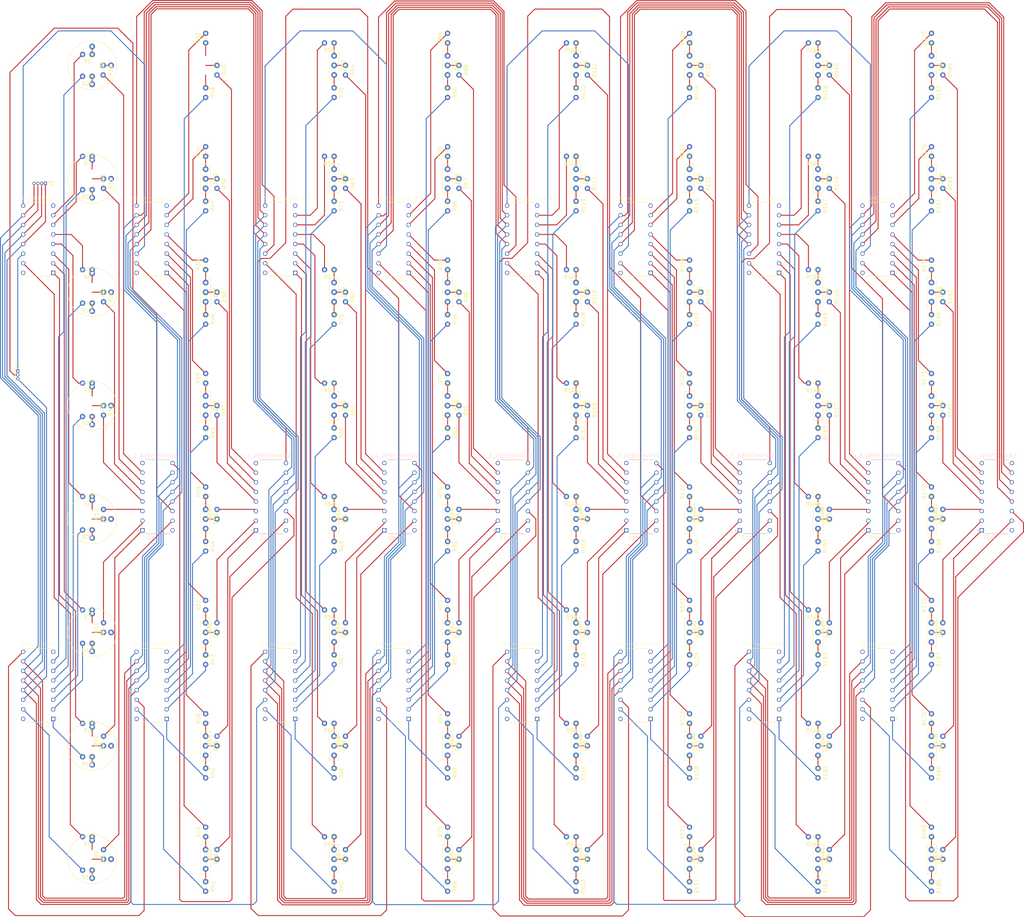
<source format=kicad_pcb>
(kicad_pcb (version 20171130) (host pcbnew 5.1.6-c6e7f7d~87~ubuntu20.04.1)
  (layers (0 F.Cu signal) (31 B.Cu signal) (34 B.Paste user) (35 F.Paste user) (36 B.SilkS user) (37 F.SilkS user) (38 B.Mask user) (39 F.Mask user) (44 Edge.Cuts user))
  (net 0 "")
  (net 1 led_0_0_b)
  (net 2 led_0_0_g)
  (net 3 led_0_0_r)
  (net 4 led_0_1_b)
  (net 5 led_0_1_g)
  (net 6 led_0_1_r)
  (net 7 led_0_2_b)
  (net 8 led_0_2_g)
  (net 9 led_0_2_r)
  (net 10 led_0_3_b)
  (net 11 led_0_3_g)
  (net 12 led_0_3_r)
  (net 13 led_0_4_b)
  (net 14 led_0_4_g)
  (net 15 led_0_4_r)
  (net 16 led_0_5_b)
  (net 17 led_0_5_g)
  (net 18 led_0_5_r)
  (net 19 led_0_6_b)
  (net 20 led_0_6_g)
  (net 21 led_0_6_r)
  (net 22 led_0_7_b)
  (net 23 led_0_7_g)
  (net 24 led_0_7_r)
  (net 25 ser_first_r)
  (net 26 ser_first_g)
  (net 27 ser_first_b)
  (net 28 latch)
  (net 29 reset)
  (net 30 enable)
  (net 31 GND)
  (net 32 +5V)
  (net 33 clock)
  (net 34 ser_out_0_b)
  (net 35 ser_out_0_g)
  (net 36 ser_out_0_r)
  (net 37 led_1_0_b)
  (net 38 led_1_0_g)
  (net 39 led_1_0_r)
  (net 40 led_1_1_b)
  (net 41 led_1_1_g)
  (net 42 led_1_1_r)
  (net 43 led_1_2_b)
  (net 44 led_1_2_g)
  (net 45 led_1_2_r)
  (net 46 led_1_3_b)
  (net 47 led_1_3_g)
  (net 48 led_1_3_r)
  (net 49 led_1_4_b)
  (net 50 led_1_4_g)
  (net 51 led_1_4_r)
  (net 52 led_1_5_b)
  (net 53 led_1_5_g)
  (net 54 led_1_5_r)
  (net 55 led_1_6_b)
  (net 56 led_1_6_g)
  (net 57 led_1_6_r)
  (net 58 led_1_7_b)
  (net 59 led_1_7_g)
  (net 60 led_1_7_r)
  (net 61 ser_out_1_b)
  (net 62 ser_out_1_g)
  (net 63 ser_out_1_r)
  (net 64 "Net-(R1-Pad2)")
  (net 65 "Net-(R2-Pad2)")
  (net 66 "Net-(R3-Pad2)")
  (net 67 "Net-(R4-Pad2)")
  (net 68 "Net-(R5-Pad2)")
  (net 69 "Net-(R6-Pad2)")
  (net 70 "Net-(R7-Pad2)")
  (net 71 "Net-(R8-Pad2)")
  (net 72 "Net-(R9-Pad2)")
  (net 73 "Net-(R10-Pad2)")
  (net 74 "Net-(R11-Pad2)")
  (net 75 "Net-(R12-Pad2)")
  (net 76 "Net-(R13-Pad2)")
  (net 77 "Net-(R14-Pad2)")
  (net 78 "Net-(R15-Pad2)")
  (net 79 "Net-(R16-Pad2)")
  (net 80 "Net-(R17-Pad2)")
  (net 81 "Net-(R18-Pad2)")
  (net 82 "Net-(R19-Pad2)")
  (net 83 "Net-(R20-Pad2)")
  (net 84 "Net-(R21-Pad2)")
  (net 85 "Net-(R22-Pad2)")
  (net 86 "Net-(R23-Pad2)")
  (net 87 "Net-(R24-Pad2)")
  (net 88 "Net-(R25-Pad2)")
  (net 89 "Net-(R26-Pad2)")
  (net 90 "Net-(R27-Pad2)")
  (net 91 "Net-(R28-Pad2)")
  (net 92 "Net-(R29-Pad2)")
  (net 93 "Net-(R30-Pad2)")
  (net 94 "Net-(R31-Pad2)")
  (net 95 "Net-(R32-Pad2)")
  (net 96 "Net-(R33-Pad2)")
  (net 97 "Net-(R34-Pad2)")
  (net 98 "Net-(R35-Pad2)")
  (net 99 "Net-(R36-Pad2)")
  (net 100 "Net-(R37-Pad2)")
  (net 101 "Net-(R38-Pad2)")
  (net 102 "Net-(R39-Pad2)")
  (net 103 "Net-(R40-Pad2)")
  (net 104 "Net-(R41-Pad2)")
  (net 105 "Net-(R42-Pad2)")
  (net 106 "Net-(R43-Pad2)")
  (net 107 "Net-(R44-Pad2)")
  (net 108 "Net-(R45-Pad2)")
  (net 109 "Net-(R46-Pad2)")
  (net 110 "Net-(R47-Pad2)")
  (net 111 "Net-(R48-Pad2)")
  (net 112 "Net-(R49-Pad2)")
  (net 113 "Net-(R50-Pad2)")
  (net 114 "Net-(R51-Pad2)")
  (net 115 "Net-(R52-Pad2)")
  (net 116 "Net-(R53-Pad2)")
  (net 117 "Net-(R54-Pad2)")
  (net 118 "Net-(R55-Pad2)")
  (net 119 "Net-(R56-Pad2)")
  (net 120 "Net-(R57-Pad2)")
  (net 121 "Net-(R58-Pad2)")
  (net 122 "Net-(R59-Pad2)")
  (net 123 "Net-(R60-Pad2)")
  (net 124 "Net-(R61-Pad2)")
  (net 125 "Net-(R62-Pad2)")
  (net 126 "Net-(R63-Pad2)")
  (net 127 "Net-(R64-Pad2)")
  (net 128 "Net-(R65-Pad2)")
  (net 129 "Net-(R66-Pad2)")
  (net 130 "Net-(R67-Pad2)")
  (net 131 "Net-(R68-Pad2)")
  (net 132 "Net-(R69-Pad2)")
  (net 133 "Net-(R70-Pad2)")
  (net 134 "Net-(R71-Pad2)")
  (net 135 "Net-(R72-Pad2)")
  (net 136 "Net-(R73-Pad2)")
  (net 137 "Net-(R74-Pad2)")
  (net 138 "Net-(R75-Pad2)")
  (net 139 "Net-(R76-Pad2)")
  (net 140 "Net-(R77-Pad2)")
  (net 141 "Net-(R78-Pad2)")
  (net 142 "Net-(R79-Pad2)")
  (net 143 "Net-(R80-Pad2)")
  (net 144 "Net-(R81-Pad2)")
  (net 145 "Net-(R82-Pad2)")
  (net 146 "Net-(R83-Pad2)")
  (net 147 "Net-(R84-Pad2)")
  (net 148 "Net-(R85-Pad2)")
  (net 149 "Net-(R86-Pad2)")
  (net 150 "Net-(R87-Pad2)")
  (net 151 "Net-(R88-Pad2)")
  (net 152 "Net-(R89-Pad2)")
  (net 153 "Net-(R90-Pad2)")
  (net 154 "Net-(R91-Pad2)")
  (net 155 "Net-(R92-Pad2)")
  (net 156 "Net-(R93-Pad2)")
  (net 157 "Net-(R94-Pad2)")
  (net 158 "Net-(R95-Pad2)")
  (net 159 "Net-(R96-Pad2)")
  (net 160 led_2_0_b)
  (net 161 led_2_0_g)
  (net 162 led_2_0_r)
  (net 163 led_2_1_b)
  (net 164 led_2_1_g)
  (net 165 led_2_1_r)
  (net 166 led_2_2_b)
  (net 167 led_2_2_g)
  (net 168 led_2_2_r)
  (net 169 led_2_3_b)
  (net 170 led_2_3_g)
  (net 171 led_2_3_r)
  (net 172 led_2_4_b)
  (net 173 led_2_4_g)
  (net 174 led_2_4_r)
  (net 175 led_2_5_b)
  (net 176 led_2_5_g)
  (net 177 led_2_5_r)
  (net 178 led_2_6_b)
  (net 179 led_2_6_g)
  (net 180 led_2_6_r)
  (net 181 led_2_7_b)
  (net 182 led_2_7_g)
  (net 183 led_2_7_r)
  (net 184 led_3_0_b)
  (net 185 led_3_0_g)
  (net 186 led_3_0_r)
  (net 187 led_3_1_b)
  (net 188 led_3_1_g)
  (net 189 led_3_1_r)
  (net 190 led_3_2_b)
  (net 191 led_3_2_g)
  (net 192 led_3_2_r)
  (net 193 led_3_3_b)
  (net 194 led_3_3_g)
  (net 195 led_3_3_r)
  (net 196 led_3_4_b)
  (net 197 led_3_4_g)
  (net 198 led_3_4_r)
  (net 199 led_3_5_b)
  (net 200 led_3_5_g)
  (net 201 led_3_5_r)
  (net 202 led_3_6_b)
  (net 203 led_3_6_g)
  (net 204 led_3_6_r)
  (net 205 led_3_7_b)
  (net 206 led_3_7_g)
  (net 207 led_3_7_r)
  (net 208 ser_out_2_b)
  (net 209 ser_out_2_g)
  (net 210 ser_out_2_r)
  (net 211 ser_out_3_b)
  (net 212 ser_out_3_g)
  (net 213 ser_out_3_r)
  (net 214 "Net-(R97-Pad2)")
  (net 215 "Net-(R98-Pad2)")
  (net 216 "Net-(R99-Pad2)")
  (net 217 "Net-(R100-Pad2)")
  (net 218 "Net-(R101-Pad2)")
  (net 219 "Net-(R102-Pad2)")
  (net 220 "Net-(R103-Pad2)")
  (net 221 "Net-(R104-Pad2)")
  (net 222 "Net-(R105-Pad2)")
  (net 223 "Net-(R106-Pad2)")
  (net 224 "Net-(R107-Pad2)")
  (net 225 "Net-(R108-Pad2)")
  (net 226 "Net-(R109-Pad2)")
  (net 227 "Net-(R110-Pad2)")
  (net 228 "Net-(R111-Pad2)")
  (net 229 "Net-(R112-Pad2)")
  (net 230 "Net-(R113-Pad2)")
  (net 231 "Net-(R114-Pad2)")
  (net 232 "Net-(R115-Pad2)")
  (net 233 "Net-(R116-Pad2)")
  (net 234 "Net-(R117-Pad2)")
  (net 235 "Net-(R118-Pad2)")
  (net 236 "Net-(R119-Pad2)")
  (net 237 "Net-(R120-Pad2)")
  (net 238 "Net-(R121-Pad2)")
  (net 239 "Net-(R122-Pad2)")
  (net 240 "Net-(R123-Pad2)")
  (net 241 "Net-(R124-Pad2)")
  (net 242 "Net-(R125-Pad2)")
  (net 243 "Net-(R126-Pad2)")
  (net 244 "Net-(R127-Pad2)")
  (net 245 "Net-(R128-Pad2)")
  (net 246 "Net-(R129-Pad2)")
  (net 247 "Net-(R130-Pad2)")
  (net 248 "Net-(R131-Pad2)")
  (net 249 "Net-(R132-Pad2)")
  (net 250 "Net-(R133-Pad2)")
  (net 251 "Net-(R134-Pad2)")
  (net 252 "Net-(R135-Pad2)")
  (net 253 "Net-(R136-Pad2)")
  (net 254 "Net-(R137-Pad2)")
  (net 255 "Net-(R138-Pad2)")
  (net 256 "Net-(R139-Pad2)")
  (net 257 "Net-(R140-Pad2)")
  (net 258 "Net-(R141-Pad2)")
  (net 259 "Net-(R142-Pad2)")
  (net 260 "Net-(R143-Pad2)")
  (net 261 "Net-(R144-Pad2)")
  (net 262 "Net-(R145-Pad2)")
  (net 263 "Net-(R146-Pad2)")
  (net 264 "Net-(R147-Pad2)")
  (net 265 "Net-(R148-Pad2)")
  (net 266 "Net-(R149-Pad2)")
  (net 267 "Net-(R150-Pad2)")
  (net 268 "Net-(R151-Pad2)")
  (net 269 "Net-(R152-Pad2)")
  (net 270 "Net-(R153-Pad2)")
  (net 271 "Net-(R154-Pad2)")
  (net 272 "Net-(R155-Pad2)")
  (net 273 "Net-(R156-Pad2)")
  (net 274 "Net-(R157-Pad2)")
  (net 275 "Net-(R158-Pad2)")
  (net 276 "Net-(R159-Pad2)")
  (net 277 "Net-(R160-Pad2)")
  (net 278 "Net-(R161-Pad2)")
  (net 279 "Net-(R162-Pad2)")
  (net 280 "Net-(R163-Pad2)")
  (net 281 "Net-(R164-Pad2)")
  (net 282 "Net-(R165-Pad2)")
  (net 283 "Net-(R166-Pad2)")
  (net 284 "Net-(R167-Pad2)")
  (net 285 "Net-(R168-Pad2)")
  (net 286 "Net-(R169-Pad2)")
  (net 287 "Net-(R170-Pad2)")
  (net 288 "Net-(R171-Pad2)")
  (net 289 "Net-(R172-Pad2)")
  (net 290 "Net-(R173-Pad2)")
  (net 291 "Net-(R174-Pad2)")
  (net 292 "Net-(R175-Pad2)")
  (net 293 "Net-(R176-Pad2)")
  (net 294 "Net-(R177-Pad2)")
  (net 295 "Net-(R178-Pad2)")
  (net 296 "Net-(R179-Pad2)")
  (net 297 "Net-(R180-Pad2)")
  (net 298 "Net-(R181-Pad2)")
  (net 299 "Net-(R182-Pad2)")
  (net 300 "Net-(R183-Pad2)")
  (net 301 "Net-(R184-Pad2)")
  (net 302 "Net-(R185-Pad2)")
  (net 303 "Net-(R186-Pad2)")
  (net 304 "Net-(R187-Pad2)")
  (net 305 "Net-(R188-Pad2)")
  (net 306 "Net-(R189-Pad2)")
  (net 307 "Net-(R190-Pad2)")
  (net 308 "Net-(R191-Pad2)")
  (net 309 "Net-(R192-Pad2)")
  (net 310 led_4_0_r)
  (net 311 led_4_0_g)
  (net 312 led_4_0_b)
  (net 313 led_4_1_r)
  (net 314 led_4_1_g)
  (net 315 led_4_1_b)
  (net 316 led_4_2_r)
  (net 317 led_4_2_g)
  (net 318 led_4_2_b)
  (net 319 led_4_3_r)
  (net 320 led_4_3_g)
  (net 321 led_4_3_b)
  (net 322 led_4_4_r)
  (net 323 led_4_4_g)
  (net 324 led_4_4_b)
  (net 325 led_4_5_r)
  (net 326 led_4_5_g)
  (net 327 led_4_5_b)
  (net 328 led_4_6_r)
  (net 329 led_4_6_g)
  (net 330 led_4_6_b)
  (net 331 led_4_7_r)
  (net 332 led_4_7_g)
  (net 333 led_4_7_b)
  (net 334 ser_out_4_b)
  (net 335 ser_out_4_g)
  (net 336 ser_out_4_r)
  (net 337 ser_out_5_b)
  (net 338 ser_out_5_g)
  (net 339 ser_out_5_r)
  (net 340 led_5_0_r)
  (net 341 led_5_0_g)
  (net 342 led_5_0_b)
  (net 343 led_5_1_r)
  (net 344 led_5_1_g)
  (net 345 led_5_1_b)
  (net 346 led_5_2_r)
  (net 347 led_5_2_g)
  (net 348 led_5_2_b)
  (net 349 led_5_3_r)
  (net 350 led_5_3_g)
  (net 351 led_5_3_b)
  (net 352 led_5_4_r)
  (net 353 led_5_4_g)
  (net 354 led_5_4_b)
  (net 355 led_5_5_r)
  (net 356 led_5_5_g)
  (net 357 led_5_5_b)
  (net 358 led_5_6_r)
  (net 359 led_5_6_g)
  (net 360 led_5_6_b)
  (net 361 led_5_7_r)
  (net 362 led_5_7_g)
  (net 363 led_5_7_b)
  (net 364 led_6_0_b)
  (net 365 led_6_0_g)
  (net 366 led_6_0_r)
  (net 367 led_6_1_b)
  (net 368 led_6_1_g)
  (net 369 led_6_1_r)
  (net 370 led_6_2_b)
  (net 371 led_6_2_g)
  (net 372 led_6_2_r)
  (net 373 led_6_3_b)
  (net 374 led_6_3_g)
  (net 375 led_6_3_r)
  (net 376 led_6_4_b)
  (net 377 led_6_4_g)
  (net 378 led_6_4_r)
  (net 379 led_6_5_b)
  (net 380 led_6_5_g)
  (net 381 led_6_5_r)
  (net 382 led_6_6_b)
  (net 383 led_6_6_g)
  (net 384 led_6_6_r)
  (net 385 led_6_7_b)
  (net 386 led_6_7_g)
  (net 387 led_6_7_r)
  (net 388 led_7_0_b)
  (net 389 led_7_0_g)
  (net 390 led_7_0_r)
  (net 391 led_7_1_b)
  (net 392 led_7_1_g)
  (net 393 led_7_1_r)
  (net 394 led_7_2_b)
  (net 395 led_7_2_g)
  (net 396 led_7_2_r)
  (net 397 led_7_3_b)
  (net 398 led_7_3_g)
  (net 399 led_7_3_r)
  (net 400 led_7_4_b)
  (net 401 led_7_4_g)
  (net 402 led_7_4_r)
  (net 403 led_7_5_b)
  (net 404 led_7_5_g)
  (net 405 led_7_5_r)
  (net 406 led_7_6_b)
  (net 407 led_7_6_g)
  (net 408 led_7_6_r)
  (net 409 led_7_7_b)
  (net 410 led_7_7_g)
  (net 411 led_7_7_r)
  (net 412 "Net-(U19-Pad9)")
  (net 413 "Net-(U20-Pad9)")
  (net 414 "Net-(U21-Pad9)")
  (net 415 ser_out_6_b)
  (net 416 "Net-(U22-Pad9)")
  (net 417 ser_out_6_g)
  (net 418 "Net-(U23-Pad9)")
  (net 419 ser_out_6_r)
  (net 420 "Net-(U24-Pad9)")
  (module Resistor_THT:R_Axial_DIN0204_L3.6mm_D1.6mm_P2.54mm_Vertical (layer F.Cu) (at 43 120 270)
    (fp_text reference R15 (at 1.27 -1.92 90) (layer F.SilkS))
    (fp_text value R)
    (pad 1 thru_hole circle (at 0 0 270) (size 1.4 1.4) (drill 0.7) (layers *.Cu *.Mask) (net 5 led_0_1_g))
    (pad 2 thru_hole oval (at 2.54 0 270) (size 1.4 1.4) (drill 0.7) (layers *.Cu *.Mask) (net 78 "Net-(R15-Pad2)"))
  )
  (module Resistor_THT:R_Axial_DIN0204_L3.6mm_D1.6mm_P2.54mm_Vertical (layer F.Cu) (at 40 114.06 180)
    (fp_text reference R7 (at 1.27 -1.92) (layer F.SilkS))
    (fp_text value R)
    (pad 2 thru_hole oval (at 2.54 0 180) (size 1.4 1.4) (drill 0.7) (layers *.Cu *.Mask) (net 70 "Net-(R7-Pad2)"))
    (pad 1 thru_hole circle (at 0 0 180) (size 1.4 1.4) (drill 0.7) (layers *.Cu *.Mask) (net 4 led_0_1_b))
  )
  (module cube:led_pad (layer F.Cu) (at 40 120 90)
    (fp_text reference D2 (at 0 2.54 90) (layer F.SilkS))
    (fp_text value led_0_1)
    (pad 3 thru_hole circle (at 5 0 90) (size 1.524 1.524) (drill 0.762) (layers *.Cu *.Mask) (net 4 led_0_1_b))
    (pad 2 thru_hole circle (at 0 5 90) (size 1.524 1.524) (drill 0.762) (layers *.Cu *.Mask) (net 5 led_0_1_g))
    (pad 1 thru_hole circle (at -5 0 90) (size 1.524 1.524) (drill 0.762) (layers *.Cu *.Mask) (net 6 led_0_1_r))
  )
  (module Resistor_THT:R_Axial_DIN0204_L3.6mm_D1.6mm_P2.54mm_Vertical (layer F.Cu) (at 40 122.9 180)
    (fp_text reference R23 (at 1.27 -1.92) (layer F.SilkS))
    (fp_text value R)
    (pad 2 thru_hole oval (at 2.54 0 180) (size 1.4 1.4) (drill 0.7) (layers *.Cu *.Mask) (net 86 "Net-(R23-Pad2)"))
    (pad 1 thru_hole circle (at 0 0 180) (size 1.4 1.4) (drill 0.7) (layers *.Cu *.Mask) (net 6 led_0_1_r))
  )
  (module cube:led_pad (layer F.Cu) (at 40 300 90)
    (fp_text reference D8 (at 0 2.54 90) (layer F.SilkS))
    (fp_text value led_0_7)
    (pad 3 thru_hole circle (at 5 0 90) (size 1.524 1.524) (drill 0.762) (layers *.Cu *.Mask) (net 22 led_0_7_b))
    (pad 2 thru_hole circle (at 0 5 90) (size 1.524 1.524) (drill 0.762) (layers *.Cu *.Mask) (net 23 led_0_7_g))
    (pad 1 thru_hole circle (at -5 0 90) (size 1.524 1.524) (drill 0.762) (layers *.Cu *.Mask) (net 24 led_0_7_r))
  )
  (module cube:led_pad (layer F.Cu) (at 40 90 90)
    (fp_text reference D1 (at 0 2.54 90) (layer F.SilkS))
    (fp_text value led_0_0)
    (pad 3 thru_hole circle (at 5 0 90) (size 1.524 1.524) (drill 0.762) (layers *.Cu *.Mask) (net 1 led_0_0_b))
    (pad 2 thru_hole circle (at 0 5 90) (size 1.524 1.524) (drill 0.762) (layers *.Cu *.Mask) (net 2 led_0_0_g))
    (pad 1 thru_hole circle (at -5 0 90) (size 1.524 1.524) (drill 0.762) (layers *.Cu *.Mask) (net 3 led_0_0_r))
  )
  (module cube:led_pad (layer F.Cu) (at 40 150 90)
    (fp_text reference D3 (at 0 2.54 90) (layer F.SilkS))
    (fp_text value led_0_2)
    (pad 3 thru_hole circle (at 5 0 90) (size 1.524 1.524) (drill 0.762) (layers *.Cu *.Mask) (net 7 led_0_2_b))
    (pad 2 thru_hole circle (at 0 5 90) (size 1.524 1.524) (drill 0.762) (layers *.Cu *.Mask) (net 8 led_0_2_g))
    (pad 1 thru_hole circle (at -5 0 90) (size 1.524 1.524) (drill 0.762) (layers *.Cu *.Mask) (net 9 led_0_2_r))
  )
  (module cube:led_pad (layer F.Cu) (at 40 180 90)
    (fp_text reference D4 (at 0 2.54 90) (layer F.SilkS))
    (fp_text value led_0_3)
    (pad 3 thru_hole circle (at 5 0 90) (size 1.524 1.524) (drill 0.762) (layers *.Cu *.Mask) (net 10 led_0_3_b))
    (pad 2 thru_hole circle (at 0 5 90) (size 1.524 1.524) (drill 0.762) (layers *.Cu *.Mask) (net 11 led_0_3_g))
    (pad 1 thru_hole circle (at -5 0 90) (size 1.524 1.524) (drill 0.762) (layers *.Cu *.Mask) (net 12 led_0_3_r))
  )
  (module cube:led_pad (layer F.Cu) (at 40 210 90)
    (fp_text reference D5 (at 0 2.54 90) (layer F.SilkS))
    (fp_text value led_0_4)
    (pad 3 thru_hole circle (at 5 0 90) (size 1.524 1.524) (drill 0.762) (layers *.Cu *.Mask) (net 13 led_0_4_b))
    (pad 2 thru_hole circle (at 0 5 90) (size 1.524 1.524) (drill 0.762) (layers *.Cu *.Mask) (net 14 led_0_4_g))
    (pad 1 thru_hole circle (at -5 0 90) (size 1.524 1.524) (drill 0.762) (layers *.Cu *.Mask) (net 15 led_0_4_r))
  )
  (module cube:led_pad (layer F.Cu) (at 40 240 90)
    (fp_text reference D6 (at 0 2.54 90) (layer F.SilkS))
    (fp_text value led_0_5)
    (pad 3 thru_hole circle (at 5 0 90) (size 1.524 1.524) (drill 0.762) (layers *.Cu *.Mask) (net 16 led_0_5_b))
    (pad 2 thru_hole circle (at 0 5 90) (size 1.524 1.524) (drill 0.762) (layers *.Cu *.Mask) (net 17 led_0_5_g))
    (pad 1 thru_hole circle (at -5 0 90) (size 1.524 1.524) (drill 0.762) (layers *.Cu *.Mask) (net 18 led_0_5_r))
  )
  (module cube:led_pad (layer F.Cu) (at 40 270 90)
    (fp_text reference D7 (at 0 2.54 90) (layer F.SilkS))
    (fp_text value led_0_6)
    (pad 3 thru_hole circle (at 5 0 90) (size 1.524 1.524) (drill 0.762) (layers *.Cu *.Mask) (net 19 led_0_6_b))
    (pad 2 thru_hole circle (at 0 5 90) (size 1.524 1.524) (drill 0.762) (layers *.Cu *.Mask) (net 20 led_0_6_g))
    (pad 1 thru_hole circle (at -5 0 90) (size 1.524 1.524) (drill 0.762) (layers *.Cu *.Mask) (net 21 led_0_6_r))
  )
  (module cube:led_pad (layer F.Cu) (at 261.91 300 90)
    (fp_text reference D64 (at 0 2.54 90) (layer F.SilkS))
    (fp_text value led_7_7)
    (pad 3 thru_hole circle (at 2.54 0 90) (size 1.524 1.524) (drill 0.762) (layers *.Cu *.Mask) (net 409 led_7_7_b))
    (pad 2 thru_hole circle (at 0 0 90) (size 1.524 1.524) (drill 0.762) (layers *.Cu *.Mask) (net 410 led_7_7_g))
    (pad 1 thru_hole circle (at -2.54 0 90) (size 1.524 1.524) (drill 0.762) (layers *.Cu *.Mask) (net 411 led_7_7_r))
  )
  (module cube:led_pad (layer F.Cu) (at 231.910001 300 90)
    (fp_text reference D56 (at 0 2.539999 90) (layer F.SilkS))
    (fp_text value led_6_7)
    (pad 3 thru_hole circle (at 2.54 0 90) (size 1.524 1.524) (drill 0.762) (layers *.Cu *.Mask) (net 385 led_6_7_b))
    (pad 2 thru_hole circle (at 0 0 90) (size 1.524 1.524) (drill 0.762) (layers *.Cu *.Mask) (net 386 led_6_7_g))
    (pad 1 thru_hole circle (at -2.54 0 90) (size 1.524 1.524) (drill 0.762) (layers *.Cu *.Mask) (net 387 led_6_7_r))
  )
  (module cube:led_pad (layer F.Cu) (at 197.940001 300 90)
    (fp_text reference D48 (at 0 2.54 90) (layer F.SilkS))
    (fp_text value led_5_7)
    (pad 1 thru_hole circle (at -2.54 0 90) (size 1.524 1.524) (drill 0.762) (layers *.Cu *.Mask) (net 361 led_5_7_r))
    (pad 2 thru_hole circle (at 0 0 90) (size 1.524 1.524) (drill 0.762) (layers *.Cu *.Mask) (net 362 led_5_7_g))
    (pad 3 thru_hole circle (at 2.54 0 90) (size 1.524 1.524) (drill 0.762) (layers *.Cu *.Mask) (net 363 led_5_7_b))
  )
  (module cube:led_pad (layer F.Cu) (at 167.940001 300 90)
    (fp_text reference D40 (at 0 2.54 90) (layer F.SilkS))
    (fp_text value led_4_7)
    (pad 1 thru_hole circle (at -2.54 0 90) (size 1.524 1.524) (drill 0.762) (layers *.Cu *.Mask) (net 331 led_4_7_r))
    (pad 2 thru_hole circle (at 0 0 90) (size 1.524 1.524) (drill 0.762) (layers *.Cu *.Mask) (net 332 led_4_7_g))
    (pad 3 thru_hole circle (at 2.54 0 90) (size 1.524 1.524) (drill 0.762) (layers *.Cu *.Mask) (net 333 led_4_7_b))
  )
  (module cube:led_pad (layer F.Cu) (at 133.970001 300 90)
    (fp_text reference D32 (at 0 2.54 270) (layer F.SilkS))
    (fp_text value led_3_7)
    (pad 3 thru_hole circle (at 2.54 0 90) (size 1.524 1.524) (drill 0.762) (layers *.Cu *.Mask) (net 205 led_3_7_b))
    (pad 2 thru_hole circle (at 0 0 90) (size 1.524 1.524) (drill 0.762) (layers *.Cu *.Mask) (net 206 led_3_7_g))
    (pad 1 thru_hole circle (at -2.54 0 90) (size 1.524 1.524) (drill 0.762) (layers *.Cu *.Mask) (net 207 led_3_7_r))
  )
  (module cube:led_pad (layer F.Cu) (at 103.970001 300 90)
    (fp_text reference D24 (at 0 2.54 270) (layer F.SilkS))
    (fp_text value led_2_7)
    (pad 3 thru_hole circle (at 2.54 0 90) (size 1.524 1.524) (drill 0.762) (layers *.Cu *.Mask) (net 181 led_2_7_b))
    (pad 2 thru_hole circle (at 0 0 90) (size 1.524 1.524) (drill 0.762) (layers *.Cu *.Mask) (net 182 led_2_7_g))
    (pad 1 thru_hole circle (at -2.54 0 90) (size 1.524 1.524) (drill 0.762) (layers *.Cu *.Mask) (net 183 led_2_7_r))
  )
  (module cube:led_pad (layer F.Cu) (at 70 300 90)
    (fp_text reference D16 (at 0 2.54 90) (layer F.SilkS))
    (fp_text value led_1_7)
    (pad 3 thru_hole circle (at 2.54 0 90) (size 1.524 1.524) (drill 0.762) (layers *.Cu *.Mask) (net 58 led_1_7_b))
    (pad 2 thru_hole circle (at 0 0 90) (size 1.524 1.524) (drill 0.762) (layers *.Cu *.Mask) (net 59 led_1_7_g))
    (pad 1 thru_hole circle (at -2.54 0 90) (size 1.524 1.524) (drill 0.762) (layers *.Cu *.Mask) (net 60 led_1_7_r))
  )
  (module Connector_PinHeader_1.00mm:PinHeader_1x03_P1.00mm_Vertical (layer F.Cu) (at 20.32 170.8912)
    (fp_text reference J1 (at 0 -1.56) (layer F.SilkS))
    (fp_text value serial_conn)
    (pad 3 thru_hole oval (at 0 2) (size 0.85 0.85) (drill 0.5) (layers *.Cu *.Mask) (net 25 ser_first_r))
    (pad 2 thru_hole oval (at 0 1) (size 0.85 0.85) (drill 0.5) (layers *.Cu *.Mask) (net 26 ser_first_g))
    (pad 1 thru_hole rect (at 0 0) (size 0.85 0.85) (drill 0.5) (layers *.Cu *.Mask) (net 27 ser_first_b))
  )
  (module Connector_PinHeader_1.00mm:PinHeader_1x04_P1.00mm_Vertical (layer F.Cu) (at 27.6352 121.2088 270)
    (fp_text reference J2 (at 0 -1.56 90) (layer F.SilkS))
    (fp_text value shifters_common_conn)
    (pad 4 thru_hole oval (at 0 3 270) (size 0.85 0.85) (drill 0.5) (layers *.Cu *.Mask) (net 29 reset))
    (pad 3 thru_hole oval (at 0 2 270) (size 0.85 0.85) (drill 0.5) (layers *.Cu *.Mask) (net 33 clock))
    (pad 2 thru_hole oval (at 0 1 270) (size 0.85 0.85) (drill 0.5) (layers *.Cu *.Mask) (net 28 latch))
    (pad 1 thru_hole rect (at 0 0 270) (size 0.85 0.85) (drill 0.5) (layers *.Cu *.Mask) (net 30 enable))
  )
  (module cube:led_pad (layer F.Cu) (at 70 120 90)
    (fp_text reference D10 (at 0 2.54 90) (layer F.SilkS))
    (fp_text value led_1_1)
    (pad 3 thru_hole circle (at 2.54 0 90) (size 1.524 1.524) (drill 0.762) (layers *.Cu *.Mask) (net 40 led_1_1_b))
    (pad 2 thru_hole circle (at 0 0 90) (size 1.524 1.524) (drill 0.762) (layers *.Cu *.Mask) (net 41 led_1_1_g))
    (pad 1 thru_hole circle (at -2.54 0 90) (size 1.524 1.524) (drill 0.762) (layers *.Cu *.Mask) (net 42 led_1_1_r))
  )
  (module cube:led_pad (layer F.Cu) (at 70 210 90)
    (fp_text reference D13 (at 0 2.54 90) (layer F.SilkS))
    (fp_text value led_1_4)
    (pad 3 thru_hole circle (at 2.54 0 90) (size 1.524 1.524) (drill 0.762) (layers *.Cu *.Mask) (net 49 led_1_4_b))
    (pad 2 thru_hole circle (at 0 0 90) (size 1.524 1.524) (drill 0.762) (layers *.Cu *.Mask) (net 50 led_1_4_g))
    (pad 1 thru_hole circle (at -2.54 0 90) (size 1.524 1.524) (drill 0.762) (layers *.Cu *.Mask) (net 51 led_1_4_r))
  )
  (module SN74HC595N:DIP794W45P254L1969H508Q16 (layer B.Cu) (at 57.27 204.095)
    (fp_text reference U2 (at -2.06 10.835) (layer B.SilkS) (effects (font (thickness 0.05)) (justify mirror)))
    (fp_text value SN74HC595N_0_g (at -1.425 -10.835) (layer B.SilkS) (effects (font (thickness 0.05)) (justify mirror)))
    (pad 16 thru_hole circle (at 3.97 8.89) (size 1.13 1.13) (drill 0.78) (layers *.Cu *.Mask) (net 32 +5V))
    (pad 15 thru_hole circle (at 3.97 6.35) (size 1.13 1.13) (drill 0.78) (layers *.Cu *.Mask) (net 72 "Net-(R9-Pad2)"))
    (pad 14 thru_hole circle (at 3.97 3.81) (size 1.13 1.13) (drill 0.78) (layers *.Cu *.Mask) (net 26 ser_first_g))
    (pad 13 thru_hole circle (at 3.97 1.27) (size 1.13 1.13) (drill 0.78) (layers *.Cu *.Mask) (net 30 enable))
    (pad 12 thru_hole circle (at 3.97 -1.27) (size 1.13 1.13) (drill 0.78) (layers *.Cu *.Mask) (net 28 latch))
    (pad 11 thru_hole circle (at 3.97 -3.81) (size 1.13 1.13) (drill 0.78) (layers *.Cu *.Mask) (net 33 clock))
    (pad 10 thru_hole circle (at 3.97 -6.35) (size 1.13 1.13) (drill 0.78) (layers *.Cu *.Mask) (net 29 reset))
    (pad 9 thru_hole circle (at 3.97 -8.89) (size 1.13 1.13) (drill 0.78) (layers *.Cu *.Mask) (net 35 ser_out_0_g))
    (pad 8 thru_hole circle (at -3.97 -8.89) (size 1.13 1.13) (drill 0.78) (layers *.Cu *.Mask) (net 31 GND))
    (pad 7 thru_hole circle (at -3.97 -6.35) (size 1.13 1.13) (drill 0.78) (layers *.Cu *.Mask) (net 79 "Net-(R16-Pad2)"))
    (pad 6 thru_hole circle (at -3.97 -3.81) (size 1.13 1.13) (drill 0.78) (layers *.Cu *.Mask) (net 78 "Net-(R15-Pad2)"))
    (pad 5 thru_hole circle (at -3.97 -1.27) (size 1.13 1.13) (drill 0.78) (layers *.Cu *.Mask) (net 77 "Net-(R14-Pad2)"))
    (pad 4 thru_hole circle (at -3.97 1.27) (size 1.13 1.13) (drill 0.78) (layers *.Cu *.Mask) (net 76 "Net-(R13-Pad2)"))
    (pad 3 thru_hole circle (at -3.97 3.81) (size 1.13 1.13) (drill 0.78) (layers *.Cu *.Mask) (net 75 "Net-(R12-Pad2)"))
    (pad 2 thru_hole circle (at -3.97 6.35) (size 1.13 1.13) (drill 0.78) (layers *.Cu *.Mask) (net 74 "Net-(R11-Pad2)"))
    (pad 1 thru_hole rect (at -3.97 8.89) (size 1.13 1.13) (drill 0.78) (layers *.Cu *.Mask) (net 73 "Net-(R10-Pad2)"))
  )
  (module SN74HC595N:DIP794W45P254L1969H508Q16 (layer B.Cu) (at 87.27 204.095)
    (fp_text reference U5 (at -2.06 10.835) (layer B.SilkS) (effects (font (thickness 0.05)) (justify mirror)))
    (fp_text value SN74HC595N_1_g (at -1.425 -10.835) (layer B.SilkS) (effects (font (thickness 0.05)) (justify mirror)))
    (pad 16 thru_hole circle (at 3.97 8.89) (size 1.13 1.13) (drill 0.78) (layers *.Cu *.Mask) (net 32 +5V))
    (pad 15 thru_hole circle (at 3.97 6.35) (size 1.13 1.13) (drill 0.78) (layers *.Cu *.Mask) (net 96 "Net-(R33-Pad2)"))
    (pad 14 thru_hole circle (at 3.97 3.81) (size 1.13 1.13) (drill 0.78) (layers *.Cu *.Mask) (net 35 ser_out_0_g))
    (pad 13 thru_hole circle (at 3.97 1.27) (size 1.13 1.13) (drill 0.78) (layers *.Cu *.Mask) (net 30 enable))
    (pad 12 thru_hole circle (at 3.97 -1.27) (size 1.13 1.13) (drill 0.78) (layers *.Cu *.Mask) (net 28 latch))
    (pad 11 thru_hole circle (at 3.97 -3.81) (size 1.13 1.13) (drill 0.78) (layers *.Cu *.Mask) (net 33 clock))
    (pad 10 thru_hole circle (at 3.97 -6.35) (size 1.13 1.13) (drill 0.78) (layers *.Cu *.Mask) (net 29 reset))
    (pad 9 thru_hole circle (at 3.97 -8.89) (size 1.13 1.13) (drill 0.78) (layers *.Cu *.Mask) (net 62 ser_out_1_g))
    (pad 8 thru_hole circle (at -3.97 -8.89) (size 1.13 1.13) (drill 0.78) (layers *.Cu *.Mask) (net 31 GND))
    (pad 7 thru_hole circle (at -3.97 -6.35) (size 1.13 1.13) (drill 0.78) (layers *.Cu *.Mask) (net 103 "Net-(R40-Pad2)"))
    (pad 6 thru_hole circle (at -3.97 -3.81) (size 1.13 1.13) (drill 0.78) (layers *.Cu *.Mask) (net 102 "Net-(R39-Pad2)"))
    (pad 5 thru_hole circle (at -3.97 -1.27) (size 1.13 1.13) (drill 0.78) (layers *.Cu *.Mask) (net 101 "Net-(R38-Pad2)"))
    (pad 4 thru_hole circle (at -3.97 1.27) (size 1.13 1.13) (drill 0.78) (layers *.Cu *.Mask) (net 100 "Net-(R37-Pad2)"))
    (pad 3 thru_hole circle (at -3.97 3.81) (size 1.13 1.13) (drill 0.78) (layers *.Cu *.Mask) (net 99 "Net-(R36-Pad2)"))
    (pad 2 thru_hole circle (at -3.97 6.35) (size 1.13 1.13) (drill 0.78) (layers *.Cu *.Mask) (net 98 "Net-(R35-Pad2)"))
    (pad 1 thru_hole rect (at -3.97 8.89) (size 1.13 1.13) (drill 0.78) (layers *.Cu *.Mask) (net 97 "Net-(R34-Pad2)"))
  )
  (module SN74HC595N:DIP794W45P254L1969H508Q16 (layer F.Cu) (at 55.73 254 180)
    (fp_text reference U6 (at -2.06 -10.835) (layer F.SilkS) (effects (font (thickness 0.05))))
    (fp_text value SN74HC595N_1_r (at -1.425 10.835) (layer F.SilkS) (effects (font (thickness 0.05))))
    (pad 16 thru_hole circle (at 3.97 -8.89 180) (size 1.13 1.13) (drill 0.78) (layers *.Cu *.Mask) (net 32 +5V))
    (pad 15 thru_hole circle (at 3.97 -6.35 180) (size 1.13 1.13) (drill 0.78) (layers *.Cu *.Mask) (net 104 "Net-(R41-Pad2)"))
    (pad 14 thru_hole circle (at 3.97 -3.81 180) (size 1.13 1.13) (drill 0.78) (layers *.Cu *.Mask) (net 36 ser_out_0_r))
    (pad 13 thru_hole circle (at 3.97 -1.27 180) (size 1.13 1.13) (drill 0.78) (layers *.Cu *.Mask) (net 30 enable))
    (pad 12 thru_hole circle (at 3.97 1.27 180) (size 1.13 1.13) (drill 0.78) (layers *.Cu *.Mask) (net 28 latch))
    (pad 11 thru_hole circle (at 3.97 3.81 180) (size 1.13 1.13) (drill 0.78) (layers *.Cu *.Mask) (net 33 clock))
    (pad 10 thru_hole circle (at 3.97 6.35 180) (size 1.13 1.13) (drill 0.78) (layers *.Cu *.Mask) (net 29 reset))
    (pad 9 thru_hole circle (at 3.97 8.89 180) (size 1.13 1.13) (drill 0.78) (layers *.Cu *.Mask) (net 63 ser_out_1_r))
    (pad 8 thru_hole circle (at -3.97 8.89 180) (size 1.13 1.13) (drill 0.78) (layers *.Cu *.Mask) (net 31 GND))
    (pad 7 thru_hole circle (at -3.97 6.35 180) (size 1.13 1.13) (drill 0.78) (layers *.Cu *.Mask) (net 111 "Net-(R48-Pad2)"))
    (pad 6 thru_hole circle (at -3.97 3.81 180) (size 1.13 1.13) (drill 0.78) (layers *.Cu *.Mask) (net 110 "Net-(R47-Pad2)"))
    (pad 5 thru_hole circle (at -3.97 1.27 180) (size 1.13 1.13) (drill 0.78) (layers *.Cu *.Mask) (net 109 "Net-(R46-Pad2)"))
    (pad 4 thru_hole circle (at -3.97 -1.27 180) (size 1.13 1.13) (drill 0.78) (layers *.Cu *.Mask) (net 108 "Net-(R45-Pad2)"))
    (pad 3 thru_hole circle (at -3.97 -3.81 180) (size 1.13 1.13) (drill 0.78) (layers *.Cu *.Mask) (net 107 "Net-(R44-Pad2)"))
    (pad 2 thru_hole circle (at -3.97 -6.35 180) (size 1.13 1.13) (drill 0.78) (layers *.Cu *.Mask) (net 106 "Net-(R43-Pad2)"))
    (pad 1 thru_hole rect (at -3.97 -8.89 180) (size 1.13 1.13) (drill 0.78) (layers *.Cu *.Mask) (net 105 "Net-(R42-Pad2)"))
  )
  (module Resistor_THT:R_Axial_DIN0204_L3.6mm_D1.6mm_P2.54mm_Vertical (layer F.Cu) (at 40 264.06 180)
    (fp_text reference R2 (at 1.27 -1.92) (layer F.SilkS))
    (fp_text value R)
    (pad 2 thru_hole oval (at 2.54 0 180) (size 1.4 1.4) (drill 0.7) (layers *.Cu *.Mask) (net 65 "Net-(R2-Pad2)"))
    (pad 1 thru_hole circle (at 0 0 180) (size 1.4 1.4) (drill 0.7) (layers *.Cu *.Mask) (net 19 led_0_6_b))
  )
  (module Resistor_THT:R_Axial_DIN0204_L3.6mm_D1.6mm_P2.54mm_Vertical (layer F.Cu) (at 40 234.06 180)
    (fp_text reference R3 (at 1.27 -1.92) (layer F.SilkS))
    (fp_text value R)
    (pad 2 thru_hole oval (at 2.54 0 180) (size 1.4 1.4) (drill 0.7) (layers *.Cu *.Mask) (net 66 "Net-(R3-Pad2)"))
    (pad 1 thru_hole circle (at 0 0 180) (size 1.4 1.4) (drill 0.7) (layers *.Cu *.Mask) (net 16 led_0_5_b))
  )
  (module Resistor_THT:R_Axial_DIN0204_L3.6mm_D1.6mm_P2.54mm_Vertical (layer F.Cu) (at 40 144.06 180)
    (fp_text reference R6 (at 1.27 -1.92) (layer F.SilkS))
    (fp_text value R)
    (pad 2 thru_hole oval (at 2.54 0 180) (size 1.4 1.4) (drill 0.7) (layers *.Cu *.Mask) (net 69 "Net-(R6-Pad2)"))
    (pad 1 thru_hole circle (at 0 0 180) (size 1.4 1.4) (drill 0.7) (layers *.Cu *.Mask) (net 7 led_0_2_b))
  )
  (module Resistor_THT:R_Axial_DIN0204_L3.6mm_D1.6mm_P2.54mm_Vertical (layer F.Cu) (at 40 87.1 180)
    (fp_text reference R8 (at 1.27 -1.92) (layer F.SilkS))
    (fp_text value R)
    (pad 2 thru_hole oval (at 2.54 0 180) (size 1.4 1.4) (drill 0.7) (layers *.Cu *.Mask) (net 71 "Net-(R8-Pad2)"))
    (pad 1 thru_hole circle (at 0 0 180) (size 1.4 1.4) (drill 0.7) (layers *.Cu *.Mask) (net 1 led_0_0_b))
  )
  (module Resistor_THT:R_Axial_DIN0204_L3.6mm_D1.6mm_P2.54mm_Vertical (layer F.Cu) (at 43 300 90)
    (fp_text reference R9 (at 1.27 -1.92 90) (layer F.SilkS))
    (fp_text value R)
    (pad 1 thru_hole circle (at 0 0 90) (size 1.4 1.4) (drill 0.7) (layers *.Cu *.Mask) (net 23 led_0_7_g))
    (pad 2 thru_hole oval (at 2.54 0 90) (size 1.4 1.4) (drill 0.7) (layers *.Cu *.Mask) (net 72 "Net-(R9-Pad2)"))
  )
  (module Resistor_THT:R_Axial_DIN0204_L3.6mm_D1.6mm_P2.54mm_Vertical (layer F.Cu) (at 43 240 90)
    (fp_text reference R11 (at 1.27 -1.92 90) (layer F.SilkS))
    (fp_text value R)
    (pad 2 thru_hole oval (at 2.54 0 90) (size 1.4 1.4) (drill 0.7) (layers *.Cu *.Mask) (net 74 "Net-(R11-Pad2)"))
    (pad 1 thru_hole circle (at 0 0 90) (size 1.4 1.4) (drill 0.7) (layers *.Cu *.Mask) (net 17 led_0_5_g))
  )
  (module Resistor_THT:R_Axial_DIN0204_L3.6mm_D1.6mm_P2.54mm_Vertical (layer F.Cu) (at 43 210 90)
    (fp_text reference R12 (at 1.27 -1.92 90) (layer F.SilkS))
    (fp_text value R)
    (pad 2 thru_hole oval (at 2.54 0 90) (size 1.4 1.4) (drill 0.7) (layers *.Cu *.Mask) (net 75 "Net-(R12-Pad2)"))
    (pad 1 thru_hole circle (at 0 0 90) (size 1.4 1.4) (drill 0.7) (layers *.Cu *.Mask) (net 14 led_0_4_g))
  )
  (module Resistor_THT:R_Axial_DIN0204_L3.6mm_D1.6mm_P2.54mm_Vertical (layer F.Cu) (at 42.9 90 270)
    (fp_text reference R16 (at 1.27 -1.92 90) (layer F.SilkS))
    (fp_text value R)
    (pad 2 thru_hole oval (at 2.54 0 270) (size 1.4 1.4) (drill 0.7) (layers *.Cu *.Mask) (net 79 "Net-(R16-Pad2)"))
    (pad 1 thru_hole circle (at 0 0 270) (size 1.4 1.4) (drill 0.7) (layers *.Cu *.Mask) (net 2 led_0_0_g))
  )
  (module Resistor_THT:R_Axial_DIN0204_L3.6mm_D1.6mm_P2.54mm_Vertical (layer F.Cu) (at 40 212.9 180)
    (fp_text reference R20 (at 1.27 -1.92) (layer F.SilkS))
    (fp_text value R)
    (pad 2 thru_hole oval (at 2.54 0 180) (size 1.4 1.4) (drill 0.7) (layers *.Cu *.Mask) (net 83 "Net-(R20-Pad2)"))
    (pad 1 thru_hole circle (at 0 0 180) (size 1.4 1.4) (drill 0.7) (layers *.Cu *.Mask) (net 15 led_0_4_r))
  )
  (module Resistor_THT:R_Axial_DIN0204_L3.6mm_D1.6mm_P2.54mm_Vertical (layer F.Cu) (at 40 182.9 180)
    (fp_text reference R21 (at 1.27 -1.92) (layer F.SilkS))
    (fp_text value R)
    (pad 2 thru_hole oval (at 2.54 0 180) (size 1.4 1.4) (drill 0.7) (layers *.Cu *.Mask) (net 84 "Net-(R21-Pad2)"))
    (pad 1 thru_hole circle (at 0 0 180) (size 1.4 1.4) (drill 0.7) (layers *.Cu *.Mask) (net 12 led_0_3_r))
  )
  (module Resistor_THT:R_Axial_DIN0204_L3.6mm_D1.6mm_P2.54mm_Vertical (layer F.Cu) (at 40 152.9 180)
    (fp_text reference R22 (at 1.27 -1.92) (layer F.SilkS))
    (fp_text value R)
    (pad 2 thru_hole oval (at 2.54 0 180) (size 1.4 1.4) (drill 0.7) (layers *.Cu *.Mask) (net 85 "Net-(R22-Pad2)"))
    (pad 1 thru_hole circle (at 0 0 180) (size 1.4 1.4) (drill 0.7) (layers *.Cu *.Mask) (net 9 led_0_2_r))
  )
  (module Resistor_THT:R_Axial_DIN0204_L3.6mm_D1.6mm_P2.54mm_Vertical (layer F.Cu) (at 40 92.9 180)
    (fp_text reference R24 (at 1.27 -1.92) (layer F.SilkS))
    (fp_text value R)
    (pad 2 thru_hole oval (at 2.54 0 180) (size 1.4 1.4) (drill 0.7) (layers *.Cu *.Mask) (net 87 "Net-(R24-Pad2)"))
    (pad 1 thru_hole circle (at 0 0 180) (size 1.4 1.4) (drill 0.7) (layers *.Cu *.Mask) (net 3 led_0_0_r))
  )
  (module Resistor_THT:R_Axial_DIN0204_L3.6mm_D1.6mm_P2.54mm_Vertical (layer F.Cu) (at 70 294.06 90)
    (fp_text reference R25 (at 1.27 -1.92 90) (layer F.SilkS))
    (fp_text value R)
    (pad 2 thru_hole oval (at 2.54 0 90) (size 1.4 1.4) (drill 0.7) (layers *.Cu *.Mask) (net 88 "Net-(R25-Pad2)"))
    (pad 1 thru_hole circle (at 0 0 90) (size 1.4 1.4) (drill 0.7) (layers *.Cu *.Mask) (net 58 led_1_7_b))
  )
  (module Resistor_THT:R_Axial_DIN0204_L3.6mm_D1.6mm_P2.54mm_Vertical (layer F.Cu) (at 70 264.06 90)
    (fp_text reference R26 (at 1.27 -1.92 90) (layer F.SilkS))
    (fp_text value R)
    (pad 2 thru_hole oval (at 2.54 0 90) (size 1.4 1.4) (drill 0.7) (layers *.Cu *.Mask) (net 89 "Net-(R26-Pad2)"))
    (pad 1 thru_hole circle (at 0 0 90) (size 1.4 1.4) (drill 0.7) (layers *.Cu *.Mask) (net 55 led_1_6_b))
  )
  (module Resistor_THT:R_Axial_DIN0204_L3.6mm_D1.6mm_P2.54mm_Vertical (layer F.Cu) (at 70 204.06 90)
    (fp_text reference R28 (at 1.27 -1.92 90) (layer F.SilkS))
    (fp_text value R)
    (pad 2 thru_hole oval (at 2.54 0 90) (size 1.4 1.4) (drill 0.7) (layers *.Cu *.Mask) (net 91 "Net-(R28-Pad2)"))
    (pad 1 thru_hole circle (at 0 0 90) (size 1.4 1.4) (drill 0.7) (layers *.Cu *.Mask) (net 49 led_1_4_b))
  )
  (module Resistor_THT:R_Axial_DIN0204_L3.6mm_D1.6mm_P2.54mm_Vertical (layer F.Cu) (at 70 174.06 90)
    (fp_text reference R29 (at 1.27 -1.92 90) (layer F.SilkS))
    (fp_text value R)
    (pad 2 thru_hole oval (at 2.54 0 90) (size 1.4 1.4) (drill 0.7) (layers *.Cu *.Mask) (net 92 "Net-(R29-Pad2)"))
    (pad 1 thru_hole circle (at 0 0 90) (size 1.4 1.4) (drill 0.7) (layers *.Cu *.Mask) (net 46 led_1_3_b))
  )
  (module Resistor_THT:R_Axial_DIN0204_L3.6mm_D1.6mm_P2.54mm_Vertical (layer F.Cu) (at 70 144.06 90)
    (fp_text reference R30 (at 1.27 -1.92 90) (layer F.SilkS))
    (fp_text value R)
    (pad 2 thru_hole oval (at 2.54 0 90) (size 1.4 1.4) (drill 0.7) (layers *.Cu *.Mask) (net 93 "Net-(R30-Pad2)"))
    (pad 1 thru_hole circle (at 0 0 90) (size 1.4 1.4) (drill 0.7) (layers *.Cu *.Mask) (net 43 led_1_2_b))
  )
  (module Resistor_THT:R_Axial_DIN0204_L3.6mm_D1.6mm_P2.54mm_Vertical (layer F.Cu) (at 70 114.06 90)
    (fp_text reference R31 (at 1.27 -1.92 90) (layer F.SilkS))
    (fp_text value R)
    (pad 2 thru_hole oval (at 2.54 0 90) (size 1.4 1.4) (drill 0.7) (layers *.Cu *.Mask) (net 94 "Net-(R31-Pad2)"))
    (pad 1 thru_hole circle (at 0 0 90) (size 1.4 1.4) (drill 0.7) (layers *.Cu *.Mask) (net 40 led_1_1_b))
  )
  (module Resistor_THT:R_Axial_DIN0204_L3.6mm_D1.6mm_P2.54mm_Vertical (layer F.Cu) (at 70 84.06 90)
    (fp_text reference R32 (at 1.27 -1.92 90) (layer F.SilkS))
    (fp_text value R)
    (pad 2 thru_hole oval (at 2.54 0 90) (size 1.4 1.4) (drill 0.7) (layers *.Cu *.Mask) (net 95 "Net-(R32-Pad2)"))
    (pad 1 thru_hole circle (at 0 0 90) (size 1.4 1.4) (drill 0.7) (layers *.Cu *.Mask) (net 37 led_1_0_b))
  )
  (module Resistor_THT:R_Axial_DIN0204_L3.6mm_D1.6mm_P2.54mm_Vertical (layer F.Cu) (at 73 300 90)
    (fp_text reference R33 (at 1.27 -1.92 90) (layer F.SilkS))
    (fp_text value R)
    (pad 2 thru_hole oval (at 2.54 0 90) (size 1.4 1.4) (drill 0.7) (layers *.Cu *.Mask) (net 96 "Net-(R33-Pad2)"))
    (pad 1 thru_hole circle (at 0 0 90) (size 1.4 1.4) (drill 0.7) (layers *.Cu *.Mask) (net 59 led_1_7_g))
  )
  (module Resistor_THT:R_Axial_DIN0204_L3.6mm_D1.6mm_P2.54mm_Vertical (layer F.Cu) (at 73 270 90)
    (fp_text reference R34 (at 1.27 -1.92 90) (layer F.SilkS))
    (fp_text value R)
    (pad 2 thru_hole oval (at 2.54 0 90) (size 1.4 1.4) (drill 0.7) (layers *.Cu *.Mask) (net 97 "Net-(R34-Pad2)"))
    (pad 1 thru_hole circle (at 0 0 90) (size 1.4 1.4) (drill 0.7) (layers *.Cu *.Mask) (net 56 led_1_6_g))
  )
  (module Resistor_THT:R_Axial_DIN0204_L3.6mm_D1.6mm_P2.54mm_Vertical (layer F.Cu) (at 73 240 90)
    (fp_text reference R35 (at 1.27 -1.92 90) (layer F.SilkS))
    (fp_text value R)
    (pad 2 thru_hole oval (at 2.54 0 90) (size 1.4 1.4) (drill 0.7) (layers *.Cu *.Mask) (net 98 "Net-(R35-Pad2)"))
    (pad 1 thru_hole circle (at 0 0 90) (size 1.4 1.4) (drill 0.7) (layers *.Cu *.Mask) (net 53 led_1_5_g))
  )
  (module Resistor_THT:R_Axial_DIN0204_L3.6mm_D1.6mm_P2.54mm_Vertical (layer F.Cu) (at 73 150 270)
    (fp_text reference R38 (at 1.27 -1.92 90) (layer F.SilkS))
    (fp_text value R)
    (pad 2 thru_hole oval (at 2.54 0 270) (size 1.4 1.4) (drill 0.7) (layers *.Cu *.Mask) (net 101 "Net-(R38-Pad2)"))
    (pad 1 thru_hole circle (at 0 0 270) (size 1.4 1.4) (drill 0.7) (layers *.Cu *.Mask) (net 44 led_1_2_g))
  )
  (module Resistor_THT:R_Axial_DIN0204_L3.6mm_D1.6mm_P2.54mm_Vertical (layer F.Cu) (at 73 120 270)
    (fp_text reference R39 (at 1.27 -1.92 90) (layer F.SilkS))
    (fp_text value R)
    (pad 2 thru_hole oval (at 2.54 0 270) (size 1.4 1.4) (drill 0.7) (layers *.Cu *.Mask) (net 102 "Net-(R39-Pad2)"))
    (pad 1 thru_hole circle (at 0 0 270) (size 1.4 1.4) (drill 0.7) (layers *.Cu *.Mask) (net 41 led_1_1_g))
  )
  (module Resistor_THT:R_Axial_DIN0204_L3.6mm_D1.6mm_P2.54mm_Vertical (layer F.Cu) (at 70 305.94 270)
    (fp_text reference R41 (at 1.27 -1.92 90) (layer F.SilkS))
    (fp_text value R)
    (pad 2 thru_hole oval (at 2.54 0 270) (size 1.4 1.4) (drill 0.7) (layers *.Cu *.Mask) (net 104 "Net-(R41-Pad2)"))
    (pad 1 thru_hole circle (at 0 0 270) (size 1.4 1.4) (drill 0.7) (layers *.Cu *.Mask) (net 60 led_1_7_r))
  )
  (module Resistor_THT:R_Axial_DIN0204_L3.6mm_D1.6mm_P2.54mm_Vertical (layer F.Cu) (at 70 275.94 270)
    (fp_text reference R42 (at 1.27 -1.92 90) (layer F.SilkS))
    (fp_text value R)
    (pad 2 thru_hole oval (at 2.54 0 270) (size 1.4 1.4) (drill 0.7) (layers *.Cu *.Mask) (net 105 "Net-(R42-Pad2)"))
    (pad 1 thru_hole circle (at 0 0 270) (size 1.4 1.4) (drill 0.7) (layers *.Cu *.Mask) (net 57 led_1_6_r))
  )
  (module Resistor_THT:R_Axial_DIN0204_L3.6mm_D1.6mm_P2.54mm_Vertical (layer F.Cu) (at 70 185.94 270)
    (fp_text reference R45 (at 1.27 -1.92 90) (layer F.SilkS))
    (fp_text value R)
    (pad 2 thru_hole oval (at 2.54 0 270) (size 1.4 1.4) (drill 0.7) (layers *.Cu *.Mask) (net 108 "Net-(R45-Pad2)"))
    (pad 1 thru_hole circle (at 0 0 270) (size 1.4 1.4) (drill 0.7) (layers *.Cu *.Mask) (net 48 led_1_3_r))
  )
  (module Resistor_THT:R_Axial_DIN0204_L3.6mm_D1.6mm_P2.54mm_Vertical (layer F.Cu) (at 70 95.94 270)
    (fp_text reference R48 (at 1.27 -1.92 90) (layer F.SilkS))
    (fp_text value R)
    (pad 2 thru_hole oval (at 2.54 0 270) (size 1.4 1.4) (drill 0.7) (layers *.Cu *.Mask) (net 111 "Net-(R48-Pad2)"))
    (pad 1 thru_hole circle (at 0 0 270) (size 1.4 1.4) (drill 0.7) (layers *.Cu *.Mask) (net 39 led_1_0_r))
  )
  (module cube:led_pad (layer F.Cu) (at 103.97 90 90)
    (fp_text reference D17 (at 0 2.54 270) (layer F.SilkS))
    (fp_text value led_2_0)
    (pad 3 thru_hole circle (at 2.54 0 90) (size 1.524 1.524) (drill 0.762) (layers *.Cu *.Mask) (net 160 led_2_0_b))
    (pad 2 thru_hole circle (at 0 0 90) (size 1.524 1.524) (drill 0.762) (layers *.Cu *.Mask) (net 161 led_2_0_g))
    (pad 1 thru_hole circle (at -2.54 0 90) (size 1.524 1.524) (drill 0.762) (layers *.Cu *.Mask) (net 162 led_2_0_r))
  )
  (module cube:led_pad (layer F.Cu) (at 103.97 150 90)
    (fp_text reference D19 (at 0 2.54 270) (layer F.SilkS))
    (fp_text value led_2_2)
    (pad 3 thru_hole circle (at 2.54 0 90) (size 1.524 1.524) (drill 0.762) (layers *.Cu *.Mask) (net 166 led_2_2_b))
    (pad 2 thru_hole circle (at 0 0 90) (size 1.524 1.524) (drill 0.762) (layers *.Cu *.Mask) (net 167 led_2_2_g))
    (pad 1 thru_hole circle (at -2.54 0 90) (size 1.524 1.524) (drill 0.762) (layers *.Cu *.Mask) (net 168 led_2_2_r))
  )
  (module cube:led_pad (layer F.Cu) (at 103.97 180 90)
    (fp_text reference D20 (at 0 2.54 270) (layer F.SilkS))
    (fp_text value led_2_3)
    (pad 3 thru_hole circle (at 2.54 0 90) (size 1.524 1.524) (drill 0.762) (layers *.Cu *.Mask) (net 169 led_2_3_b))
    (pad 2 thru_hole circle (at 0 0 90) (size 1.524 1.524) (drill 0.762) (layers *.Cu *.Mask) (net 170 led_2_3_g))
    (pad 1 thru_hole circle (at -2.54 0 90) (size 1.524 1.524) (drill 0.762) (layers *.Cu *.Mask) (net 171 led_2_3_r))
  )
  (module cube:led_pad (layer F.Cu) (at 103.970001 210 90)
    (fp_text reference D21 (at 0 2.54 270) (layer F.SilkS))
    (fp_text value led_2_4)
    (pad 3 thru_hole circle (at 2.54 0 90) (size 1.524 1.524) (drill 0.762) (layers *.Cu *.Mask) (net 172 led_2_4_b))
    (pad 2 thru_hole circle (at 0 0 90) (size 1.524 1.524) (drill 0.762) (layers *.Cu *.Mask) (net 173 led_2_4_g))
    (pad 1 thru_hole circle (at -2.54 0 90) (size 1.524 1.524) (drill 0.762) (layers *.Cu *.Mask) (net 174 led_2_4_r))
  )
  (module cube:led_pad (layer F.Cu) (at 103.970001 240 90)
    (fp_text reference D22 (at 0 2.54 270) (layer F.SilkS))
    (fp_text value led_2_5)
    (pad 3 thru_hole circle (at 2.54 0 90) (size 1.524 1.524) (drill 0.762) (layers *.Cu *.Mask) (net 175 led_2_5_b))
    (pad 2 thru_hole circle (at 0 0 90) (size 1.524 1.524) (drill 0.762) (layers *.Cu *.Mask) (net 176 led_2_5_g))
    (pad 1 thru_hole circle (at -2.54 0 90) (size 1.524 1.524) (drill 0.762) (layers *.Cu *.Mask) (net 177 led_2_5_r))
  )
  (module cube:led_pad (layer F.Cu) (at 103.970001 270 90)
    (fp_text reference D23 (at 0 2.54 270) (layer F.SilkS))
    (fp_text value led_2_6)
    (pad 3 thru_hole circle (at 2.54 0 90) (size 1.524 1.524) (drill 0.762) (layers *.Cu *.Mask) (net 178 led_2_6_b))
    (pad 2 thru_hole circle (at 0 0 90) (size 1.524 1.524) (drill 0.762) (layers *.Cu *.Mask) (net 179 led_2_6_g))
    (pad 1 thru_hole circle (at -2.54 0 90) (size 1.524 1.524) (drill 0.762) (layers *.Cu *.Mask) (net 180 led_2_6_r))
  )
  (module cube:led_pad (layer F.Cu) (at 133.97 150 90)
    (fp_text reference D27 (at 0 2.54 270) (layer F.SilkS))
    (fp_text value led_3_2)
    (pad 3 thru_hole circle (at 2.54 0 90) (size 1.524 1.524) (drill 0.762) (layers *.Cu *.Mask) (net 190 led_3_2_b))
    (pad 2 thru_hole circle (at 0 0 90) (size 1.524 1.524) (drill 0.762) (layers *.Cu *.Mask) (net 191 led_3_2_g))
    (pad 1 thru_hole circle (at -2.54 0 90) (size 1.524 1.524) (drill 0.762) (layers *.Cu *.Mask) (net 192 led_3_2_r))
  )
  (module cube:led_pad (layer F.Cu) (at 133.97 180 90)
    (fp_text reference D28 (at 0 2.54 270) (layer F.SilkS))
    (fp_text value led_3_3)
    (pad 3 thru_hole circle (at 2.54 0 90) (size 1.524 1.524) (drill 0.762) (layers *.Cu *.Mask) (net 193 led_3_3_b))
    (pad 2 thru_hole circle (at 0 0 90) (size 1.524 1.524) (drill 0.762) (layers *.Cu *.Mask) (net 194 led_3_3_g))
    (pad 1 thru_hole circle (at -2.54 0 90) (size 1.524 1.524) (drill 0.762) (layers *.Cu *.Mask) (net 195 led_3_3_r))
  )
  (module cube:led_pad (layer F.Cu) (at 133.970001 240 90)
    (fp_text reference D30 (at 0 2.54 270) (layer F.SilkS))
    (fp_text value led_3_5)
    (pad 3 thru_hole circle (at 2.54 0 90) (size 1.524 1.524) (drill 0.762) (layers *.Cu *.Mask) (net 199 led_3_5_b))
    (pad 2 thru_hole circle (at 0 0 90) (size 1.524 1.524) (drill 0.762) (layers *.Cu *.Mask) (net 200 led_3_5_g))
    (pad 1 thru_hole circle (at -2.54 0 90) (size 1.524 1.524) (drill 0.762) (layers *.Cu *.Mask) (net 201 led_3_5_r))
  )
  (module cube:led_pad (layer F.Cu) (at 133.970001 270 90)
    (fp_text reference D31 (at 0 2.54 270) (layer F.SilkS))
    (fp_text value led_3_6)
    (pad 3 thru_hole circle (at 2.54 0 90) (size 1.524 1.524) (drill 0.762) (layers *.Cu *.Mask) (net 202 led_3_6_b))
    (pad 2 thru_hole circle (at 0 0 90) (size 1.524 1.524) (drill 0.762) (layers *.Cu *.Mask) (net 203 led_3_6_g))
    (pad 1 thru_hole circle (at -2.54 0 90) (size 1.524 1.524) (drill 0.762) (layers *.Cu *.Mask) (net 204 led_3_6_r))
  )
  (module Resistor_THT:R_Axial_DIN0204_L3.6mm_D1.6mm_P2.54mm_Vertical (layer F.Cu) (at 103.970001 294.06 180)
    (fp_text reference R49 (at 1.27 -1.92 180) (layer F.SilkS))
    (fp_text value R)
    (pad 2 thru_hole oval (at 2.54 0 180) (size 1.4 1.4) (drill 0.7) (layers *.Cu *.Mask) (net 112 "Net-(R49-Pad2)"))
    (pad 1 thru_hole circle (at 0 0 180) (size 1.4 1.4) (drill 0.7) (layers *.Cu *.Mask) (net 181 led_2_7_b))
  )
  (module Resistor_THT:R_Axial_DIN0204_L3.6mm_D1.6mm_P2.54mm_Vertical (layer F.Cu) (at 103.97 204.06 180)
    (fp_text reference R52 (at 1.27 -1.92 180) (layer F.SilkS))
    (fp_text value R)
    (pad 2 thru_hole oval (at 2.54 0 180) (size 1.4 1.4) (drill 0.7) (layers *.Cu *.Mask) (net 115 "Net-(R52-Pad2)"))
    (pad 1 thru_hole circle (at 0 0 180) (size 1.4 1.4) (drill 0.7) (layers *.Cu *.Mask) (net 172 led_2_4_b))
  )
  (module Resistor_THT:R_Axial_DIN0204_L3.6mm_D1.6mm_P2.54mm_Vertical (layer F.Cu) (at 103.97 174.06 180)
    (fp_text reference R53 (at 1.27 -1.92 180) (layer F.SilkS))
    (fp_text value R)
    (pad 2 thru_hole oval (at 2.54 0 180) (size 1.4 1.4) (drill 0.7) (layers *.Cu *.Mask) (net 116 "Net-(R53-Pad2)"))
    (pad 1 thru_hole circle (at 0 0 180) (size 1.4 1.4) (drill 0.7) (layers *.Cu *.Mask) (net 169 led_2_3_b))
  )
  (module Resistor_THT:R_Axial_DIN0204_L3.6mm_D1.6mm_P2.54mm_Vertical (layer F.Cu) (at 106.970001 270 90)
    (fp_text reference R58 (at 1.27 -1.92 270) (layer F.SilkS))
    (fp_text value R)
    (pad 2 thru_hole oval (at 2.54 0 90) (size 1.4 1.4) (drill 0.7) (layers *.Cu *.Mask) (net 121 "Net-(R58-Pad2)"))
    (pad 1 thru_hole circle (at 0 0 90) (size 1.4 1.4) (drill 0.7) (layers *.Cu *.Mask) (net 179 led_2_6_g))
  )
  (module Resistor_THT:R_Axial_DIN0204_L3.6mm_D1.6mm_P2.54mm_Vertical (layer F.Cu) (at 106.97 180 270)
    (fp_text reference R61 (at 1.27 -1.92 270) (layer F.SilkS))
    (fp_text value R)
    (pad 2 thru_hole oval (at 2.54 0 270) (size 1.4 1.4) (drill 0.7) (layers *.Cu *.Mask) (net 124 "Net-(R61-Pad2)"))
    (pad 1 thru_hole circle (at 0 0 270) (size 1.4 1.4) (drill 0.7) (layers *.Cu *.Mask) (net 170 led_2_3_g))
  )
  (module Resistor_THT:R_Axial_DIN0204_L3.6mm_D1.6mm_P2.54mm_Vertical (layer F.Cu) (at 106.97 150 270)
    (fp_text reference R62 (at 1.27 -1.92 270) (layer F.SilkS))
    (fp_text value R)
    (pad 2 thru_hole oval (at 2.54 0 270) (size 1.4 1.4) (drill 0.7) (layers *.Cu *.Mask) (net 125 "Net-(R62-Pad2)"))
    (pad 1 thru_hole circle (at 0 0 270) (size 1.4 1.4) (drill 0.7) (layers *.Cu *.Mask) (net 167 led_2_2_g))
  )
  (module Resistor_THT:R_Axial_DIN0204_L3.6mm_D1.6mm_P2.54mm_Vertical (layer F.Cu) (at 106.97 120 270)
    (fp_text reference R63 (at 1.27 -1.92 270) (layer F.SilkS))
    (fp_text value R)
    (pad 2 thru_hole oval (at 2.54 0 270) (size 1.4 1.4) (drill 0.7) (layers *.Cu *.Mask) (net 126 "Net-(R63-Pad2)"))
    (pad 1 thru_hole circle (at 0 0 270) (size 1.4 1.4) (drill 0.7) (layers *.Cu *.Mask) (net 164 led_2_1_g))
  )
  (module Resistor_THT:R_Axial_DIN0204_L3.6mm_D1.6mm_P2.54mm_Vertical (layer F.Cu) (at 103.970001 305.94 270)
    (fp_text reference R65 (at 1.27 -1.92 270) (layer F.SilkS))
    (fp_text value R)
    (pad 2 thru_hole oval (at 2.54 0 270) (size 1.4 1.4) (drill 0.7) (layers *.Cu *.Mask) (net 128 "Net-(R65-Pad2)"))
    (pad 1 thru_hole circle (at 0 0 270) (size 1.4 1.4) (drill 0.7) (layers *.Cu *.Mask) (net 183 led_2_7_r))
  )
  (module Resistor_THT:R_Axial_DIN0204_L3.6mm_D1.6mm_P2.54mm_Vertical (layer F.Cu) (at 103.970001 275.94 270)
    (fp_text reference R66 (at 1.27 -1.92 270) (layer F.SilkS))
    (fp_text value R)
    (pad 2 thru_hole oval (at 2.54 0 270) (size 1.4 1.4) (drill 0.7) (layers *.Cu *.Mask) (net 129 "Net-(R66-Pad2)"))
    (pad 1 thru_hole circle (at 0 0 270) (size 1.4 1.4) (drill 0.7) (layers *.Cu *.Mask) (net 180 led_2_6_r))
  )
  (module Resistor_THT:R_Axial_DIN0204_L3.6mm_D1.6mm_P2.54mm_Vertical (layer F.Cu) (at 103.970001 245.94 270)
    (fp_text reference R67 (at 1.27 -1.92 270) (layer F.SilkS))
    (fp_text value R)
    (pad 2 thru_hole oval (at 2.54 0 270) (size 1.4 1.4) (drill 0.7) (layers *.Cu *.Mask) (net 130 "Net-(R67-Pad2)"))
    (pad 1 thru_hole circle (at 0 0 270) (size 1.4 1.4) (drill 0.7) (layers *.Cu *.Mask) (net 177 led_2_5_r))
  )
  (module Resistor_THT:R_Axial_DIN0204_L3.6mm_D1.6mm_P2.54mm_Vertical (layer F.Cu) (at 133.970001 234.06 90)
    (fp_text reference R75 (at 1.27 -1.92 270) (layer F.SilkS))
    (fp_text value R)
    (pad 2 thru_hole oval (at 2.54 0 90) (size 1.4 1.4) (drill 0.7) (layers *.Cu *.Mask) (net 138 "Net-(R75-Pad2)"))
    (pad 1 thru_hole circle (at 0 0 90) (size 1.4 1.4) (drill 0.7) (layers *.Cu *.Mask) (net 199 led_3_5_b))
  )
  (module Resistor_THT:R_Axial_DIN0204_L3.6mm_D1.6mm_P2.54mm_Vertical (layer F.Cu) (at 136.97 210 90)
    (fp_text reference R84 (at 1.27 -1.92 270) (layer F.SilkS))
    (fp_text value R)
    (pad 2 thru_hole oval (at 2.54 0 90) (size 1.4 1.4) (drill 0.7) (layers *.Cu *.Mask) (net 147 "Net-(R84-Pad2)"))
    (pad 1 thru_hole circle (at 0 0 90) (size 1.4 1.4) (drill 0.7) (layers *.Cu *.Mask) (net 197 led_3_4_g))
  )
  (module Resistor_THT:R_Axial_DIN0204_L3.6mm_D1.6mm_P2.54mm_Vertical (layer F.Cu) (at 136.97 180 270)
    (fp_text reference R85 (at 1.27 -1.92 270) (layer F.SilkS))
    (fp_text value R)
    (pad 2 thru_hole oval (at 2.54 0 270) (size 1.4 1.4) (drill 0.7) (layers *.Cu *.Mask) (net 148 "Net-(R85-Pad2)"))
    (pad 1 thru_hole circle (at 0 0 270) (size 1.4 1.4) (drill 0.7) (layers *.Cu *.Mask) (net 194 led_3_3_g))
  )
  (module Resistor_THT:R_Axial_DIN0204_L3.6mm_D1.6mm_P2.54mm_Vertical (layer F.Cu) (at 136.97 90 270)
    (fp_text reference R88 (at 1.27 -1.92 270) (layer F.SilkS))
    (fp_text value R)
    (pad 2 thru_hole oval (at 2.54 0 270) (size 1.4 1.4) (drill 0.7) (layers *.Cu *.Mask) (net 151 "Net-(R88-Pad2)"))
    (pad 1 thru_hole circle (at 0 0 270) (size 1.4 1.4) (drill 0.7) (layers *.Cu *.Mask) (net 185 led_3_0_g))
  )
  (module Resistor_THT:R_Axial_DIN0204_L3.6mm_D1.6mm_P2.54mm_Vertical (layer F.Cu) (at 133.970001 245.94 270)
    (fp_text reference R91 (at 1.27 -1.92 270) (layer F.SilkS))
    (fp_text value R)
    (pad 2 thru_hole oval (at 2.54 0 270) (size 1.4 1.4) (drill 0.7) (layers *.Cu *.Mask) (net 154 "Net-(R91-Pad2)"))
    (pad 1 thru_hole circle (at 0 0 270) (size 1.4 1.4) (drill 0.7) (layers *.Cu *.Mask) (net 201 led_3_5_r))
  )
  (module Resistor_THT:R_Axial_DIN0204_L3.6mm_D1.6mm_P2.54mm_Vertical (layer F.Cu) (at 133.97 215.94 270)
    (fp_text reference R92 (at 1.27 -1.92 270) (layer F.SilkS))
    (fp_text value R)
    (pad 2 thru_hole oval (at 2.54 0 270) (size 1.4 1.4) (drill 0.7) (layers *.Cu *.Mask) (net 155 "Net-(R92-Pad2)"))
    (pad 1 thru_hole circle (at 0 0 270) (size 1.4 1.4) (drill 0.7) (layers *.Cu *.Mask) (net 198 led_3_4_r))
  )
  (module Resistor_THT:R_Axial_DIN0204_L3.6mm_D1.6mm_P2.54mm_Vertical (layer F.Cu) (at 133.97 155.94 270)
    (fp_text reference R94 (at 1.27 -1.92 270) (layer F.SilkS))
    (fp_text value R)
    (pad 2 thru_hole oval (at 2.54 0 270) (size 1.4 1.4) (drill 0.7) (layers *.Cu *.Mask) (net 157 "Net-(R94-Pad2)"))
    (pad 1 thru_hole circle (at 0 0 270) (size 1.4 1.4) (drill 0.7) (layers *.Cu *.Mask) (net 192 led_3_2_r))
  )
  (module Resistor_THT:R_Axial_DIN0204_L3.6mm_D1.6mm_P2.54mm_Vertical (layer F.Cu) (at 133.97 125.94 270)
    (fp_text reference R95 (at 1.27 -1.92 270) (layer F.SilkS))
    (fp_text value R)
    (pad 2 thru_hole oval (at 2.54 0 270) (size 1.4 1.4) (drill 0.7) (layers *.Cu *.Mask) (net 158 "Net-(R95-Pad2)"))
    (pad 1 thru_hole circle (at 0 0 270) (size 1.4 1.4) (drill 0.7) (layers *.Cu *.Mask) (net 189 led_3_1_r))
  )
  (module SN74HC595N:DIP794W45P254L1969H508Q16 (layer F.Cu) (at 89.7 136 180)
    (fp_text reference U7 (at -2.06 -10.835 180) (layer F.SilkS) (effects (font (thickness 0.05))))
    (fp_text value SN74HC595N_2_b (at -1.425 10.835 180) (layer F.SilkS) (effects (font (thickness 0.05))))
    (pad 16 thru_hole circle (at 3.97 -8.89 180) (size 1.13 1.13) (drill 0.78) (layers *.Cu *.Mask) (net 32 +5V))
    (pad 15 thru_hole circle (at 3.97 -6.35 180) (size 1.13 1.13) (drill 0.78) (layers *.Cu *.Mask) (net 112 "Net-(R49-Pad2)"))
    (pad 14 thru_hole circle (at 3.97 -3.81 180) (size 1.13 1.13) (drill 0.78) (layers *.Cu *.Mask) (net 61 ser_out_1_b))
    (pad 13 thru_hole circle (at 3.97 -1.27 180) (size 1.13 1.13) (drill 0.78) (layers *.Cu *.Mask) (net 30 enable))
    (pad 12 thru_hole circle (at 3.97 1.27 180) (size 1.13 1.13) (drill 0.78) (layers *.Cu *.Mask) (net 28 latch))
    (pad 11 thru_hole circle (at 3.97 3.81 180) (size 1.13 1.13) (drill 0.78) (layers *.Cu *.Mask) (net 33 clock))
    (pad 10 thru_hole circle (at 3.97 6.35 180) (size 1.13 1.13) (drill 0.78) (layers *.Cu *.Mask) (net 29 reset))
    (pad 9 thru_hole circle (at 3.97 8.89 180) (size 1.13 1.13) (drill 0.78) (layers *.Cu *.Mask) (net 208 ser_out_2_b))
    (pad 8 thru_hole circle (at -3.97 8.89 180) (size 1.13 1.13) (drill 0.78) (layers *.Cu *.Mask) (net 31 GND))
    (pad 7 thru_hole circle (at -3.97 6.35 180) (size 1.13 1.13) (drill 0.78) (layers *.Cu *.Mask) (net 119 "Net-(R56-Pad2)"))
    (pad 6 thru_hole circle (at -3.97 3.81 180) (size 1.13 1.13) (drill 0.78) (layers *.Cu *.Mask) (net 118 "Net-(R55-Pad2)"))
    (pad 5 thru_hole circle (at -3.97 1.27 180) (size 1.13 1.13) (drill 0.78) (layers *.Cu *.Mask) (net 117 "Net-(R54-Pad2)"))
    (pad 4 thru_hole circle (at -3.97 -1.27 180) (size 1.13 1.13) (drill 0.78) (layers *.Cu *.Mask) (net 116 "Net-(R53-Pad2)"))
    (pad 3 thru_hole circle (at -3.97 -3.81 180) (size 1.13 1.13) (drill 0.78) (layers *.Cu *.Mask) (net 115 "Net-(R52-Pad2)"))
    (pad 2 thru_hole circle (at -3.97 -6.35 180) (size 1.13 1.13) (drill 0.78) (layers *.Cu *.Mask) (net 114 "Net-(R51-Pad2)"))
    (pad 1 thru_hole rect (at -3.97 -8.89 180) (size 1.13 1.13) (drill 0.78) (layers *.Cu *.Mask) (net 113 "Net-(R50-Pad2)"))
  )
  (module SN74HC595N:DIP794W45P254L1969H508Q16 (layer F.Cu) (at 89.700001 254 180)
    (fp_text reference U9 (at -2.06 -10.835 180) (layer F.SilkS) (effects (font (thickness 0.05))))
    (fp_text value SN74HC595N_2_r (at -1.425 10.835 180) (layer F.SilkS) (effects (font (thickness 0.05))))
    (pad 16 thru_hole circle (at 3.97 -8.89 180) (size 1.13 1.13) (drill 0.78) (layers *.Cu *.Mask) (net 32 +5V))
    (pad 15 thru_hole circle (at 3.97 -6.35 180) (size 1.13 1.13) (drill 0.78) (layers *.Cu *.Mask) (net 128 "Net-(R65-Pad2)"))
    (pad 14 thru_hole circle (at 3.97 -3.81 180) (size 1.13 1.13) (drill 0.78) (layers *.Cu *.Mask) (net 63 ser_out_1_r))
    (pad 13 thru_hole circle (at 3.97 -1.27 180) (size 1.13 1.13) (drill 0.78) (layers *.Cu *.Mask) (net 30 enable))
    (pad 12 thru_hole circle (at 3.97 1.27 180) (size 1.13 1.13) (drill 0.78) (layers *.Cu *.Mask) (net 28 latch))
    (pad 11 thru_hole circle (at 3.97 3.81 180) (size 1.13 1.13) (drill 0.78) (layers *.Cu *.Mask) (net 33 clock))
    (pad 10 thru_hole circle (at 3.97 6.35 180) (size 1.13 1.13) (drill 0.78) (layers *.Cu *.Mask) (net 29 reset))
    (pad 9 thru_hole circle (at 3.97 8.89 180) (size 1.13 1.13) (drill 0.78) (layers *.Cu *.Mask) (net 210 ser_out_2_r))
    (pad 8 thru_hole circle (at -3.97 8.89 180) (size 1.13 1.13) (drill 0.78) (layers *.Cu *.Mask) (net 31 GND))
    (pad 7 thru_hole circle (at -3.97 6.35 180) (size 1.13 1.13) (drill 0.78) (layers *.Cu *.Mask) (net 135 "Net-(R72-Pad2)"))
    (pad 6 thru_hole circle (at -3.97 3.81 180) (size 1.13 1.13) (drill 0.78) (layers *.Cu *.Mask) (net 134 "Net-(R71-Pad2)"))
    (pad 5 thru_hole circle (at -3.97 1.27 180) (size 1.13 1.13) (drill 0.78) (layers *.Cu *.Mask) (net 133 "Net-(R70-Pad2)"))
    (pad 4 thru_hole circle (at -3.97 -1.27 180) (size 1.13 1.13) (drill 0.78) (layers *.Cu *.Mask) (net 132 "Net-(R69-Pad2)"))
    (pad 3 thru_hole circle (at -3.97 -3.81 180) (size 1.13 1.13) (drill 0.78) (layers *.Cu *.Mask) (net 131 "Net-(R68-Pad2)"))
    (pad 2 thru_hole circle (at -3.97 -6.35 180) (size 1.13 1.13) (drill 0.78) (layers *.Cu *.Mask) (net 130 "Net-(R67-Pad2)"))
    (pad 1 thru_hole rect (at -3.97 -8.89 180) (size 1.13 1.13) (drill 0.78) (layers *.Cu *.Mask) (net 129 "Net-(R66-Pad2)"))
  )
  (module SN74HC595N:DIP794W45P254L1969H508Q16 (layer F.Cu) (at 119.7 136 180)
    (fp_text reference U10 (at -2.06 -10.835 180) (layer F.SilkS) (effects (font (thickness 0.05))))
    (fp_text value SN74HC595N_3_b (at -1.425 10.835 180) (layer F.SilkS) (effects (font (thickness 0.05))))
    (pad 16 thru_hole circle (at 3.97 -8.89 180) (size 1.13 1.13) (drill 0.78) (layers *.Cu *.Mask) (net 32 +5V))
    (pad 15 thru_hole circle (at 3.97 -6.35 180) (size 1.13 1.13) (drill 0.78) (layers *.Cu *.Mask) (net 136 "Net-(R73-Pad2)"))
    (pad 14 thru_hole circle (at 3.97 -3.81 180) (size 1.13 1.13) (drill 0.78) (layers *.Cu *.Mask) (net 208 ser_out_2_b))
    (pad 13 thru_hole circle (at 3.97 -1.27 180) (size 1.13 1.13) (drill 0.78) (layers *.Cu *.Mask) (net 30 enable))
    (pad 12 thru_hole circle (at 3.97 1.27 180) (size 1.13 1.13) (drill 0.78) (layers *.Cu *.Mask) (net 28 latch))
    (pad 11 thru_hole circle (at 3.97 3.81 180) (size 1.13 1.13) (drill 0.78) (layers *.Cu *.Mask) (net 33 clock))
    (pad 10 thru_hole circle (at 3.97 6.35 180) (size 1.13 1.13) (drill 0.78) (layers *.Cu *.Mask) (net 29 reset))
    (pad 9 thru_hole circle (at 3.97 8.89 180) (size 1.13 1.13) (drill 0.78) (layers *.Cu *.Mask) (net 211 ser_out_3_b))
    (pad 8 thru_hole circle (at -3.97 8.89 180) (size 1.13 1.13) (drill 0.78) (layers *.Cu *.Mask) (net 31 GND))
    (pad 7 thru_hole circle (at -3.97 6.35 180) (size 1.13 1.13) (drill 0.78) (layers *.Cu *.Mask) (net 143 "Net-(R80-Pad2)"))
    (pad 6 thru_hole circle (at -3.97 3.81 180) (size 1.13 1.13) (drill 0.78) (layers *.Cu *.Mask) (net 142 "Net-(R79-Pad2)"))
    (pad 5 thru_hole circle (at -3.97 1.27 180) (size 1.13 1.13) (drill 0.78) (layers *.Cu *.Mask) (net 141 "Net-(R78-Pad2)"))
    (pad 4 thru_hole circle (at -3.97 -1.27 180) (size 1.13 1.13) (drill 0.78) (layers *.Cu *.Mask) (net 140 "Net-(R77-Pad2)"))
    (pad 3 thru_hole circle (at -3.97 -3.81 180) (size 1.13 1.13) (drill 0.78) (layers *.Cu *.Mask) (net 139 "Net-(R76-Pad2)"))
    (pad 2 thru_hole circle (at -3.97 -6.35 180) (size 1.13 1.13) (drill 0.78) (layers *.Cu *.Mask) (net 138 "Net-(R75-Pad2)"))
    (pad 1 thru_hole rect (at -3.97 -8.89 180) (size 1.13 1.13) (drill 0.78) (layers *.Cu *.Mask) (net 137 "Net-(R74-Pad2)"))
  )
  (module cube:led_pad (layer F.Cu) (at 70 150 90)
    (fp_text reference D11 (at 0 2.54 90) (layer F.SilkS))
    (fp_text value led_1_2)
    (pad 3 thru_hole circle (at 2.54 0 90) (size 1.524 1.524) (drill 0.762) (layers *.Cu *.Mask) (net 43 led_1_2_b))
    (pad 2 thru_hole circle (at 0 0 90) (size 1.524 1.524) (drill 0.762) (layers *.Cu *.Mask) (net 44 led_1_2_g))
    (pad 1 thru_hole circle (at -2.54 0 90) (size 1.524 1.524) (drill 0.762) (layers *.Cu *.Mask) (net 45 led_1_2_r))
  )
  (module cube:led_pad (layer F.Cu) (at 70 180 90)
    (fp_text reference D12 (at 0 2.54 90) (layer F.SilkS))
    (fp_text value led_1_3)
    (pad 3 thru_hole circle (at 2.54 0 90) (size 1.524 1.524) (drill 0.762) (layers *.Cu *.Mask) (net 46 led_1_3_b))
    (pad 2 thru_hole circle (at 0 0 90) (size 1.524 1.524) (drill 0.762) (layers *.Cu *.Mask) (net 47 led_1_3_g))
    (pad 1 thru_hole circle (at -2.54 0 90) (size 1.524 1.524) (drill 0.762) (layers *.Cu *.Mask) (net 48 led_1_3_r))
  )
  (module cube:led_pad (layer F.Cu) (at 70 240 90)
    (fp_text reference D14 (at 0 2.54 90) (layer F.SilkS))
    (fp_text value led_1_5)
    (pad 3 thru_hole circle (at 2.54 0 90) (size 1.524 1.524) (drill 0.762) (layers *.Cu *.Mask) (net 52 led_1_5_b))
    (pad 2 thru_hole circle (at 0 0 90) (size 1.524 1.524) (drill 0.762) (layers *.Cu *.Mask) (net 53 led_1_5_g))
    (pad 1 thru_hole circle (at -2.54 0 90) (size 1.524 1.524) (drill 0.762) (layers *.Cu *.Mask) (net 54 led_1_5_r))
  )
  (module cube:led_pad (layer F.Cu) (at 70 270 90)
    (fp_text reference D15 (at 0 2.54 90) (layer F.SilkS))
    (fp_text value led_1_6)
    (pad 3 thru_hole circle (at 2.54 0 90) (size 1.524 1.524) (drill 0.762) (layers *.Cu *.Mask) (net 55 led_1_6_b))
    (pad 2 thru_hole circle (at 0 0 90) (size 1.524 1.524) (drill 0.762) (layers *.Cu *.Mask) (net 56 led_1_6_g))
    (pad 1 thru_hole circle (at -2.54 0 90) (size 1.524 1.524) (drill 0.762) (layers *.Cu *.Mask) (net 57 led_1_6_r))
  )
  (module SN74HC595N:DIP794W45P254L1969H508Q16 (layer F.Cu) (at 25.73 136 180)
    (fp_text reference U1 (at -2.06 -10.835) (layer F.SilkS) (effects (font (thickness 0.05))))
    (fp_text value SN74HC595N_0_b (at -1.425 10.835) (layer F.SilkS) (effects (font (thickness 0.05))))
    (pad 1 thru_hole rect (at -3.97 -8.89 180) (size 1.13 1.13) (drill 0.78) (layers *.Cu *.Mask) (net 65 "Net-(R2-Pad2)"))
    (pad 2 thru_hole circle (at -3.97 -6.35 180) (size 1.13 1.13) (drill 0.78) (layers *.Cu *.Mask) (net 66 "Net-(R3-Pad2)"))
    (pad 3 thru_hole circle (at -3.97 -3.81 180) (size 1.13 1.13) (drill 0.78) (layers *.Cu *.Mask) (net 67 "Net-(R4-Pad2)"))
    (pad 4 thru_hole circle (at -3.97 -1.27 180) (size 1.13 1.13) (drill 0.78) (layers *.Cu *.Mask) (net 68 "Net-(R5-Pad2)"))
    (pad 5 thru_hole circle (at -3.97 1.27 180) (size 1.13 1.13) (drill 0.78) (layers *.Cu *.Mask) (net 69 "Net-(R6-Pad2)"))
    (pad 6 thru_hole circle (at -3.97 3.81 180) (size 1.13 1.13) (drill 0.78) (layers *.Cu *.Mask) (net 70 "Net-(R7-Pad2)"))
    (pad 7 thru_hole circle (at -3.97 6.35 180) (size 1.13 1.13) (drill 0.78) (layers *.Cu *.Mask) (net 71 "Net-(R8-Pad2)"))
    (pad 8 thru_hole circle (at -3.97 8.89 180) (size 1.13 1.13) (drill 0.78) (layers *.Cu *.Mask) (net 31 GND))
    (pad 9 thru_hole circle (at 3.97 8.89 180) (size 1.13 1.13) (drill 0.78) (layers *.Cu *.Mask) (net 34 ser_out_0_b))
    (pad 10 thru_hole circle (at 3.97 6.35 180) (size 1.13 1.13) (drill 0.78) (layers *.Cu *.Mask) (net 29 reset))
    (pad 11 thru_hole circle (at 3.97 3.81 180) (size 1.13 1.13) (drill 0.78) (layers *.Cu *.Mask) (net 33 clock))
    (pad 12 thru_hole circle (at 3.97 1.27 180) (size 1.13 1.13) (drill 0.78) (layers *.Cu *.Mask) (net 28 latch))
    (pad 13 thru_hole circle (at 3.97 -1.27 180) (size 1.13 1.13) (drill 0.78) (layers *.Cu *.Mask) (net 30 enable))
    (pad 14 thru_hole circle (at 3.97 -3.81 180) (size 1.13 1.13) (drill 0.78) (layers *.Cu *.Mask) (net 27 ser_first_b))
    (pad 15 thru_hole circle (at 3.97 -6.35 180) (size 1.13 1.13) (drill 0.78) (layers *.Cu *.Mask) (net 64 "Net-(R1-Pad2)"))
    (pad 16 thru_hole circle (at 3.97 -8.89 180) (size 1.13 1.13) (drill 0.78) (layers *.Cu *.Mask) (net 32 +5V))
  )
  (module SN74HC595N:DIP794W45P254L1969H508Q16 (layer F.Cu) (at 25.73 254 180)
    (fp_text reference U3 (at -2.06 -10.835) (layer F.SilkS) (effects (font (thickness 0.05))))
    (fp_text value SN74HC595N_0_r (at -1.425 10.835) (layer F.SilkS) (effects (font (thickness 0.05))))
    (pad 16 thru_hole circle (at 3.97 -8.89 180) (size 1.13 1.13) (drill 0.78) (layers *.Cu *.Mask) (net 32 +5V))
    (pad 15 thru_hole circle (at 3.97 -6.35 180) (size 1.13 1.13) (drill 0.78) (layers *.Cu *.Mask) (net 80 "Net-(R17-Pad2)"))
    (pad 14 thru_hole circle (at 3.97 -3.81 180) (size 1.13 1.13) (drill 0.78) (layers *.Cu *.Mask) (net 25 ser_first_r))
    (pad 13 thru_hole circle (at 3.97 -1.27 180) (size 1.13 1.13) (drill 0.78) (layers *.Cu *.Mask) (net 30 enable))
    (pad 12 thru_hole circle (at 3.97 1.27 180) (size 1.13 1.13) (drill 0.78) (layers *.Cu *.Mask) (net 28 latch))
    (pad 11 thru_hole circle (at 3.97 3.81 180) (size 1.13 1.13) (drill 0.78) (layers *.Cu *.Mask) (net 33 clock))
    (pad 10 thru_hole circle (at 3.97 6.35 180) (size 1.13 1.13) (drill 0.78) (layers *.Cu *.Mask) (net 29 reset))
    (pad 9 thru_hole circle (at 3.97 8.89 180) (size 1.13 1.13) (drill 0.78) (layers *.Cu *.Mask) (net 36 ser_out_0_r))
    (pad 8 thru_hole circle (at -3.97 8.89 180) (size 1.13 1.13) (drill 0.78) (layers *.Cu *.Mask) (net 31 GND))
    (pad 7 thru_hole circle (at -3.97 6.35 180) (size 1.13 1.13) (drill 0.78) (layers *.Cu *.Mask) (net 87 "Net-(R24-Pad2)"))
    (pad 6 thru_hole circle (at -3.97 3.81 180) (size 1.13 1.13) (drill 0.78) (layers *.Cu *.Mask) (net 86 "Net-(R23-Pad2)"))
    (pad 5 thru_hole circle (at -3.97 1.27 180) (size 1.13 1.13) (drill 0.78) (layers *.Cu *.Mask) (net 85 "Net-(R22-Pad2)"))
    (pad 4 thru_hole circle (at -3.97 -1.27 180) (size 1.13 1.13) (drill 0.78) (layers *.Cu *.Mask) (net 84 "Net-(R21-Pad2)"))
    (pad 3 thru_hole circle (at -3.97 -3.81 180) (size 1.13 1.13) (drill 0.78) (layers *.Cu *.Mask) (net 83 "Net-(R20-Pad2)"))
    (pad 2 thru_hole circle (at -3.97 -6.35 180) (size 1.13 1.13) (drill 0.78) (layers *.Cu *.Mask) (net 82 "Net-(R19-Pad2)"))
    (pad 1 thru_hole rect (at -3.97 -8.89 180) (size 1.13 1.13) (drill 0.78) (layers *.Cu *.Mask) (net 81 "Net-(R18-Pad2)"))
  )
  (module SN74HC595N:DIP794W45P254L1969H508Q16 (layer F.Cu) (at 55.73 136 180)
    (fp_text reference U4 (at -2.06 -10.835) (layer F.SilkS) (effects (font (thickness 0.05))))
    (fp_text value SN74HC595N_1_b (at -1.425 10.835) (layer F.SilkS) (effects (font (thickness 0.05))))
    (pad 16 thru_hole circle (at 3.97 -8.89 180) (size 1.13 1.13) (drill 0.78) (layers *.Cu *.Mask) (net 32 +5V))
    (pad 15 thru_hole circle (at 3.97 -6.35 180) (size 1.13 1.13) (drill 0.78) (layers *.Cu *.Mask) (net 88 "Net-(R25-Pad2)"))
    (pad 14 thru_hole circle (at 3.97 -3.81 180) (size 1.13 1.13) (drill 0.78) (layers *.Cu *.Mask) (net 34 ser_out_0_b))
    (pad 13 thru_hole circle (at 3.97 -1.27 180) (size 1.13 1.13) (drill 0.78) (layers *.Cu *.Mask) (net 30 enable))
    (pad 12 thru_hole circle (at 3.97 1.27 180) (size 1.13 1.13) (drill 0.78) (layers *.Cu *.Mask) (net 28 latch))
    (pad 11 thru_hole circle (at 3.97 3.81 180) (size 1.13 1.13) (drill 0.78) (layers *.Cu *.Mask) (net 33 clock))
    (pad 10 thru_hole circle (at 3.97 6.35 180) (size 1.13 1.13) (drill 0.78) (layers *.Cu *.Mask) (net 29 reset))
    (pad 9 thru_hole circle (at 3.97 8.89 180) (size 1.13 1.13) (drill 0.78) (layers *.Cu *.Mask) (net 61 ser_out_1_b))
    (pad 8 thru_hole circle (at -3.97 8.89 180) (size 1.13 1.13) (drill 0.78) (layers *.Cu *.Mask) (net 31 GND))
    (pad 7 thru_hole circle (at -3.97 6.35 180) (size 1.13 1.13) (drill 0.78) (layers *.Cu *.Mask) (net 95 "Net-(R32-Pad2)"))
    (pad 6 thru_hole circle (at -3.97 3.81 180) (size 1.13 1.13) (drill 0.78) (layers *.Cu *.Mask) (net 94 "Net-(R31-Pad2)"))
    (pad 5 thru_hole circle (at -3.97 1.27 180) (size 1.13 1.13) (drill 0.78) (layers *.Cu *.Mask) (net 93 "Net-(R30-Pad2)"))
    (pad 4 thru_hole circle (at -3.97 -1.27 180) (size 1.13 1.13) (drill 0.78) (layers *.Cu *.Mask) (net 92 "Net-(R29-Pad2)"))
    (pad 3 thru_hole circle (at -3.97 -3.81 180) (size 1.13 1.13) (drill 0.78) (layers *.Cu *.Mask) (net 91 "Net-(R28-Pad2)"))
    (pad 2 thru_hole circle (at -3.97 -6.35 180) (size 1.13 1.13) (drill 0.78) (layers *.Cu *.Mask) (net 90 "Net-(R27-Pad2)"))
    (pad 1 thru_hole rect (at -3.97 -8.89 180) (size 1.13 1.13) (drill 0.78) (layers *.Cu *.Mask) (net 89 "Net-(R26-Pad2)"))
  )
  (module Resistor_THT:R_Axial_DIN0204_L3.6mm_D1.6mm_P2.54mm_Vertical (layer F.Cu) (at 40 294.06 180)
    (fp_text reference R1 (at 1.27 -1.92) (layer F.SilkS))
    (fp_text value R)
    (pad 2 thru_hole oval (at 2.54 0 180) (size 1.4 1.4) (drill 0.7) (layers *.Cu *.Mask) (net 64 "Net-(R1-Pad2)"))
    (pad 1 thru_hole circle (at 0 0 180) (size 1.4 1.4) (drill 0.7) (layers *.Cu *.Mask) (net 22 led_0_7_b))
  )
  (module Resistor_THT:R_Axial_DIN0204_L3.6mm_D1.6mm_P2.54mm_Vertical (layer F.Cu) (at 40 204.06 180)
    (fp_text reference R4 (at 1.27 -1.92) (layer F.SilkS))
    (fp_text value R)
    (pad 2 thru_hole oval (at 2.54 0 180) (size 1.4 1.4) (drill 0.7) (layers *.Cu *.Mask) (net 67 "Net-(R4-Pad2)"))
    (pad 1 thru_hole circle (at 0 0 180) (size 1.4 1.4) (drill 0.7) (layers *.Cu *.Mask) (net 13 led_0_4_b))
  )
  (module Resistor_THT:R_Axial_DIN0204_L3.6mm_D1.6mm_P2.54mm_Vertical (layer F.Cu) (at 40 174.06 180)
    (fp_text reference R5 (at 1.27 -1.92) (layer F.SilkS))
    (fp_text value R)
    (pad 1 thru_hole circle (at 0 0 180) (size 1.4 1.4) (drill 0.7) (layers *.Cu *.Mask) (net 10 led_0_3_b))
    (pad 2 thru_hole oval (at 2.54 0 180) (size 1.4 1.4) (drill 0.7) (layers *.Cu *.Mask) (net 68 "Net-(R5-Pad2)"))
  )
  (module Resistor_THT:R_Axial_DIN0204_L3.6mm_D1.6mm_P2.54mm_Vertical (layer F.Cu) (at 43 270 90)
    (fp_text reference R10 (at 1.27 -1.92 90) (layer F.SilkS))
    (fp_text value R)
    (pad 2 thru_hole oval (at 2.54 0 90) (size 1.4 1.4) (drill 0.7) (layers *.Cu *.Mask) (net 73 "Net-(R10-Pad2)"))
    (pad 1 thru_hole circle (at 0 0 90) (size 1.4 1.4) (drill 0.7) (layers *.Cu *.Mask) (net 20 led_0_6_g))
  )
  (module Resistor_THT:R_Axial_DIN0204_L3.6mm_D1.6mm_P2.54mm_Vertical (layer F.Cu) (at 43 180 270)
    (fp_text reference R13 (at 1.27 -1.92 90) (layer F.SilkS))
    (fp_text value R)
    (pad 2 thru_hole oval (at 2.54 0 270) (size 1.4 1.4) (drill 0.7) (layers *.Cu *.Mask) (net 76 "Net-(R13-Pad2)"))
    (pad 1 thru_hole circle (at 0 0 270) (size 1.4 1.4) (drill 0.7) (layers *.Cu *.Mask) (net 11 led_0_3_g))
  )
  (module Resistor_THT:R_Axial_DIN0204_L3.6mm_D1.6mm_P2.54mm_Vertical (layer F.Cu) (at 43 150 270)
    (fp_text reference R14 (at 1.27 -1.92 90) (layer F.SilkS))
    (fp_text value R)
    (pad 2 thru_hole oval (at 2.54 0 270) (size 1.4 1.4) (drill 0.7) (layers *.Cu *.Mask) (net 77 "Net-(R14-Pad2)"))
    (pad 1 thru_hole circle (at 0 0 270) (size 1.4 1.4) (drill 0.7) (layers *.Cu *.Mask) (net 8 led_0_2_g))
  )
  (module Resistor_THT:R_Axial_DIN0204_L3.6mm_D1.6mm_P2.54mm_Vertical (layer F.Cu) (at 40 302.9 180)
    (fp_text reference R17 (at 1.27 -1.92) (layer F.SilkS))
    (fp_text value R)
    (pad 2 thru_hole oval (at 2.54 0 180) (size 1.4 1.4) (drill 0.7) (layers *.Cu *.Mask) (net 80 "Net-(R17-Pad2)"))
    (pad 1 thru_hole circle (at 0 0 180) (size 1.4 1.4) (drill 0.7) (layers *.Cu *.Mask) (net 24 led_0_7_r))
  )
  (module Resistor_THT:R_Axial_DIN0204_L3.6mm_D1.6mm_P2.54mm_Vertical (layer F.Cu) (at 40 272.9 180)
    (fp_text reference R18 (at 1.27 -1.92) (layer F.SilkS))
    (fp_text value R)
    (pad 2 thru_hole oval (at 2.54 0 180) (size 1.4 1.4) (drill 0.7) (layers *.Cu *.Mask) (net 81 "Net-(R18-Pad2)"))
    (pad 1 thru_hole circle (at 0 0 180) (size 1.4 1.4) (drill 0.7) (layers *.Cu *.Mask) (net 21 led_0_6_r))
  )
  (module Resistor_THT:R_Axial_DIN0204_L3.6mm_D1.6mm_P2.54mm_Vertical (layer F.Cu) (at 40 242.9 180)
    (fp_text reference R19 (at 1.27 -1.92) (layer F.SilkS))
    (fp_text value R)
    (pad 2 thru_hole oval (at 2.54 0 180) (size 1.4 1.4) (drill 0.7) (layers *.Cu *.Mask) (net 82 "Net-(R19-Pad2)"))
    (pad 1 thru_hole circle (at 0 0 180) (size 1.4 1.4) (drill 0.7) (layers *.Cu *.Mask) (net 18 led_0_5_r))
  )
  (module Resistor_THT:R_Axial_DIN0204_L3.6mm_D1.6mm_P2.54mm_Vertical (layer F.Cu) (at 70 234.06 90)
    (fp_text reference R27 (at 1.27 -1.92 90) (layer F.SilkS))
    (fp_text value R)
    (pad 2 thru_hole oval (at 2.54 0 90) (size 1.4 1.4) (drill 0.7) (layers *.Cu *.Mask) (net 90 "Net-(R27-Pad2)"))
    (pad 1 thru_hole circle (at 0 0 90) (size 1.4 1.4) (drill 0.7) (layers *.Cu *.Mask) (net 52 led_1_5_b))
  )
  (module Resistor_THT:R_Axial_DIN0204_L3.6mm_D1.6mm_P2.54mm_Vertical (layer F.Cu) (at 73 210 90)
    (fp_text reference R36 (at 1.27 -1.92 90) (layer F.SilkS))
    (fp_text value R)
    (pad 2 thru_hole oval (at 2.54 0 90) (size 1.4 1.4) (drill 0.7) (layers *.Cu *.Mask) (net 99 "Net-(R36-Pad2)"))
    (pad 1 thru_hole circle (at 0 0 90) (size 1.4 1.4) (drill 0.7) (layers *.Cu *.Mask) (net 50 led_1_4_g))
  )
  (module Resistor_THT:R_Axial_DIN0204_L3.6mm_D1.6mm_P2.54mm_Vertical (layer F.Cu) (at 73 180 270)
    (fp_text reference R37 (at 1.27 -1.92 90) (layer F.SilkS))
    (fp_text value R)
    (pad 2 thru_hole oval (at 2.54 0 270) (size 1.4 1.4) (drill 0.7) (layers *.Cu *.Mask) (net 100 "Net-(R37-Pad2)"))
    (pad 1 thru_hole circle (at 0 0 270) (size 1.4 1.4) (drill 0.7) (layers *.Cu *.Mask) (net 47 led_1_3_g))
  )
  (module Resistor_THT:R_Axial_DIN0204_L3.6mm_D1.6mm_P2.54mm_Vertical (layer F.Cu) (at 73 90 270)
    (fp_text reference R40 (at 1.27 -1.92 90) (layer F.SilkS))
    (fp_text value R)
    (pad 2 thru_hole oval (at 2.54 0 270) (size 1.4 1.4) (drill 0.7) (layers *.Cu *.Mask) (net 103 "Net-(R40-Pad2)"))
    (pad 1 thru_hole circle (at 0 0 270) (size 1.4 1.4) (drill 0.7) (layers *.Cu *.Mask) (net 38 led_1_0_g))
  )
  (module Resistor_THT:R_Axial_DIN0204_L3.6mm_D1.6mm_P2.54mm_Vertical (layer F.Cu) (at 70 245.94 270)
    (fp_text reference R43 (at 1.27 -1.92 90) (layer F.SilkS))
    (fp_text value R)
    (pad 2 thru_hole oval (at 2.54 0 270) (size 1.4 1.4) (drill 0.7) (layers *.Cu *.Mask) (net 106 "Net-(R43-Pad2)"))
    (pad 1 thru_hole circle (at 0 0 270) (size 1.4 1.4) (drill 0.7) (layers *.Cu *.Mask) (net 54 led_1_5_r))
  )
  (module Resistor_THT:R_Axial_DIN0204_L3.6mm_D1.6mm_P2.54mm_Vertical (layer F.Cu) (at 70 215.94 270)
    (fp_text reference R44 (at 1.27 -1.92 90) (layer F.SilkS))
    (fp_text value R)
    (pad 2 thru_hole oval (at 2.54 0 270) (size 1.4 1.4) (drill 0.7) (layers *.Cu *.Mask) (net 107 "Net-(R44-Pad2)"))
    (pad 1 thru_hole circle (at 0 0 270) (size 1.4 1.4) (drill 0.7) (layers *.Cu *.Mask) (net 51 led_1_4_r))
  )
  (module Resistor_THT:R_Axial_DIN0204_L3.6mm_D1.6mm_P2.54mm_Vertical (layer F.Cu) (at 70 155.94 270)
    (fp_text reference R46 (at 1.27 -1.92 90) (layer F.SilkS))
    (fp_text value R)
    (pad 2 thru_hole oval (at 2.54 0 270) (size 1.4 1.4) (drill 0.7) (layers *.Cu *.Mask) (net 109 "Net-(R46-Pad2)"))
    (pad 1 thru_hole circle (at 0 0 270) (size 1.4 1.4) (drill 0.7) (layers *.Cu *.Mask) (net 45 led_1_2_r))
  )
  (module Resistor_THT:R_Axial_DIN0204_L3.6mm_D1.6mm_P2.54mm_Vertical (layer F.Cu) (at 70 125.94 270)
    (fp_text reference R47 (at 1.27 -1.92 90) (layer F.SilkS))
    (fp_text value R)
    (pad 2 thru_hole oval (at 2.54 0 270) (size 1.4 1.4) (drill 0.7) (layers *.Cu *.Mask) (net 110 "Net-(R47-Pad2)"))
    (pad 1 thru_hole circle (at 0 0 270) (size 1.4 1.4) (drill 0.7) (layers *.Cu *.Mask) (net 42 led_1_1_r))
  )
  (module cube:led_pad (layer F.Cu) (at 103.97 120 90)
    (fp_text reference D18 (at 0 2.54 270) (layer F.SilkS))
    (fp_text value led_2_1)
    (pad 3 thru_hole circle (at 2.54 0 90) (size 1.524 1.524) (drill 0.762) (layers *.Cu *.Mask) (net 163 led_2_1_b))
    (pad 2 thru_hole circle (at 0 0 90) (size 1.524 1.524) (drill 0.762) (layers *.Cu *.Mask) (net 164 led_2_1_g))
    (pad 1 thru_hole circle (at -2.54 0 90) (size 1.524 1.524) (drill 0.762) (layers *.Cu *.Mask) (net 165 led_2_1_r))
  )
  (module cube:led_pad (layer F.Cu) (at 133.97 90 90)
    (fp_text reference D25 (at 0 2.54 270) (layer F.SilkS))
    (fp_text value led_3_0)
    (pad 3 thru_hole circle (at 2.54 0 90) (size 1.524 1.524) (drill 0.762) (layers *.Cu *.Mask) (net 184 led_3_0_b))
    (pad 2 thru_hole circle (at 0 0 90) (size 1.524 1.524) (drill 0.762) (layers *.Cu *.Mask) (net 185 led_3_0_g))
    (pad 1 thru_hole circle (at -2.54 0 90) (size 1.524 1.524) (drill 0.762) (layers *.Cu *.Mask) (net 186 led_3_0_r))
  )
  (module cube:led_pad (layer F.Cu) (at 133.97 120 90)
    (fp_text reference D26 (at 0 2.54 270) (layer F.SilkS))
    (fp_text value led_3_1)
    (pad 3 thru_hole circle (at 2.54 0 90) (size 1.524 1.524) (drill 0.762) (layers *.Cu *.Mask) (net 187 led_3_1_b))
    (pad 2 thru_hole circle (at 0 0 90) (size 1.524 1.524) (drill 0.762) (layers *.Cu *.Mask) (net 188 led_3_1_g))
    (pad 1 thru_hole circle (at -2.54 0 90) (size 1.524 1.524) (drill 0.762) (layers *.Cu *.Mask) (net 189 led_3_1_r))
  )
  (module cube:led_pad (layer F.Cu) (at 133.97 210 90)
    (fp_text reference D29 (at 0 2.54 270) (layer F.SilkS))
    (fp_text value led_3_4)
    (pad 3 thru_hole circle (at 2.54 0 90) (size 1.524 1.524) (drill 0.762) (layers *.Cu *.Mask) (net 196 led_3_4_b))
    (pad 2 thru_hole circle (at 0 0 90) (size 1.524 1.524) (drill 0.762) (layers *.Cu *.Mask) (net 197 led_3_4_g))
    (pad 1 thru_hole circle (at -2.54 0 90) (size 1.524 1.524) (drill 0.762) (layers *.Cu *.Mask) (net 198 led_3_4_r))
  )
  (module Resistor_THT:R_Axial_DIN0204_L3.6mm_D1.6mm_P2.54mm_Vertical (layer F.Cu) (at 103.970001 264.06 180)
    (fp_text reference R50 (at 1.27 -1.92 180) (layer F.SilkS))
    (fp_text value R)
    (pad 2 thru_hole oval (at 2.54 0 180) (size 1.4 1.4) (drill 0.7) (layers *.Cu *.Mask) (net 113 "Net-(R50-Pad2)"))
    (pad 1 thru_hole circle (at 0 0 180) (size 1.4 1.4) (drill 0.7) (layers *.Cu *.Mask) (net 178 led_2_6_b))
  )
  (module Resistor_THT:R_Axial_DIN0204_L3.6mm_D1.6mm_P2.54mm_Vertical (layer F.Cu) (at 103.970001 234.06 180)
    (fp_text reference R51 (at 1.27 -1.92 180) (layer F.SilkS))
    (fp_text value R)
    (pad 2 thru_hole oval (at 2.54 0 180) (size 1.4 1.4) (drill 0.7) (layers *.Cu *.Mask) (net 114 "Net-(R51-Pad2)"))
    (pad 1 thru_hole circle (at 0 0 180) (size 1.4 1.4) (drill 0.7) (layers *.Cu *.Mask) (net 175 led_2_5_b))
  )
  (module Resistor_THT:R_Axial_DIN0204_L3.6mm_D1.6mm_P2.54mm_Vertical (layer F.Cu) (at 103.97 144.06 180)
    (fp_text reference R54 (at 1.27 -1.92 180) (layer F.SilkS))
    (fp_text value R)
    (pad 2 thru_hole oval (at 2.54 0 180) (size 1.4 1.4) (drill 0.7) (layers *.Cu *.Mask) (net 117 "Net-(R54-Pad2)"))
    (pad 1 thru_hole circle (at 0 0 180) (size 1.4 1.4) (drill 0.7) (layers *.Cu *.Mask) (net 166 led_2_2_b))
  )
  (module Resistor_THT:R_Axial_DIN0204_L3.6mm_D1.6mm_P2.54mm_Vertical (layer F.Cu) (at 103.97 114.06 180)
    (fp_text reference R55 (at 1.27 -1.92 180) (layer F.SilkS))
    (fp_text value R)
    (pad 2 thru_hole oval (at 2.54 0 180) (size 1.4 1.4) (drill 0.7) (layers *.Cu *.Mask) (net 118 "Net-(R55-Pad2)"))
    (pad 1 thru_hole circle (at 0 0 180) (size 1.4 1.4) (drill 0.7) (layers *.Cu *.Mask) (net 163 led_2_1_b))
  )
  (module Resistor_THT:R_Axial_DIN0204_L3.6mm_D1.6mm_P2.54mm_Vertical (layer F.Cu) (at 103.97 84.06 180)
    (fp_text reference R56 (at 1.27 -1.92 180) (layer F.SilkS))
    (fp_text value R)
    (pad 2 thru_hole oval (at 2.54 0 180) (size 1.4 1.4) (drill 0.7) (layers *.Cu *.Mask) (net 119 "Net-(R56-Pad2)"))
    (pad 1 thru_hole circle (at 0 0 180) (size 1.4 1.4) (drill 0.7) (layers *.Cu *.Mask) (net 160 led_2_0_b))
  )
  (module Resistor_THT:R_Axial_DIN0204_L3.6mm_D1.6mm_P2.54mm_Vertical (layer F.Cu) (at 106.970001 300 90)
    (fp_text reference R57 (at 1.27 -1.92 270) (layer F.SilkS))
    (fp_text value R)
    (pad 2 thru_hole oval (at 2.54 0 90) (size 1.4 1.4) (drill 0.7) (layers *.Cu *.Mask) (net 120 "Net-(R57-Pad2)"))
    (pad 1 thru_hole circle (at 0 0 90) (size 1.4 1.4) (drill 0.7) (layers *.Cu *.Mask) (net 182 led_2_7_g))
  )
  (module Resistor_THT:R_Axial_DIN0204_L3.6mm_D1.6mm_P2.54mm_Vertical (layer F.Cu) (at 106.970001 240 90)
    (fp_text reference R59 (at 1.27 -1.92 270) (layer F.SilkS))
    (fp_text value R)
    (pad 2 thru_hole oval (at 2.54 0 90) (size 1.4 1.4) (drill 0.7) (layers *.Cu *.Mask) (net 122 "Net-(R59-Pad2)"))
    (pad 1 thru_hole circle (at 0 0 90) (size 1.4 1.4) (drill 0.7) (layers *.Cu *.Mask) (net 176 led_2_5_g))
  )
  (module Resistor_THT:R_Axial_DIN0204_L3.6mm_D1.6mm_P2.54mm_Vertical (layer F.Cu) (at 106.970001 210 90)
    (fp_text reference R60 (at 1.27 -1.92 270) (layer F.SilkS))
    (fp_text value R)
    (pad 2 thru_hole oval (at 2.54 0 90) (size 1.4 1.4) (drill 0.7) (layers *.Cu *.Mask) (net 123 "Net-(R60-Pad2)"))
    (pad 1 thru_hole circle (at 0 0 90) (size 1.4 1.4) (drill 0.7) (layers *.Cu *.Mask) (net 173 led_2_4_g))
  )
  (module Resistor_THT:R_Axial_DIN0204_L3.6mm_D1.6mm_P2.54mm_Vertical (layer F.Cu) (at 106.97 90 270)
    (fp_text reference R64 (at 1.27 -1.92 270) (layer F.SilkS))
    (fp_text value R)
    (pad 2 thru_hole oval (at 2.54 0 270) (size 1.4 1.4) (drill 0.7) (layers *.Cu *.Mask) (net 127 "Net-(R64-Pad2)"))
    (pad 1 thru_hole circle (at 0 0 270) (size 1.4 1.4) (drill 0.7) (layers *.Cu *.Mask) (net 161 led_2_0_g))
  )
  (module Resistor_THT:R_Axial_DIN0204_L3.6mm_D1.6mm_P2.54mm_Vertical (layer F.Cu) (at 103.970001 215.94 270)
    (fp_text reference R68 (at 1.27 -1.92 270) (layer F.SilkS))
    (fp_text value R)
    (pad 2 thru_hole oval (at 2.54 0 270) (size 1.4 1.4) (drill 0.7) (layers *.Cu *.Mask) (net 131 "Net-(R68-Pad2)"))
    (pad 1 thru_hole circle (at 0 0 270) (size 1.4 1.4) (drill 0.7) (layers *.Cu *.Mask) (net 174 led_2_4_r))
  )
  (module Resistor_THT:R_Axial_DIN0204_L3.6mm_D1.6mm_P2.54mm_Vertical (layer F.Cu) (at 103.97 185.94 270)
    (fp_text reference R69 (at 1.27 -1.92 270) (layer F.SilkS))
    (fp_text value R)
    (pad 2 thru_hole oval (at 2.54 0 270) (size 1.4 1.4) (drill 0.7) (layers *.Cu *.Mask) (net 132 "Net-(R69-Pad2)"))
    (pad 1 thru_hole circle (at 0 0 270) (size 1.4 1.4) (drill 0.7) (layers *.Cu *.Mask) (net 171 led_2_3_r))
  )
  (module Resistor_THT:R_Axial_DIN0204_L3.6mm_D1.6mm_P2.54mm_Vertical (layer F.Cu) (at 103.97 155.94 270)
    (fp_text reference R70 (at 1.27 -1.92 270) (layer F.SilkS))
    (fp_text value R)
    (pad 2 thru_hole oval (at 2.54 0 270) (size 1.4 1.4) (drill 0.7) (layers *.Cu *.Mask) (net 133 "Net-(R70-Pad2)"))
    (pad 1 thru_hole circle (at 0 0 270) (size 1.4 1.4) (drill 0.7) (layers *.Cu *.Mask) (net 168 led_2_2_r))
  )
  (module Resistor_THT:R_Axial_DIN0204_L3.6mm_D1.6mm_P2.54mm_Vertical (layer F.Cu) (at 103.97 125.94 270)
    (fp_text reference R71 (at 1.27 -1.92 270) (layer F.SilkS))
    (fp_text value R)
    (pad 2 thru_hole oval (at 2.54 0 270) (size 1.4 1.4) (drill 0.7) (layers *.Cu *.Mask) (net 134 "Net-(R71-Pad2)"))
    (pad 1 thru_hole circle (at 0 0 270) (size 1.4 1.4) (drill 0.7) (layers *.Cu *.Mask) (net 165 led_2_1_r))
  )
  (module Resistor_THT:R_Axial_DIN0204_L3.6mm_D1.6mm_P2.54mm_Vertical (layer F.Cu) (at 103.97 95.94 270)
    (fp_text reference R72 (at 1.27 -1.92 270) (layer F.SilkS))
    (fp_text value R)
    (pad 2 thru_hole oval (at 2.54 0 270) (size 1.4 1.4) (drill 0.7) (layers *.Cu *.Mask) (net 135 "Net-(R72-Pad2)"))
    (pad 1 thru_hole circle (at 0 0 270) (size 1.4 1.4) (drill 0.7) (layers *.Cu *.Mask) (net 162 led_2_0_r))
  )
  (module Resistor_THT:R_Axial_DIN0204_L3.6mm_D1.6mm_P2.54mm_Vertical (layer F.Cu) (at 133.970001 294.06 90)
    (fp_text reference R73 (at 1.27 -1.92 270) (layer F.SilkS))
    (fp_text value R)
    (pad 2 thru_hole oval (at 2.54 0 90) (size 1.4 1.4) (drill 0.7) (layers *.Cu *.Mask) (net 136 "Net-(R73-Pad2)"))
    (pad 1 thru_hole circle (at 0 0 90) (size 1.4 1.4) (drill 0.7) (layers *.Cu *.Mask) (net 205 led_3_7_b))
  )
  (module Resistor_THT:R_Axial_DIN0204_L3.6mm_D1.6mm_P2.54mm_Vertical (layer F.Cu) (at 133.970001 264.06 90)
    (fp_text reference R74 (at 1.27 -1.92 270) (layer F.SilkS))
    (fp_text value R)
    (pad 2 thru_hole oval (at 2.54 0 90) (size 1.4 1.4) (drill 0.7) (layers *.Cu *.Mask) (net 137 "Net-(R74-Pad2)"))
    (pad 1 thru_hole circle (at 0 0 90) (size 1.4 1.4) (drill 0.7) (layers *.Cu *.Mask) (net 202 led_3_6_b))
  )
  (module Resistor_THT:R_Axial_DIN0204_L3.6mm_D1.6mm_P2.54mm_Vertical (layer F.Cu) (at 133.97 204.06 90)
    (fp_text reference R76 (at 1.27 -1.92 270) (layer F.SilkS))
    (fp_text value R)
    (pad 2 thru_hole oval (at 2.54 0 90) (size 1.4 1.4) (drill 0.7) (layers *.Cu *.Mask) (net 139 "Net-(R76-Pad2)"))
    (pad 1 thru_hole circle (at 0 0 90) (size 1.4 1.4) (drill 0.7) (layers *.Cu *.Mask) (net 196 led_3_4_b))
  )
  (module Resistor_THT:R_Axial_DIN0204_L3.6mm_D1.6mm_P2.54mm_Vertical (layer F.Cu) (at 133.97 174.06 90)
    (fp_text reference R77 (at 1.27 -1.92 270) (layer F.SilkS))
    (fp_text value R)
    (pad 2 thru_hole oval (at 2.54 0 90) (size 1.4 1.4) (drill 0.7) (layers *.Cu *.Mask) (net 140 "Net-(R77-Pad2)"))
    (pad 1 thru_hole circle (at 0 0 90) (size 1.4 1.4) (drill 0.7) (layers *.Cu *.Mask) (net 193 led_3_3_b))
  )
  (module Resistor_THT:R_Axial_DIN0204_L3.6mm_D1.6mm_P2.54mm_Vertical (layer F.Cu) (at 133.97 144.06 90)
    (fp_text reference R78 (at 1.27 -1.92 270) (layer F.SilkS))
    (fp_text value R)
    (pad 2 thru_hole oval (at 2.54 0 90) (size 1.4 1.4) (drill 0.7) (layers *.Cu *.Mask) (net 141 "Net-(R78-Pad2)"))
    (pad 1 thru_hole circle (at 0 0 90) (size 1.4 1.4) (drill 0.7) (layers *.Cu *.Mask) (net 190 led_3_2_b))
  )
  (module Resistor_THT:R_Axial_DIN0204_L3.6mm_D1.6mm_P2.54mm_Vertical (layer F.Cu) (at 133.97 114.06 90)
    (fp_text reference R79 (at 1.27 -1.92 270) (layer F.SilkS))
    (fp_text value R)
    (pad 2 thru_hole oval (at 2.54 0 90) (size 1.4 1.4) (drill 0.7) (layers *.Cu *.Mask) (net 142 "Net-(R79-Pad2)"))
    (pad 1 thru_hole circle (at 0 0 90) (size 1.4 1.4) (drill 0.7) (layers *.Cu *.Mask) (net 187 led_3_1_b))
  )
  (module Resistor_THT:R_Axial_DIN0204_L3.6mm_D1.6mm_P2.54mm_Vertical (layer F.Cu) (at 133.97 84.06 90)
    (fp_text reference R80 (at 1.27 -1.92 270) (layer F.SilkS))
    (fp_text value R)
    (pad 2 thru_hole oval (at 2.54 0 90) (size 1.4 1.4) (drill 0.7) (layers *.Cu *.Mask) (net 143 "Net-(R80-Pad2)"))
    (pad 1 thru_hole circle (at 0 0 90) (size 1.4 1.4) (drill 0.7) (layers *.Cu *.Mask) (net 184 led_3_0_b))
  )
  (module Resistor_THT:R_Axial_DIN0204_L3.6mm_D1.6mm_P2.54mm_Vertical (layer F.Cu) (at 136.970001 300 90)
    (fp_text reference R81 (at 1.27 -1.92 270) (layer F.SilkS))
    (fp_text value R)
    (pad 2 thru_hole oval (at 2.54 0 90) (size 1.4 1.4) (drill 0.7) (layers *.Cu *.Mask) (net 144 "Net-(R81-Pad2)"))
    (pad 1 thru_hole circle (at 0 0 90) (size 1.4 1.4) (drill 0.7) (layers *.Cu *.Mask) (net 206 led_3_7_g))
  )
  (module Resistor_THT:R_Axial_DIN0204_L3.6mm_D1.6mm_P2.54mm_Vertical (layer F.Cu) (at 136.970001 270 90)
    (fp_text reference R82 (at 1.27 -1.92 270) (layer F.SilkS))
    (fp_text value R)
    (pad 2 thru_hole oval (at 2.54 0 90) (size 1.4 1.4) (drill 0.7) (layers *.Cu *.Mask) (net 145 "Net-(R82-Pad2)"))
    (pad 1 thru_hole circle (at 0 0 90) (size 1.4 1.4) (drill 0.7) (layers *.Cu *.Mask) (net 203 led_3_6_g))
  )
  (module Resistor_THT:R_Axial_DIN0204_L3.6mm_D1.6mm_P2.54mm_Vertical (layer F.Cu) (at 136.970001 240 90)
    (fp_text reference R83 (at 1.27 -1.92 270) (layer F.SilkS))
    (fp_text value R)
    (pad 2 thru_hole oval (at 2.54 0 90) (size 1.4 1.4) (drill 0.7) (layers *.Cu *.Mask) (net 146 "Net-(R83-Pad2)"))
    (pad 1 thru_hole circle (at 0 0 90) (size 1.4 1.4) (drill 0.7) (layers *.Cu *.Mask) (net 200 led_3_5_g))
  )
  (module Resistor_THT:R_Axial_DIN0204_L3.6mm_D1.6mm_P2.54mm_Vertical (layer F.Cu) (at 136.97 150 270)
    (fp_text reference R86 (at 1.27 -1.92 270) (layer F.SilkS))
    (fp_text value R)
    (pad 2 thru_hole oval (at 2.54 0 270) (size 1.4 1.4) (drill 0.7) (layers *.Cu *.Mask) (net 149 "Net-(R86-Pad2)"))
    (pad 1 thru_hole circle (at 0 0 270) (size 1.4 1.4) (drill 0.7) (layers *.Cu *.Mask) (net 191 led_3_2_g))
  )
  (module Resistor_THT:R_Axial_DIN0204_L3.6mm_D1.6mm_P2.54mm_Vertical (layer F.Cu) (at 136.97 120 270)
    (fp_text reference R87 (at 1.27 -1.92 270) (layer F.SilkS))
    (fp_text value R)
    (pad 2 thru_hole oval (at 2.54 0 270) (size 1.4 1.4) (drill 0.7) (layers *.Cu *.Mask) (net 150 "Net-(R87-Pad2)"))
    (pad 1 thru_hole circle (at 0 0 270) (size 1.4 1.4) (drill 0.7) (layers *.Cu *.Mask) (net 188 led_3_1_g))
  )
  (module Resistor_THT:R_Axial_DIN0204_L3.6mm_D1.6mm_P2.54mm_Vertical (layer F.Cu) (at 133.970001 305.94 270)
    (fp_text reference R89 (at 1.27 -1.92 270) (layer F.SilkS))
    (fp_text value R)
    (pad 2 thru_hole oval (at 2.54 0 270) (size 1.4 1.4) (drill 0.7) (layers *.Cu *.Mask) (net 152 "Net-(R89-Pad2)"))
    (pad 1 thru_hole circle (at 0 0 270) (size 1.4 1.4) (drill 0.7) (layers *.Cu *.Mask) (net 207 led_3_7_r))
  )
  (module Resistor_THT:R_Axial_DIN0204_L3.6mm_D1.6mm_P2.54mm_Vertical (layer F.Cu) (at 133.970001 275.94 270)
    (fp_text reference R90 (at 1.27 -1.92 270) (layer F.SilkS))
    (fp_text value R)
    (pad 2 thru_hole oval (at 2.54 0 270) (size 1.4 1.4) (drill 0.7) (layers *.Cu *.Mask) (net 153 "Net-(R90-Pad2)"))
    (pad 1 thru_hole circle (at 0 0 270) (size 1.4 1.4) (drill 0.7) (layers *.Cu *.Mask) (net 204 led_3_6_r))
  )
  (module Resistor_THT:R_Axial_DIN0204_L3.6mm_D1.6mm_P2.54mm_Vertical (layer F.Cu) (at 133.97 185.94 270)
    (fp_text reference R93 (at 1.27 -1.92 270) (layer F.SilkS))
    (fp_text value R)
    (pad 2 thru_hole oval (at 2.54 0 270) (size 1.4 1.4) (drill 0.7) (layers *.Cu *.Mask) (net 156 "Net-(R93-Pad2)"))
    (pad 1 thru_hole circle (at 0 0 270) (size 1.4 1.4) (drill 0.7) (layers *.Cu *.Mask) (net 195 led_3_3_r))
  )
  (module Resistor_THT:R_Axial_DIN0204_L3.6mm_D1.6mm_P2.54mm_Vertical (layer F.Cu) (at 133.97 95.94 270)
    (fp_text reference R96 (at 1.27 -1.92 270) (layer F.SilkS))
    (fp_text value R)
    (pad 2 thru_hole oval (at 2.54 0 270) (size 1.4 1.4) (drill 0.7) (layers *.Cu *.Mask) (net 159 "Net-(R96-Pad2)"))
    (pad 1 thru_hole circle (at 0 0 270) (size 1.4 1.4) (drill 0.7) (layers *.Cu *.Mask) (net 186 led_3_0_r))
  )
  (module SN74HC595N:DIP794W45P254L1969H508Q16 (layer B.Cu) (at 121.24 204.095)
    (fp_text reference U8 (at -2.059999 10.835 180) (layer B.SilkS) (effects (font (thickness 0.05)) (justify mirror)))
    (fp_text value SN74HC595N_2_g (at -1.425 -10.835 180) (layer B.SilkS) (effects (font (thickness 0.05)) (justify mirror)))
    (pad 16 thru_hole circle (at 3.97 8.89) (size 1.13 1.13) (drill 0.78) (layers *.Cu *.Mask) (net 32 +5V))
    (pad 15 thru_hole circle (at 3.97 6.35) (size 1.13 1.13) (drill 0.78) (layers *.Cu *.Mask) (net 120 "Net-(R57-Pad2)"))
    (pad 14 thru_hole circle (at 3.97 3.81) (size 1.13 1.13) (drill 0.78) (layers *.Cu *.Mask) (net 62 ser_out_1_g))
    (pad 13 thru_hole circle (at 3.97 1.27) (size 1.13 1.13) (drill 0.78) (layers *.Cu *.Mask) (net 30 enable))
    (pad 12 thru_hole circle (at 3.97 -1.27) (size 1.13 1.13) (drill 0.78) (layers *.Cu *.Mask) (net 28 latch))
    (pad 11 thru_hole circle (at 3.97 -3.81) (size 1.13 1.13) (drill 0.78) (layers *.Cu *.Mask) (net 33 clock))
    (pad 10 thru_hole circle (at 3.97 -6.35) (size 1.13 1.13) (drill 0.78) (layers *.Cu *.Mask) (net 29 reset))
    (pad 9 thru_hole circle (at 3.97 -8.89) (size 1.13 1.13) (drill 0.78) (layers *.Cu *.Mask) (net 209 ser_out_2_g))
    (pad 8 thru_hole circle (at -3.97 -8.89) (size 1.13 1.13) (drill 0.78) (layers *.Cu *.Mask) (net 31 GND))
    (pad 7 thru_hole circle (at -3.97 -6.35) (size 1.13 1.13) (drill 0.78) (layers *.Cu *.Mask) (net 127 "Net-(R64-Pad2)"))
    (pad 6 thru_hole circle (at -3.97 -3.81) (size 1.13 1.13) (drill 0.78) (layers *.Cu *.Mask) (net 126 "Net-(R63-Pad2)"))
    (pad 5 thru_hole circle (at -3.97 -1.27) (size 1.13 1.13) (drill 0.78) (layers *.Cu *.Mask) (net 125 "Net-(R62-Pad2)"))
    (pad 4 thru_hole circle (at -3.97 1.27) (size 1.13 1.13) (drill 0.78) (layers *.Cu *.Mask) (net 124 "Net-(R61-Pad2)"))
    (pad 3 thru_hole circle (at -3.97 3.81) (size 1.13 1.13) (drill 0.78) (layers *.Cu *.Mask) (net 123 "Net-(R60-Pad2)"))
    (pad 2 thru_hole circle (at -3.97 6.35) (size 1.13 1.13) (drill 0.78) (layers *.Cu *.Mask) (net 122 "Net-(R59-Pad2)"))
    (pad 1 thru_hole rect (at -3.97 8.89) (size 1.13 1.13) (drill 0.78) (layers *.Cu *.Mask) (net 121 "Net-(R58-Pad2)"))
  )
  (module SN74HC595N:DIP794W45P254L1969H508Q16 (layer B.Cu) (at 151.24 204.095)
    (fp_text reference U11 (at -2.06 10.835 180) (layer B.SilkS) (effects (font (thickness 0.05)) (justify mirror)))
    (fp_text value SN74HC595N_3_g (at -1.425 -10.835 180) (layer B.SilkS) (effects (font (thickness 0.05)) (justify mirror)))
    (pad 16 thru_hole circle (at 3.97 8.89) (size 1.13 1.13) (drill 0.78) (layers *.Cu *.Mask) (net 32 +5V))
    (pad 15 thru_hole circle (at 3.97 6.35) (size 1.13 1.13) (drill 0.78) (layers *.Cu *.Mask) (net 144 "Net-(R81-Pad2)"))
    (pad 14 thru_hole circle (at 3.97 3.81) (size 1.13 1.13) (drill 0.78) (layers *.Cu *.Mask) (net 209 ser_out_2_g))
    (pad 13 thru_hole circle (at 3.97 1.27) (size 1.13 1.13) (drill 0.78) (layers *.Cu *.Mask) (net 30 enable))
    (pad 12 thru_hole circle (at 3.97 -1.27) (size 1.13 1.13) (drill 0.78) (layers *.Cu *.Mask) (net 28 latch))
    (pad 11 thru_hole circle (at 3.97 -3.81) (size 1.13 1.13) (drill 0.78) (layers *.Cu *.Mask) (net 33 clock))
    (pad 10 thru_hole circle (at 3.97 -6.35) (size 1.13 1.13) (drill 0.78) (layers *.Cu *.Mask) (net 29 reset))
    (pad 9 thru_hole circle (at 3.97 -8.89) (size 1.13 1.13) (drill 0.78) (layers *.Cu *.Mask) (net 212 ser_out_3_g))
    (pad 8 thru_hole circle (at -3.97 -8.89) (size 1.13 1.13) (drill 0.78) (layers *.Cu *.Mask) (net 31 GND))
    (pad 7 thru_hole circle (at -3.97 -6.35) (size 1.13 1.13) (drill 0.78) (layers *.Cu *.Mask) (net 151 "Net-(R88-Pad2)"))
    (pad 6 thru_hole circle (at -3.97 -3.81) (size 1.13 1.13) (drill 0.78) (layers *.Cu *.Mask) (net 150 "Net-(R87-Pad2)"))
    (pad 5 thru_hole circle (at -3.97 -1.27) (size 1.13 1.13) (drill 0.78) (layers *.Cu *.Mask) (net 149 "Net-(R86-Pad2)"))
    (pad 4 thru_hole circle (at -3.97 1.27) (size 1.13 1.13) (drill 0.78) (layers *.Cu *.Mask) (net 148 "Net-(R85-Pad2)"))
    (pad 3 thru_hole circle (at -3.97 3.81) (size 1.13 1.13) (drill 0.78) (layers *.Cu *.Mask) (net 147 "Net-(R84-Pad2)"))
    (pad 2 thru_hole circle (at -3.97 6.35) (size 1.13 1.13) (drill 0.78) (layers *.Cu *.Mask) (net 146 "Net-(R83-Pad2)"))
    (pad 1 thru_hole rect (at -3.97 8.89) (size 1.13 1.13) (drill 0.78) (layers *.Cu *.Mask) (net 145 "Net-(R82-Pad2)"))
  )
  (module SN74HC595N:DIP794W45P254L1969H508Q16 (layer F.Cu) (at 119.700001 254 180)
    (fp_text reference U12 (at -2.06 -10.835 180) (layer F.SilkS) (effects (font (thickness 0.05))))
    (fp_text value SN74HC595N_3_r (at -1.425 10.835 180) (layer F.SilkS) (effects (font (thickness 0.05))))
    (pad 16 thru_hole circle (at 3.97 -8.89 180) (size 1.13 1.13) (drill 0.78) (layers *.Cu *.Mask) (net 32 +5V))
    (pad 15 thru_hole circle (at 3.97 -6.35 180) (size 1.13 1.13) (drill 0.78) (layers *.Cu *.Mask) (net 152 "Net-(R89-Pad2)"))
    (pad 14 thru_hole circle (at 3.97 -3.81 180) (size 1.13 1.13) (drill 0.78) (layers *.Cu *.Mask) (net 210 ser_out_2_r))
    (pad 13 thru_hole circle (at 3.97 -1.27 180) (size 1.13 1.13) (drill 0.78) (layers *.Cu *.Mask) (net 30 enable))
    (pad 12 thru_hole circle (at 3.97 1.27 180) (size 1.13 1.13) (drill 0.78) (layers *.Cu *.Mask) (net 28 latch))
    (pad 11 thru_hole circle (at 3.97 3.81 180) (size 1.13 1.13) (drill 0.78) (layers *.Cu *.Mask) (net 33 clock))
    (pad 10 thru_hole circle (at 3.97 6.35 180) (size 1.13 1.13) (drill 0.78) (layers *.Cu *.Mask) (net 29 reset))
    (pad 9 thru_hole circle (at 3.97 8.89 180) (size 1.13 1.13) (drill 0.78) (layers *.Cu *.Mask) (net 213 ser_out_3_r))
    (pad 8 thru_hole circle (at -3.97 8.89 180) (size 1.13 1.13) (drill 0.78) (layers *.Cu *.Mask) (net 31 GND))
    (pad 7 thru_hole circle (at -3.97 6.35 180) (size 1.13 1.13) (drill 0.78) (layers *.Cu *.Mask) (net 159 "Net-(R96-Pad2)"))
    (pad 6 thru_hole circle (at -3.97 3.81 180) (size 1.13 1.13) (drill 0.78) (layers *.Cu *.Mask) (net 158 "Net-(R95-Pad2)"))
    (pad 5 thru_hole circle (at -3.97 1.27 180) (size 1.13 1.13) (drill 0.78) (layers *.Cu *.Mask) (net 157 "Net-(R94-Pad2)"))
    (pad 4 thru_hole circle (at -3.97 -1.27 180) (size 1.13 1.13) (drill 0.78) (layers *.Cu *.Mask) (net 156 "Net-(R93-Pad2)"))
    (pad 3 thru_hole circle (at -3.97 -3.81 180) (size 1.13 1.13) (drill 0.78) (layers *.Cu *.Mask) (net 155 "Net-(R92-Pad2)"))
    (pad 2 thru_hole circle (at -3.97 -6.35 180) (size 1.13 1.13) (drill 0.78) (layers *.Cu *.Mask) (net 154 "Net-(R91-Pad2)"))
    (pad 1 thru_hole rect (at -3.97 -8.89 180) (size 1.13 1.13) (drill 0.78) (layers *.Cu *.Mask) (net 153 "Net-(R90-Pad2)"))
  )
  (module cube:led_pad (layer F.Cu) (at 167.94 90 90)
    (fp_text reference D33 (at 0 2.54 90) (layer F.SilkS))
    (fp_text value led_4_0)
    (pad 1 thru_hole circle (at -2.54 0 90) (size 1.524 1.524) (drill 0.762) (layers *.Cu *.Mask) (net 310 led_4_0_r))
    (pad 2 thru_hole circle (at 0 0 90) (size 1.524 1.524) (drill 0.762) (layers *.Cu *.Mask) (net 311 led_4_0_g))
    (pad 3 thru_hole circle (at 2.54 0 90) (size 1.524 1.524) (drill 0.762) (layers *.Cu *.Mask) (net 312 led_4_0_b))
  )
  (module cube:led_pad (layer F.Cu) (at 167.94 120 90)
    (fp_text reference D34 (at 0 2.54 90) (layer F.SilkS))
    (fp_text value led_4_1)
    (pad 1 thru_hole circle (at -2.54 0 90) (size 1.524 1.524) (drill 0.762) (layers *.Cu *.Mask) (net 313 led_4_1_r))
    (pad 2 thru_hole circle (at 0 0 90) (size 1.524 1.524) (drill 0.762) (layers *.Cu *.Mask) (net 314 led_4_1_g))
    (pad 3 thru_hole circle (at 2.54 0 90) (size 1.524 1.524) (drill 0.762) (layers *.Cu *.Mask) (net 315 led_4_1_b))
  )
  (module cube:led_pad (layer F.Cu) (at 167.94 150 90)
    (fp_text reference D35 (at 0 2.54 90) (layer F.SilkS))
    (fp_text value led_4_2)
    (pad 1 thru_hole circle (at -2.54 0 90) (size 1.524 1.524) (drill 0.762) (layers *.Cu *.Mask) (net 316 led_4_2_r))
    (pad 2 thru_hole circle (at 0 0 90) (size 1.524 1.524) (drill 0.762) (layers *.Cu *.Mask) (net 317 led_4_2_g))
    (pad 3 thru_hole circle (at 2.54 0 90) (size 1.524 1.524) (drill 0.762) (layers *.Cu *.Mask) (net 318 led_4_2_b))
  )
  (module cube:led_pad (layer F.Cu) (at 167.94 180 90)
    (fp_text reference D36 (at 0 2.54 90) (layer F.SilkS))
    (fp_text value led_4_3)
    (pad 1 thru_hole circle (at -2.54 0 90) (size 1.524 1.524) (drill 0.762) (layers *.Cu *.Mask) (net 319 led_4_3_r))
    (pad 2 thru_hole circle (at 0 0 90) (size 1.524 1.524) (drill 0.762) (layers *.Cu *.Mask) (net 320 led_4_3_g))
    (pad 3 thru_hole circle (at 2.54 0 90) (size 1.524 1.524) (drill 0.762) (layers *.Cu *.Mask) (net 321 led_4_3_b))
  )
  (module cube:led_pad (layer F.Cu) (at 167.940001 210 90)
    (fp_text reference D37 (at 0 2.54 90) (layer F.SilkS))
    (fp_text value led_4_4)
    (pad 1 thru_hole circle (at -2.54 0 90) (size 1.524 1.524) (drill 0.762) (layers *.Cu *.Mask) (net 322 led_4_4_r))
    (pad 2 thru_hole circle (at 0 0 90) (size 1.524 1.524) (drill 0.762) (layers *.Cu *.Mask) (net 323 led_4_4_g))
    (pad 3 thru_hole circle (at 2.54 0 90) (size 1.524 1.524) (drill 0.762) (layers *.Cu *.Mask) (net 324 led_4_4_b))
  )
  (module cube:led_pad (layer F.Cu) (at 167.940001 240 90)
    (fp_text reference D38 (at 0 2.54 90) (layer F.SilkS))
    (fp_text value led_4_5)
    (pad 1 thru_hole circle (at -2.54 0 90) (size 1.524 1.524) (drill 0.762) (layers *.Cu *.Mask) (net 325 led_4_5_r))
    (pad 2 thru_hole circle (at 0 0 90) (size 1.524 1.524) (drill 0.762) (layers *.Cu *.Mask) (net 326 led_4_5_g))
    (pad 3 thru_hole circle (at 2.54 0 90) (size 1.524 1.524) (drill 0.762) (layers *.Cu *.Mask) (net 327 led_4_5_b))
  )
  (module cube:led_pad (layer F.Cu) (at 167.940001 270 90)
    (fp_text reference D39 (at 0 2.54 90) (layer F.SilkS))
    (fp_text value led_4_6)
    (pad 1 thru_hole circle (at -2.54 0 90) (size 1.524 1.524) (drill 0.762) (layers *.Cu *.Mask) (net 328 led_4_6_r))
    (pad 2 thru_hole circle (at 0 0 90) (size 1.524 1.524) (drill 0.762) (layers *.Cu *.Mask) (net 329 led_4_6_g))
    (pad 3 thru_hole circle (at 2.54 0 90) (size 1.524 1.524) (drill 0.762) (layers *.Cu *.Mask) (net 330 led_4_6_b))
  )
  (module cube:led_pad (layer F.Cu) (at 197.94 90 90)
    (fp_text reference D41 (at 0 2.54 90) (layer F.SilkS))
    (fp_text value led_5_0)
    (pad 1 thru_hole circle (at -2.54 0 90) (size 1.524 1.524) (drill 0.762) (layers *.Cu *.Mask) (net 340 led_5_0_r))
    (pad 2 thru_hole circle (at 0 0 90) (size 1.524 1.524) (drill 0.762) (layers *.Cu *.Mask) (net 341 led_5_0_g))
    (pad 3 thru_hole circle (at 2.54 0 90) (size 1.524 1.524) (drill 0.762) (layers *.Cu *.Mask) (net 342 led_5_0_b))
  )
  (module cube:led_pad (layer F.Cu) (at 197.94 120 90)
    (fp_text reference D42 (at 0 2.54 90) (layer F.SilkS))
    (fp_text value led_5_1)
    (pad 1 thru_hole circle (at -2.54 0 90) (size 1.524 1.524) (drill 0.762) (layers *.Cu *.Mask) (net 343 led_5_1_r))
    (pad 2 thru_hole circle (at 0 0 90) (size 1.524 1.524) (drill 0.762) (layers *.Cu *.Mask) (net 344 led_5_1_g))
    (pad 3 thru_hole circle (at 2.54 0 90) (size 1.524 1.524) (drill 0.762) (layers *.Cu *.Mask) (net 345 led_5_1_b))
  )
  (module cube:led_pad (layer F.Cu) (at 197.94 150 90)
    (fp_text reference D43 (at 0.000001 2.54 90) (layer F.SilkS))
    (fp_text value led_5_2)
    (pad 1 thru_hole circle (at -2.54 0 90) (size 1.524 1.524) (drill 0.762) (layers *.Cu *.Mask) (net 346 led_5_2_r))
    (pad 2 thru_hole circle (at 0 0 90) (size 1.524 1.524) (drill 0.762) (layers *.Cu *.Mask) (net 347 led_5_2_g))
    (pad 3 thru_hole circle (at 2.54 0 90) (size 1.524 1.524) (drill 0.762) (layers *.Cu *.Mask) (net 348 led_5_2_b))
  )
  (module cube:led_pad (layer F.Cu) (at 197.94 180 90)
    (fp_text reference D44 (at 0 2.54 90) (layer F.SilkS))
    (fp_text value led_5_3)
    (pad 1 thru_hole circle (at -2.54 0 90) (size 1.524 1.524) (drill 0.762) (layers *.Cu *.Mask) (net 349 led_5_3_r))
    (pad 2 thru_hole circle (at 0 0 90) (size 1.524 1.524) (drill 0.762) (layers *.Cu *.Mask) (net 350 led_5_3_g))
    (pad 3 thru_hole circle (at 2.54 0 90) (size 1.524 1.524) (drill 0.762) (layers *.Cu *.Mask) (net 351 led_5_3_b))
  )
  (module cube:led_pad (layer F.Cu) (at 197.94 210 90)
    (fp_text reference D45 (at 0 2.54 90) (layer F.SilkS))
    (fp_text value led_5_4)
    (pad 1 thru_hole circle (at -2.54 0 90) (size 1.524 1.524) (drill 0.762) (layers *.Cu *.Mask) (net 352 led_5_4_r))
    (pad 2 thru_hole circle (at 0 0 90) (size 1.524 1.524) (drill 0.762) (layers *.Cu *.Mask) (net 353 led_5_4_g))
    (pad 3 thru_hole circle (at 2.54 0 90) (size 1.524 1.524) (drill 0.762) (layers *.Cu *.Mask) (net 354 led_5_4_b))
  )
  (module cube:led_pad (layer F.Cu) (at 197.940001 240 90)
    (fp_text reference D46 (at 0 2.54 90) (layer F.SilkS))
    (fp_text value led_5_5)
    (pad 1 thru_hole circle (at -2.54 0 90) (size 1.524 1.524) (drill 0.762) (layers *.Cu *.Mask) (net 355 led_5_5_r))
    (pad 2 thru_hole circle (at 0 0 90) (size 1.524 1.524) (drill 0.762) (layers *.Cu *.Mask) (net 356 led_5_5_g))
    (pad 3 thru_hole circle (at 2.54 0 90) (size 1.524 1.524) (drill 0.762) (layers *.Cu *.Mask) (net 357 led_5_5_b))
  )
  (module cube:led_pad (layer F.Cu) (at 197.940001 270 90)
    (fp_text reference D47 (at 0 2.54 90) (layer F.SilkS))
    (fp_text value led_5_6)
    (pad 1 thru_hole circle (at -2.54 0 90) (size 1.524 1.524) (drill 0.762) (layers *.Cu *.Mask) (net 358 led_5_6_r))
    (pad 2 thru_hole circle (at 0 0 90) (size 1.524 1.524) (drill 0.762) (layers *.Cu *.Mask) (net 359 led_5_6_g))
    (pad 3 thru_hole circle (at 2.54 0 90) (size 1.524 1.524) (drill 0.762) (layers *.Cu *.Mask) (net 360 led_5_6_b))
  )
  (module cube:led_pad (layer F.Cu) (at 231.909999 90 90)
    (fp_text reference D49 (at 0 2.54 90) (layer F.SilkS))
    (fp_text value led_6_0)
    (pad 3 thru_hole circle (at 2.54 0 90) (size 1.524 1.524) (drill 0.762) (layers *.Cu *.Mask) (net 364 led_6_0_b))
    (pad 2 thru_hole circle (at 0 0 90) (size 1.524 1.524) (drill 0.762) (layers *.Cu *.Mask) (net 365 led_6_0_g))
    (pad 1 thru_hole circle (at -2.54 0 90) (size 1.524 1.524) (drill 0.762) (layers *.Cu *.Mask) (net 366 led_6_0_r))
  )
  (module cube:led_pad (layer F.Cu) (at 231.91 120 90)
    (fp_text reference D50 (at 0 2.539999 90) (layer F.SilkS))
    (fp_text value led_6_1)
    (pad 3 thru_hole circle (at 2.54 0 90) (size 1.524 1.524) (drill 0.762) (layers *.Cu *.Mask) (net 367 led_6_1_b))
    (pad 2 thru_hole circle (at 0 0 90) (size 1.524 1.524) (drill 0.762) (layers *.Cu *.Mask) (net 368 led_6_1_g))
    (pad 1 thru_hole circle (at -2.54 0 90) (size 1.524 1.524) (drill 0.762) (layers *.Cu *.Mask) (net 369 led_6_1_r))
  )
  (module cube:led_pad (layer F.Cu) (at 231.91 150 90)
    (fp_text reference D51 (at 0 2.539999 90) (layer F.SilkS))
    (fp_text value led_6_2)
    (pad 3 thru_hole circle (at 2.54 0 90) (size 1.524 1.524) (drill 0.762) (layers *.Cu *.Mask) (net 370 led_6_2_b))
    (pad 2 thru_hole circle (at 0 0 90) (size 1.524 1.524) (drill 0.762) (layers *.Cu *.Mask) (net 371 led_6_2_g))
    (pad 1 thru_hole circle (at -2.54 0 90) (size 1.524 1.524) (drill 0.762) (layers *.Cu *.Mask) (net 372 led_6_2_r))
  )
  (module cube:led_pad (layer F.Cu) (at 231.91 180 90)
    (fp_text reference D52 (at 0 2.539999 90) (layer F.SilkS))
    (fp_text value led_6_3)
    (pad 3 thru_hole circle (at 2.54 0 90) (size 1.524 1.524) (drill 0.762) (layers *.Cu *.Mask) (net 373 led_6_3_b))
    (pad 2 thru_hole circle (at 0 0 90) (size 1.524 1.524) (drill 0.762) (layers *.Cu *.Mask) (net 374 led_6_3_g))
    (pad 1 thru_hole circle (at -2.54 0 90) (size 1.524 1.524) (drill 0.762) (layers *.Cu *.Mask) (net 375 led_6_3_r))
  )
  (module cube:led_pad (layer F.Cu) (at 231.910001 210 90)
    (fp_text reference D53 (at 0 2.539999 90) (layer F.SilkS))
    (fp_text value led_6_4)
    (pad 3 thru_hole circle (at 2.54 0 90) (size 1.524 1.524) (drill 0.762) (layers *.Cu *.Mask) (net 376 led_6_4_b))
    (pad 2 thru_hole circle (at 0 0 90) (size 1.524 1.524) (drill 0.762) (layers *.Cu *.Mask) (net 377 led_6_4_g))
    (pad 1 thru_hole circle (at -2.54 0 90) (size 1.524 1.524) (drill 0.762) (layers *.Cu *.Mask) (net 378 led_6_4_r))
  )
  (module cube:led_pad (layer F.Cu) (at 231.910001 240 90)
    (fp_text reference D54 (at 0 2.539999 90) (layer F.SilkS))
    (fp_text value led_6_5)
    (pad 3 thru_hole circle (at 2.54 0 90) (size 1.524 1.524) (drill 0.762) (layers *.Cu *.Mask) (net 379 led_6_5_b))
    (pad 2 thru_hole circle (at 0 0 90) (size 1.524 1.524) (drill 0.762) (layers *.Cu *.Mask) (net 380 led_6_5_g))
    (pad 1 thru_hole circle (at -2.54 0 90) (size 1.524 1.524) (drill 0.762) (layers *.Cu *.Mask) (net 381 led_6_5_r))
  )
  (module cube:led_pad (layer F.Cu) (at 231.910001 270 90)
    (fp_text reference D55 (at 0 2.539999 90) (layer F.SilkS))
    (fp_text value led_6_6)
    (pad 3 thru_hole circle (at 2.54 0 90) (size 1.524 1.524) (drill 0.762) (layers *.Cu *.Mask) (net 382 led_6_6_b))
    (pad 2 thru_hole circle (at 0 0 90) (size 1.524 1.524) (drill 0.762) (layers *.Cu *.Mask) (net 383 led_6_6_g))
    (pad 1 thru_hole circle (at -2.54 0 90) (size 1.524 1.524) (drill 0.762) (layers *.Cu *.Mask) (net 384 led_6_6_r))
  )
  (module cube:led_pad (layer F.Cu) (at 261.909999 90 90)
    (fp_text reference D57 (at 0 2.54 90) (layer F.SilkS))
    (fp_text value led_7_0)
    (pad 3 thru_hole circle (at 2.54 0 90) (size 1.524 1.524) (drill 0.762) (layers *.Cu *.Mask) (net 388 led_7_0_b))
    (pad 2 thru_hole circle (at 0 0 90) (size 1.524 1.524) (drill 0.762) (layers *.Cu *.Mask) (net 389 led_7_0_g))
    (pad 1 thru_hole circle (at -2.54 0 90) (size 1.524 1.524) (drill 0.762) (layers *.Cu *.Mask) (net 390 led_7_0_r))
  )
  (module cube:led_pad (layer F.Cu) (at 261.909999 120 90)
    (fp_text reference D58 (at 0 2.54 90) (layer F.SilkS))
    (fp_text value led_7_1)
    (pad 3 thru_hole circle (at 2.54 0 90) (size 1.524 1.524) (drill 0.762) (layers *.Cu *.Mask) (net 391 led_7_1_b))
    (pad 2 thru_hole circle (at 0 0 90) (size 1.524 1.524) (drill 0.762) (layers *.Cu *.Mask) (net 392 led_7_1_g))
    (pad 1 thru_hole circle (at -2.54 0 90) (size 1.524 1.524) (drill 0.762) (layers *.Cu *.Mask) (net 393 led_7_1_r))
  )
  (module cube:led_pad (layer F.Cu) (at 261.909999 150 90)
    (fp_text reference D59 (at 0.000001 2.54 90) (layer F.SilkS))
    (fp_text value led_7_2)
    (pad 3 thru_hole circle (at 2.54 0 90) (size 1.524 1.524) (drill 0.762) (layers *.Cu *.Mask) (net 394 led_7_2_b))
    (pad 2 thru_hole circle (at 0 0 90) (size 1.524 1.524) (drill 0.762) (layers *.Cu *.Mask) (net 395 led_7_2_g))
    (pad 1 thru_hole circle (at -2.54 0 90) (size 1.524 1.524) (drill 0.762) (layers *.Cu *.Mask) (net 396 led_7_2_r))
  )
  (module cube:led_pad (layer F.Cu) (at 261.909999 180 90)
    (fp_text reference D60 (at 0 2.54 90) (layer F.SilkS))
    (fp_text value led_7_3)
    (pad 3 thru_hole circle (at 2.54 0 90) (size 1.524 1.524) (drill 0.762) (layers *.Cu *.Mask) (net 397 led_7_3_b))
    (pad 2 thru_hole circle (at 0 0 90) (size 1.524 1.524) (drill 0.762) (layers *.Cu *.Mask) (net 398 led_7_3_g))
    (pad 1 thru_hole circle (at -2.54 0 90) (size 1.524 1.524) (drill 0.762) (layers *.Cu *.Mask) (net 399 led_7_3_r))
  )
  (module cube:led_pad (layer F.Cu) (at 261.909999 210 90)
    (fp_text reference D61 (at 0 2.54 90) (layer F.SilkS))
    (fp_text value led_7_4)
    (pad 3 thru_hole circle (at 2.54 0 90) (size 1.524 1.524) (drill 0.762) (layers *.Cu *.Mask) (net 400 led_7_4_b))
    (pad 2 thru_hole circle (at 0 0 90) (size 1.524 1.524) (drill 0.762) (layers *.Cu *.Mask) (net 401 led_7_4_g))
    (pad 1 thru_hole circle (at -2.54 0 90) (size 1.524 1.524) (drill 0.762) (layers *.Cu *.Mask) (net 402 led_7_4_r))
  )
  (module cube:led_pad (layer F.Cu) (at 261.91 240 90)
    (fp_text reference D62 (at 0 2.54 90) (layer F.SilkS))
    (fp_text value led_7_5)
    (pad 3 thru_hole circle (at 2.54 0 90) (size 1.524 1.524) (drill 0.762) (layers *.Cu *.Mask) (net 403 led_7_5_b))
    (pad 2 thru_hole circle (at 0 0 90) (size 1.524 1.524) (drill 0.762) (layers *.Cu *.Mask) (net 404 led_7_5_g))
    (pad 1 thru_hole circle (at -2.54 0 90) (size 1.524 1.524) (drill 0.762) (layers *.Cu *.Mask) (net 405 led_7_5_r))
  )
  (module cube:led_pad (layer F.Cu) (at 261.91 270 90)
    (fp_text reference D63 (at 0 2.54 90) (layer F.SilkS))
    (fp_text value led_7_6)
    (pad 3 thru_hole circle (at 2.54 0 90) (size 1.524 1.524) (drill 0.762) (layers *.Cu *.Mask) (net 406 led_7_6_b))
    (pad 2 thru_hole circle (at 0 0 90) (size 1.524 1.524) (drill 0.762) (layers *.Cu *.Mask) (net 407 led_7_6_g))
    (pad 1 thru_hole circle (at -2.54 0 90) (size 1.524 1.524) (drill 0.762) (layers *.Cu *.Mask) (net 408 led_7_6_r))
  )
  (module Resistor_THT:R_Axial_DIN0204_L3.6mm_D1.6mm_P2.54mm_Vertical (layer F.Cu) (at 167.940001 294.06 180)
    (fp_text reference R97 (at 1.27 -1.92) (layer F.SilkS))
    (fp_text value R)
    (pad 1 thru_hole circle (at 0 0 180) (size 1.4 1.4) (drill 0.7) (layers *.Cu *.Mask) (net 333 led_4_7_b))
    (pad 2 thru_hole oval (at 2.54 0 180) (size 1.4 1.4) (drill 0.7) (layers *.Cu *.Mask) (net 214 "Net-(R97-Pad2)"))
  )
  (module Resistor_THT:R_Axial_DIN0204_L3.6mm_D1.6mm_P2.54mm_Vertical (layer F.Cu) (at 167.940001 264.06 180)
    (fp_text reference R98 (at 1.27 -1.92) (layer F.SilkS))
    (fp_text value R)
    (pad 1 thru_hole circle (at 0 0 180) (size 1.4 1.4) (drill 0.7) (layers *.Cu *.Mask) (net 330 led_4_6_b))
    (pad 2 thru_hole oval (at 2.54 0 180) (size 1.4 1.4) (drill 0.7) (layers *.Cu *.Mask) (net 215 "Net-(R98-Pad2)"))
  )
  (module Resistor_THT:R_Axial_DIN0204_L3.6mm_D1.6mm_P2.54mm_Vertical (layer F.Cu) (at 167.940001 234.06 180)
    (fp_text reference R99 (at 1.27 -1.92) (layer F.SilkS))
    (fp_text value R)
    (pad 1 thru_hole circle (at 0 0 180) (size 1.4 1.4) (drill 0.7) (layers *.Cu *.Mask) (net 327 led_4_5_b))
    (pad 2 thru_hole oval (at 2.54 0 180) (size 1.4 1.4) (drill 0.7) (layers *.Cu *.Mask) (net 216 "Net-(R99-Pad2)"))
  )
  (module Resistor_THT:R_Axial_DIN0204_L3.6mm_D1.6mm_P2.54mm_Vertical (layer F.Cu) (at 167.94 204.06 180)
    (fp_text reference R100 (at 1.27 -1.92) (layer F.SilkS))
    (fp_text value R)
    (pad 1 thru_hole circle (at 0 0 180) (size 1.4 1.4) (drill 0.7) (layers *.Cu *.Mask) (net 324 led_4_4_b))
    (pad 2 thru_hole oval (at 2.54 0 180) (size 1.4 1.4) (drill 0.7) (layers *.Cu *.Mask) (net 217 "Net-(R100-Pad2)"))
  )
  (module Resistor_THT:R_Axial_DIN0204_L3.6mm_D1.6mm_P2.54mm_Vertical (layer F.Cu) (at 167.94 174.06 180)
    (fp_text reference R101 (at 1.27 -1.92) (layer F.SilkS))
    (fp_text value R)
    (pad 1 thru_hole circle (at 0 0 180) (size 1.4 1.4) (drill 0.7) (layers *.Cu *.Mask) (net 321 led_4_3_b))
    (pad 2 thru_hole oval (at 2.54 0 180) (size 1.4 1.4) (drill 0.7) (layers *.Cu *.Mask) (net 218 "Net-(R101-Pad2)"))
  )
  (module Resistor_THT:R_Axial_DIN0204_L3.6mm_D1.6mm_P2.54mm_Vertical (layer F.Cu) (at 167.94 144.06 180)
    (fp_text reference R102 (at 1.27 -1.92) (layer F.SilkS))
    (fp_text value R)
    (pad 1 thru_hole circle (at 0 0 180) (size 1.4 1.4) (drill 0.7) (layers *.Cu *.Mask) (net 318 led_4_2_b))
    (pad 2 thru_hole oval (at 2.54 0 180) (size 1.4 1.4) (drill 0.7) (layers *.Cu *.Mask) (net 219 "Net-(R102-Pad2)"))
  )
  (module Resistor_THT:R_Axial_DIN0204_L3.6mm_D1.6mm_P2.54mm_Vertical (layer F.Cu) (at 167.94 114.06 180)
    (fp_text reference R103 (at 1.27 -1.92) (layer F.SilkS))
    (fp_text value R)
    (pad 1 thru_hole circle (at 0 0 180) (size 1.4 1.4) (drill 0.7) (layers *.Cu *.Mask) (net 315 led_4_1_b))
    (pad 2 thru_hole oval (at 2.54 0 180) (size 1.4 1.4) (drill 0.7) (layers *.Cu *.Mask) (net 220 "Net-(R103-Pad2)"))
  )
  (module Resistor_THT:R_Axial_DIN0204_L3.6mm_D1.6mm_P2.54mm_Vertical (layer F.Cu) (at 167.94 84.06 180)
    (fp_text reference R104 (at 1.27 -1.92) (layer F.SilkS))
    (fp_text value R)
    (pad 1 thru_hole circle (at 0 0 180) (size 1.4 1.4) (drill 0.7) (layers *.Cu *.Mask) (net 312 led_4_0_b))
    (pad 2 thru_hole oval (at 2.54 0 180) (size 1.4 1.4) (drill 0.7) (layers *.Cu *.Mask) (net 221 "Net-(R104-Pad2)"))
  )
  (module Resistor_THT:R_Axial_DIN0204_L3.6mm_D1.6mm_P2.54mm_Vertical (layer F.Cu) (at 170.940001 300 90)
    (fp_text reference R105 (at 1.27 -1.92 90) (layer F.SilkS))
    (fp_text value R)
    (pad 1 thru_hole circle (at 0 0 90) (size 1.4 1.4) (drill 0.7) (layers *.Cu *.Mask) (net 332 led_4_7_g))
    (pad 2 thru_hole oval (at 2.54 0 90) (size 1.4 1.4) (drill 0.7) (layers *.Cu *.Mask) (net 222 "Net-(R105-Pad2)"))
  )
  (module Resistor_THT:R_Axial_DIN0204_L3.6mm_D1.6mm_P2.54mm_Vertical (layer F.Cu) (at 170.940001 270 90)
    (fp_text reference R106 (at 1.27 -1.92 90) (layer F.SilkS))
    (fp_text value R)
    (pad 1 thru_hole circle (at 0 0 90) (size 1.4 1.4) (drill 0.7) (layers *.Cu *.Mask) (net 329 led_4_6_g))
    (pad 2 thru_hole oval (at 2.54 0 90) (size 1.4 1.4) (drill 0.7) (layers *.Cu *.Mask) (net 223 "Net-(R106-Pad2)"))
  )
  (module Resistor_THT:R_Axial_DIN0204_L3.6mm_D1.6mm_P2.54mm_Vertical (layer F.Cu) (at 170.940001 240 90)
    (fp_text reference R107 (at 1.27 -1.92 90) (layer F.SilkS))
    (fp_text value R)
    (pad 1 thru_hole circle (at 0 0 90) (size 1.4 1.4) (drill 0.7) (layers *.Cu *.Mask) (net 326 led_4_5_g))
    (pad 2 thru_hole oval (at 2.54 0 90) (size 1.4 1.4) (drill 0.7) (layers *.Cu *.Mask) (net 224 "Net-(R107-Pad2)"))
  )
  (module Resistor_THT:R_Axial_DIN0204_L3.6mm_D1.6mm_P2.54mm_Vertical (layer F.Cu) (at 170.940001 210 90)
    (fp_text reference R108 (at 1.27 -1.92 90) (layer F.SilkS))
    (fp_text value R)
    (pad 1 thru_hole circle (at 0 0 90) (size 1.4 1.4) (drill 0.7) (layers *.Cu *.Mask) (net 323 led_4_4_g))
    (pad 2 thru_hole oval (at 2.54 0 90) (size 1.4 1.4) (drill 0.7) (layers *.Cu *.Mask) (net 225 "Net-(R108-Pad2)"))
  )
  (module Resistor_THT:R_Axial_DIN0204_L3.6mm_D1.6mm_P2.54mm_Vertical (layer F.Cu) (at 170.94 180 270)
    (fp_text reference R109 (at 1.27 -1.92 90) (layer F.SilkS))
    (fp_text value R)
    (pad 1 thru_hole circle (at 0 0 270) (size 1.4 1.4) (drill 0.7) (layers *.Cu *.Mask) (net 320 led_4_3_g))
    (pad 2 thru_hole oval (at 2.54 0 270) (size 1.4 1.4) (drill 0.7) (layers *.Cu *.Mask) (net 226 "Net-(R109-Pad2)"))
  )
  (module Resistor_THT:R_Axial_DIN0204_L3.6mm_D1.6mm_P2.54mm_Vertical (layer F.Cu) (at 170.94 150 270)
    (fp_text reference R110 (at 1.27 -1.92 90) (layer F.SilkS))
    (fp_text value R)
    (pad 1 thru_hole circle (at 0 0 270) (size 1.4 1.4) (drill 0.7) (layers *.Cu *.Mask) (net 317 led_4_2_g))
    (pad 2 thru_hole oval (at 2.54 0 270) (size 1.4 1.4) (drill 0.7) (layers *.Cu *.Mask) (net 227 "Net-(R110-Pad2)"))
  )
  (module Resistor_THT:R_Axial_DIN0204_L3.6mm_D1.6mm_P2.54mm_Vertical (layer F.Cu) (at 170.94 120 270)
    (fp_text reference R111 (at 1.27 -1.92 90) (layer F.SilkS))
    (fp_text value R)
    (pad 1 thru_hole circle (at 0 0 270) (size 1.4 1.4) (drill 0.7) (layers *.Cu *.Mask) (net 314 led_4_1_g))
    (pad 2 thru_hole oval (at 2.54 0 270) (size 1.4 1.4) (drill 0.7) (layers *.Cu *.Mask) (net 228 "Net-(R111-Pad2)"))
  )
  (module Resistor_THT:R_Axial_DIN0204_L3.6mm_D1.6mm_P2.54mm_Vertical (layer F.Cu) (at 170.94 90 270)
    (fp_text reference R112 (at 1.27 -1.92 90) (layer F.SilkS))
    (fp_text value R)
    (pad 1 thru_hole circle (at 0 0 270) (size 1.4 1.4) (drill 0.7) (layers *.Cu *.Mask) (net 311 led_4_0_g))
    (pad 2 thru_hole oval (at 2.54 0 270) (size 1.4 1.4) (drill 0.7) (layers *.Cu *.Mask) (net 229 "Net-(R112-Pad2)"))
  )
  (module Resistor_THT:R_Axial_DIN0204_L3.6mm_D1.6mm_P2.54mm_Vertical (layer F.Cu) (at 167.940001 305.94 270)
    (fp_text reference R113 (at 1.27 -1.92 90) (layer F.SilkS))
    (fp_text value R)
    (pad 1 thru_hole circle (at 0 0 270) (size 1.4 1.4) (drill 0.7) (layers *.Cu *.Mask) (net 331 led_4_7_r))
    (pad 2 thru_hole oval (at 2.54 0 270) (size 1.4 1.4) (drill 0.7) (layers *.Cu *.Mask) (net 230 "Net-(R113-Pad2)"))
  )
  (module Resistor_THT:R_Axial_DIN0204_L3.6mm_D1.6mm_P2.54mm_Vertical (layer F.Cu) (at 167.940001 275.94 270)
    (fp_text reference R114 (at 1.27 -1.92 90) (layer F.SilkS))
    (fp_text value R)
    (pad 1 thru_hole circle (at 0 0 270) (size 1.4 1.4) (drill 0.7) (layers *.Cu *.Mask) (net 328 led_4_6_r))
    (pad 2 thru_hole oval (at 2.54 0 270) (size 1.4 1.4) (drill 0.7) (layers *.Cu *.Mask) (net 231 "Net-(R114-Pad2)"))
  )
  (module Resistor_THT:R_Axial_DIN0204_L3.6mm_D1.6mm_P2.54mm_Vertical (layer F.Cu) (at 167.940001 245.94 270)
    (fp_text reference R115 (at 1.27 -1.92 90) (layer F.SilkS))
    (fp_text value R)
    (pad 1 thru_hole circle (at 0 0 270) (size 1.4 1.4) (drill 0.7) (layers *.Cu *.Mask) (net 325 led_4_5_r))
    (pad 2 thru_hole oval (at 2.54 0 270) (size 1.4 1.4) (drill 0.7) (layers *.Cu *.Mask) (net 232 "Net-(R115-Pad2)"))
  )
  (module Resistor_THT:R_Axial_DIN0204_L3.6mm_D1.6mm_P2.54mm_Vertical (layer F.Cu) (at 167.940001 215.94 270)
    (fp_text reference R116 (at 1.27 -1.92 90) (layer F.SilkS))
    (fp_text value R)
    (pad 1 thru_hole circle (at 0 0 270) (size 1.4 1.4) (drill 0.7) (layers *.Cu *.Mask) (net 322 led_4_4_r))
    (pad 2 thru_hole oval (at 2.54 0 270) (size 1.4 1.4) (drill 0.7) (layers *.Cu *.Mask) (net 233 "Net-(R116-Pad2)"))
  )
  (module Resistor_THT:R_Axial_DIN0204_L3.6mm_D1.6mm_P2.54mm_Vertical (layer F.Cu) (at 167.94 185.94 270)
    (fp_text reference R117 (at 1.27 -1.92 90) (layer F.SilkS))
    (fp_text value R)
    (pad 1 thru_hole circle (at 0 0 270) (size 1.4 1.4) (drill 0.7) (layers *.Cu *.Mask) (net 319 led_4_3_r))
    (pad 2 thru_hole oval (at 2.54 0 270) (size 1.4 1.4) (drill 0.7) (layers *.Cu *.Mask) (net 234 "Net-(R117-Pad2)"))
  )
  (module Resistor_THT:R_Axial_DIN0204_L3.6mm_D1.6mm_P2.54mm_Vertical (layer F.Cu) (at 167.94 155.94 270)
    (fp_text reference R118 (at 1.27 -1.92 90) (layer F.SilkS))
    (fp_text value R)
    (pad 1 thru_hole circle (at 0 0 270) (size 1.4 1.4) (drill 0.7) (layers *.Cu *.Mask) (net 316 led_4_2_r))
    (pad 2 thru_hole oval (at 2.54 0 270) (size 1.4 1.4) (drill 0.7) (layers *.Cu *.Mask) (net 235 "Net-(R118-Pad2)"))
  )
  (module Resistor_THT:R_Axial_DIN0204_L3.6mm_D1.6mm_P2.54mm_Vertical (layer F.Cu) (at 167.94 125.94 270)
    (fp_text reference R119 (at 1.27 -1.92 90) (layer F.SilkS))
    (fp_text value R)
    (pad 1 thru_hole circle (at 0 0 270) (size 1.4 1.4) (drill 0.7) (layers *.Cu *.Mask) (net 313 led_4_1_r))
    (pad 2 thru_hole oval (at 2.54 0 270) (size 1.4 1.4) (drill 0.7) (layers *.Cu *.Mask) (net 236 "Net-(R119-Pad2)"))
  )
  (module Resistor_THT:R_Axial_DIN0204_L3.6mm_D1.6mm_P2.54mm_Vertical (layer F.Cu) (at 167.94 95.94 270)
    (fp_text reference R120 (at 1.27 -1.92 90) (layer F.SilkS))
    (fp_text value R)
    (pad 1 thru_hole circle (at 0 0 270) (size 1.4 1.4) (drill 0.7) (layers *.Cu *.Mask) (net 310 led_4_0_r))
    (pad 2 thru_hole oval (at 2.54 0 270) (size 1.4 1.4) (drill 0.7) (layers *.Cu *.Mask) (net 237 "Net-(R120-Pad2)"))
  )
  (module Resistor_THT:R_Axial_DIN0204_L3.6mm_D1.6mm_P2.54mm_Vertical (layer F.Cu) (at 197.940001 294.06 90)
    (fp_text reference R121 (at 1.27 -1.92 90) (layer F.SilkS))
    (fp_text value R)
    (pad 1 thru_hole circle (at 0 0 90) (size 1.4 1.4) (drill 0.7) (layers *.Cu *.Mask) (net 363 led_5_7_b))
    (pad 2 thru_hole oval (at 2.54 0 90) (size 1.4 1.4) (drill 0.7) (layers *.Cu *.Mask) (net 238 "Net-(R121-Pad2)"))
  )
  (module Resistor_THT:R_Axial_DIN0204_L3.6mm_D1.6mm_P2.54mm_Vertical (layer F.Cu) (at 197.940001 264.06 90)
    (fp_text reference R122 (at 1.27 -1.92 90) (layer F.SilkS))
    (fp_text value R)
    (pad 1 thru_hole circle (at 0 0 90) (size 1.4 1.4) (drill 0.7) (layers *.Cu *.Mask) (net 360 led_5_6_b))
    (pad 2 thru_hole oval (at 2.54 0 90) (size 1.4 1.4) (drill 0.7) (layers *.Cu *.Mask) (net 239 "Net-(R122-Pad2)"))
  )
  (module Resistor_THT:R_Axial_DIN0204_L3.6mm_D1.6mm_P2.54mm_Vertical (layer F.Cu) (at 197.940001 234.06 90)
    (fp_text reference R123 (at 1.27 -1.92 90) (layer F.SilkS))
    (fp_text value R)
    (pad 1 thru_hole circle (at 0 0 90) (size 1.4 1.4) (drill 0.7) (layers *.Cu *.Mask) (net 357 led_5_5_b))
    (pad 2 thru_hole oval (at 2.54 0 90) (size 1.4 1.4) (drill 0.7) (layers *.Cu *.Mask) (net 240 "Net-(R123-Pad2)"))
  )
  (module Resistor_THT:R_Axial_DIN0204_L3.6mm_D1.6mm_P2.54mm_Vertical (layer F.Cu) (at 197.94 204.06 90)
    (fp_text reference R124 (at 1.27 -1.92 90) (layer F.SilkS))
    (fp_text value R)
    (pad 1 thru_hole circle (at 0 0 90) (size 1.4 1.4) (drill 0.7) (layers *.Cu *.Mask) (net 354 led_5_4_b))
    (pad 2 thru_hole oval (at 2.54 0 90) (size 1.4 1.4) (drill 0.7) (layers *.Cu *.Mask) (net 241 "Net-(R124-Pad2)"))
  )
  (module Resistor_THT:R_Axial_DIN0204_L3.6mm_D1.6mm_P2.54mm_Vertical (layer F.Cu) (at 197.94 174.06 90)
    (fp_text reference R125 (at 1.27 -1.92 90) (layer F.SilkS))
    (fp_text value R)
    (pad 1 thru_hole circle (at 0 0 90) (size 1.4 1.4) (drill 0.7) (layers *.Cu *.Mask) (net 351 led_5_3_b))
    (pad 2 thru_hole oval (at 2.54 0 90) (size 1.4 1.4) (drill 0.7) (layers *.Cu *.Mask) (net 242 "Net-(R125-Pad2)"))
  )
  (module Resistor_THT:R_Axial_DIN0204_L3.6mm_D1.6mm_P2.54mm_Vertical (layer F.Cu) (at 197.94 144.06 90)
    (fp_text reference R126 (at 1.27 -1.92 90) (layer F.SilkS))
    (fp_text value R)
    (pad 1 thru_hole circle (at 0 0 90) (size 1.4 1.4) (drill 0.7) (layers *.Cu *.Mask) (net 348 led_5_2_b))
    (pad 2 thru_hole oval (at 2.54 0 90) (size 1.4 1.4) (drill 0.7) (layers *.Cu *.Mask) (net 243 "Net-(R126-Pad2)"))
  )
  (module Resistor_THT:R_Axial_DIN0204_L3.6mm_D1.6mm_P2.54mm_Vertical (layer F.Cu) (at 197.94 114.06 90)
    (fp_text reference R127 (at 1.27 -1.92 90) (layer F.SilkS))
    (fp_text value R)
    (pad 1 thru_hole circle (at 0 0 90) (size 1.4 1.4) (drill 0.7) (layers *.Cu *.Mask) (net 345 led_5_1_b))
    (pad 2 thru_hole oval (at 2.54 0 90) (size 1.4 1.4) (drill 0.7) (layers *.Cu *.Mask) (net 244 "Net-(R127-Pad2)"))
  )
  (module Resistor_THT:R_Axial_DIN0204_L3.6mm_D1.6mm_P2.54mm_Vertical (layer F.Cu) (at 197.94 84.06 90)
    (fp_text reference R128 (at 1.27 -1.92 90) (layer F.SilkS))
    (fp_text value R)
    (pad 1 thru_hole circle (at 0 0 90) (size 1.4 1.4) (drill 0.7) (layers *.Cu *.Mask) (net 342 led_5_0_b))
    (pad 2 thru_hole oval (at 2.54 0 90) (size 1.4 1.4) (drill 0.7) (layers *.Cu *.Mask) (net 245 "Net-(R128-Pad2)"))
  )
  (module Resistor_THT:R_Axial_DIN0204_L3.6mm_D1.6mm_P2.54mm_Vertical (layer F.Cu) (at 200.940001 300 90)
    (fp_text reference R129 (at 1.27 -1.92 90) (layer F.SilkS))
    (fp_text value R)
    (pad 1 thru_hole circle (at 0 0 90) (size 1.4 1.4) (drill 0.7) (layers *.Cu *.Mask) (net 362 led_5_7_g))
    (pad 2 thru_hole oval (at 2.54 0 90) (size 1.4 1.4) (drill 0.7) (layers *.Cu *.Mask) (net 246 "Net-(R129-Pad2)"))
  )
  (module Resistor_THT:R_Axial_DIN0204_L3.6mm_D1.6mm_P2.54mm_Vertical (layer F.Cu) (at 200.940001 270 90)
    (fp_text reference R130 (at 1.27 -1.92 90) (layer F.SilkS))
    (fp_text value R)
    (pad 1 thru_hole circle (at 0 0 90) (size 1.4 1.4) (drill 0.7) (layers *.Cu *.Mask) (net 359 led_5_6_g))
    (pad 2 thru_hole oval (at 2.54 0 90) (size 1.4 1.4) (drill 0.7) (layers *.Cu *.Mask) (net 247 "Net-(R130-Pad2)"))
  )
  (module Resistor_THT:R_Axial_DIN0204_L3.6mm_D1.6mm_P2.54mm_Vertical (layer F.Cu) (at 200.940001 240 90)
    (fp_text reference R131 (at 1.27 -1.92 90) (layer F.SilkS))
    (fp_text value R)
    (pad 1 thru_hole circle (at 0 0 90) (size 1.4 1.4) (drill 0.7) (layers *.Cu *.Mask) (net 356 led_5_5_g))
    (pad 2 thru_hole oval (at 2.54 0 90) (size 1.4 1.4) (drill 0.7) (layers *.Cu *.Mask) (net 248 "Net-(R131-Pad2)"))
  )
  (module Resistor_THT:R_Axial_DIN0204_L3.6mm_D1.6mm_P2.54mm_Vertical (layer F.Cu) (at 200.94 210 90)
    (fp_text reference R132 (at 1.27 -1.92 90) (layer F.SilkS))
    (fp_text value R)
    (pad 1 thru_hole circle (at 0 0 90) (size 1.4 1.4) (drill 0.7) (layers *.Cu *.Mask) (net 353 led_5_4_g))
    (pad 2 thru_hole oval (at 2.54 0 90) (size 1.4 1.4) (drill 0.7) (layers *.Cu *.Mask) (net 249 "Net-(R132-Pad2)"))
  )
  (module Resistor_THT:R_Axial_DIN0204_L3.6mm_D1.6mm_P2.54mm_Vertical (layer F.Cu) (at 200.94 180 270)
    (fp_text reference R133 (at 1.27 -1.92 90) (layer F.SilkS))
    (fp_text value R)
    (pad 1 thru_hole circle (at 0 0 270) (size 1.4 1.4) (drill 0.7) (layers *.Cu *.Mask) (net 350 led_5_3_g))
    (pad 2 thru_hole oval (at 2.54 0 270) (size 1.4 1.4) (drill 0.7) (layers *.Cu *.Mask) (net 250 "Net-(R133-Pad2)"))
  )
  (module Resistor_THT:R_Axial_DIN0204_L3.6mm_D1.6mm_P2.54mm_Vertical (layer F.Cu) (at 200.94 149.999999 270)
    (fp_text reference R134 (at 1.270001 -1.92 90) (layer F.SilkS))
    (fp_text value R)
    (pad 1 thru_hole circle (at 0 0 270) (size 1.4 1.4) (drill 0.7) (layers *.Cu *.Mask) (net 347 led_5_2_g))
    (pad 2 thru_hole oval (at 2.54 0 270) (size 1.4 1.4) (drill 0.7) (layers *.Cu *.Mask) (net 251 "Net-(R134-Pad2)"))
  )
  (module Resistor_THT:R_Axial_DIN0204_L3.6mm_D1.6mm_P2.54mm_Vertical (layer F.Cu) (at 200.94 120 270)
    (fp_text reference R135 (at 1.27 -1.92 90) (layer F.SilkS))
    (fp_text value R)
    (pad 1 thru_hole circle (at 0 0 270) (size 1.4 1.4) (drill 0.7) (layers *.Cu *.Mask) (net 344 led_5_1_g))
    (pad 2 thru_hole oval (at 2.54 0 270) (size 1.4 1.4) (drill 0.7) (layers *.Cu *.Mask) (net 252 "Net-(R135-Pad2)"))
  )
  (module Resistor_THT:R_Axial_DIN0204_L3.6mm_D1.6mm_P2.54mm_Vertical (layer F.Cu) (at 200.94 90 270)
    (fp_text reference R136 (at 1.27 -1.92 90) (layer F.SilkS))
    (fp_text value R)
    (pad 1 thru_hole circle (at 0 0 270) (size 1.4 1.4) (drill 0.7) (layers *.Cu *.Mask) (net 341 led_5_0_g))
    (pad 2 thru_hole oval (at 2.54 0 270) (size 1.4 1.4) (drill 0.7) (layers *.Cu *.Mask) (net 253 "Net-(R136-Pad2)"))
  )
  (module Resistor_THT:R_Axial_DIN0204_L3.6mm_D1.6mm_P2.54mm_Vertical (layer F.Cu) (at 197.940001 305.94 270)
    (fp_text reference R137 (at 1.27 -1.92 90) (layer F.SilkS))
    (fp_text value R)
    (pad 1 thru_hole circle (at 0 0 270) (size 1.4 1.4) (drill 0.7) (layers *.Cu *.Mask) (net 361 led_5_7_r))
    (pad 2 thru_hole oval (at 2.54 0 270) (size 1.4 1.4) (drill 0.7) (layers *.Cu *.Mask) (net 254 "Net-(R137-Pad2)"))
  )
  (module Resistor_THT:R_Axial_DIN0204_L3.6mm_D1.6mm_P2.54mm_Vertical (layer F.Cu) (at 197.940001 275.94 270)
    (fp_text reference R138 (at 1.27 -1.92 90) (layer F.SilkS))
    (fp_text value R)
    (pad 1 thru_hole circle (at 0 0 270) (size 1.4 1.4) (drill 0.7) (layers *.Cu *.Mask) (net 358 led_5_6_r))
    (pad 2 thru_hole oval (at 2.54 0 270) (size 1.4 1.4) (drill 0.7) (layers *.Cu *.Mask) (net 255 "Net-(R138-Pad2)"))
  )
  (module Resistor_THT:R_Axial_DIN0204_L3.6mm_D1.6mm_P2.54mm_Vertical (layer F.Cu) (at 197.940001 245.94 270)
    (fp_text reference R139 (at 1.27 -1.92 90) (layer F.SilkS))
    (fp_text value R)
    (pad 1 thru_hole circle (at 0 0 270) (size 1.4 1.4) (drill 0.7) (layers *.Cu *.Mask) (net 355 led_5_5_r))
    (pad 2 thru_hole oval (at 2.54 0 270) (size 1.4 1.4) (drill 0.7) (layers *.Cu *.Mask) (net 256 "Net-(R139-Pad2)"))
  )
  (module Resistor_THT:R_Axial_DIN0204_L3.6mm_D1.6mm_P2.54mm_Vertical (layer F.Cu) (at 197.94 215.94 270)
    (fp_text reference R140 (at 1.27 -1.92 90) (layer F.SilkS))
    (fp_text value R)
    (pad 1 thru_hole circle (at 0 0 270) (size 1.4 1.4) (drill 0.7) (layers *.Cu *.Mask) (net 352 led_5_4_r))
    (pad 2 thru_hole oval (at 2.54 0 270) (size 1.4 1.4) (drill 0.7) (layers *.Cu *.Mask) (net 257 "Net-(R140-Pad2)"))
  )
  (module Resistor_THT:R_Axial_DIN0204_L3.6mm_D1.6mm_P2.54mm_Vertical (layer F.Cu) (at 197.94 185.94 270)
    (fp_text reference R141 (at 1.27 -1.92 90) (layer F.SilkS))
    (fp_text value R)
    (pad 1 thru_hole circle (at 0 0 270) (size 1.4 1.4) (drill 0.7) (layers *.Cu *.Mask) (net 349 led_5_3_r))
    (pad 2 thru_hole oval (at 2.54 0 270) (size 1.4 1.4) (drill 0.7) (layers *.Cu *.Mask) (net 258 "Net-(R141-Pad2)"))
  )
  (module Resistor_THT:R_Axial_DIN0204_L3.6mm_D1.6mm_P2.54mm_Vertical (layer F.Cu) (at 197.94 155.94 270)
    (fp_text reference R142 (at 1.27 -1.92 90) (layer F.SilkS))
    (fp_text value R)
    (pad 1 thru_hole circle (at 0 0 270) (size 1.4 1.4) (drill 0.7) (layers *.Cu *.Mask) (net 346 led_5_2_r))
    (pad 2 thru_hole oval (at 2.54 0 270) (size 1.4 1.4) (drill 0.7) (layers *.Cu *.Mask) (net 259 "Net-(R142-Pad2)"))
  )
  (module Resistor_THT:R_Axial_DIN0204_L3.6mm_D1.6mm_P2.54mm_Vertical (layer F.Cu) (at 197.94 125.94 270)
    (fp_text reference R143 (at 1.27 -1.92 90) (layer F.SilkS))
    (fp_text value R)
    (pad 1 thru_hole circle (at 0 0 270) (size 1.4 1.4) (drill 0.7) (layers *.Cu *.Mask) (net 343 led_5_1_r))
    (pad 2 thru_hole oval (at 2.54 0 270) (size 1.4 1.4) (drill 0.7) (layers *.Cu *.Mask) (net 260 "Net-(R143-Pad2)"))
  )
  (module Resistor_THT:R_Axial_DIN0204_L3.6mm_D1.6mm_P2.54mm_Vertical (layer F.Cu) (at 197.94 95.94 270)
    (fp_text reference R144 (at 1.27 -1.92 90) (layer F.SilkS))
    (fp_text value R)
    (pad 1 thru_hole circle (at 0 0 270) (size 1.4 1.4) (drill 0.7) (layers *.Cu *.Mask) (net 340 led_5_0_r))
    (pad 2 thru_hole oval (at 2.54 0 270) (size 1.4 1.4) (drill 0.7) (layers *.Cu *.Mask) (net 261 "Net-(R144-Pad2)"))
  )
  (module Resistor_THT:R_Axial_DIN0204_L3.6mm_D1.6mm_P2.54mm_Vertical (layer F.Cu) (at 231.910001 294.06 180)
    (fp_text reference R145 (at 1.27 -1.92 180) (layer F.SilkS))
    (fp_text value R)
    (pad 2 thru_hole oval (at 2.54 0 180) (size 1.4 1.4) (drill 0.7) (layers *.Cu *.Mask) (net 262 "Net-(R145-Pad2)"))
    (pad 1 thru_hole circle (at 0 0 180) (size 1.4 1.4) (drill 0.7) (layers *.Cu *.Mask) (net 385 led_6_7_b))
  )
  (module Resistor_THT:R_Axial_DIN0204_L3.6mm_D1.6mm_P2.54mm_Vertical (layer F.Cu) (at 231.910001 264.06 180)
    (fp_text reference R146 (at 1.27 -1.92 180) (layer F.SilkS))
    (fp_text value R)
    (pad 2 thru_hole oval (at 2.54 0 180) (size 1.4 1.4) (drill 0.7) (layers *.Cu *.Mask) (net 263 "Net-(R146-Pad2)"))
    (pad 1 thru_hole circle (at 0 0 180) (size 1.4 1.4) (drill 0.7) (layers *.Cu *.Mask) (net 382 led_6_6_b))
  )
  (module Resistor_THT:R_Axial_DIN0204_L3.6mm_D1.6mm_P2.54mm_Vertical (layer F.Cu) (at 231.910001 234.06 180)
    (fp_text reference R147 (at 1.27 -1.92 180) (layer F.SilkS))
    (fp_text value R)
    (pad 2 thru_hole oval (at 2.54 0 180) (size 1.4 1.4) (drill 0.7) (layers *.Cu *.Mask) (net 264 "Net-(R147-Pad2)"))
    (pad 1 thru_hole circle (at 0 0 180) (size 1.4 1.4) (drill 0.7) (layers *.Cu *.Mask) (net 379 led_6_5_b))
  )
  (module Resistor_THT:R_Axial_DIN0204_L3.6mm_D1.6mm_P2.54mm_Vertical (layer F.Cu) (at 231.91 204.06 180)
    (fp_text reference R148 (at 1.27 -1.92 180) (layer F.SilkS))
    (fp_text value R)
    (pad 2 thru_hole oval (at 2.54 0 180) (size 1.4 1.4) (drill 0.7) (layers *.Cu *.Mask) (net 265 "Net-(R148-Pad2)"))
    (pad 1 thru_hole circle (at 0 0 180) (size 1.4 1.4) (drill 0.7) (layers *.Cu *.Mask) (net 376 led_6_4_b))
  )
  (module Resistor_THT:R_Axial_DIN0204_L3.6mm_D1.6mm_P2.54mm_Vertical (layer F.Cu) (at 231.91 174.06 180)
    (fp_text reference R149 (at 1.27 -1.92 180) (layer F.SilkS))
    (fp_text value R)
    (pad 2 thru_hole oval (at 2.54 0 180) (size 1.4 1.4) (drill 0.7) (layers *.Cu *.Mask) (net 266 "Net-(R149-Pad2)"))
    (pad 1 thru_hole circle (at 0 0 180) (size 1.4 1.4) (drill 0.7) (layers *.Cu *.Mask) (net 373 led_6_3_b))
  )
  (module Resistor_THT:R_Axial_DIN0204_L3.6mm_D1.6mm_P2.54mm_Vertical (layer F.Cu) (at 231.91 144.06 180)
    (fp_text reference R150 (at 1.27 -1.92 180) (layer F.SilkS))
    (fp_text value R)
    (pad 2 thru_hole oval (at 2.54 0 180) (size 1.4 1.4) (drill 0.7) (layers *.Cu *.Mask) (net 267 "Net-(R150-Pad2)"))
    (pad 1 thru_hole circle (at 0 0 180) (size 1.4 1.4) (drill 0.7) (layers *.Cu *.Mask) (net 370 led_6_2_b))
  )
  (module Resistor_THT:R_Axial_DIN0204_L3.6mm_D1.6mm_P2.54mm_Vertical (layer F.Cu) (at 231.909999 114.06 180)
    (fp_text reference R151 (at 1.269999 -1.92 180) (layer F.SilkS))
    (fp_text value R)
    (pad 2 thru_hole oval (at 2.54 0 180) (size 1.4 1.4) (drill 0.7) (layers *.Cu *.Mask) (net 268 "Net-(R151-Pad2)"))
    (pad 1 thru_hole circle (at 0 0 180) (size 1.4 1.4) (drill 0.7) (layers *.Cu *.Mask) (net 367 led_6_1_b))
  )
  (module Resistor_THT:R_Axial_DIN0204_L3.6mm_D1.6mm_P2.54mm_Vertical (layer F.Cu) (at 231.909999 84.06 180)
    (fp_text reference R152 (at 1.27 -1.92 180) (layer F.SilkS))
    (fp_text value R)
    (pad 2 thru_hole oval (at 2.54 0 180) (size 1.4 1.4) (drill 0.7) (layers *.Cu *.Mask) (net 269 "Net-(R152-Pad2)"))
    (pad 1 thru_hole circle (at 0 0 180) (size 1.4 1.4) (drill 0.7) (layers *.Cu *.Mask) (net 364 led_6_0_b))
  )
  (module Resistor_THT:R_Axial_DIN0204_L3.6mm_D1.6mm_P2.54mm_Vertical (layer F.Cu) (at 234.91 300 90)
    (fp_text reference R153 (at 1.27 -1.92 90) (layer F.SilkS))
    (fp_text value R)
    (pad 2 thru_hole oval (at 2.54 0 90) (size 1.4 1.4) (drill 0.7) (layers *.Cu *.Mask) (net 270 "Net-(R153-Pad2)"))
    (pad 1 thru_hole circle (at 0 0 90) (size 1.4 1.4) (drill 0.7) (layers *.Cu *.Mask) (net 386 led_6_7_g))
  )
  (module Resistor_THT:R_Axial_DIN0204_L3.6mm_D1.6mm_P2.54mm_Vertical (layer F.Cu) (at 234.91 270 90)
    (fp_text reference R154 (at 1.27 -1.92 90) (layer F.SilkS))
    (fp_text value R)
    (pad 2 thru_hole oval (at 2.54 0 90) (size 1.4 1.4) (drill 0.7) (layers *.Cu *.Mask) (net 271 "Net-(R154-Pad2)"))
    (pad 1 thru_hole circle (at 0 0 90) (size 1.4 1.4) (drill 0.7) (layers *.Cu *.Mask) (net 383 led_6_6_g))
  )
  (module Resistor_THT:R_Axial_DIN0204_L3.6mm_D1.6mm_P2.54mm_Vertical (layer F.Cu) (at 234.91 240 90)
    (fp_text reference R155 (at 1.27 -1.92 90) (layer F.SilkS))
    (fp_text value R)
    (pad 2 thru_hole oval (at 2.54 0 90) (size 1.4 1.4) (drill 0.7) (layers *.Cu *.Mask) (net 272 "Net-(R155-Pad2)"))
    (pad 1 thru_hole circle (at 0 0 90) (size 1.4 1.4) (drill 0.7) (layers *.Cu *.Mask) (net 380 led_6_5_g))
  )
  (module Resistor_THT:R_Axial_DIN0204_L3.6mm_D1.6mm_P2.54mm_Vertical (layer F.Cu) (at 234.91 210 90)
    (fp_text reference R156 (at 1.27 -1.92 90) (layer F.SilkS))
    (fp_text value R)
    (pad 2 thru_hole oval (at 2.54 0 90) (size 1.4 1.4) (drill 0.7) (layers *.Cu *.Mask) (net 273 "Net-(R156-Pad2)"))
    (pad 1 thru_hole circle (at 0 0 90) (size 1.4 1.4) (drill 0.7) (layers *.Cu *.Mask) (net 377 led_6_4_g))
  )
  (module Resistor_THT:R_Axial_DIN0204_L3.6mm_D1.6mm_P2.54mm_Vertical (layer F.Cu) (at 234.909999 180 270)
    (fp_text reference R157 (at 1.27 -1.92 90) (layer F.SilkS))
    (fp_text value R)
    (pad 2 thru_hole oval (at 2.54 0 270) (size 1.4 1.4) (drill 0.7) (layers *.Cu *.Mask) (net 274 "Net-(R157-Pad2)"))
    (pad 1 thru_hole circle (at 0 0 270) (size 1.4 1.4) (drill 0.7) (layers *.Cu *.Mask) (net 374 led_6_3_g))
  )
  (module Resistor_THT:R_Axial_DIN0204_L3.6mm_D1.6mm_P2.54mm_Vertical (layer F.Cu) (at 234.909999 150 270)
    (fp_text reference R158 (at 1.27 -1.92 90) (layer F.SilkS))
    (fp_text value R)
    (pad 2 thru_hole oval (at 2.54 0 270) (size 1.4 1.4) (drill 0.7) (layers *.Cu *.Mask) (net 275 "Net-(R158-Pad2)"))
    (pad 1 thru_hole circle (at 0 0 270) (size 1.4 1.4) (drill 0.7) (layers *.Cu *.Mask) (net 371 led_6_2_g))
  )
  (module Resistor_THT:R_Axial_DIN0204_L3.6mm_D1.6mm_P2.54mm_Vertical (layer F.Cu) (at 234.909999 120 270)
    (fp_text reference R159 (at 1.27 -1.92 90) (layer F.SilkS))
    (fp_text value R)
    (pad 2 thru_hole oval (at 2.54 0 270) (size 1.4 1.4) (drill 0.7) (layers *.Cu *.Mask) (net 276 "Net-(R159-Pad2)"))
    (pad 1 thru_hole circle (at 0 0 270) (size 1.4 1.4) (drill 0.7) (layers *.Cu *.Mask) (net 368 led_6_1_g))
  )
  (module Resistor_THT:R_Axial_DIN0204_L3.6mm_D1.6mm_P2.54mm_Vertical (layer F.Cu) (at 234.909999 90 270)
    (fp_text reference R160 (at 1.27 -1.92 90) (layer F.SilkS))
    (fp_text value R)
    (pad 2 thru_hole oval (at 2.54 0 270) (size 1.4 1.4) (drill 0.7) (layers *.Cu *.Mask) (net 277 "Net-(R160-Pad2)"))
    (pad 1 thru_hole circle (at 0 0 270) (size 1.4 1.4) (drill 0.7) (layers *.Cu *.Mask) (net 365 led_6_0_g))
  )
  (module Resistor_THT:R_Axial_DIN0204_L3.6mm_D1.6mm_P2.54mm_Vertical (layer F.Cu) (at 231.910001 305.94 270)
    (fp_text reference R161 (at 1.27 -1.919999 90) (layer F.SilkS))
    (fp_text value R)
    (pad 2 thru_hole oval (at 2.54 0 270) (size 1.4 1.4) (drill 0.7) (layers *.Cu *.Mask) (net 278 "Net-(R161-Pad2)"))
    (pad 1 thru_hole circle (at 0 0 270) (size 1.4 1.4) (drill 0.7) (layers *.Cu *.Mask) (net 387 led_6_7_r))
  )
  (module Resistor_THT:R_Axial_DIN0204_L3.6mm_D1.6mm_P2.54mm_Vertical (layer F.Cu) (at 231.910001 275.94 270)
    (fp_text reference R162 (at 1.27 -1.919999 90) (layer F.SilkS))
    (fp_text value R)
    (pad 2 thru_hole oval (at 2.54 0 270) (size 1.4 1.4) (drill 0.7) (layers *.Cu *.Mask) (net 279 "Net-(R162-Pad2)"))
    (pad 1 thru_hole circle (at 0 0 270) (size 1.4 1.4) (drill 0.7) (layers *.Cu *.Mask) (net 384 led_6_6_r))
  )
  (module Resistor_THT:R_Axial_DIN0204_L3.6mm_D1.6mm_P2.54mm_Vertical (layer F.Cu) (at 231.910001 245.94 270)
    (fp_text reference R163 (at 1.27 -1.919999 90) (layer F.SilkS))
    (fp_text value R)
    (pad 2 thru_hole oval (at 2.54 0 270) (size 1.4 1.4) (drill 0.7) (layers *.Cu *.Mask) (net 280 "Net-(R163-Pad2)"))
    (pad 1 thru_hole circle (at 0 0 270) (size 1.4 1.4) (drill 0.7) (layers *.Cu *.Mask) (net 381 led_6_5_r))
  )
  (module Resistor_THT:R_Axial_DIN0204_L3.6mm_D1.6mm_P2.54mm_Vertical (layer F.Cu) (at 231.910001 215.94 270)
    (fp_text reference R164 (at 1.27 -1.919999 90) (layer F.SilkS))
    (fp_text value R)
    (pad 2 thru_hole oval (at 2.54 0 270) (size 1.4 1.4) (drill 0.7) (layers *.Cu *.Mask) (net 281 "Net-(R164-Pad2)"))
    (pad 1 thru_hole circle (at 0 0 270) (size 1.4 1.4) (drill 0.7) (layers *.Cu *.Mask) (net 378 led_6_4_r))
  )
  (module Resistor_THT:R_Axial_DIN0204_L3.6mm_D1.6mm_P2.54mm_Vertical (layer F.Cu) (at 231.91 185.94 270)
    (fp_text reference R165 (at 1.27 -1.919999 90) (layer F.SilkS))
    (fp_text value R)
    (pad 2 thru_hole oval (at 2.54 0 270) (size 1.4 1.4) (drill 0.7) (layers *.Cu *.Mask) (net 282 "Net-(R165-Pad2)"))
    (pad 1 thru_hole circle (at 0 0 270) (size 1.4 1.4) (drill 0.7) (layers *.Cu *.Mask) (net 375 led_6_3_r))
  )
  (module Resistor_THT:R_Axial_DIN0204_L3.6mm_D1.6mm_P2.54mm_Vertical (layer F.Cu) (at 231.91 155.94 270)
    (fp_text reference R166 (at 1.27 -1.919999 90) (layer F.SilkS))
    (fp_text value R)
    (pad 2 thru_hole oval (at 2.54 0 270) (size 1.4 1.4) (drill 0.7) (layers *.Cu *.Mask) (net 283 "Net-(R166-Pad2)"))
    (pad 1 thru_hole circle (at 0 0 270) (size 1.4 1.4) (drill 0.7) (layers *.Cu *.Mask) (net 372 led_6_2_r))
  )
  (module Resistor_THT:R_Axial_DIN0204_L3.6mm_D1.6mm_P2.54mm_Vertical (layer F.Cu) (at 231.91 125.94 270)
    (fp_text reference R167 (at 1.27 -1.919999 90) (layer F.SilkS))
    (fp_text value R)
    (pad 2 thru_hole oval (at 2.54 0 270) (size 1.4 1.4) (drill 0.7) (layers *.Cu *.Mask) (net 284 "Net-(R167-Pad2)"))
    (pad 1 thru_hole circle (at 0 0 270) (size 1.4 1.4) (drill 0.7) (layers *.Cu *.Mask) (net 369 led_6_1_r))
  )
  (module Resistor_THT:R_Axial_DIN0204_L3.6mm_D1.6mm_P2.54mm_Vertical (layer F.Cu) (at 231.909999 95.94 270)
    (fp_text reference R168 (at 1.27 -1.92 90) (layer F.SilkS))
    (fp_text value R)
    (pad 2 thru_hole oval (at 2.54 0 270) (size 1.4 1.4) (drill 0.7) (layers *.Cu *.Mask) (net 285 "Net-(R168-Pad2)"))
    (pad 1 thru_hole circle (at 0 0 270) (size 1.4 1.4) (drill 0.7) (layers *.Cu *.Mask) (net 366 led_6_0_r))
  )
  (module Resistor_THT:R_Axial_DIN0204_L3.6mm_D1.6mm_P2.54mm_Vertical (layer F.Cu) (at 261.91 294.06 90)
    (fp_text reference R169 (at 1.27 -1.92 90) (layer F.SilkS))
    (fp_text value R)
    (pad 2 thru_hole oval (at 2.54 0 90) (size 1.4 1.4) (drill 0.7) (layers *.Cu *.Mask) (net 286 "Net-(R169-Pad2)"))
    (pad 1 thru_hole circle (at 0 0 90) (size 1.4 1.4) (drill 0.7) (layers *.Cu *.Mask) (net 409 led_7_7_b))
  )
  (module Resistor_THT:R_Axial_DIN0204_L3.6mm_D1.6mm_P2.54mm_Vertical (layer F.Cu) (at 261.91 264.06 90)
    (fp_text reference R170 (at 1.27 -1.92 90) (layer F.SilkS))
    (fp_text value R)
    (pad 2 thru_hole oval (at 2.54 0 90) (size 1.4 1.4) (drill 0.7) (layers *.Cu *.Mask) (net 287 "Net-(R170-Pad2)"))
    (pad 1 thru_hole circle (at 0 0 90) (size 1.4 1.4) (drill 0.7) (layers *.Cu *.Mask) (net 406 led_7_6_b))
  )
  (module Resistor_THT:R_Axial_DIN0204_L3.6mm_D1.6mm_P2.54mm_Vertical (layer F.Cu) (at 261.91 234.06 90)
    (fp_text reference R171 (at 1.27 -1.92 90) (layer F.SilkS))
    (fp_text value R)
    (pad 2 thru_hole oval (at 2.54 0 90) (size 1.4 1.4) (drill 0.7) (layers *.Cu *.Mask) (net 288 "Net-(R171-Pad2)"))
    (pad 1 thru_hole circle (at 0 0 90) (size 1.4 1.4) (drill 0.7) (layers *.Cu *.Mask) (net 403 led_7_5_b))
  )
  (module Resistor_THT:R_Axial_DIN0204_L3.6mm_D1.6mm_P2.54mm_Vertical (layer F.Cu) (at 261.909999 204.06 90)
    (fp_text reference R172 (at 1.27 -1.92 90) (layer F.SilkS))
    (fp_text value R)
    (pad 2 thru_hole oval (at 2.54 0 90) (size 1.4 1.4) (drill 0.7) (layers *.Cu *.Mask) (net 289 "Net-(R172-Pad2)"))
    (pad 1 thru_hole circle (at 0 0 90) (size 1.4 1.4) (drill 0.7) (layers *.Cu *.Mask) (net 400 led_7_4_b))
  )
  (module Resistor_THT:R_Axial_DIN0204_L3.6mm_D1.6mm_P2.54mm_Vertical (layer F.Cu) (at 261.909999 174.06 90)
    (fp_text reference R173 (at 1.27 -1.92 90) (layer F.SilkS))
    (fp_text value R)
    (pad 2 thru_hole oval (at 2.54 0 90) (size 1.4 1.4) (drill 0.7) (layers *.Cu *.Mask) (net 290 "Net-(R173-Pad2)"))
    (pad 1 thru_hole circle (at 0 0 90) (size 1.4 1.4) (drill 0.7) (layers *.Cu *.Mask) (net 397 led_7_3_b))
  )
  (module Resistor_THT:R_Axial_DIN0204_L3.6mm_D1.6mm_P2.54mm_Vertical (layer F.Cu) (at 261.909999 144.06 90)
    (fp_text reference R174 (at 1.27 -1.92 90) (layer F.SilkS))
    (fp_text value R)
    (pad 2 thru_hole oval (at 2.54 0 90) (size 1.4 1.4) (drill 0.7) (layers *.Cu *.Mask) (net 291 "Net-(R174-Pad2)"))
    (pad 1 thru_hole circle (at 0 0 90) (size 1.4 1.4) (drill 0.7) (layers *.Cu *.Mask) (net 394 led_7_2_b))
  )
  (module Resistor_THT:R_Axial_DIN0204_L3.6mm_D1.6mm_P2.54mm_Vertical (layer F.Cu) (at 261.909999 114.06 90)
    (fp_text reference R175 (at 1.27 -1.92 90) (layer F.SilkS))
    (fp_text value R)
    (pad 2 thru_hole oval (at 2.54 0 90) (size 1.4 1.4) (drill 0.7) (layers *.Cu *.Mask) (net 292 "Net-(R175-Pad2)"))
    (pad 1 thru_hole circle (at 0 0 90) (size 1.4 1.4) (drill 0.7) (layers *.Cu *.Mask) (net 391 led_7_1_b))
  )
  (module Resistor_THT:R_Axial_DIN0204_L3.6mm_D1.6mm_P2.54mm_Vertical (layer F.Cu) (at 261.909999 84.06 90)
    (fp_text reference R176 (at 1.27 -1.92 90) (layer F.SilkS))
    (fp_text value R)
    (pad 2 thru_hole oval (at 2.54 0 90) (size 1.4 1.4) (drill 0.7) (layers *.Cu *.Mask) (net 293 "Net-(R176-Pad2)"))
    (pad 1 thru_hole circle (at 0 0 90) (size 1.4 1.4) (drill 0.7) (layers *.Cu *.Mask) (net 388 led_7_0_b))
  )
  (module Resistor_THT:R_Axial_DIN0204_L3.6mm_D1.6mm_P2.54mm_Vertical (layer F.Cu) (at 264.91 300 90)
    (fp_text reference R177 (at 1.27 -1.92 90) (layer F.SilkS))
    (fp_text value R)
    (pad 2 thru_hole oval (at 2.54 0 90) (size 1.4 1.4) (drill 0.7) (layers *.Cu *.Mask) (net 294 "Net-(R177-Pad2)"))
    (pad 1 thru_hole circle (at 0 0 90) (size 1.4 1.4) (drill 0.7) (layers *.Cu *.Mask) (net 410 led_7_7_g))
  )
  (module Resistor_THT:R_Axial_DIN0204_L3.6mm_D1.6mm_P2.54mm_Vertical (layer F.Cu) (at 264.91 270 90)
    (fp_text reference R178 (at 1.27 -1.92 90) (layer F.SilkS))
    (fp_text value R)
    (pad 2 thru_hole oval (at 2.54 0 90) (size 1.4 1.4) (drill 0.7) (layers *.Cu *.Mask) (net 295 "Net-(R178-Pad2)"))
    (pad 1 thru_hole circle (at 0 0 90) (size 1.4 1.4) (drill 0.7) (layers *.Cu *.Mask) (net 407 led_7_6_g))
  )
  (module Resistor_THT:R_Axial_DIN0204_L3.6mm_D1.6mm_P2.54mm_Vertical (layer F.Cu) (at 264.91 240 90)
    (fp_text reference R179 (at 1.27 -1.92 90) (layer F.SilkS))
    (fp_text value R)
    (pad 2 thru_hole oval (at 2.54 0 90) (size 1.4 1.4) (drill 0.7) (layers *.Cu *.Mask) (net 296 "Net-(R179-Pad2)"))
    (pad 1 thru_hole circle (at 0 0 90) (size 1.4 1.4) (drill 0.7) (layers *.Cu *.Mask) (net 404 led_7_5_g))
  )
  (module Resistor_THT:R_Axial_DIN0204_L3.6mm_D1.6mm_P2.54mm_Vertical (layer F.Cu) (at 264.909999 210 90)
    (fp_text reference R180 (at 1.27 -1.92 90) (layer F.SilkS))
    (fp_text value R)
    (pad 2 thru_hole oval (at 2.54 0 90) (size 1.4 1.4) (drill 0.7) (layers *.Cu *.Mask) (net 297 "Net-(R180-Pad2)"))
    (pad 1 thru_hole circle (at 0 0 90) (size 1.4 1.4) (drill 0.7) (layers *.Cu *.Mask) (net 401 led_7_4_g))
  )
  (module Resistor_THT:R_Axial_DIN0204_L3.6mm_D1.6mm_P2.54mm_Vertical (layer F.Cu) (at 264.909999 180 270)
    (fp_text reference R181 (at 1.27 -1.92 90) (layer F.SilkS))
    (fp_text value R)
    (pad 2 thru_hole oval (at 2.54 0 270) (size 1.4 1.4) (drill 0.7) (layers *.Cu *.Mask) (net 298 "Net-(R181-Pad2)"))
    (pad 1 thru_hole circle (at 0 0 270) (size 1.4 1.4) (drill 0.7) (layers *.Cu *.Mask) (net 398 led_7_3_g))
  )
  (module Resistor_THT:R_Axial_DIN0204_L3.6mm_D1.6mm_P2.54mm_Vertical (layer F.Cu) (at 264.909999 149.999999 270)
    (fp_text reference R182 (at 1.270001 -1.92 90) (layer F.SilkS))
    (fp_text value R)
    (pad 2 thru_hole oval (at 2.54 0 270) (size 1.4 1.4) (drill 0.7) (layers *.Cu *.Mask) (net 299 "Net-(R182-Pad2)"))
    (pad 1 thru_hole circle (at 0 0 270) (size 1.4 1.4) (drill 0.7) (layers *.Cu *.Mask) (net 395 led_7_2_g))
  )
  (module Resistor_THT:R_Axial_DIN0204_L3.6mm_D1.6mm_P2.54mm_Vertical (layer F.Cu) (at 264.909999 120 270)
    (fp_text reference R183 (at 1.27 -1.92 90) (layer F.SilkS))
    (fp_text value R)
    (pad 2 thru_hole oval (at 2.54 0 270) (size 1.4 1.4) (drill 0.7) (layers *.Cu *.Mask) (net 300 "Net-(R183-Pad2)"))
    (pad 1 thru_hole circle (at 0 0 270) (size 1.4 1.4) (drill 0.7) (layers *.Cu *.Mask) (net 392 led_7_1_g))
  )
  (module Resistor_THT:R_Axial_DIN0204_L3.6mm_D1.6mm_P2.54mm_Vertical (layer F.Cu) (at 264.909999 90 270)
    (fp_text reference R184 (at 1.27 -1.92 90) (layer F.SilkS))
    (fp_text value R)
    (pad 2 thru_hole oval (at 2.54 0 270) (size 1.4 1.4) (drill 0.7) (layers *.Cu *.Mask) (net 301 "Net-(R184-Pad2)"))
    (pad 1 thru_hole circle (at 0 0 270) (size 1.4 1.4) (drill 0.7) (layers *.Cu *.Mask) (net 389 led_7_0_g))
  )
  (module Resistor_THT:R_Axial_DIN0204_L3.6mm_D1.6mm_P2.54mm_Vertical (layer F.Cu) (at 261.91 305.94 270)
    (fp_text reference R185 (at 1.27 -1.92 90) (layer F.SilkS))
    (fp_text value R)
    (pad 2 thru_hole oval (at 2.54 0 270) (size 1.4 1.4) (drill 0.7) (layers *.Cu *.Mask) (net 302 "Net-(R185-Pad2)"))
    (pad 1 thru_hole circle (at 0 0 270) (size 1.4 1.4) (drill 0.7) (layers *.Cu *.Mask) (net 411 led_7_7_r))
  )
  (module Resistor_THT:R_Axial_DIN0204_L3.6mm_D1.6mm_P2.54mm_Vertical (layer F.Cu) (at 261.91 275.94 270)
    (fp_text reference R186 (at 1.27 -1.92 90) (layer F.SilkS))
    (fp_text value R)
    (pad 2 thru_hole oval (at 2.54 0 270) (size 1.4 1.4) (drill 0.7) (layers *.Cu *.Mask) (net 303 "Net-(R186-Pad2)"))
    (pad 1 thru_hole circle (at 0 0 270) (size 1.4 1.4) (drill 0.7) (layers *.Cu *.Mask) (net 408 led_7_6_r))
  )
  (module Resistor_THT:R_Axial_DIN0204_L3.6mm_D1.6mm_P2.54mm_Vertical (layer F.Cu) (at 261.91 245.94 270)
    (fp_text reference R187 (at 1.27 -1.92 90) (layer F.SilkS))
    (fp_text value R)
    (pad 2 thru_hole oval (at 2.54 0 270) (size 1.4 1.4) (drill 0.7) (layers *.Cu *.Mask) (net 304 "Net-(R187-Pad2)"))
    (pad 1 thru_hole circle (at 0 0 270) (size 1.4 1.4) (drill 0.7) (layers *.Cu *.Mask) (net 405 led_7_5_r))
  )
  (module Resistor_THT:R_Axial_DIN0204_L3.6mm_D1.6mm_P2.54mm_Vertical (layer F.Cu) (at 261.909999 215.94 270)
    (fp_text reference R188 (at 1.27 -1.92 90) (layer F.SilkS))
    (fp_text value R)
    (pad 2 thru_hole oval (at 2.54 0 270) (size 1.4 1.4) (drill 0.7) (layers *.Cu *.Mask) (net 305 "Net-(R188-Pad2)"))
    (pad 1 thru_hole circle (at 0 0 270) (size 1.4 1.4) (drill 0.7) (layers *.Cu *.Mask) (net 402 led_7_4_r))
  )
  (module Resistor_THT:R_Axial_DIN0204_L3.6mm_D1.6mm_P2.54mm_Vertical (layer F.Cu) (at 261.909999 185.94 270)
    (fp_text reference R189 (at 1.27 -1.92 90) (layer F.SilkS))
    (fp_text value R)
    (pad 2 thru_hole oval (at 2.54 0 270) (size 1.4 1.4) (drill 0.7) (layers *.Cu *.Mask) (net 306 "Net-(R189-Pad2)"))
    (pad 1 thru_hole circle (at 0 0 270) (size 1.4 1.4) (drill 0.7) (layers *.Cu *.Mask) (net 399 led_7_3_r))
  )
  (module Resistor_THT:R_Axial_DIN0204_L3.6mm_D1.6mm_P2.54mm_Vertical (layer F.Cu) (at 261.909999 155.94 270)
    (fp_text reference R190 (at 1.27 -1.92 90) (layer F.SilkS))
    (fp_text value R)
    (pad 2 thru_hole oval (at 2.54 0 270) (size 1.4 1.4) (drill 0.7) (layers *.Cu *.Mask) (net 307 "Net-(R190-Pad2)"))
    (pad 1 thru_hole circle (at 0 0 270) (size 1.4 1.4) (drill 0.7) (layers *.Cu *.Mask) (net 396 led_7_2_r))
  )
  (module Resistor_THT:R_Axial_DIN0204_L3.6mm_D1.6mm_P2.54mm_Vertical (layer F.Cu) (at 261.909999 125.94 270)
    (fp_text reference R191 (at 1.27 -1.92 90) (layer F.SilkS))
    (fp_text value R)
    (pad 2 thru_hole oval (at 2.54 0 270) (size 1.4 1.4) (drill 0.7) (layers *.Cu *.Mask) (net 308 "Net-(R191-Pad2)"))
    (pad 1 thru_hole circle (at 0 0 270) (size 1.4 1.4) (drill 0.7) (layers *.Cu *.Mask) (net 393 led_7_1_r))
  )
  (module Resistor_THT:R_Axial_DIN0204_L3.6mm_D1.6mm_P2.54mm_Vertical (layer F.Cu) (at 261.909999 95.94 270)
    (fp_text reference R192 (at 1.27 -1.92 90) (layer F.SilkS))
    (fp_text value R)
    (pad 2 thru_hole oval (at 2.54 0 270) (size 1.4 1.4) (drill 0.7) (layers *.Cu *.Mask) (net 309 "Net-(R192-Pad2)"))
    (pad 1 thru_hole circle (at 0 0 270) (size 1.4 1.4) (drill 0.7) (layers *.Cu *.Mask) (net 390 led_7_0_r))
  )
  (module SN74HC595N:DIP794W45P254L1969H508Q16 (layer F.Cu) (at 153.67 136 180)
    (fp_text reference U13 (at -2.06 -10.835) (layer F.SilkS) (effects (font (thickness 0.05))))
    (fp_text value SN74HC595N_4_b (at -1.425 10.835) (layer F.SilkS) (effects (font (thickness 0.05))))
    (pad 1 thru_hole rect (at -3.97 -8.89 180) (size 1.13 1.13) (drill 0.78) (layers *.Cu *.Mask) (net 215 "Net-(R98-Pad2)"))
    (pad 2 thru_hole circle (at -3.97 -6.35 180) (size 1.13 1.13) (drill 0.78) (layers *.Cu *.Mask) (net 216 "Net-(R99-Pad2)"))
    (pad 3 thru_hole circle (at -3.97 -3.81 180) (size 1.13 1.13) (drill 0.78) (layers *.Cu *.Mask) (net 217 "Net-(R100-Pad2)"))
    (pad 4 thru_hole circle (at -3.97 -1.27 180) (size 1.13 1.13) (drill 0.78) (layers *.Cu *.Mask) (net 218 "Net-(R101-Pad2)"))
    (pad 5 thru_hole circle (at -3.97 1.27 180) (size 1.13 1.13) (drill 0.78) (layers *.Cu *.Mask) (net 219 "Net-(R102-Pad2)"))
    (pad 6 thru_hole circle (at -3.97 3.81 180) (size 1.13 1.13) (drill 0.78) (layers *.Cu *.Mask) (net 220 "Net-(R103-Pad2)"))
    (pad 7 thru_hole circle (at -3.97 6.35 180) (size 1.13 1.13) (drill 0.78) (layers *.Cu *.Mask) (net 221 "Net-(R104-Pad2)"))
    (pad 8 thru_hole circle (at -3.97 8.89 180) (size 1.13 1.13) (drill 0.78) (layers *.Cu *.Mask) (net 31 GND))
    (pad 9 thru_hole circle (at 3.97 8.89 180) (size 1.13 1.13) (drill 0.78) (layers *.Cu *.Mask) (net 334 ser_out_4_b))
    (pad 10 thru_hole circle (at 3.97 6.35 180) (size 1.13 1.13) (drill 0.78) (layers *.Cu *.Mask) (net 29 reset))
    (pad 11 thru_hole circle (at 3.97 3.81 180) (size 1.13 1.13) (drill 0.78) (layers *.Cu *.Mask) (net 33 clock))
    (pad 12 thru_hole circle (at 3.97 1.27 180) (size 1.13 1.13) (drill 0.78) (layers *.Cu *.Mask) (net 28 latch))
    (pad 13 thru_hole circle (at 3.97 -1.27 180) (size 1.13 1.13) (drill 0.78) (layers *.Cu *.Mask) (net 30 enable))
    (pad 14 thru_hole circle (at 3.97 -3.81 180) (size 1.13 1.13) (drill 0.78) (layers *.Cu *.Mask) (net 211 ser_out_3_b))
    (pad 15 thru_hole circle (at 3.97 -6.35 180) (size 1.13 1.13) (drill 0.78) (layers *.Cu *.Mask) (net 214 "Net-(R97-Pad2)"))
    (pad 16 thru_hole circle (at 3.97 -8.89 180) (size 1.13 1.13) (drill 0.78) (layers *.Cu *.Mask) (net 32 +5V))
  )
  (module SN74HC595N:DIP794W45P254L1969H508Q16 (layer B.Cu) (at 185.21 204.095)
    (fp_text reference U14 (at -2.059999 10.835) (layer B.SilkS) (effects (font (thickness 0.05)) (justify mirror)))
    (fp_text value SN74HC595N_4_g (at -1.425 -10.835) (layer B.SilkS) (effects (font (thickness 0.05)) (justify mirror)))
    (pad 1 thru_hole rect (at -3.97 8.89) (size 1.13 1.13) (drill 0.78) (layers *.Cu *.Mask) (net 223 "Net-(R106-Pad2)"))
    (pad 2 thru_hole circle (at -3.97 6.35) (size 1.13 1.13) (drill 0.78) (layers *.Cu *.Mask) (net 224 "Net-(R107-Pad2)"))
    (pad 3 thru_hole circle (at -3.97 3.81) (size 1.13 1.13) (drill 0.78) (layers *.Cu *.Mask) (net 225 "Net-(R108-Pad2)"))
    (pad 4 thru_hole circle (at -3.97 1.27) (size 1.13 1.13) (drill 0.78) (layers *.Cu *.Mask) (net 226 "Net-(R109-Pad2)"))
    (pad 5 thru_hole circle (at -3.97 -1.27) (size 1.13 1.13) (drill 0.78) (layers *.Cu *.Mask) (net 227 "Net-(R110-Pad2)"))
    (pad 6 thru_hole circle (at -3.97 -3.81) (size 1.13 1.13) (drill 0.78) (layers *.Cu *.Mask) (net 228 "Net-(R111-Pad2)"))
    (pad 7 thru_hole circle (at -3.97 -6.35) (size 1.13 1.13) (drill 0.78) (layers *.Cu *.Mask) (net 229 "Net-(R112-Pad2)"))
    (pad 8 thru_hole circle (at -3.97 -8.89) (size 1.13 1.13) (drill 0.78) (layers *.Cu *.Mask) (net 31 GND))
    (pad 9 thru_hole circle (at 3.97 -8.89) (size 1.13 1.13) (drill 0.78) (layers *.Cu *.Mask) (net 335 ser_out_4_g))
    (pad 10 thru_hole circle (at 3.97 -6.35) (size 1.13 1.13) (drill 0.78) (layers *.Cu *.Mask) (net 29 reset))
    (pad 11 thru_hole circle (at 3.97 -3.81) (size 1.13 1.13) (drill 0.78) (layers *.Cu *.Mask) (net 33 clock))
    (pad 12 thru_hole circle (at 3.97 -1.27) (size 1.13 1.13) (drill 0.78) (layers *.Cu *.Mask) (net 28 latch))
    (pad 13 thru_hole circle (at 3.97 1.27) (size 1.13 1.13) (drill 0.78) (layers *.Cu *.Mask) (net 30 enable))
    (pad 14 thru_hole circle (at 3.97 3.81) (size 1.13 1.13) (drill 0.78) (layers *.Cu *.Mask) (net 212 ser_out_3_g))
    (pad 15 thru_hole circle (at 3.97 6.35) (size 1.13 1.13) (drill 0.78) (layers *.Cu *.Mask) (net 222 "Net-(R105-Pad2)"))
    (pad 16 thru_hole circle (at 3.97 8.89) (size 1.13 1.13) (drill 0.78) (layers *.Cu *.Mask) (net 32 +5V))
  )
  (module SN74HC595N:DIP794W45P254L1969H508Q16 (layer F.Cu) (at 153.670001 254 180)
    (fp_text reference U15 (at -2.06 -10.835) (layer F.SilkS) (effects (font (thickness 0.05))))
    (fp_text value SN74HC595N_4_r (at -1.425 10.835) (layer F.SilkS) (effects (font (thickness 0.05))))
    (pad 1 thru_hole rect (at -3.97 -8.89 180) (size 1.13 1.13) (drill 0.78) (layers *.Cu *.Mask) (net 231 "Net-(R114-Pad2)"))
    (pad 2 thru_hole circle (at -3.97 -6.35 180) (size 1.13 1.13) (drill 0.78) (layers *.Cu *.Mask) (net 232 "Net-(R115-Pad2)"))
    (pad 3 thru_hole circle (at -3.97 -3.81 180) (size 1.13 1.13) (drill 0.78) (layers *.Cu *.Mask) (net 233 "Net-(R116-Pad2)"))
    (pad 4 thru_hole circle (at -3.97 -1.27 180) (size 1.13 1.13) (drill 0.78) (layers *.Cu *.Mask) (net 234 "Net-(R117-Pad2)"))
    (pad 5 thru_hole circle (at -3.97 1.27 180) (size 1.13 1.13) (drill 0.78) (layers *.Cu *.Mask) (net 235 "Net-(R118-Pad2)"))
    (pad 6 thru_hole circle (at -3.97 3.81 180) (size 1.13 1.13) (drill 0.78) (layers *.Cu *.Mask) (net 236 "Net-(R119-Pad2)"))
    (pad 7 thru_hole circle (at -3.97 6.35 180) (size 1.13 1.13) (drill 0.78) (layers *.Cu *.Mask) (net 237 "Net-(R120-Pad2)"))
    (pad 8 thru_hole circle (at -3.97 8.89 180) (size 1.13 1.13) (drill 0.78) (layers *.Cu *.Mask) (net 31 GND))
    (pad 9 thru_hole circle (at 3.97 8.89 180) (size 1.13 1.13) (drill 0.78) (layers *.Cu *.Mask) (net 336 ser_out_4_r))
    (pad 10 thru_hole circle (at 3.97 6.35 180) (size 1.13 1.13) (drill 0.78) (layers *.Cu *.Mask) (net 29 reset))
    (pad 11 thru_hole circle (at 3.97 3.81 180) (size 1.13 1.13) (drill 0.78) (layers *.Cu *.Mask) (net 33 clock))
    (pad 12 thru_hole circle (at 3.97 1.27 180) (size 1.13 1.13) (drill 0.78) (layers *.Cu *.Mask) (net 28 latch))
    (pad 13 thru_hole circle (at 3.97 -1.27 180) (size 1.13 1.13) (drill 0.78) (layers *.Cu *.Mask) (net 30 enable))
    (pad 14 thru_hole circle (at 3.97 -3.81 180) (size 1.13 1.13) (drill 0.78) (layers *.Cu *.Mask) (net 213 ser_out_3_r))
    (pad 15 thru_hole circle (at 3.97 -6.35 180) (size 1.13 1.13) (drill 0.78) (layers *.Cu *.Mask) (net 230 "Net-(R113-Pad2)"))
    (pad 16 thru_hole circle (at 3.97 -8.89 180) (size 1.13 1.13) (drill 0.78) (layers *.Cu *.Mask) (net 32 +5V))
  )
  (module SN74HC595N:DIP794W45P254L1969H508Q16 (layer F.Cu) (at 183.67 136 180)
    (fp_text reference U16 (at -2.06 -10.835) (layer F.SilkS) (effects (font (thickness 0.05))))
    (fp_text value SN74HC595N_5_b (at -1.425 10.835) (layer F.SilkS) (effects (font (thickness 0.05))))
    (pad 1 thru_hole rect (at -3.97 -8.89 180) (size 1.13 1.13) (drill 0.78) (layers *.Cu *.Mask) (net 239 "Net-(R122-Pad2)"))
    (pad 2 thru_hole circle (at -3.97 -6.35 180) (size 1.13 1.13) (drill 0.78) (layers *.Cu *.Mask) (net 240 "Net-(R123-Pad2)"))
    (pad 3 thru_hole circle (at -3.97 -3.81 180) (size 1.13 1.13) (drill 0.78) (layers *.Cu *.Mask) (net 241 "Net-(R124-Pad2)"))
    (pad 4 thru_hole circle (at -3.97 -1.27 180) (size 1.13 1.13) (drill 0.78) (layers *.Cu *.Mask) (net 242 "Net-(R125-Pad2)"))
    (pad 5 thru_hole circle (at -3.97 1.27 180) (size 1.13 1.13) (drill 0.78) (layers *.Cu *.Mask) (net 243 "Net-(R126-Pad2)"))
    (pad 6 thru_hole circle (at -3.97 3.81 180) (size 1.13 1.13) (drill 0.78) (layers *.Cu *.Mask) (net 244 "Net-(R127-Pad2)"))
    (pad 7 thru_hole circle (at -3.97 6.35 180) (size 1.13 1.13) (drill 0.78) (layers *.Cu *.Mask) (net 245 "Net-(R128-Pad2)"))
    (pad 8 thru_hole circle (at -3.97 8.89 180) (size 1.13 1.13) (drill 0.78) (layers *.Cu *.Mask) (net 31 GND))
    (pad 9 thru_hole circle (at 3.97 8.89 180) (size 1.13 1.13) (drill 0.78) (layers *.Cu *.Mask) (net 337 ser_out_5_b))
    (pad 10 thru_hole circle (at 3.97 6.35 180) (size 1.13 1.13) (drill 0.78) (layers *.Cu *.Mask) (net 29 reset))
    (pad 11 thru_hole circle (at 3.97 3.81 180) (size 1.13 1.13) (drill 0.78) (layers *.Cu *.Mask) (net 33 clock))
    (pad 12 thru_hole circle (at 3.97 1.27 180) (size 1.13 1.13) (drill 0.78) (layers *.Cu *.Mask) (net 28 latch))
    (pad 13 thru_hole circle (at 3.97 -1.27 180) (size 1.13 1.13) (drill 0.78) (layers *.Cu *.Mask) (net 30 enable))
    (pad 14 thru_hole circle (at 3.97 -3.81 180) (size 1.13 1.13) (drill 0.78) (layers *.Cu *.Mask) (net 334 ser_out_4_b))
    (pad 15 thru_hole circle (at 3.97 -6.35 180) (size 1.13 1.13) (drill 0.78) (layers *.Cu *.Mask) (net 238 "Net-(R121-Pad2)"))
    (pad 16 thru_hole circle (at 3.97 -8.89 180) (size 1.13 1.13) (drill 0.78) (layers *.Cu *.Mask) (net 32 +5V))
  )
  (module SN74HC595N:DIP794W45P254L1969H508Q16 (layer B.Cu) (at 215.21 204.095)
    (fp_text reference U17 (at -2.06 10.835) (layer B.SilkS) (effects (font (thickness 0.05)) (justify mirror)))
    (fp_text value SN74HC595N_5_g (at -1.425 -10.835) (layer B.SilkS) (effects (font (thickness 0.05)) (justify mirror)))
    (pad 1 thru_hole rect (at -3.97 8.89) (size 1.13 1.13) (drill 0.78) (layers *.Cu *.Mask) (net 247 "Net-(R130-Pad2)"))
    (pad 2 thru_hole circle (at -3.97 6.35) (size 1.13 1.13) (drill 0.78) (layers *.Cu *.Mask) (net 248 "Net-(R131-Pad2)"))
    (pad 3 thru_hole circle (at -3.97 3.81) (size 1.13 1.13) (drill 0.78) (layers *.Cu *.Mask) (net 249 "Net-(R132-Pad2)"))
    (pad 4 thru_hole circle (at -3.97 1.27) (size 1.13 1.13) (drill 0.78) (layers *.Cu *.Mask) (net 250 "Net-(R133-Pad2)"))
    (pad 5 thru_hole circle (at -3.97 -1.27) (size 1.13 1.13) (drill 0.78) (layers *.Cu *.Mask) (net 251 "Net-(R134-Pad2)"))
    (pad 6 thru_hole circle (at -3.97 -3.81) (size 1.13 1.13) (drill 0.78) (layers *.Cu *.Mask) (net 252 "Net-(R135-Pad2)"))
    (pad 7 thru_hole circle (at -3.97 -6.35) (size 1.13 1.13) (drill 0.78) (layers *.Cu *.Mask) (net 253 "Net-(R136-Pad2)"))
    (pad 8 thru_hole circle (at -3.97 -8.89) (size 1.13 1.13) (drill 0.78) (layers *.Cu *.Mask) (net 31 GND))
    (pad 9 thru_hole circle (at 3.97 -8.89) (size 1.13 1.13) (drill 0.78) (layers *.Cu *.Mask) (net 338 ser_out_5_g))
    (pad 10 thru_hole circle (at 3.97 -6.35) (size 1.13 1.13) (drill 0.78) (layers *.Cu *.Mask) (net 29 reset))
    (pad 11 thru_hole circle (at 3.97 -3.81) (size 1.13 1.13) (drill 0.78) (layers *.Cu *.Mask) (net 33 clock))
    (pad 12 thru_hole circle (at 3.97 -1.27) (size 1.13 1.13) (drill 0.78) (layers *.Cu *.Mask) (net 28 latch))
    (pad 13 thru_hole circle (at 3.97 1.27) (size 1.13 1.13) (drill 0.78) (layers *.Cu *.Mask) (net 30 enable))
    (pad 14 thru_hole circle (at 3.97 3.81) (size 1.13 1.13) (drill 0.78) (layers *.Cu *.Mask) (net 335 ser_out_4_g))
    (pad 15 thru_hole circle (at 3.97 6.35) (size 1.13 1.13) (drill 0.78) (layers *.Cu *.Mask) (net 246 "Net-(R129-Pad2)"))
    (pad 16 thru_hole circle (at 3.97 8.89) (size 1.13 1.13) (drill 0.78) (layers *.Cu *.Mask) (net 32 +5V))
  )
  (module SN74HC595N:DIP794W45P254L1969H508Q16 (layer F.Cu) (at 183.670001 254 180)
    (fp_text reference U18 (at -2.06 -10.835) (layer F.SilkS) (effects (font (thickness 0.05))))
    (fp_text value SN74HC595N_5_r (at -1.425 10.835) (layer F.SilkS) (effects (font (thickness 0.05))))
    (pad 1 thru_hole rect (at -3.97 -8.89 180) (size 1.13 1.13) (drill 0.78) (layers *.Cu *.Mask) (net 255 "Net-(R138-Pad2)"))
    (pad 2 thru_hole circle (at -3.97 -6.35 180) (size 1.13 1.13) (drill 0.78) (layers *.Cu *.Mask) (net 256 "Net-(R139-Pad2)"))
    (pad 3 thru_hole circle (at -3.97 -3.81 180) (size 1.13 1.13) (drill 0.78) (layers *.Cu *.Mask) (net 257 "Net-(R140-Pad2)"))
    (pad 4 thru_hole circle (at -3.97 -1.27 180) (size 1.13 1.13) (drill 0.78) (layers *.Cu *.Mask) (net 258 "Net-(R141-Pad2)"))
    (pad 5 thru_hole circle (at -3.97 1.27 180) (size 1.13 1.13) (drill 0.78) (layers *.Cu *.Mask) (net 259 "Net-(R142-Pad2)"))
    (pad 6 thru_hole circle (at -3.97 3.81 180) (size 1.13 1.13) (drill 0.78) (layers *.Cu *.Mask) (net 260 "Net-(R143-Pad2)"))
    (pad 7 thru_hole circle (at -3.97 6.35 180) (size 1.13 1.13) (drill 0.78) (layers *.Cu *.Mask) (net 261 "Net-(R144-Pad2)"))
    (pad 8 thru_hole circle (at -3.97 8.89 180) (size 1.13 1.13) (drill 0.78) (layers *.Cu *.Mask) (net 31 GND))
    (pad 9 thru_hole circle (at 3.97 8.89 180) (size 1.13 1.13) (drill 0.78) (layers *.Cu *.Mask) (net 339 ser_out_5_r))
    (pad 10 thru_hole circle (at 3.97 6.35 180) (size 1.13 1.13) (drill 0.78) (layers *.Cu *.Mask) (net 29 reset))
    (pad 11 thru_hole circle (at 3.97 3.81 180) (size 1.13 1.13) (drill 0.78) (layers *.Cu *.Mask) (net 33 clock))
    (pad 12 thru_hole circle (at 3.97 1.27 180) (size 1.13 1.13) (drill 0.78) (layers *.Cu *.Mask) (net 28 latch))
    (pad 13 thru_hole circle (at 3.97 -1.27 180) (size 1.13 1.13) (drill 0.78) (layers *.Cu *.Mask) (net 30 enable))
    (pad 14 thru_hole circle (at 3.97 -3.81 180) (size 1.13 1.13) (drill 0.78) (layers *.Cu *.Mask) (net 336 ser_out_4_r))
    (pad 15 thru_hole circle (at 3.97 -6.35 180) (size 1.13 1.13) (drill 0.78) (layers *.Cu *.Mask) (net 254 "Net-(R137-Pad2)"))
    (pad 16 thru_hole circle (at 3.97 -8.89 180) (size 1.13 1.13) (drill 0.78) (layers *.Cu *.Mask) (net 32 +5V))
  )
  (module SN74HC595N:DIP794W45P254L1969H508Q16 (layer F.Cu) (at 217.639999 136 180)
    (fp_text reference U19 (at -2.060001 -10.835 180) (layer F.SilkS) (effects (font (thickness 0.05))))
    (fp_text value SN74HC595N_6_b (at -1.425 10.835 180) (layer F.SilkS) (effects (font (thickness 0.05))))
    (pad 16 thru_hole circle (at 3.97 -8.89 180) (size 1.13 1.13) (drill 0.78) (layers *.Cu *.Mask) (net 32 +5V))
    (pad 15 thru_hole circle (at 3.97 -6.35 180) (size 1.13 1.13) (drill 0.78) (layers *.Cu *.Mask) (net 262 "Net-(R145-Pad2)"))
    (pad 14 thru_hole circle (at 3.97 -3.81 180) (size 1.13 1.13) (drill 0.78) (layers *.Cu *.Mask) (net 337 ser_out_5_b))
    (pad 13 thru_hole circle (at 3.97 -1.27 180) (size 1.13 1.13) (drill 0.78) (layers *.Cu *.Mask) (net 30 enable))
    (pad 12 thru_hole circle (at 3.97 1.27 180) (size 1.13 1.13) (drill 0.78) (layers *.Cu *.Mask) (net 28 latch))
    (pad 11 thru_hole circle (at 3.97 3.81 180) (size 1.13 1.13) (drill 0.78) (layers *.Cu *.Mask) (net 33 clock))
    (pad 10 thru_hole circle (at 3.97 6.35 180) (size 1.13 1.13) (drill 0.78) (layers *.Cu *.Mask) (net 29 reset))
    (pad 9 thru_hole circle (at 3.97 8.89 180) (size 1.13 1.13) (drill 0.78) (layers *.Cu *.Mask) (net 412 "Net-(U19-Pad9)"))
    (pad 8 thru_hole circle (at -3.97 8.89 180) (size 1.13 1.13) (drill 0.78) (layers *.Cu *.Mask) (net 31 GND))
    (pad 7 thru_hole circle (at -3.97 6.35 180) (size 1.13 1.13) (drill 0.78) (layers *.Cu *.Mask) (net 269 "Net-(R152-Pad2)"))
    (pad 6 thru_hole circle (at -3.97 3.81 180) (size 1.13 1.13) (drill 0.78) (layers *.Cu *.Mask) (net 268 "Net-(R151-Pad2)"))
    (pad 5 thru_hole circle (at -3.97 1.27 180) (size 1.13 1.13) (drill 0.78) (layers *.Cu *.Mask) (net 267 "Net-(R150-Pad2)"))
    (pad 4 thru_hole circle (at -3.97 -1.27 180) (size 1.13 1.13) (drill 0.78) (layers *.Cu *.Mask) (net 266 "Net-(R149-Pad2)"))
    (pad 3 thru_hole circle (at -3.97 -3.81 180) (size 1.13 1.13) (drill 0.78) (layers *.Cu *.Mask) (net 265 "Net-(R148-Pad2)"))
    (pad 2 thru_hole circle (at -3.97 -6.35 180) (size 1.13 1.13) (drill 0.78) (layers *.Cu *.Mask) (net 264 "Net-(R147-Pad2)"))
    (pad 1 thru_hole rect (at -3.97 -8.89 180) (size 1.13 1.13) (drill 0.78) (layers *.Cu *.Mask) (net 263 "Net-(R146-Pad2)"))
  )
  (module SN74HC595N:DIP794W45P254L1969H508Q16 (layer B.Cu) (at 249.179999 204.095)
    (fp_text reference U20 (at -2.059999 10.835 180) (layer B.SilkS) (effects (font (thickness 0.05)) (justify mirror)))
    (fp_text value SN74HC595N_6_g (at -1.425 -10.835 180) (layer B.SilkS) (effects (font (thickness 0.05)) (justify mirror)))
    (pad 16 thru_hole circle (at 3.97 8.89) (size 1.13 1.13) (drill 0.78) (layers *.Cu *.Mask) (net 32 +5V))
    (pad 15 thru_hole circle (at 3.97 6.35) (size 1.13 1.13) (drill 0.78) (layers *.Cu *.Mask) (net 270 "Net-(R153-Pad2)"))
    (pad 14 thru_hole circle (at 3.97 3.81) (size 1.13 1.13) (drill 0.78) (layers *.Cu *.Mask) (net 338 ser_out_5_g))
    (pad 13 thru_hole circle (at 3.97 1.27) (size 1.13 1.13) (drill 0.78) (layers *.Cu *.Mask) (net 30 enable))
    (pad 12 thru_hole circle (at 3.97 -1.27) (size 1.13 1.13) (drill 0.78) (layers *.Cu *.Mask) (net 28 latch))
    (pad 11 thru_hole circle (at 3.97 -3.81) (size 1.13 1.13) (drill 0.78) (layers *.Cu *.Mask) (net 33 clock))
    (pad 10 thru_hole circle (at 3.97 -6.35) (size 1.13 1.13) (drill 0.78) (layers *.Cu *.Mask) (net 29 reset))
    (pad 9 thru_hole circle (at 3.97 -8.89) (size 1.13 1.13) (drill 0.78) (layers *.Cu *.Mask) (net 413 "Net-(U20-Pad9)"))
    (pad 8 thru_hole circle (at -3.97 -8.89) (size 1.13 1.13) (drill 0.78) (layers *.Cu *.Mask) (net 31 GND))
    (pad 7 thru_hole circle (at -3.97 -6.35) (size 1.13 1.13) (drill 0.78) (layers *.Cu *.Mask) (net 277 "Net-(R160-Pad2)"))
    (pad 6 thru_hole circle (at -3.97 -3.81) (size 1.13 1.13) (drill 0.78) (layers *.Cu *.Mask) (net 276 "Net-(R159-Pad2)"))
    (pad 5 thru_hole circle (at -3.97 -1.27) (size 1.13 1.13) (drill 0.78) (layers *.Cu *.Mask) (net 275 "Net-(R158-Pad2)"))
    (pad 4 thru_hole circle (at -3.97 1.27) (size 1.13 1.13) (drill 0.78) (layers *.Cu *.Mask) (net 274 "Net-(R157-Pad2)"))
    (pad 3 thru_hole circle (at -3.97 3.81) (size 1.13 1.13) (drill 0.78) (layers *.Cu *.Mask) (net 273 "Net-(R156-Pad2)"))
    (pad 2 thru_hole circle (at -3.97 6.35) (size 1.13 1.13) (drill 0.78) (layers *.Cu *.Mask) (net 272 "Net-(R155-Pad2)"))
    (pad 1 thru_hole rect (at -3.97 8.89) (size 1.13 1.13) (drill 0.78) (layers *.Cu *.Mask) (net 271 "Net-(R154-Pad2)"))
  )
  (module SN74HC595N:DIP794W45P254L1969H508Q16 (layer F.Cu) (at 217.640001 254 180)
    (fp_text reference U21 (at -2.06 -10.835 180) (layer F.SilkS) (effects (font (thickness 0.05))))
    (fp_text value SN74HC595N_6_r (at -1.425 10.835 180) (layer F.SilkS) (effects (font (thickness 0.05))))
    (pad 16 thru_hole circle (at 3.97 -8.89 180) (size 1.13 1.13) (drill 0.78) (layers *.Cu *.Mask) (net 32 +5V))
    (pad 15 thru_hole circle (at 3.97 -6.35 180) (size 1.13 1.13) (drill 0.78) (layers *.Cu *.Mask) (net 278 "Net-(R161-Pad2)"))
    (pad 14 thru_hole circle (at 3.97 -3.81 180) (size 1.13 1.13) (drill 0.78) (layers *.Cu *.Mask) (net 339 ser_out_5_r))
    (pad 13 thru_hole circle (at 3.97 -1.27 180) (size 1.13 1.13) (drill 0.78) (layers *.Cu *.Mask) (net 30 enable))
    (pad 12 thru_hole circle (at 3.97 1.27 180) (size 1.13 1.13) (drill 0.78) (layers *.Cu *.Mask) (net 28 latch))
    (pad 11 thru_hole circle (at 3.97 3.81 180) (size 1.13 1.13) (drill 0.78) (layers *.Cu *.Mask) (net 33 clock))
    (pad 10 thru_hole circle (at 3.97 6.35 180) (size 1.13 1.13) (drill 0.78) (layers *.Cu *.Mask) (net 29 reset))
    (pad 9 thru_hole circle (at 3.97 8.89 180) (size 1.13 1.13) (drill 0.78) (layers *.Cu *.Mask) (net 414 "Net-(U21-Pad9)"))
    (pad 8 thru_hole circle (at -3.97 8.89 180) (size 1.13 1.13) (drill 0.78) (layers *.Cu *.Mask) (net 31 GND))
    (pad 7 thru_hole circle (at -3.97 6.35 180) (size 1.13 1.13) (drill 0.78) (layers *.Cu *.Mask) (net 285 "Net-(R168-Pad2)"))
    (pad 6 thru_hole circle (at -3.97 3.81 180) (size 1.13 1.13) (drill 0.78) (layers *.Cu *.Mask) (net 284 "Net-(R167-Pad2)"))
    (pad 5 thru_hole circle (at -3.97 1.27 180) (size 1.13 1.13) (drill 0.78) (layers *.Cu *.Mask) (net 283 "Net-(R166-Pad2)"))
    (pad 4 thru_hole circle (at -3.97 -1.27 180) (size 1.13 1.13) (drill 0.78) (layers *.Cu *.Mask) (net 282 "Net-(R165-Pad2)"))
    (pad 3 thru_hole circle (at -3.97 -3.81 180) (size 1.13 1.13) (drill 0.78) (layers *.Cu *.Mask) (net 281 "Net-(R164-Pad2)"))
    (pad 2 thru_hole circle (at -3.97 -6.35 180) (size 1.13 1.13) (drill 0.78) (layers *.Cu *.Mask) (net 280 "Net-(R163-Pad2)"))
    (pad 1 thru_hole rect (at -3.97 -8.89 180) (size 1.13 1.13) (drill 0.78) (layers *.Cu *.Mask) (net 279 "Net-(R162-Pad2)"))
  )
  (module SN74HC595N:DIP794W45P254L1969H508Q16 (layer F.Cu) (at 247.639999 136 180)
    (fp_text reference U22 (at -2.06 -10.835 180) (layer F.SilkS) (effects (font (thickness 0.05))))
    (fp_text value SN74HC595N_7_b (at -1.425 10.835 180) (layer F.SilkS) (effects (font (thickness 0.05))))
    (pad 16 thru_hole circle (at 3.97 -8.89 180) (size 1.13 1.13) (drill 0.78) (layers *.Cu *.Mask) (net 32 +5V))
    (pad 15 thru_hole circle (at 3.97 -6.35 180) (size 1.13 1.13) (drill 0.78) (layers *.Cu *.Mask) (net 286 "Net-(R169-Pad2)"))
    (pad 14 thru_hole circle (at 3.97 -3.81 180) (size 1.13 1.13) (drill 0.78) (layers *.Cu *.Mask) (net 415 ser_out_6_b))
    (pad 13 thru_hole circle (at 3.97 -1.27 180) (size 1.13 1.13) (drill 0.78) (layers *.Cu *.Mask) (net 30 enable))
    (pad 12 thru_hole circle (at 3.97 1.27 180) (size 1.13 1.13) (drill 0.78) (layers *.Cu *.Mask) (net 28 latch))
    (pad 11 thru_hole circle (at 3.97 3.81 180) (size 1.13 1.13) (drill 0.78) (layers *.Cu *.Mask) (net 33 clock))
    (pad 10 thru_hole circle (at 3.97 6.35 180) (size 1.13 1.13) (drill 0.78) (layers *.Cu *.Mask) (net 29 reset))
    (pad 9 thru_hole circle (at 3.97 8.89 180) (size 1.13 1.13) (drill 0.78) (layers *.Cu *.Mask) (net 416 "Net-(U22-Pad9)"))
    (pad 8 thru_hole circle (at -3.97 8.89 180) (size 1.13 1.13) (drill 0.78) (layers *.Cu *.Mask) (net 31 GND))
    (pad 7 thru_hole circle (at -3.97 6.35 180) (size 1.13 1.13) (drill 0.78) (layers *.Cu *.Mask) (net 293 "Net-(R176-Pad2)"))
    (pad 6 thru_hole circle (at -3.97 3.81 180) (size 1.13 1.13) (drill 0.78) (layers *.Cu *.Mask) (net 292 "Net-(R175-Pad2)"))
    (pad 5 thru_hole circle (at -3.97 1.27 180) (size 1.13 1.13) (drill 0.78) (layers *.Cu *.Mask) (net 291 "Net-(R174-Pad2)"))
    (pad 4 thru_hole circle (at -3.97 -1.27 180) (size 1.13 1.13) (drill 0.78) (layers *.Cu *.Mask) (net 290 "Net-(R173-Pad2)"))
    (pad 3 thru_hole circle (at -3.97 -3.81 180) (size 1.13 1.13) (drill 0.78) (layers *.Cu *.Mask) (net 289 "Net-(R172-Pad2)"))
    (pad 2 thru_hole circle (at -3.97 -6.35 180) (size 1.13 1.13) (drill 0.78) (layers *.Cu *.Mask) (net 288 "Net-(R171-Pad2)"))
    (pad 1 thru_hole rect (at -3.97 -8.89 180) (size 1.13 1.13) (drill 0.78) (layers *.Cu *.Mask) (net 287 "Net-(R170-Pad2)"))
  )
  (module SN74HC595N:DIP794W45P254L1969H508Q16 (layer B.Cu) (at 279.179999 204.095)
    (fp_text reference U23 (at -2.06 10.835 180) (layer B.SilkS) (effects (font (thickness 0.05)) (justify mirror)))
    (fp_text value SN74HC595N_7_g (at -1.425 -10.835 180) (layer B.SilkS) (effects (font (thickness 0.05)) (justify mirror)))
    (pad 16 thru_hole circle (at 3.97 8.89) (size 1.13 1.13) (drill 0.78) (layers *.Cu *.Mask) (net 32 +5V))
    (pad 15 thru_hole circle (at 3.97 6.35) (size 1.13 1.13) (drill 0.78) (layers *.Cu *.Mask) (net 294 "Net-(R177-Pad2)"))
    (pad 14 thru_hole circle (at 3.97 3.81) (size 1.13 1.13) (drill 0.78) (layers *.Cu *.Mask) (net 417 ser_out_6_g))
    (pad 13 thru_hole circle (at 3.97 1.27) (size 1.13 1.13) (drill 0.78) (layers *.Cu *.Mask) (net 30 enable))
    (pad 12 thru_hole circle (at 3.97 -1.27) (size 1.13 1.13) (drill 0.78) (layers *.Cu *.Mask) (net 28 latch))
    (pad 11 thru_hole circle (at 3.97 -3.81) (size 1.13 1.13) (drill 0.78) (layers *.Cu *.Mask) (net 33 clock))
    (pad 10 thru_hole circle (at 3.97 -6.35) (size 1.13 1.13) (drill 0.78) (layers *.Cu *.Mask) (net 29 reset))
    (pad 9 thru_hole circle (at 3.97 -8.89) (size 1.13 1.13) (drill 0.78) (layers *.Cu *.Mask) (net 418 "Net-(U23-Pad9)"))
    (pad 8 thru_hole circle (at -3.97 -8.89) (size 1.13 1.13) (drill 0.78) (layers *.Cu *.Mask) (net 31 GND))
    (pad 7 thru_hole circle (at -3.97 -6.35) (size 1.13 1.13) (drill 0.78) (layers *.Cu *.Mask) (net 301 "Net-(R184-Pad2)"))
    (pad 6 thru_hole circle (at -3.97 -3.81) (size 1.13 1.13) (drill 0.78) (layers *.Cu *.Mask) (net 300 "Net-(R183-Pad2)"))
    (pad 5 thru_hole circle (at -3.97 -1.27) (size 1.13 1.13) (drill 0.78) (layers *.Cu *.Mask) (net 299 "Net-(R182-Pad2)"))
    (pad 4 thru_hole circle (at -3.97 1.27) (size 1.13 1.13) (drill 0.78) (layers *.Cu *.Mask) (net 298 "Net-(R181-Pad2)"))
    (pad 3 thru_hole circle (at -3.97 3.81) (size 1.13 1.13) (drill 0.78) (layers *.Cu *.Mask) (net 297 "Net-(R180-Pad2)"))
    (pad 2 thru_hole circle (at -3.97 6.35) (size 1.13 1.13) (drill 0.78) (layers *.Cu *.Mask) (net 296 "Net-(R179-Pad2)"))
    (pad 1 thru_hole rect (at -3.97 8.89) (size 1.13 1.13) (drill 0.78) (layers *.Cu *.Mask) (net 295 "Net-(R178-Pad2)"))
  )
  (module SN74HC595N:DIP794W45P254L1969H508Q16 (layer F.Cu) (at 247.64 254 180)
    (fp_text reference U24 (at -2.06 -10.835 180) (layer F.SilkS) (effects (font (thickness 0.05))))
    (fp_text value SN74HC595N_7_r (at -1.425 10.835 180) (layer F.SilkS) (effects (font (thickness 0.05))))
    (pad 16 thru_hole circle (at 3.97 -8.89 180) (size 1.13 1.13) (drill 0.78) (layers *.Cu *.Mask) (net 32 +5V))
    (pad 15 thru_hole circle (at 3.97 -6.35 180) (size 1.13 1.13) (drill 0.78) (layers *.Cu *.Mask) (net 302 "Net-(R185-Pad2)"))
    (pad 14 thru_hole circle (at 3.97 -3.81 180) (size 1.13 1.13) (drill 0.78) (layers *.Cu *.Mask) (net 419 ser_out_6_r))
    (pad 13 thru_hole circle (at 3.97 -1.27 180) (size 1.13 1.13) (drill 0.78) (layers *.Cu *.Mask) (net 30 enable))
    (pad 12 thru_hole circle (at 3.97 1.27 180) (size 1.13 1.13) (drill 0.78) (layers *.Cu *.Mask) (net 28 latch))
    (pad 11 thru_hole circle (at 3.97 3.81 180) (size 1.13 1.13) (drill 0.78) (layers *.Cu *.Mask) (net 33 clock))
    (pad 10 thru_hole circle (at 3.97 6.35 180) (size 1.13 1.13) (drill 0.78) (layers *.Cu *.Mask) (net 29 reset))
    (pad 9 thru_hole circle (at 3.97 8.89 180) (size 1.13 1.13) (drill 0.78) (layers *.Cu *.Mask) (net 420 "Net-(U24-Pad9)"))
    (pad 8 thru_hole circle (at -3.97 8.89 180) (size 1.13 1.13) (drill 0.78) (layers *.Cu *.Mask) (net 31 GND))
    (pad 7 thru_hole circle (at -3.97 6.35 180) (size 1.13 1.13) (drill 0.78) (layers *.Cu *.Mask) (net 309 "Net-(R192-Pad2)"))
    (pad 6 thru_hole circle (at -3.97 3.81 180) (size 1.13 1.13) (drill 0.78) (layers *.Cu *.Mask) (net 308 "Net-(R191-Pad2)"))
    (pad 5 thru_hole circle (at -3.97 1.27 180) (size 1.13 1.13) (drill 0.78) (layers *.Cu *.Mask) (net 307 "Net-(R190-Pad2)"))
    (pad 4 thru_hole circle (at -3.97 -1.27 180) (size 1.13 1.13) (drill 0.78) (layers *.Cu *.Mask) (net 306 "Net-(R189-Pad2)"))
    (pad 3 thru_hole circle (at -3.97 -3.81 180) (size 1.13 1.13) (drill 0.78) (layers *.Cu *.Mask) (net 305 "Net-(R188-Pad2)"))
    (pad 2 thru_hole circle (at -3.97 -6.35 180) (size 1.13 1.13) (drill 0.78) (layers *.Cu *.Mask) (net 304 "Net-(R187-Pad2)"))
    (pad 1 thru_hole rect (at -3.97 -8.89 180) (size 1.13 1.13) (drill 0.78) (layers *.Cu *.Mask) (net 303 "Net-(R186-Pad2)"))
  )
  (segment (start 40 87.1) (end 40 85) (width 0.25) (layer F.Cu) (net 1))
  (segment (start 42.9 90) (end 45 90) (width 0.25) (layer F.Cu) (net 2))
  (segment (start 40 95) (end 40 92.9) (width 0.25) (layer F.Cu) (net 3))
  (segment (start 40 117.46) (end 40 114.06) (width 0.25) (layer F.Cu) (net 4))
  (segment (start 40 120) (end 43 120) (width 0.25) (layer F.Cu) (net 5))
  (segment (start 40 125) (end 40 122.9) (width 0.25) (layer F.Cu) (net 6))
  (segment (start 40 147.46) (end 40 144.06) (width 0.25) (layer F.Cu) (net 7))
  (segment (start 43 150) (end 40 150) (width 0.25) (layer F.Cu) (net 8))
  (segment (start 40 155) (end 40 152.9) (width 0.25) (layer F.Cu) (net 9))
  (segment (start 40 177.46) (end 40 174.06) (width 0.25) (layer F.Cu) (net 10))
  (segment (start 43 180) (end 40 180) (width 0.25) (layer F.Cu) (net 11))
  (segment (start 40 185) (end 40 182.9) (width 0.25) (layer F.Cu) (net 12))
  (segment (start 40 207.46) (end 40 204.06) (width 0.25) (layer F.Cu) (net 13))
  (segment (start 43 210) (end 40 210) (width 0.25) (layer F.Cu) (net 14))
  (segment (start 40 215) (end 40 212.9) (width 0.25) (layer F.Cu) (net 15))
  (segment (start 40 237.46) (end 40 234.06) (width 0.25) (layer F.Cu) (net 16))
  (segment (start 43 240) (end 40 240) (width 0.25) (layer F.Cu) (net 17))
  (segment (start 40 245) (end 40 242.9) (width 0.25) (layer F.Cu) (net 18))
  (segment (start 40 267.46) (end 40 264.06) (width 0.25) (layer F.Cu) (net 19))
  (segment (start 40 270) (end 43 270) (width 0.25) (layer F.Cu) (net 20))
  (segment (start 40 275) (end 40 272.9) (width 0.25) (layer F.Cu) (net 21))
  (segment (start 40 297.46) (end 40 294.06) (width 0.25) (layer F.Cu) (net 22))
  (segment (start 40 300) (end 43 300) (width 0.25) (layer F.Cu) (net 23))
  (segment (start 40 305) (end 40 302.9) (width 0.25) (layer F.Cu) (net 24))
  (segment (start 27.94 180.5432) (end 27.94 251.63) (width 0.25) (layer B.Cu) (net 25))
  (segment (start 20.32 172.8912) (end 20.32 172.9232) (width 0.25) (layer B.Cu) (net 25))
  (segment (start 20.32 172.9232) (end 27.94 180.5432) (width 0.25) (layer B.Cu) (net 25))
  (segment (start 27.94 251.63) (end 21.76 257.81) (width 0.25) (layer B.Cu) (net 25))
  (segment (start 18.2626 170.815) (end 19.3388 171.8912) (width 0.25) (layer F.Cu) (net 26))
  (segment (start 18.2626 91.8718) (end 18.2626 170.815) (width 0.25) (layer F.Cu) (net 26))
  (segment (start 29.972 80.1624) (end 18.2626 91.8718) (width 0.25) (layer F.Cu) (net 26))
  (segment (start 19.3388 171.8912) (end 20.32 171.8912) (width 0.25) (layer F.Cu) (net 26))
  (segment (start 46.7868 80.1624) (end 29.972 80.1624) (width 0.25) (layer F.Cu) (net 26))
  (segment (start 50.769999 84.145599) (end 46.7868 80.1624) (width 0.25) (layer F.Cu) (net 26))
  (segment (start 50.769999 149.525199) (end 50.769999 84.145599) (width 0.25) (layer F.Cu) (net 26))
  (segment (start 57.0484 155.8036) (end 50.769999 149.525199) (width 0.25) (layer F.Cu) (net 26))
  (segment (start 57.0484 203.7134) (end 57.0484 155.8036) (width 0.25) (layer F.Cu) (net 26))
  (segment (start 61.24 207.905) (end 57.0484 203.7134) (width 0.25) (layer F.Cu) (net 26))
  (segment (start 20.32 141.25) (end 21.76 139.81) (width 0.25) (layer B.Cu) (net 27))
  (segment (start 20.32 170.8912) (end 20.32 141.25) (width 0.25) (layer B.Cu) (net 27))
  (segment (start 58.20801 205.85699) (end 58.20801 216.72159) (width 0.25) (layer B.Cu) (net 28))
  (segment (start 61.24 202.825) (end 58.20801 205.85699) (width 0.25) (layer B.Cu) (net 28))
  (segment (start 58.20801 216.72159) (end 54.4068 220.5228) (width 0.25) (layer B.Cu) (net 28))
  (segment (start 54.4068 250.0832) (end 51.76 252.73) (width 0.25) (layer B.Cu) (net 28))
  (segment (start 54.4068 220.5228) (end 54.4068 250.0832) (width 0.25) (layer B.Cu) (net 28))
  (segment (start 49.47041 137.01959) (end 51.76 134.73) (width 0.25) (layer B.Cu) (net 28))
  (segment (start 49.47041 148.76858) (end 49.47041 137.01959) (width 0.25) (layer B.Cu) (net 28))
  (segment (start 63.144399 162.442569) (end 49.47041 148.76858) (width 0.25) (layer B.Cu) (net 28))
  (segment (start 63.1444 200.9206) (end 63.144399 162.442569) (width 0.25) (layer B.Cu) (net 28))
  (segment (start 61.24 202.825) (end 63.1444 200.9206) (width 0.25) (layer B.Cu) (net 28))
  (segment (start 26.6352 129.8548) (end 26.6352 121.2088) (width 0.25) (layer F.Cu) (net 28))
  (segment (start 21.76 134.73) (end 26.6352 129.8548) (width 0.25) (layer F.Cu) (net 28))
  (segment (start 21.76 252.73) (end 26.83998 247.65002) (width 0.25) (layer B.Cu) (net 28))
  (segment (start 26.83998 182.20221) (end 16.925192 172.287422) (width 0.25) (layer B.Cu) (net 28))
  (segment (start 26.83998 247.65002) (end 26.83998 182.20221) (width 0.25) (layer B.Cu) (net 28))
  (segment (start 16.925192 139.564808) (end 21.76 134.73) (width 0.25) (layer B.Cu) (net 28))
  (segment (start 16.925192 172.287422) (end 16.925192 139.564808) (width 0.25) (layer B.Cu) (net 28))
  (segment (start 27.03439 311.41279) (end 25.79761 310.17601) (width 0.25) (layer F.Cu) (net 28))
  (segment (start 49.69119 254.79881) (end 49.69119 310.93801) (width 0.25) (layer F.Cu) (net 28))
  (segment (start 25.79761 256.76761) (end 21.76 252.73) (width 0.25) (layer F.Cu) (net 28))
  (segment (start 25.79761 310.17601) (end 25.79761 256.76761) (width 0.25) (layer F.Cu) (net 28))
  (segment (start 49.69119 310.93801) (end 49.21641 311.41279) (width 0.25) (layer F.Cu) (net 28))
  (segment (start 51.76 252.73) (end 49.69119 254.79881) (width 0.25) (layer F.Cu) (net 28))
  (segment (start 49.21641 311.41279) (end 27.03439 311.41279) (width 0.25) (layer F.Cu) (net 28))
  (segment (start 122.17801 205.85699) (end 122.17801 216.72159) (width 0.25) (layer B.Cu) (net 28))
  (segment (start 125.21 202.825) (end 122.17801 205.85699) (width 0.25) (layer B.Cu) (net 28))
  (segment (start 122.17801 216.72159) (end 118.3768 220.5228) (width 0.25) (layer B.Cu) (net 28))
  (segment (start 118.3768 250.0832) (end 115.73 252.73) (width 0.25) (layer B.Cu) (net 28))
  (segment (start 118.3768 220.5228) (end 118.3768 250.0832) (width 0.25) (layer B.Cu) (net 28))
  (segment (start 113.44041 137.01959) (end 115.73 134.73) (width 0.25) (layer B.Cu) (net 28))
  (segment (start 113.44041 148.76858) (end 113.44041 137.01959) (width 0.25) (layer B.Cu) (net 28))
  (segment (start 127.114399 162.442569) (end 113.44041 148.76858) (width 0.25) (layer B.Cu) (net 28))
  (segment (start 127.1144 200.9206) (end 127.114399 162.442569) (width 0.25) (layer B.Cu) (net 28))
  (segment (start 125.21 202.825) (end 127.1144 200.9206) (width 0.25) (layer B.Cu) (net 28))
  (segment (start 90.78839 311.51439) (end 89.55161 310.27761) (width 0.25) (layer F.Cu) (net 28))
  (segment (start 112.97041 311.51439) (end 90.78839 311.51439) (width 0.25) (layer F.Cu) (net 28))
  (segment (start 115.514 252.8316) (end 113.44519 254.90041) (width 0.25) (layer F.Cu) (net 28))
  (segment (start 113.44519 311.03961) (end 112.97041 311.51439) (width 0.25) (layer F.Cu) (net 28))
  (segment (start 89.55161 310.27761) (end 89.55161 256.86921) (width 0.25) (layer F.Cu) (net 28))
  (segment (start 89.55161 256.86921) (end 85.514 252.8316) (width 0.25) (layer F.Cu) (net 28))
  (segment (start 113.44519 254.90041) (end 113.44519 311.03961) (width 0.25) (layer F.Cu) (net 28))
  (segment (start 87.820022 206.244978) (end 91.24 202.825) (width 0.25) (layer B.Cu) (net 28))
  (segment (start 85.730001 252.73) (end 87.820022 250.639979) (width 0.25) (layer B.Cu) (net 28))
  (segment (start 87.820022 250.639979) (end 87.820022 206.244978) (width 0.25) (layer B.Cu) (net 28))
  (segment (start 93.9292 200.1358) (end 91.24 202.825) (width 0.25) (layer B.Cu) (net 28))
  (segment (start 85.73 134.73) (end 83.7692 136.6908) (width 0.25) (layer B.Cu) (net 28))
  (segment (start 83.7692 136.6908) (end 83.7692 178.2826) (width 0.25) (layer B.Cu) (net 28))
  (segment (start 83.7692 178.2826) (end 93.9292 188.4426) (width 0.25) (layer B.Cu) (net 28))
  (segment (start 93.9292 188.4426) (end 93.9292 200.1358) (width 0.25) (layer B.Cu) (net 28))
  (segment (start 186.14801 205.85699) (end 186.14801 216.72159) (width 0.25) (layer B.Cu) (net 28))
  (segment (start 189.18 202.825) (end 186.14801 205.85699) (width 0.25) (layer B.Cu) (net 28))
  (segment (start 186.14801 216.72159) (end 182.3468 220.5228) (width 0.25) (layer B.Cu) (net 28))
  (segment (start 182.3468 250.0832) (end 179.7 252.73) (width 0.25) (layer B.Cu) (net 28))
  (segment (start 182.3468 220.5228) (end 182.3468 250.0832) (width 0.25) (layer B.Cu) (net 28))
  (segment (start 177.41041 137.01959) (end 179.7 134.73) (width 0.25) (layer B.Cu) (net 28))
  (segment (start 177.41041 148.76858) (end 177.41041 137.01959) (width 0.25) (layer B.Cu) (net 28))
  (segment (start 191.084399 162.442569) (end 177.41041 148.76858) (width 0.25) (layer B.Cu) (net 28))
  (segment (start 191.0844 200.9206) (end 191.084399 162.442569) (width 0.25) (layer B.Cu) (net 28))
  (segment (start 189.18 202.825) (end 191.0844 200.9206) (width 0.25) (layer B.Cu) (net 28))
  (segment (start 151.790022 206.244978) (end 155.21 202.825) (width 0.25) (layer B.Cu) (net 28))
  (segment (start 149.700001 252.73) (end 151.790022 250.639979) (width 0.25) (layer B.Cu) (net 28))
  (segment (start 151.790022 250.639979) (end 151.790022 206.244978) (width 0.25) (layer B.Cu) (net 28))
  (segment (start 179.484 252.8316) (end 177.41519 254.90041) (width 0.25) (layer F.Cu) (net 28))
  (segment (start 153.52161 310.27761) (end 154.88539 311.64139) (width 0.25) (layer F.Cu) (net 28))
  (segment (start 177.41519 254.90041) (end 177.41519 311.03961) (width 0.25) (layer F.Cu) (net 28))
  (segment (start 153.52161 256.86921) (end 149.484 252.8316) (width 0.25) (layer F.Cu) (net 28))
  (segment (start 176.81341 311.64139) (end 177.41519 311.03961) (width 0.25) (layer F.Cu) (net 28))
  (segment (start 154.88539 311.64139) (end 176.81341 311.64139) (width 0.25) (layer F.Cu) (net 28))
  (segment (start 153.52161 310.27761) (end 153.52161 256.86921) (width 0.25) (layer F.Cu) (net 28))
  (segment (start 157.8992 200.1358) (end 155.21 202.825) (width 0.25) (layer B.Cu) (net 28))
  (segment (start 157.8992 188.4426) (end 157.8992 200.1358) (width 0.25) (layer B.Cu) (net 28))
  (segment (start 147.7392 178.2826) (end 157.8992 188.4426) (width 0.25) (layer B.Cu) (net 28))
  (segment (start 147.7392 136.6908) (end 147.7392 178.2826) (width 0.25) (layer B.Cu) (net 28))
  (segment (start 149.7 134.73) (end 147.7392 136.6908) (width 0.25) (layer B.Cu) (net 28))
  (segment (start 250.118009 205.85699) (end 250.118009 216.72159) (width 0.25) (layer B.Cu) (net 28))
  (segment (start 253.149999 202.825) (end 250.118009 205.85699) (width 0.25) (layer B.Cu) (net 28))
  (segment (start 250.118009 216.72159) (end 246.316799 220.5228) (width 0.25) (layer B.Cu) (net 28))
  (segment (start 246.316799 250.0832) (end 243.669999 252.73) (width 0.25) (layer B.Cu) (net 28))
  (segment (start 246.316799 220.5228) (end 246.316799 250.0832) (width 0.25) (layer B.Cu) (net 28))
  (segment (start 241.380409 137.01959) (end 243.669999 134.73) (width 0.25) (layer B.Cu) (net 28))
  (segment (start 241.380409 148.76858) (end 241.380409 137.01959) (width 0.25) (layer B.Cu) (net 28))
  (segment (start 255.054398 162.442569) (end 241.380409 148.76858) (width 0.25) (layer B.Cu) (net 28))
  (segment (start 255.054399 200.9206) (end 255.054398 162.442569) (width 0.25) (layer B.Cu) (net 28))
  (segment (start 253.149999 202.825) (end 255.054399 200.9206) (width 0.25) (layer B.Cu) (net 28))
  (segment (start 243.453999 252.8316) (end 241.385189 254.90041) (width 0.25) (layer F.Cu) (net 28))
  (segment (start 241.385189 254.90041) (end 241.385189 311.03961) (width 0.25) (layer F.Cu) (net 28))
  (segment (start 217.491609 256.86921) (end 213.453999 252.8316) (width 0.25) (layer F.Cu) (net 28))
  (segment (start 217.491609 310.27761) (end 217.491609 256.86921) (width 0.25) (layer F.Cu) (net 28))
  (segment (start 218.626789 311.41279) (end 217.491609 310.27761) (width 0.25) (layer F.Cu) (net 28))
  (segment (start 241.012009 311.41279) (end 218.626789 311.41279) (width 0.25) (layer F.Cu) (net 28))
  (segment (start 241.385189 311.03961) (end 241.012009 311.41279) (width 0.25) (layer F.Cu) (net 28))
  (segment (start 221.869199 188.4426) (end 221.869199 200.1358) (width 0.25) (layer B.Cu) (net 28))
  (segment (start 213.669999 134.73) (end 211.709199 136.6908) (width 0.25) (layer B.Cu) (net 28))
  (segment (start 221.869199 200.1358) (end 215.760021 206.244978) (width 0.25) (layer B.Cu) (net 28))
  (segment (start 215.760021 250.639979) (end 213.67 252.73) (width 0.25) (layer B.Cu) (net 28))
  (segment (start 211.709199 136.6908) (end 211.709199 178.2826) (width 0.25) (layer B.Cu) (net 28))
  (segment (start 211.709199 178.2826) (end 221.869199 188.4426) (width 0.25) (layer B.Cu) (net 28))
  (segment (start 215.760021 206.244978) (end 215.760021 250.639979) (width 0.25) (layer B.Cu) (net 28))
  (segment (start 51.76 134.73) (end 55.002825 131.487175) (width 0.25) (layer F.Cu) (net 28))
  (segment (start 83.27878 76.26838) (end 83.27878 132.27878) (width 0.25) (layer F.Cu) (net 28))
  (segment (start 83.27878 132.27878) (end 85.73 134.73) (width 0.25) (layer F.Cu) (net 28))
  (segment (start 56.85321 74.48062) (end 81.49102 74.48062) (width 0.25) (layer F.Cu) (net 28))
  (segment (start 81.49102 74.48062) (end 83.27878 76.26838) (width 0.25) (layer F.Cu) (net 28))
  (segment (start 55.002825 76.331005) (end 56.85321 74.48062) (width 0.25) (layer F.Cu) (net 28))
  (segment (start 55.002825 131.487175) (end 55.002825 76.331005) (width 0.25) (layer F.Cu) (net 28))
  (segment (start 119.061625 76.483405) (end 120.91201 74.63302) (width 0.25) (layer F.Cu) (net 28))
  (segment (start 115.8188 134.8824) (end 119.061625 131.639575) (width 0.25) (layer F.Cu) (net 28))
  (segment (start 147.33758 132.43118) (end 149.7888 134.8824) (width 0.25) (layer F.Cu) (net 28))
  (segment (start 120.91201 74.63302) (end 145.54982 74.63302) (width 0.25) (layer F.Cu) (net 28))
  (segment (start 147.33758 76.42078) (end 147.33758 132.43118) (width 0.25) (layer F.Cu) (net 28))
  (segment (start 145.54982 74.63302) (end 147.33758 76.42078) (width 0.25) (layer F.Cu) (net 28))
  (segment (start 119.061625 131.639575) (end 119.061625 76.483405) (width 0.25) (layer F.Cu) (net 28))
  (segment (start 179.5728 134.8316) (end 182.815625 131.588775) (width 0.25) (layer F.Cu) (net 28))
  (segment (start 184.66601 74.58222) (end 209.30382 74.58222) (width 0.25) (layer F.Cu) (net 28))
  (segment (start 209.30382 74.58222) (end 211.09158 76.36998) (width 0.25) (layer F.Cu) (net 28))
  (segment (start 211.09158 76.36998) (end 211.09158 132.38038) (width 0.25) (layer F.Cu) (net 28))
  (segment (start 211.09158 132.38038) (end 213.5428 134.8316) (width 0.25) (layer F.Cu) (net 28))
  (segment (start 182.815625 76.432605) (end 184.66601 74.58222) (width 0.25) (layer F.Cu) (net 28))
  (segment (start 182.815625 131.588775) (end 182.815625 76.432605) (width 0.25) (layer F.Cu) (net 28))
  (segment (start 283.149999 202.825) (end 279.90018 199.575181) (width 0.25) (layer F.Cu) (net 28))
  (segment (start 279.90018 199.575181) (end 279.90018 77.75741) (width 0.25) (layer F.Cu) (net 28))
  (segment (start 279.90018 77.75741) (end 276.67419 74.53142) (width 0.25) (layer F.Cu) (net 28))
  (segment (start 250.58858 74.53142) (end 247.25142 77.86858) (width 0.25) (layer F.Cu) (net 28))
  (segment (start 276.67419 74.53142) (end 250.58858 74.53142) (width 0.25) (layer F.Cu) (net 28))
  (segment (start 247.25142 131.148579) (end 243.669999 134.73) (width 0.25) (layer F.Cu) (net 28))
  (segment (start 247.25142 77.86858) (end 247.25142 131.148579) (width 0.25) (layer F.Cu) (net 28))
  (segment (start 57.0992 201.8858) (end 61.24 197.745) (width 0.25) (layer B.Cu) (net 29))
  (segment (start 57.0992 216.1032) (end 57.0992 201.8858) (width 0.25) (layer B.Cu) (net 29))
  (segment (start 51.76 247.65) (end 53.2892 246.1208) (width 0.25) (layer B.Cu) (net 29))
  (segment (start 53.2892 246.1208) (end 53.2892 219.9132) (width 0.25) (layer B.Cu) (net 29))
  (segment (start 53.2892 219.9132) (end 57.0992 216.1032) (width 0.25) (layer B.Cu) (net 29))
  (segment (start 57.0992 201.8858) (end 57.0992 158.0388) (width 0.25) (layer B.Cu) (net 29))
  (segment (start 48.3616 133.0484) (end 51.76 129.65) (width 0.25) (layer B.Cu) (net 29))
  (segment (start 48.3616 149.3012) (end 48.3616 133.0484) (width 0.25) (layer B.Cu) (net 29))
  (segment (start 57.0992 158.0388) (end 48.3616 149.3012) (width 0.25) (layer B.Cu) (net 29))
  (segment (start 24.6352 126.7748) (end 24.6352 121.2088) (width 0.25) (layer F.Cu) (net 29))
  (segment (start 21.76 129.65) (end 24.6352 126.7748) (width 0.25) (layer F.Cu) (net 29))
  (segment (start 21.76 247.65) (end 25.73996 243.67004) (width 0.25) (layer B.Cu) (net 29))
  (segment (start 25.73996 243.67004) (end 25.73996 182.65785) (width 0.25) (layer B.Cu) (net 29))
  (segment (start 25.73996 182.65785) (end 15.75679 172.674681) (width 0.25) (layer B.Cu) (net 29))
  (segment (start 15.75679 135.65321) (end 21.76 129.65) (width 0.25) (layer B.Cu) (net 29))
  (segment (start 15.75679 172.674681) (end 15.75679 135.65321) (width 0.25) (layer B.Cu) (net 29))
  (segment (start 26.89763 309.65043) (end 26.89763 252.78763) (width 0.25) (layer F.Cu) (net 29))
  (segment (start 51.76 247.65) (end 48.59117 250.81883) (width 0.25) (layer F.Cu) (net 29))
  (segment (start 48.59117 250.81883) (end 48.59117 309.90443) (width 0.25) (layer F.Cu) (net 29))
  (segment (start 48.59117 309.90443) (end 48.18283 310.31277) (width 0.25) (layer F.Cu) (net 29))
  (segment (start 48.18283 310.31277) (end 27.5336 310.31277) (width 0.25) (layer F.Cu) (net 29))
  (segment (start 26.89763 252.78763) (end 21.76 247.65) (width 0.25) (layer F.Cu) (net 29))
  (segment (start 27.5336 310.31277) (end 27.5336 310.2864) (width 0.25) (layer F.Cu) (net 29))
  (segment (start 27.5336 310.2864) (end 26.89763 309.65043) (width 0.25) (layer F.Cu) (net 29))
  (segment (start 121.0692 201.8858) (end 125.21 197.745) (width 0.25) (layer B.Cu) (net 29))
  (segment (start 121.0692 216.1032) (end 121.0692 201.8858) (width 0.25) (layer B.Cu) (net 29))
  (segment (start 117.2592 219.9132) (end 121.0692 216.1032) (width 0.25) (layer B.Cu) (net 29))
  (segment (start 117.2592 246.1208) (end 117.2592 219.9132) (width 0.25) (layer B.Cu) (net 29))
  (segment (start 115.73 247.65) (end 117.2592 246.1208) (width 0.25) (layer B.Cu) (net 29))
  (segment (start 121.0692 201.8858) (end 121.0692 158.0388) (width 0.25) (layer B.Cu) (net 29))
  (segment (start 121.0692 158.0388) (end 112.3316 149.3012) (width 0.25) (layer B.Cu) (net 29))
  (segment (start 112.3316 149.3012) (end 112.3316 133.0484) (width 0.25) (layer B.Cu) (net 29))
  (segment (start 112.3316 133.0484) (end 115.73 129.65) (width 0.25) (layer B.Cu) (net 29))
  (segment (start 90.65163 309.75203) (end 90.65163 252.88923) (width 0.25) (layer F.Cu) (net 29))
  (segment (start 91.2876 310.388) (end 90.65163 309.75203) (width 0.25) (layer F.Cu) (net 29))
  (segment (start 91.2876 310.41437) (end 91.2876 310.388) (width 0.25) (layer F.Cu) (net 29))
  (segment (start 90.65163 252.88923) (end 85.514 247.7516) (width 0.25) (layer F.Cu) (net 29))
  (segment (start 111.93683 310.41437) (end 91.2876 310.41437) (width 0.25) (layer F.Cu) (net 29))
  (segment (start 112.34517 310.00603) (end 111.93683 310.41437) (width 0.25) (layer F.Cu) (net 29))
  (segment (start 112.34517 250.92043) (end 112.34517 310.00603) (width 0.25) (layer F.Cu) (net 29))
  (segment (start 115.514 247.7516) (end 112.34517 250.92043) (width 0.25) (layer F.Cu) (net 29))
  (segment (start 86.720002 202.264998) (end 91.24 197.745) (width 0.25) (layer B.Cu) (net 29))
  (segment (start 85.730001 247.65) (end 86.720002 246.659999) (width 0.25) (layer B.Cu) (net 29))
  (segment (start 86.720002 246.659999) (end 86.720002 202.264998) (width 0.25) (layer B.Cu) (net 29))
  (segment (start 82.6516 132.7284) (end 85.73 129.65) (width 0.25) (layer B.Cu) (net 29))
  (segment (start 91.24 197.745) (end 92.7862 196.1988) (width 0.25) (layer B.Cu) (net 29))
  (segment (start 92.7862 188.855262) (end 82.6516 178.720662) (width 0.25) (layer B.Cu) (net 29))
  (segment (start 92.7862 196.1988) (end 92.7862 188.855262) (width 0.25) (layer B.Cu) (net 29))
  (segment (start 82.6516 178.720662) (end 82.6516 132.7284) (width 0.25) (layer B.Cu) (net 29))
  (segment (start 185.0392 201.8858) (end 189.18 197.745) (width 0.25) (layer B.Cu) (net 29))
  (segment (start 185.0392 216.1032) (end 185.0392 201.8858) (width 0.25) (layer B.Cu) (net 29))
  (segment (start 181.2292 219.9132) (end 185.0392 216.1032) (width 0.25) (layer B.Cu) (net 29))
  (segment (start 181.2292 246.1208) (end 181.2292 219.9132) (width 0.25) (layer B.Cu) (net 29))
  (segment (start 179.7 247.65) (end 181.2292 246.1208) (width 0.25) (layer B.Cu) (net 29))
  (segment (start 185.0392 201.8858) (end 185.0392 158.0388) (width 0.25) (layer B.Cu) (net 29))
  (segment (start 185.0392 158.0388) (end 176.3016 149.3012) (width 0.25) (layer B.Cu) (net 29))
  (segment (start 176.3016 149.3012) (end 176.3016 133.0484) (width 0.25) (layer B.Cu) (net 29))
  (segment (start 176.3016 133.0484) (end 179.7 129.65) (width 0.25) (layer B.Cu) (net 29))
  (segment (start 150.690002 202.264998) (end 155.21 197.745) (width 0.25) (layer B.Cu) (net 29))
  (segment (start 149.700001 247.65) (end 150.690002 246.659999) (width 0.25) (layer B.Cu) (net 29))
  (segment (start 150.690002 246.659999) (end 150.690002 202.264998) (width 0.25) (layer B.Cu) (net 29))
  (segment (start 154.62163 252.88923) (end 149.484 247.7516) (width 0.25) (layer F.Cu) (net 29))
  (segment (start 154.62163 309.75203) (end 154.62163 252.88923) (width 0.25) (layer F.Cu) (net 29))
  (segment (start 155.41097 310.54137) (end 154.62163 309.75203) (width 0.25) (layer F.Cu) (net 29))
  (segment (start 175.79243 310.54137) (end 155.41097 310.54137) (width 0.25) (layer F.Cu) (net 29))
  (segment (start 176.31517 250.92043) (end 176.31517 310.01863) (width 0.25) (layer F.Cu) (net 29))
  (segment (start 176.31517 310.01863) (end 175.79243 310.54137) (width 0.25) (layer F.Cu) (net 29))
  (segment (start 179.484 247.7516) (end 176.31517 250.92043) (width 0.25) (layer F.Cu) (net 29))
  (segment (start 156.7562 196.1988) (end 155.21 197.745) (width 0.25) (layer B.Cu) (net 29))
  (segment (start 156.7562 188.855262) (end 156.7562 196.1988) (width 0.25) (layer B.Cu) (net 29))
  (segment (start 146.6216 178.720662) (end 156.7562 188.855262) (width 0.25) (layer B.Cu) (net 29))
  (segment (start 146.6216 132.7284) (end 146.6216 178.720662) (width 0.25) (layer B.Cu) (net 29))
  (segment (start 149.7 129.65) (end 146.6216 132.7284) (width 0.25) (layer B.Cu) (net 29))
  (segment (start 249.009199 201.8858) (end 253.149999 197.745) (width 0.25) (layer B.Cu) (net 29))
  (segment (start 249.009199 216.1032) (end 249.009199 201.8858) (width 0.25) (layer B.Cu) (net 29))
  (segment (start 245.199199 219.9132) (end 249.009199 216.1032) (width 0.25) (layer B.Cu) (net 29))
  (segment (start 245.199199 246.1208) (end 245.199199 219.9132) (width 0.25) (layer B.Cu) (net 29))
  (segment (start 243.669999 247.65) (end 245.199199 246.1208) (width 0.25) (layer B.Cu) (net 29))
  (segment (start 249.009199 201.8858) (end 249.009199 158.0388) (width 0.25) (layer B.Cu) (net 29))
  (segment (start 249.009199 158.0388) (end 240.271599 149.3012) (width 0.25) (layer B.Cu) (net 29))
  (segment (start 240.271599 149.3012) (end 240.271599 133.0484) (width 0.25) (layer B.Cu) (net 29))
  (segment (start 240.271599 133.0484) (end 243.669999 129.65) (width 0.25) (layer B.Cu) (net 29))
  (segment (start 218.591629 252.88923) (end 213.453999 247.7516) (width 0.25) (layer F.Cu) (net 29))
  (segment (start 218.591629 309.75203) (end 218.591629 252.88923) (width 0.25) (layer F.Cu) (net 29))
  (segment (start 240.1824 310.261) (end 219.100599 310.261) (width 0.25) (layer F.Cu) (net 29))
  (segment (start 219.100599 310.261) (end 218.591629 309.75203) (width 0.25) (layer F.Cu) (net 29))
  (segment (start 240.285169 310.158231) (end 240.1824 310.261) (width 0.25) (layer F.Cu) (net 29))
  (segment (start 240.285169 250.92043) (end 240.285169 310.158231) (width 0.25) (layer F.Cu) (net 29))
  (segment (start 243.453999 247.7516) (end 240.285169 250.92043) (width 0.25) (layer F.Cu) (net 29))
  (segment (start 214.660001 246.659999) (end 213.67 247.65) (width 0.25) (layer B.Cu) (net 29))
  (segment (start 213.669999 129.65) (end 210.591599 132.7284) (width 0.25) (layer B.Cu) (net 29))
  (segment (start 210.591599 132.7284) (end 210.591599 178.720662) (width 0.25) (layer B.Cu) (net 29))
  (segment (start 210.591599 178.720662) (end 220.726199 188.855262) (width 0.25) (layer B.Cu) (net 29))
  (segment (start 220.726199 196.1988) (end 214.660001 202.264998) (width 0.25) (layer B.Cu) (net 29))
  (segment (start 220.726199 188.855262) (end 220.726199 196.1988) (width 0.25) (layer B.Cu) (net 29))
  (segment (start 214.660001 202.264998) (end 214.660001 246.659999) (width 0.25) (layer B.Cu) (net 29))
  (segment (start 84.3788 75.7682) (end 84.3788 128.2988) (width 0.25) (layer F.Cu) (net 29))
  (segment (start 51.76 129.65) (end 52.976 129.65) (width 0.25) (layer F.Cu) (net 29))
  (segment (start 52.976 129.65) (end 53.7718 128.8542) (width 0.25) (layer F.Cu) (net 29))
  (segment (start 84.3788 128.2988) (end 85.73 129.65) (width 0.25) (layer F.Cu) (net 29))
  (segment (start 53.7718 128.8542) (end 53.7718 75.8444) (width 0.25) (layer F.Cu) (net 29))
  (segment (start 53.7718 75.8444) (end 56.2356 73.3806) (width 0.25) (layer F.Cu) (net 29))
  (segment (start 56.2356 73.3806) (end 81.9912 73.3806) (width 0.25) (layer F.Cu) (net 29))
  (segment (start 81.9912 73.3806) (end 84.3788 75.7682) (width 0.25) (layer F.Cu) (net 29))
  (segment (start 115.8188 129.8024) (end 117.0348 129.8024) (width 0.25) (layer F.Cu) (net 29))
  (segment (start 148.4376 75.9206) (end 148.4376 128.4512) (width 0.25) (layer F.Cu) (net 29))
  (segment (start 117.8306 129.0066) (end 117.8306 75.9968) (width 0.25) (layer F.Cu) (net 29))
  (segment (start 148.4376 128.4512) (end 149.7888 129.8024) (width 0.25) (layer F.Cu) (net 29))
  (segment (start 120.2944 73.533) (end 146.05 73.533) (width 0.25) (layer F.Cu) (net 29))
  (segment (start 117.8306 75.9968) (end 120.2944 73.533) (width 0.25) (layer F.Cu) (net 29))
  (segment (start 146.05 73.533) (end 148.4376 75.9206) (width 0.25) (layer F.Cu) (net 29))
  (segment (start 117.0348 129.8024) (end 117.8306 129.0066) (width 0.25) (layer F.Cu) (net 29))
  (segment (start 212.1916 75.8698) (end 212.1916 128.4004) (width 0.25) (layer F.Cu) (net 29))
  (segment (start 179.5728 129.7516) (end 180.7888 129.7516) (width 0.25) (layer F.Cu) (net 29))
  (segment (start 181.5846 128.9558) (end 181.5846 75.946) (width 0.25) (layer F.Cu) (net 29))
  (segment (start 181.5846 75.946) (end 184.0484 73.4822) (width 0.25) (layer F.Cu) (net 29))
  (segment (start 209.804 73.4822) (end 212.1916 75.8698) (width 0.25) (layer F.Cu) (net 29))
  (segment (start 180.7888 129.7516) (end 181.5846 128.9558) (width 0.25) (layer F.Cu) (net 29))
  (segment (start 184.0484 73.4822) (end 209.804 73.4822) (width 0.25) (layer F.Cu) (net 29))
  (segment (start 212.1916 128.4004) (end 213.5428 129.7516) (width 0.25) (layer F.Cu) (net 29))
  (segment (start 281.0002 77.216) (end 281.0002 195.595201) (width 0.25) (layer F.Cu) (net 29))
  (segment (start 277.2156 73.4314) (end 281.0002 77.216) (width 0.25) (layer F.Cu) (net 29))
  (segment (start 249.809 73.4314) (end 277.2156 73.4314) (width 0.25) (layer F.Cu) (net 29))
  (segment (start 246.1514 77.089) (end 249.809 73.4314) (width 0.25) (layer F.Cu) (net 29))
  (segment (start 246.1514 127.168599) (end 246.1514 77.089) (width 0.25) (layer F.Cu) (net 29))
  (segment (start 281.0002 195.595201) (end 283.149999 197.745) (width 0.25) (layer F.Cu) (net 29))
  (segment (start 243.669999 129.65) (end 246.1514 127.168599) (width 0.25) (layer F.Cu) (net 29))
  (segment (start 54.95681 252.07319) (end 51.76 255.27) (width 0.25) (layer B.Cu) (net 30))
  (segment (start 54.95681 220.75062) (end 54.95681 252.07319) (width 0.25) (layer B.Cu) (net 30))
  (segment (start 58.75802 216.949411) (end 54.95681 220.75062) (width 0.25) (layer B.Cu) (net 30))
  (segment (start 58.75802 207.84698) (end 58.75802 216.949411) (width 0.25) (layer B.Cu) (net 30))
  (segment (start 61.24 205.365) (end 58.75802 207.84698) (width 0.25) (layer B.Cu) (net 30))
  (segment (start 50.02042 139.00958) (end 51.76 137.27) (width 0.25) (layer B.Cu) (net 30))
  (segment (start 50.02042 148.54076) (end 50.02042 139.00958) (width 0.25) (layer B.Cu) (net 30))
  (segment (start 63.694408 190.440408) (end 63.694407 162.214747) (width 0.25) (layer B.Cu) (net 30))
  (segment (start 63.694407 162.214747) (end 50.02042 148.54076) (width 0.25) (layer B.Cu) (net 30))
  (segment (start 63.69441 190.44041) (end 63.694408 190.440408) (width 0.25) (layer B.Cu) (net 30))
  (segment (start 63.69441 202.91059) (end 63.69441 190.44041) (width 0.25) (layer B.Cu) (net 30))
  (segment (start 61.24 205.365) (end 63.69441 202.91059) (width 0.25) (layer B.Cu) (net 30))
  (segment (start 27.6352 131.3948) (end 21.76 137.27) (width 0.25) (layer F.Cu) (net 30))
  (segment (start 27.6352 121.2088) (end 27.6352 131.3948) (width 0.25) (layer F.Cu) (net 30))
  (segment (start 17.4752 141.5548) (end 21.76 137.27) (width 0.25) (layer B.Cu) (net 30))
  (segment (start 17.4752 172.0596) (end 17.4752 141.5548) (width 0.25) (layer B.Cu) (net 30))
  (segment (start 27.38999 181.97439) (end 17.4752 172.0596) (width 0.25) (layer B.Cu) (net 30))
  (segment (start 27.38999 249.64001) (end 27.38999 181.97439) (width 0.25) (layer B.Cu) (net 30))
  (segment (start 21.76 255.27) (end 27.38999 249.64001) (width 0.25) (layer B.Cu) (net 30))
  (segment (start 51.76 255.27) (end 50.2412 256.7888) (width 0.25) (layer F.Cu) (net 30))
  (segment (start 25.2476 258.7576) (end 21.76 255.27) (width 0.25) (layer F.Cu) (net 30))
  (segment (start 49.4792 311.9628) (end 26.5176 311.9628) (width 0.25) (layer F.Cu) (net 30))
  (segment (start 50.292 311.15) (end 49.4792 311.9628) (width 0.25) (layer F.Cu) (net 30))
  (segment (start 26.5176 311.9628) (end 25.2476 310.6928) (width 0.25) (layer F.Cu) (net 30))
  (segment (start 50.2412 311.0992) (end 50.292 311.15) (width 0.25) (layer F.Cu) (net 30))
  (segment (start 25.2476 310.6928) (end 25.2476 258.7576) (width 0.25) (layer F.Cu) (net 30))
  (segment (start 50.2412 256.7888) (end 50.2412 311.0992) (width 0.25) (layer F.Cu) (net 30))
  (segment (start 118.92681 252.07319) (end 115.73 255.27) (width 0.25) (layer B.Cu) (net 30))
  (segment (start 118.92681 220.75062) (end 118.92681 252.07319) (width 0.25) (layer B.Cu) (net 30))
  (segment (start 122.72802 216.949411) (end 118.92681 220.75062) (width 0.25) (layer B.Cu) (net 30))
  (segment (start 122.72802 207.84698) (end 122.72802 216.949411) (width 0.25) (layer B.Cu) (net 30))
  (segment (start 125.21 205.365) (end 122.72802 207.84698) (width 0.25) (layer B.Cu) (net 30))
  (segment (start 113.99042 139.00958) (end 115.73 137.27) (width 0.25) (layer B.Cu) (net 30))
  (segment (start 113.99042 148.54076) (end 113.99042 139.00958) (width 0.25) (layer B.Cu) (net 30))
  (segment (start 127.664408 190.440408) (end 127.664407 162.214747) (width 0.25) (layer B.Cu) (net 30))
  (segment (start 127.664407 162.214747) (end 113.99042 148.54076) (width 0.25) (layer B.Cu) (net 30))
  (segment (start 127.66441 190.44041) (end 127.664408 190.440408) (width 0.25) (layer B.Cu) (net 30))
  (segment (start 127.66441 202.91059) (end 127.66441 190.44041) (width 0.25) (layer B.Cu) (net 30))
  (segment (start 125.21 205.365) (end 127.66441 202.91059) (width 0.25) (layer B.Cu) (net 30))
  (segment (start 115.514 255.3716) (end 113.9952 256.8904) (width 0.25) (layer F.Cu) (net 30))
  (segment (start 113.9952 256.8904) (end 113.9952 311.2008) (width 0.25) (layer F.Cu) (net 30))
  (segment (start 89.0016 310.7944) (end 89.0016 258.8592) (width 0.25) (layer F.Cu) (net 30))
  (segment (start 113.9952 311.2008) (end 114.046 311.2516) (width 0.25) (layer F.Cu) (net 30))
  (segment (start 90.2716 312.0644) (end 89.0016 310.7944) (width 0.25) (layer F.Cu) (net 30))
  (segment (start 114.046 311.2516) (end 113.2332 312.0644) (width 0.25) (layer F.Cu) (net 30))
  (segment (start 113.2332 312.0644) (end 90.2716 312.0644) (width 0.25) (layer F.Cu) (net 30))
  (segment (start 89.0016 258.8592) (end 85.514 255.3716) (width 0.25) (layer F.Cu) (net 30))
  (segment (start 88.370032 208.234968) (end 91.24 205.365) (width 0.25) (layer B.Cu) (net 30))
  (segment (start 85.730001 255.27) (end 88.370032 252.629969) (width 0.25) (layer B.Cu) (net 30))
  (segment (start 88.370032 252.629969) (end 88.370032 208.234968) (width 0.25) (layer B.Cu) (net 30))
  (segment (start 84.328 138.672) (end 85.73 137.27) (width 0.25) (layer B.Cu) (net 30))
  (segment (start 91.24 205.365) (end 94.47921 202.12579) (width 0.25) (layer B.Cu) (net 30))
  (segment (start 94.47921 202.12579) (end 94.47921 188.20521) (width 0.25) (layer B.Cu) (net 30))
  (segment (start 94.47921 188.20521) (end 84.328 178.054) (width 0.25) (layer B.Cu) (net 30))
  (segment (start 84.328 178.054) (end 84.328 138.672) (width 0.25) (layer B.Cu) (net 30))
  (segment (start 182.89681 252.07319) (end 179.7 255.27) (width 0.25) (layer B.Cu) (net 30))
  (segment (start 182.89681 220.75062) (end 182.89681 252.07319) (width 0.25) (layer B.Cu) (net 30))
  (segment (start 186.69802 216.949411) (end 182.89681 220.75062) (width 0.25) (layer B.Cu) (net 30))
  (segment (start 186.69802 207.84698) (end 186.69802 216.949411) (width 0.25) (layer B.Cu) (net 30))
  (segment (start 189.18 205.365) (end 186.69802 207.84698) (width 0.25) (layer B.Cu) (net 30))
  (segment (start 177.96042 139.00958) (end 179.7 137.27) (width 0.25) (layer B.Cu) (net 30))
  (segment (start 177.96042 148.54076) (end 177.96042 139.00958) (width 0.25) (layer B.Cu) (net 30))
  (segment (start 191.634408 190.440408) (end 191.634407 162.214747) (width 0.25) (layer B.Cu) (net 30))
  (segment (start 191.634407 162.214747) (end 177.96042 148.54076) (width 0.25) (layer B.Cu) (net 30))
  (segment (start 191.63441 190.44041) (end 191.634408 190.440408) (width 0.25) (layer B.Cu) (net 30))
  (segment (start 191.63441 202.91059) (end 191.63441 190.44041) (width 0.25) (layer B.Cu) (net 30))
  (segment (start 189.18 205.365) (end 191.63441 202.91059) (width 0.25) (layer B.Cu) (net 30))
  (segment (start 152.340032 208.234968) (end 155.21 205.365) (width 0.25) (layer B.Cu) (net 30))
  (segment (start 149.700001 255.27) (end 152.340032 252.629969) (width 0.25) (layer B.Cu) (net 30))
  (segment (start 152.340032 252.629969) (end 152.340032 208.234968) (width 0.25) (layer B.Cu) (net 30))
  (segment (start 155.21 205.365) (end 158.44921 202.12579) (width 0.25) (layer B.Cu) (net 30))
  (segment (start 158.44921 202.12579) (end 158.44921 188.20521) (width 0.25) (layer B.Cu) (net 30))
  (segment (start 158.44921 188.20521) (end 148.298 178.054) (width 0.25) (layer B.Cu) (net 30))
  (segment (start 148.298 138.672) (end 148.4507 138.5193) (width 0.25) (layer B.Cu) (net 30))
  (segment (start 148.298 178.054) (end 148.298 138.672) (width 0.25) (layer B.Cu) (net 30))
  (segment (start 148.4507 138.5193) (end 149.7 137.27) (width 0.25) (layer B.Cu) (net 30))
  (segment (start 177.9652 311.3786) (end 177.1904 312.1914) (width 0.25) (layer F.Cu) (net 30))
  (segment (start 177.1904 312.1914) (end 154.2288 312.1914) (width 0.25) (layer F.Cu) (net 30))
  (segment (start 179.484 255.3716) (end 177.9652 256.8904) (width 0.25) (layer F.Cu) (net 30))
  (segment (start 177.9652 256.8904) (end 177.9652 311.3786) (width 0.25) (layer F.Cu) (net 30))
  (segment (start 154.2288 312.1914) (end 152.9716 310.7944) (width 0.25) (layer F.Cu) (net 30))
  (segment (start 152.9716 310.7944) (end 152.9716 258.8592) (width 0.25) (layer F.Cu) (net 30))
  (segment (start 152.9716 258.8592) (end 149.484 255.3716) (width 0.25) (layer F.Cu) (net 30))
  (segment (start 246.866809 252.07319) (end 243.669999 255.27) (width 0.25) (layer B.Cu) (net 30))
  (segment (start 246.866809 220.75062) (end 246.866809 252.07319) (width 0.25) (layer B.Cu) (net 30))
  (segment (start 250.668019 216.949411) (end 246.866809 220.75062) (width 0.25) (layer B.Cu) (net 30))
  (segment (start 250.668019 207.84698) (end 250.668019 216.949411) (width 0.25) (layer B.Cu) (net 30))
  (segment (start 253.149999 205.365) (end 250.668019 207.84698) (width 0.25) (layer B.Cu) (net 30))
  (segment (start 241.930419 139.00958) (end 243.669999 137.27) (width 0.25) (layer B.Cu) (net 30))
  (segment (start 241.930419 148.54076) (end 241.930419 139.00958) (width 0.25) (layer B.Cu) (net 30))
  (segment (start 255.604407 190.440408) (end 255.604406 162.214747) (width 0.25) (layer B.Cu) (net 30))
  (segment (start 255.604406 162.214747) (end 241.930419 148.54076) (width 0.25) (layer B.Cu) (net 30))
  (segment (start 255.604409 190.44041) (end 255.604407 190.440408) (width 0.25) (layer B.Cu) (net 30))
  (segment (start 255.604409 202.91059) (end 255.604409 190.44041) (width 0.25) (layer B.Cu) (net 30))
  (segment (start 253.149999 205.365) (end 255.604409 202.91059) (width 0.25) (layer B.Cu) (net 30))
  (segment (start 243.453999 255.3716) (end 241.935199 256.8904) (width 0.25) (layer F.Cu) (net 30))
  (segment (start 241.935199 256.8904) (end 241.935199 311.3786) (width 0.25) (layer F.Cu) (net 30))
  (segment (start 216.941599 310.7944) (end 216.941599 258.8592) (width 0.25) (layer F.Cu) (net 30))
  (segment (start 216.941599 258.8592) (end 213.453999 255.3716) (width 0.25) (layer F.Cu) (net 30))
  (segment (start 216.941599 310.7944) (end 218.109999 311.9628) (width 0.25) (layer F.Cu) (net 30))
  (segment (start 241.350999 311.9628) (end 241.935199 311.3786) (width 0.25) (layer F.Cu) (net 30))
  (segment (start 218.109999 311.9628) (end 241.350999 311.9628) (width 0.25) (layer F.Cu) (net 30))
  (segment (start 212.420699 138.5193) (end 213.669999 137.27) (width 0.25) (layer B.Cu) (net 30))
  (segment (start 213.67 255.27) (end 216.310031 252.629969) (width 0.25) (layer B.Cu) (net 30))
  (segment (start 216.310031 252.629969) (end 216.310031 208.234968) (width 0.25) (layer B.Cu) (net 30))
  (segment (start 222.419209 202.12579) (end 222.419209 188.20521) (width 0.25) (layer B.Cu) (net 30))
  (segment (start 216.310031 208.234968) (end 222.419209 202.12579) (width 0.25) (layer B.Cu) (net 30))
  (segment (start 222.419209 188.20521) (end 212.267999 178.054) (width 0.25) (layer B.Cu) (net 30))
  (segment (start 212.267999 178.054) (end 212.267999 138.672) (width 0.25) (layer B.Cu) (net 30))
  (segment (start 212.267999 138.672) (end 212.420699 138.5193) (width 0.25) (layer B.Cu) (net 30))
  (segment (start 85.73 137.27) (end 82.72877 134.26877) (width 0.25) (layer F.Cu) (net 30))
  (segment (start 55.552835 76.558825) (end 55.552835 133.477165) (width 0.25) (layer F.Cu) (net 30))
  (segment (start 55.552835 133.477165) (end 51.76 137.27) (width 0.25) (layer F.Cu) (net 30))
  (segment (start 81.2632 75.03063) (end 57.08103 75.03063) (width 0.25) (layer F.Cu) (net 30))
  (segment (start 57.08103 75.03063) (end 55.552835 76.558825) (width 0.25) (layer F.Cu) (net 30))
  (segment (start 82.72877 76.4962) (end 81.2632 75.03063) (width 0.25) (layer F.Cu) (net 30))
  (segment (start 82.72877 134.26877) (end 82.72877 76.4962) (width 0.25) (layer F.Cu) (net 30))
  (segment (start 145.322 75.18303) (end 121.13983 75.18303) (width 0.25) (layer F.Cu) (net 30))
  (segment (start 149.7888 137.4224) (end 146.78757 134.42117) (width 0.25) (layer F.Cu) (net 30))
  (segment (start 121.13983 75.18303) (end 119.611635 76.711225) (width 0.25) (layer F.Cu) (net 30))
  (segment (start 146.78757 76.6486) (end 145.322 75.18303) (width 0.25) (layer F.Cu) (net 30))
  (segment (start 119.611635 76.711225) (end 119.611635 133.629565) (width 0.25) (layer F.Cu) (net 30))
  (segment (start 119.611635 133.629565) (end 115.8188 137.4224) (width 0.25) (layer F.Cu) (net 30))
  (segment (start 146.78757 134.42117) (end 146.78757 76.6486) (width 0.25) (layer F.Cu) (net 30))
  (segment (start 210.54157 134.37037) (end 210.54157 76.5978) (width 0.25) (layer F.Cu) (net 30))
  (segment (start 184.89383 75.13223) (end 183.365635 76.660425) (width 0.25) (layer F.Cu) (net 30))
  (segment (start 183.365635 76.660425) (end 183.365635 133.578765) (width 0.25) (layer F.Cu) (net 30))
  (segment (start 209.076 75.13223) (end 184.89383 75.13223) (width 0.25) (layer F.Cu) (net 30))
  (segment (start 210.54157 76.5978) (end 209.076 75.13223) (width 0.25) (layer F.Cu) (net 30))
  (segment (start 183.365635 133.578765) (end 179.5728 137.3716) (width 0.25) (layer F.Cu) (net 30))
  (segment (start 213.5428 137.3716) (end 210.54157 134.37037) (width 0.25) (layer F.Cu) (net 30))
  (segment (start 279.35017 201.565171) (end 283.149999 205.365) (width 0.25) (layer F.Cu) (net 30))
  (segment (start 279.35017 78.53777) (end 279.35017 201.565171) (width 0.25) (layer F.Cu) (net 30))
  (segment (start 250.90217 75.08143) (end 275.89383 75.08143) (width 0.25) (layer F.Cu) (net 30))
  (segment (start 275.89383 75.08143) (end 279.35017 78.53777) (width 0.25) (layer F.Cu) (net 30))
  (segment (start 247.80143 133.138569) (end 247.80143 78.18217) (width 0.25) (layer F.Cu) (net 30))
  (segment (start 247.80143 78.18217) (end 250.90217 75.08143) (width 0.25) (layer F.Cu) (net 30))
  (segment (start 243.669999 137.27) (end 247.80143 133.138569) (width 0.25) (layer F.Cu) (net 30))
  (segment (start 53.848 248.102) (end 51.76 250.19) (width 0.25) (layer B.Cu) (net 33))
  (segment (start 53.848 220.218) (end 53.848 248.102) (width 0.25) (layer B.Cu) (net 33))
  (segment (start 57.658 203.867) (end 57.658 216.408) (width 0.25) (layer B.Cu) (net 33))
  (segment (start 57.658 216.408) (end 53.848 220.218) (width 0.25) (layer B.Cu) (net 33))
  (segment (start 61.24 200.285) (end 57.658 203.867) (width 0.25) (layer B.Cu) (net 33))
  (segment (start 48.9204 135.0296) (end 51.76 132.19) (width 0.25) (layer B.Cu) (net 33))
  (segment (start 48.9204 148.9964) (end 48.9204 135.0296) (width 0.25) (layer B.Cu) (net 33))
  (segment (start 62.5348 162.6108) (end 48.9204 148.9964) (width 0.25) (layer B.Cu) (net 33))
  (segment (start 62.5348 198.9902) (end 62.5348 162.6108) (width 0.25) (layer B.Cu) (net 33))
  (segment (start 61.24 200.285) (end 62.5348 198.9902) (width 0.25) (layer B.Cu) (net 33))
  (segment (start 25.6352 128.3148) (end 25.6352 121.2088) (width 0.25) (layer F.Cu) (net 33))
  (segment (start 21.76 132.19) (end 25.6352 128.3148) (width 0.25) (layer F.Cu) (net 33))
  (segment (start 21.76 250.19) (end 26.28997 245.66003) (width 0.25) (layer B.Cu) (net 33))
  (segment (start 26.28997 182.43003) (end 16.3068 172.44686) (width 0.25) (layer B.Cu) (net 33))
  (segment (start 26.28997 245.66003) (end 26.28997 182.43003) (width 0.25) (layer B.Cu) (net 33))
  (segment (start 16.3068 137.6432) (end 21.76 132.19) (width 0.25) (layer B.Cu) (net 33))
  (segment (start 16.3068 172.44686) (end 16.3068 137.6432) (width 0.25) (layer B.Cu) (net 33))
  (segment (start 51.76 250.19) (end 49.14118 252.80882) (width 0.25) (layer F.Cu) (net 33))
  (segment (start 48.95362 310.86278) (end 27.26221 310.86278) (width 0.25) (layer F.Cu) (net 33))
  (segment (start 49.14118 310.67522) (end 48.95362 310.86278) (width 0.25) (layer F.Cu) (net 33))
  (segment (start 49.14118 252.80882) (end 49.14118 310.67522) (width 0.25) (layer F.Cu) (net 33))
  (segment (start 27.26221 310.82781) (end 26.34762 309.91322) (width 0.25) (layer F.Cu) (net 33))
  (segment (start 27.26221 310.86278) (end 27.26221 310.82781) (width 0.25) (layer F.Cu) (net 33))
  (segment (start 26.34762 254.77762) (end 21.76 250.19) (width 0.25) (layer F.Cu) (net 33))
  (segment (start 26.34762 309.91322) (end 26.34762 254.77762) (width 0.25) (layer F.Cu) (net 33))
  (segment (start 117.818 248.102) (end 115.73 250.19) (width 0.25) (layer B.Cu) (net 33))
  (segment (start 117.818 220.218) (end 117.818 248.102) (width 0.25) (layer B.Cu) (net 33))
  (segment (start 121.628 203.867) (end 121.628 216.408) (width 0.25) (layer B.Cu) (net 33))
  (segment (start 121.628 216.408) (end 117.818 220.218) (width 0.25) (layer B.Cu) (net 33))
  (segment (start 125.21 200.285) (end 121.628 203.867) (width 0.25) (layer B.Cu) (net 33))
  (segment (start 112.8904 135.0296) (end 115.73 132.19) (width 0.25) (layer B.Cu) (net 33))
  (segment (start 112.8904 148.9964) (end 112.8904 135.0296) (width 0.25) (layer B.Cu) (net 33))
  (segment (start 126.5048 162.6108) (end 112.8904 148.9964) (width 0.25) (layer B.Cu) (net 33))
  (segment (start 126.5048 198.9902) (end 126.5048 162.6108) (width 0.25) (layer B.Cu) (net 33))
  (segment (start 125.21 200.285) (end 126.5048 198.9902) (width 0.25) (layer B.Cu) (net 33))
  (segment (start 115.514 250.2916) (end 112.89518 252.91042) (width 0.25) (layer F.Cu) (net 33))
  (segment (start 112.89518 310.77682) (end 112.70762 310.96438) (width 0.25) (layer F.Cu) (net 33))
  (segment (start 112.89518 252.91042) (end 112.89518 310.77682) (width 0.25) (layer F.Cu) (net 33))
  (segment (start 91.01621 310.92941) (end 90.10162 310.01482) (width 0.25) (layer F.Cu) (net 33))
  (segment (start 91.01621 310.96438) (end 91.01621 310.92941) (width 0.25) (layer F.Cu) (net 33))
  (segment (start 90.10162 254.87922) (end 85.514 250.2916) (width 0.25) (layer F.Cu) (net 33))
  (segment (start 90.10162 310.01482) (end 90.10162 254.87922) (width 0.25) (layer F.Cu) (net 33))
  (segment (start 112.70762 310.96438) (end 91.01621 310.96438) (width 0.25) (layer F.Cu) (net 33))
  (segment (start 87.270012 204.254988) (end 91.24 200.285) (width 0.25) (layer B.Cu) (net 33))
  (segment (start 85.730001 250.19) (end 87.270012 248.649989) (width 0.25) (layer B.Cu) (net 33))
  (segment (start 87.270012 248.649989) (end 87.270012 204.254988) (width 0.25) (layer B.Cu) (net 33))
  (segment (start 83.2104 134.7096) (end 85.73 132.19) (width 0.25) (layer B.Cu) (net 33))
  (segment (start 91.24 200.285) (end 93.3704 198.1546) (width 0.25) (layer B.Cu) (net 33))
  (segment (start 93.3704 198.1546) (end 93.3704 188.661631) (width 0.25) (layer B.Cu) (net 33))
  (segment (start 93.3704 188.661631) (end 83.2104 178.501631) (width 0.25) (layer B.Cu) (net 33))
  (segment (start 83.2104 178.501631) (end 83.2104 134.7096) (width 0.25) (layer B.Cu) (net 33))
  (segment (start 181.788 248.102) (end 179.7 250.19) (width 0.25) (layer B.Cu) (net 33))
  (segment (start 181.788 220.218) (end 181.788 248.102) (width 0.25) (layer B.Cu) (net 33))
  (segment (start 185.598 203.867) (end 185.598 216.408) (width 0.25) (layer B.Cu) (net 33))
  (segment (start 185.598 216.408) (end 181.788 220.218) (width 0.25) (layer B.Cu) (net 33))
  (segment (start 189.18 200.285) (end 185.598 203.867) (width 0.25) (layer B.Cu) (net 33))
  (segment (start 176.8604 135.0296) (end 179.7 132.19) (width 0.25) (layer B.Cu) (net 33))
  (segment (start 176.8604 148.9964) (end 176.8604 135.0296) (width 0.25) (layer B.Cu) (net 33))
  (segment (start 190.4748 162.6108) (end 176.8604 148.9964) (width 0.25) (layer B.Cu) (net 33))
  (segment (start 190.4748 198.9902) (end 190.4748 162.6108) (width 0.25) (layer B.Cu) (net 33))
  (segment (start 189.18 200.285) (end 190.4748 198.9902) (width 0.25) (layer B.Cu) (net 33))
  (segment (start 151.240012 204.254988) (end 155.21 200.285) (width 0.25) (layer B.Cu) (net 33))
  (segment (start 149.700001 250.19) (end 151.240012 248.649989) (width 0.25) (layer B.Cu) (net 33))
  (segment (start 151.240012 248.649989) (end 151.240012 204.254988) (width 0.25) (layer B.Cu) (net 33))
  (segment (start 155.21 200.285) (end 157.3404 198.1546) (width 0.25) (layer B.Cu) (net 33))
  (segment (start 157.3404 198.1546) (end 157.3404 188.661631) (width 0.25) (layer B.Cu) (net 33))
  (segment (start 157.3404 188.661631) (end 147.1804 178.501631) (width 0.25) (layer B.Cu) (net 33))
  (segment (start 147.1804 134.7096) (end 147.2188 134.6712) (width 0.25) (layer B.Cu) (net 33))
  (segment (start 147.1804 178.501631) (end 147.1804 134.7096) (width 0.25) (layer B.Cu) (net 33))
  (segment (start 147.2188 134.6712) (end 149.7 132.19) (width 0.25) (layer B.Cu) (net 33))
  (segment (start 154.07162 310.01482) (end 154.07162 254.87922) (width 0.25) (layer F.Cu) (net 33))
  (segment (start 155.14818 311.09138) (end 154.07162 310.01482) (width 0.25) (layer F.Cu) (net 33))
  (segment (start 176.36002 311.09138) (end 155.14818 311.09138) (width 0.25) (layer F.Cu) (net 33))
  (segment (start 176.86518 310.58622) (end 176.36002 311.09138) (width 0.25) (layer F.Cu) (net 33))
  (segment (start 154.07162 254.87922) (end 149.484 250.2916) (width 0.25) (layer F.Cu) (net 33))
  (segment (start 176.86518 252.91042) (end 176.86518 310.58622) (width 0.25) (layer F.Cu) (net 33))
  (segment (start 179.484 250.2916) (end 176.86518 252.91042) (width 0.25) (layer F.Cu) (net 33))
  (segment (start 245.757999 248.102) (end 243.669999 250.19) (width 0.25) (layer B.Cu) (net 33))
  (segment (start 245.757999 220.218) (end 245.757999 248.102) (width 0.25) (layer B.Cu) (net 33))
  (segment (start 249.567999 203.867) (end 249.567999 216.408) (width 0.25) (layer B.Cu) (net 33))
  (segment (start 249.567999 216.408) (end 245.757999 220.218) (width 0.25) (layer B.Cu) (net 33))
  (segment (start 253.149999 200.285) (end 249.567999 203.867) (width 0.25) (layer B.Cu) (net 33))
  (segment (start 240.830399 135.0296) (end 243.669999 132.19) (width 0.25) (layer B.Cu) (net 33))
  (segment (start 240.830399 148.9964) (end 240.830399 135.0296) (width 0.25) (layer B.Cu) (net 33))
  (segment (start 254.444799 162.6108) (end 240.830399 148.9964) (width 0.25) (layer B.Cu) (net 33))
  (segment (start 254.444799 198.9902) (end 254.444799 162.6108) (width 0.25) (layer B.Cu) (net 33))
  (segment (start 253.149999 200.285) (end 254.444799 198.9902) (width 0.25) (layer B.Cu) (net 33))
  (segment (start 218.041619 310.01482) (end 218.041619 254.87922) (width 0.25) (layer F.Cu) (net 33))
  (segment (start 218.041619 254.87922) (end 213.453999 250.2916) (width 0.25) (layer F.Cu) (net 33))
  (segment (start 240.835179 252.91042) (end 240.835179 310.58622) (width 0.25) (layer F.Cu) (net 33))
  (segment (start 243.453999 250.2916) (end 240.835179 252.91042) (width 0.25) (layer F.Cu) (net 33))
  (segment (start 218.041619 310.01482) (end 218.889579 310.86278) (width 0.25) (layer F.Cu) (net 33))
  (segment (start 240.558619 310.86278) (end 240.835179 310.58622) (width 0.25) (layer F.Cu) (net 33))
  (segment (start 218.889579 310.86278) (end 240.558619 310.86278) (width 0.25) (layer F.Cu) (net 33))
  (segment (start 211.188799 134.6712) (end 213.669999 132.19) (width 0.25) (layer B.Cu) (net 33))
  (segment (start 213.67 250.19) (end 215.210011 248.649989) (width 0.25) (layer B.Cu) (net 33))
  (segment (start 221.310399 188.661631) (end 211.150399 178.501631) (width 0.25) (layer B.Cu) (net 33))
  (segment (start 215.210011 248.649989) (end 215.210011 204.254988) (width 0.25) (layer B.Cu) (net 33))
  (segment (start 215.210011 204.254988) (end 221.310399 198.1546) (width 0.25) (layer B.Cu) (net 33))
  (segment (start 221.310399 198.1546) (end 221.310399 188.661631) (width 0.25) (layer B.Cu) (net 33))
  (segment (start 211.150399 178.501631) (end 211.150399 134.7096) (width 0.25) (layer B.Cu) (net 33))
  (segment (start 211.150399 134.7096) (end 211.188799 134.6712) (width 0.25) (layer B.Cu) (net 33))
  (segment (start 54.32181 129.62819) (end 54.32181 76.23419) (width 0.25) (layer F.Cu) (net 33))
  (segment (start 54.32181 76.23419) (end 56.62539 73.93061) (width 0.25) (layer F.Cu) (net 33))
  (segment (start 51.76 132.19) (end 54.32181 129.62819) (width 0.25) (layer F.Cu) (net 33))
  (segment (start 81.75381 73.93061) (end 83.82879 76.00559) (width 0.25) (layer F.Cu) (net 33))
  (segment (start 56.62539 73.93061) (end 81.75381 73.93061) (width 0.25) (layer F.Cu) (net 33))
  (segment (start 83.82879 130.28879) (end 85.73 132.19) (width 0.25) (layer F.Cu) (net 33))
  (segment (start 83.82879 76.00559) (end 83.82879 130.28879) (width 0.25) (layer F.Cu) (net 33))
  (segment (start 115.8188 132.3424) (end 118.38061 129.78059) (width 0.25) (layer F.Cu) (net 33))
  (segment (start 147.88759 130.44119) (end 149.7888 132.3424) (width 0.25) (layer F.Cu) (net 33))
  (segment (start 118.38061 129.78059) (end 118.38061 76.38659) (width 0.25) (layer F.Cu) (net 33))
  (segment (start 145.81261 74.08301) (end 147.88759 76.15799) (width 0.25) (layer F.Cu) (net 33))
  (segment (start 118.38061 76.38659) (end 120.68419 74.08301) (width 0.25) (layer F.Cu) (net 33))
  (segment (start 147.88759 76.15799) (end 147.88759 130.44119) (width 0.25) (layer F.Cu) (net 33))
  (segment (start 120.68419 74.08301) (end 145.81261 74.08301) (width 0.25) (layer F.Cu) (net 33))
  (segment (start 211.64159 76.10719) (end 211.64159 130.39039) (width 0.25) (layer F.Cu) (net 33))
  (segment (start 209.56661 74.03221) (end 211.64159 76.10719) (width 0.25) (layer F.Cu) (net 33))
  (segment (start 179.5728 132.2916) (end 182.13461 129.72979) (width 0.25) (layer F.Cu) (net 33))
  (segment (start 184.43819 74.03221) (end 209.56661 74.03221) (width 0.25) (layer F.Cu) (net 33))
  (segment (start 182.13461 129.72979) (end 182.13461 76.33579) (width 0.25) (layer F.Cu) (net 33))
  (segment (start 182.13461 76.33579) (end 184.43819 74.03221) (width 0.25) (layer F.Cu) (net 33))
  (segment (start 211.64159 130.39039) (end 213.5428 132.2916) (width 0.25) (layer F.Cu) (net 33))
  (segment (start 243.669999 132.19) (end 246.70141 129.158589) (width 0.25) (layer F.Cu) (net 33))
  (segment (start 246.70141 77.40259) (end 250.12259 73.98141) (width 0.25) (layer F.Cu) (net 33))
  (segment (start 246.70141 129.158589) (end 246.70141 77.40259) (width 0.25) (layer F.Cu) (net 33))
  (segment (start 276.90201 73.98141) (end 280.45019 77.52959) (width 0.25) (layer F.Cu) (net 33))
  (segment (start 250.12259 73.98141) (end 276.90201 73.98141) (width 0.25) (layer F.Cu) (net 33))
  (segment (start 280.45019 197.585191) (end 283.149999 200.285) (width 0.25) (layer F.Cu) (net 33))
  (segment (start 280.45019 77.52959) (end 280.45019 197.585191) (width 0.25) (layer F.Cu) (net 33))
  (segment (start 53.848 137.722) (end 51.76 139.81) (width 0.25) (layer B.Cu) (net 34))
  (segment (start 53.848 89.7636) (end 53.848 137.722) (width 0.25) (layer B.Cu) (net 34))
  (segment (start 44.958 80.8736) (end 53.848 89.7636) (width 0.25) (layer B.Cu) (net 34))
  (segment (start 31.0388 80.8736) (end 44.958 80.8736) (width 0.25) (layer B.Cu) (net 34))
  (segment (start 21.76 90.1524) (end 31.0388 80.8736) (width 0.25) (layer B.Cu) (net 34))
  (segment (start 21.76 127.11) (end 21.76 90.1524) (width 0.25) (layer B.Cu) (net 34))
  (segment (start 93.345 210.01) (end 91.24 207.905) (width 0.25) (layer F.Cu) (net 35))
  (segment (start 93.345 214.4014) (end 93.345 210.01) (width 0.25) (layer F.Cu) (net 35))
  (segment (start 76.3016 311.2008) (end 76.962 310.5404) (width 0.25) (layer F.Cu) (net 35))
  (segment (start 63.7032 311.2008) (end 76.3016 311.2008) (width 0.25) (layer F.Cu) (net 35))
  (segment (start 76.962 230.7844) (end 93.345 214.4014) (width 0.25) (layer F.Cu) (net 35))
  (segment (start 63.1444 310.642) (end 63.7032 311.2008) (width 0.25) (layer F.Cu) (net 35))
  (segment (start 63.1444 197.1094) (end 63.1444 310.642) (width 0.25) (layer F.Cu) (net 35))
  (segment (start 76.962 310.5404) (end 76.962 230.7844) (width 0.25) (layer F.Cu) (net 35))
  (segment (start 61.24 195.205) (end 63.1444 197.1094) (width 0.25) (layer F.Cu) (net 35))
  (segment (start 53.7464 259.7964) (end 51.76 257.81) (width 0.25) (layer F.Cu) (net 36))
  (segment (start 21.76 245.11) (end 17.8816 248.9884) (width 0.25) (layer F.Cu) (net 36))
  (segment (start 52.3748 314.9092) (end 53.7464 313.5376) (width 0.25) (layer F.Cu) (net 36))
  (segment (start 17.8816 248.9884) (end 17.8816 313.1312) (width 0.25) (layer F.Cu) (net 36))
  (segment (start 19.6596 314.9092) (end 52.3748 314.9092) (width 0.25) (layer F.Cu) (net 36))
  (segment (start 17.8816 313.1312) (end 19.6596 314.9092) (width 0.25) (layer F.Cu) (net 36))
  (segment (start 53.7464 313.5376) (end 53.7464 259.7964) (width 0.25) (layer F.Cu) (net 36))
  (segment (start 70 87.46) (end 70 84.06) (width 0.25) (layer F.Cu) (net 37))
  (segment (start 73 90) (end 70 90) (width 0.25) (layer F.Cu) (net 38))
  (segment (start 70 95.94) (end 70 92.54) (width 0.25) (layer F.Cu) (net 39))
  (segment (start 70 117.46) (end 70 114.06) (width 0.25) (layer F.Cu) (net 40))
  (segment (start 73 120) (end 70 120) (width 0.25) (layer F.Cu) (net 41))
  (segment (start 70 125.94) (end 70 122.54) (width 0.25) (layer F.Cu) (net 42))
  (segment (start 70 147.46) (end 70 144.06) (width 0.25) (layer F.Cu) (net 43))
  (segment (start 73 150) (end 70 150) (width 0.25) (layer F.Cu) (net 44))
  (segment (start 70 155.94) (end 70 152.54) (width 0.25) (layer F.Cu) (net 45))
  (segment (start 70 177.46) (end 70 174.06) (width 0.25) (layer F.Cu) (net 46))
  (segment (start 73 180) (end 70 180) (width 0.25) (layer F.Cu) (net 47))
  (segment (start 70 185.94) (end 70 182.54) (width 0.25) (layer F.Cu) (net 48))
  (segment (start 70 207.46) (end 70 204.06) (width 0.25) (layer F.Cu) (net 49))
  (segment (start 73 210) (end 70 210) (width 0.25) (layer F.Cu) (net 50))
  (segment (start 70 215.94) (end 70 212.54) (width 0.25) (layer F.Cu) (net 51))
  (segment (start 70 237.46) (end 70 234.06) (width 0.25) (layer F.Cu) (net 52))
  (segment (start 73 240) (end 70 240) (width 0.25) (layer F.Cu) (net 53))
  (segment (start 70 245.94) (end 70 242.54) (width 0.25) (layer F.Cu) (net 54))
  (segment (start 70 267.46) (end 70 264.06) (width 0.25) (layer F.Cu) (net 55))
  (segment (start 73 270) (end 70 270) (width 0.25) (layer F.Cu) (net 56))
  (segment (start 70 275.94) (end 70 272.54) (width 0.25) (layer F.Cu) (net 57))
  (segment (start 70 297.46) (end 70 294.06) (width 0.25) (layer F.Cu) (net 58))
  (segment (start 73 300) (end 70 300) (width 0.25) (layer F.Cu) (net 59))
  (segment (start 70 305.94) (end 70 302.54) (width 0.25) (layer F.Cu) (net 60))
  (segment (start 51.76 77.07837) (end 56.007779 72.83059) (width 0.25) (layer F.Cu) (net 61))
  (segment (start 84.92881 121.47941) (end 88.0872 124.6378) (width 0.25) (layer F.Cu) (net 61))
  (segment (start 88.0872 124.6378) (end 88.0872 137.4528) (width 0.25) (layer F.Cu) (net 61))
  (segment (start 88.0872 137.4528) (end 85.73 139.81) (width 0.25) (layer F.Cu) (net 61))
  (segment (start 84.92881 75.540379) (end 84.92881 121.47941) (width 0.25) (layer F.Cu) (net 61))
  (segment (start 56.007779 72.83059) (end 82.219021 72.83059) (width 0.25) (layer F.Cu) (net 61))
  (segment (start 82.219021 72.83059) (end 84.92881 75.540379) (width 0.25) (layer F.Cu) (net 61))
  (segment (start 51.76 127.11) (end 51.76 77.07837) (width 0.25) (layer F.Cu) (net 61))
  (segment (start 121.031 203.726) (end 121.031 151.656202) (width 0.25) (layer F.Cu) (net 62))
  (segment (start 83.7692 178.2572) (end 91.24 185.728) (width 0.25) (layer F.Cu) (net 62))
  (segment (start 91.186 77.0128) (end 91.186 136.906) (width 0.25) (layer F.Cu) (net 62))
  (segment (start 91.24 185.728) (end 91.24 195.205) (width 0.25) (layer F.Cu) (net 62))
  (segment (start 83.7692 142.0622) (end 83.7692 178.2572) (width 0.25) (layer F.Cu) (net 62))
  (segment (start 87.0204 141.0716) (end 84.7598 141.0716) (width 0.25) (layer F.Cu) (net 62))
  (segment (start 91.186 136.906) (end 87.0204 141.0716) (width 0.25) (layer F.Cu) (net 62))
  (segment (start 125.21 207.905) (end 121.031 203.726) (width 0.25) (layer F.Cu) (net 62))
  (segment (start 93.0656 75.1332) (end 91.186 77.0128) (width 0.25) (layer F.Cu) (net 62))
  (segment (start 110.8202 75.1332) (end 93.0656 75.1332) (width 0.25) (layer F.Cu) (net 62))
  (segment (start 112.84351 77.15651) (end 110.8202 75.1332) (width 0.25) (layer F.Cu) (net 62))
  (segment (start 84.7598 141.0716) (end 83.7692 142.0622) (width 0.25) (layer F.Cu) (net 62))
  (segment (start 112.84351 143.468712) (end 112.84351 77.15651) (width 0.25) (layer F.Cu) (net 62))
  (segment (start 121.031 151.656202) (end 112.84351 143.468712) (width 0.25) (layer F.Cu) (net 62))
  (segment (start 83.4898 311.1246) (end 83.4898 260.050201) (width 0.25) (layer B.Cu) (net 63))
  (segment (start 83.4898 260.050201) (end 85.730001 257.81) (width 0.25) (layer B.Cu) (net 63))
  (segment (start 50.8508 311.9628) (end 82.6516 311.9628) (width 0.25) (layer B.Cu) (net 63))
  (segment (start 50.2158 311.3278) (end 50.8508 311.9628) (width 0.25) (layer B.Cu) (net 63))
  (segment (start 82.6516 311.9628) (end 83.4898 311.1246) (width 0.25) (layer B.Cu) (net 63))
  (segment (start 50.2158 246.6542) (end 50.2158 311.3278) (width 0.25) (layer B.Cu) (net 63))
  (segment (start 51.76 245.11) (end 50.2158 246.6542) (width 0.25) (layer B.Cu) (net 63))
  (segment (start 21.76 142.35) (end 21.8905 142.35) (width 0.25) (layer F.Cu) (net 64))
  (segment (start 21.76 142.35) (end 29.972 150.562) (width 0.25) (layer F.Cu) (net 64))
  (segment (start 29.972 150.562) (end 29.972 230.759) (width 0.25) (layer F.Cu) (net 64))
  (segment (start 34.2265 235.0135) (end 34.2265 290.8265) (width 0.25) (layer F.Cu) (net 64))
  (segment (start 29.972 230.759) (end 34.2265 235.0135) (width 0.25) (layer F.Cu) (net 64))
  (segment (start 34.2265 290.8265) (end 37.46 294.06) (width 0.25) (layer F.Cu) (net 64))
  (segment (start 29.7 144.89) (end 31.369 146.559) (width 0.25) (layer F.Cu) (net 65))
  (segment (start 35.623501 262.223501) (end 37.46 264.06) (width 0.25) (layer F.Cu) (net 65))
  (segment (start 31.369 146.559) (end 31.369 230.108168) (width 0.25) (layer F.Cu) (net 65))
  (segment (start 35.623501 234.362668) (end 35.623501 262.223501) (width 0.25) (layer F.Cu) (net 65))
  (segment (start 31.369 230.108168) (end 35.623501 234.362668) (width 0.25) (layer F.Cu) (net 65))
  (segment (start 32.639 145.289) (end 29.7 142.35) (width 0.25) (layer F.Cu) (net 66))
  (segment (start 32.639 229.239) (end 32.639 145.289) (width 0.25) (layer F.Cu) (net 66))
  (segment (start 37.46 234.06) (end 32.639 229.239) (width 0.25) (layer F.Cu) (net 66))
  (segment (start 37.46 204.06) (end 33.806 200.406) (width 0.25) (layer F.Cu) (net 67))
  (segment (start 33.806 143.916) (end 29.7 139.81) (width 0.25) (layer F.Cu) (net 67))
  (segment (start 33.806 200.406) (end 33.806 143.916) (width 0.25) (layer F.Cu) (net 67))
  (segment (start 36.392 174.06) (end 37.46 174.06) (width 0.25) (layer F.Cu) (net 68))
  (segment (start 34.925 172.593) (end 36.392 174.06) (width 0.25) (layer F.Cu) (net 68))
  (segment (start 34.925 140.335) (end 34.925 172.593) (width 0.25) (layer F.Cu) (net 68))
  (segment (start 31.86 137.27) (end 34.925 140.335) (width 0.25) (layer F.Cu) (net 68))
  (segment (start 29.7 137.27) (end 31.86 137.27) (width 0.25) (layer F.Cu) (net 68))
  (segment (start 37.46 144.06) (end 37.46 137.7315) (width 0.25) (layer F.Cu) (net 69))
  (segment (start 34.4585 134.73) (end 37.46 137.7315) (width 0.25) (layer F.Cu) (net 69))
  (segment (start 29.7 134.73) (end 34.4585 134.73) (width 0.25) (layer F.Cu) (net 69))
  (segment (start 29.7 132.1488) (end 29.7 132.19) (width 0.25) (layer F.Cu) (net 70))
  (segment (start 35.7886 115.7314) (end 35.7886 126.0602) (width 0.25) (layer F.Cu) (net 70))
  (segment (start 35.7886 126.0602) (end 29.7 132.1488) (width 0.25) (layer F.Cu) (net 70))
  (segment (start 37.46 114.06) (end 35.7886 115.7314) (width 0.25) (layer F.Cu) (net 70))
  (segment (start 37.46 87.1) (end 35.238589 89.321411) (width 0.25) (layer F.Cu) (net 71))
  (segment (start 35.238589 89.321411) (end 35.238589 124.111411) (width 0.25) (layer F.Cu) (net 71))
  (segment (start 35.238589 124.111411) (end 30.264999 129.085001) (width 0.25) (layer F.Cu) (net 71))
  (segment (start 30.264999 129.085001) (end 29.7 129.65) (width 0.25) (layer F.Cu) (net 71))
  (segment (start 43 297.46) (end 47.0535 293.4065) (width 0.25) (layer F.Cu) (net 72))
  (segment (start 47.0535 293.4065) (end 47.0535 224.6315) (width 0.25) (layer F.Cu) (net 72))
  (segment (start 47.0535 224.6315) (end 61.24 210.445) (width 0.25) (layer F.Cu) (net 72))
  (segment (start 45.974 220.311) (end 53.3 212.985) (width 0.25) (layer F.Cu) (net 73))
  (segment (start 45.974 264.486) (end 45.974 220.311) (width 0.25) (layer F.Cu) (net 73))
  (segment (start 43 267.46) (end 45.974 264.486) (width 0.25) (layer F.Cu) (net 73))
  (segment (start 53.3 211.089998) (end 53.3 210.445) (width 0.25) (layer F.Cu) (net 74))
  (segment (start 43 221.389998) (end 53.3 211.089998) (width 0.25) (layer F.Cu) (net 74))
  (segment (start 43 237.46) (end 43 221.389998) (width 0.25) (layer F.Cu) (net 74))
  (segment (start 52.855 207.46) (end 53.3 207.905) (width 0.25) (layer F.Cu) (net 75))
  (segment (start 43 207.46) (end 52.855 207.46) (width 0.25) (layer F.Cu) (net 75))
  (segment (start 43 195.065) (end 53.3 205.365) (width 0.25) (layer F.Cu) (net 76))
  (segment (start 43 182.54) (end 43 195.065) (width 0.25) (layer F.Cu) (net 76))
  (segment (start 45.9105 195.4355) (end 53.3 202.825) (width 0.25) (layer F.Cu) (net 77))
  (segment (start 45.9105 155.4505) (end 45.9105 195.4355) (width 0.25) (layer F.Cu) (net 77))
  (segment (start 43 152.54) (end 45.9105 155.4505) (width 0.25) (layer F.Cu) (net 77))
  (segment (start 47.117 194.102) (end 53.3 200.285) (width 0.25) (layer F.Cu) (net 78))
  (segment (start 47.117 126.657) (end 47.117 194.102) (width 0.25) (layer F.Cu) (net 78))
  (segment (start 43 122.54) (end 47.117 126.657) (width 0.25) (layer F.Cu) (net 78))
  (segment (start 48.3235 192.7685) (end 53.3 197.745) (width 0.25) (layer F.Cu) (net 79))
  (segment (start 48.3235 97.8635) (end 48.3235 192.7685) (width 0.25) (layer F.Cu) (net 79))
  (segment (start 43 92.54) (end 48.3235 97.8635) (width 0.25) (layer F.Cu) (net 79))
  (segment (start 42.9 92.54) (end 43 92.54) (width 0.25) (layer F.Cu) (net 79))
  (segment (start 28.6385 267.2285) (end 21.76 260.35) (width 0.25) (layer B.Cu) (net 80))
  (segment (start 28.6385 294.0685) (end 28.6385 267.2285) (width 0.25) (layer B.Cu) (net 80))
  (segment (start 37.46 302.89) (end 28.6385 294.0685) (width 0.25) (layer B.Cu) (net 80))
  (segment (start 37.46 302.9) (end 37.46 302.89) (width 0.25) (layer B.Cu) (net 80))
  (segment (start 29.7 265.1072) (end 29.7 262.89) (width 0.25) (layer B.Cu) (net 81))
  (segment (start 37.46 272.8672) (end 29.7 265.1072) (width 0.25) (layer B.Cu) (net 81))
  (segment (start 37.46 272.9) (end 37.46 272.8672) (width 0.25) (layer B.Cu) (net 81))
  (segment (start 37.46 252.59) (end 29.7 260.35) (width 0.25) (layer B.Cu) (net 82))
  (segment (start 37.46 242.9) (end 37.46 252.59) (width 0.25) (layer B.Cu) (net 82))
  (segment (start 36.173511 251.336489) (end 29.7 257.81) (width 0.25) (layer B.Cu) (net 83))
  (segment (start 36.173511 214.186489) (end 36.173511 251.336489) (width 0.25) (layer B.Cu) (net 83))
  (segment (start 37.46 212.9) (end 36.173511 214.186489) (width 0.25) (layer B.Cu) (net 83))
  (segment (start 34.9885 249.9815) (end 29.7 255.27) (width 0.25) (layer B.Cu) (net 84))
  (segment (start 34.9885 185.3715) (end 34.9885 249.9815) (width 0.25) (layer B.Cu) (net 84))
  (segment (start 37.46 182.9) (end 34.9885 185.3715) (width 0.25) (layer B.Cu) (net 84))
  (segment (start 33.655 248.775) (end 29.7 252.73) (width 0.25) (layer B.Cu) (net 85))
  (segment (start 33.655 156.705) (end 33.655 248.775) (width 0.25) (layer B.Cu) (net 85))
  (segment (start 37.46 152.9) (end 33.655 156.705) (width 0.25) (layer B.Cu) (net 85))
  (segment (start 30.264999 249.625001) (end 29.7 250.19) (width 0.25) (layer B.Cu) (net 86))
  (segment (start 37.46 122.9) (end 33.104989 127.255011) (width 0.25) (layer B.Cu) (net 86))
  (segment (start 33.104989 127.255011) (end 33.104989 246.785011) (width 0.25) (layer B.Cu) (net 86))
  (segment (start 33.104989 246.785011) (end 30.264999 249.625001) (width 0.25) (layer B.Cu) (net 86))
  (segment (start 31.115 246.235) (end 29.7 247.65) (width 0.25) (layer B.Cu) (net 87))
  (segment (start 31.115 161.8615) (end 31.115 246.235) (width 0.25) (layer B.Cu) (net 87))
  (segment (start 32.512 160.4645) (end 31.115 161.8615) (width 0.25) (layer B.Cu) (net 87))
  (segment (start 32.512 97.848) (end 32.512 160.4645) (width 0.25) (layer B.Cu) (net 87))
  (segment (start 37.46 92.9) (end 32.512 97.848) (width 0.25) (layer B.Cu) (net 87))
  (segment (start 64.3128 154.9028) (end 51.76 142.35) (width 0.25) (layer F.Cu) (net 88))
  (segment (start 70 291.52) (end 69.9812 291.52) (width 0.25) (layer F.Cu) (net 88))
  (segment (start 69.9812 291.52) (end 64.3128 285.8516) (width 0.25) (layer F.Cu) (net 88))
  (segment (start 64.3128 285.8516) (end 64.3128 154.9028) (width 0.25) (layer F.Cu) (net 88))
  (segment (start 64.8716 150.0616) (end 59.7 144.89) (width 0.25) (layer F.Cu) (net 89))
  (segment (start 70 261.52) (end 69.9024 261.52) (width 0.25) (layer F.Cu) (net 89))
  (segment (start 69.9024 261.52) (end 64.8716 256.4892) (width 0.25) (layer F.Cu) (net 89))
  (segment (start 64.8716 256.4892) (end 64.8716 150.0616) (width 0.25) (layer F.Cu) (net 89))
  (segment (start 65.4304 148.0804) (end 59.7 142.35) (width 0.25) (layer F.Cu) (net 90))
  (segment (start 65.4304 226.9504) (end 65.4304 148.0804) (width 0.25) (layer F.Cu) (net 90))
  (segment (start 70 231.52) (end 65.4304 226.9504) (width 0.25) (layer F.Cu) (net 90))
  (segment (start 65.9892 146.0992) (end 59.7 139.81) (width 0.25) (layer F.Cu) (net 91))
  (segment (start 65.9892 197.5092) (end 65.9892 146.0992) (width 0.25) (layer F.Cu) (net 91))
  (segment (start 70 201.52) (end 65.9892 197.5092) (width 0.25) (layer F.Cu) (net 91))
  (segment (start 66.539211 144.109211) (end 59.7 137.27) (width 0.25) (layer F.Cu) (net 92))
  (segment (start 70 171.52) (end 66.539211 168.059211) (width 0.25) (layer F.Cu) (net 92))
  (segment (start 66.539211 168.059211) (end 66.539211 144.109211) (width 0.25) (layer F.Cu) (net 92))
  (segment (start 66.49 141.52) (end 59.7 134.73) (width 0.25) (layer F.Cu) (net 93))
  (segment (start 70 141.52) (end 66.49 141.52) (width 0.25) (layer F.Cu) (net 93))
  (segment (start 66.6496 114.8704) (end 66.6496 125.2404) (width 0.25) (layer F.Cu) (net 94))
  (segment (start 66.6496 125.2404) (end 59.7 132.19) (width 0.25) (layer F.Cu) (net 94))
  (segment (start 70 111.52) (end 66.6496 114.8704) (width 0.25) (layer F.Cu) (net 94))
  (segment (start 65.532 123.818) (end 59.7 129.65) (width 0.25) (layer F.Cu) (net 95))
  (segment (start 65.532 85.988) (end 65.532 123.818) (width 0.25) (layer F.Cu) (net 95))
  (segment (start 70 81.52) (end 65.532 85.988) (width 0.25) (layer F.Cu) (net 95))
  (segment (start 76.39441 294.06559) (end 76.39441 225.29059) (width 0.25) (layer F.Cu) (net 96))
  (segment (start 73 297.46) (end 76.39441 294.06559) (width 0.25) (layer F.Cu) (net 96))
  (segment (start 76.39441 225.29059) (end 91.24 210.445) (width 0.25) (layer F.Cu) (net 96))
  (segment (start 75.8444 264.6156) (end 75.8444 220.4406) (width 0.25) (layer F.Cu) (net 97))
  (segment (start 75.8444 220.4406) (end 83.3 212.985) (width 0.25) (layer F.Cu) (net 97))
  (segment (start 73 267.46) (end 75.8444 264.6156) (width 0.25) (layer F.Cu) (net 97))
  (segment (start 73 220.745) (end 83.3 210.445) (width 0.25) (layer F.Cu) (net 98))
  (segment (start 73 237.46) (end 73 220.745) (width 0.25) (layer F.Cu) (net 98))
  (segment (start 82.855 207.46) (end 83.3 207.905) (width 0.25) (layer F.Cu) (net 99))
  (segment (start 73 207.46) (end 82.855 207.46) (width 0.25) (layer F.Cu) (net 99))
  (segment (start 73 195.065) (end 83.3 205.365) (width 0.25) (layer F.Cu) (net 100))
  (segment (start 73 182.54) (end 73 195.065) (width 0.25) (layer F.Cu) (net 100))
  (segment (start 75.7428 195.2678) (end 83.3 202.825) (width 0.25) (layer F.Cu) (net 101))
  (segment (start 75.7428 155.2828) (end 75.7428 195.2678) (width 0.25) (layer F.Cu) (net 101))
  (segment (start 73 152.54) (end 75.7428 155.2828) (width 0.25) (layer F.Cu) (net 101))
  (segment (start 76.29281 193.27781) (end 83.3 200.285) (width 0.25) (layer F.Cu) (net 102))
  (segment (start 76.29281 125.83281) (end 76.29281 193.27781) (width 0.25) (layer F.Cu) (net 102))
  (segment (start 73 122.54) (end 76.29281 125.83281) (width 0.25) (layer F.Cu) (net 102))
  (segment (start 76.84282 191.28782) (end 83.3 197.745) (width 0.25) (layer F.Cu) (net 103))
  (segment (start 76.84282 96.38282) (end 76.84282 191.28782) (width 0.25) (layer F.Cu) (net 103))
  (segment (start 73 92.54) (end 76.84282 96.38282) (width 0.25) (layer F.Cu) (net 103))
  (segment (start 58.8772 297.3572) (end 66.4594 304.9394) (width 0.25) (layer B.Cu) (net 104))
  (segment (start 51.76 260.35) (end 58.8772 267.4672) (width 0.25) (layer B.Cu) (net 104))
  (segment (start 58.8772 267.4672) (end 58.8772 297.3572) (width 0.25) (layer B.Cu) (net 104))
  (segment (start 66.4594 304.9394) (end 66.04 304.52) (width 0.25) (layer B.Cu) (net 104))
  (segment (start 70 308.48) (end 66.4594 304.9394) (width 0.25) (layer B.Cu) (net 104))
  (segment (start 59.7 268.18) (end 59.7 262.89) (width 0.25) (layer B.Cu) (net 105))
  (segment (start 70 278.48) (end 59.7 268.18) (width 0.25) (layer B.Cu) (net 105))
  (segment (start 70 250.05) (end 59.7 260.35) (width 0.25) (layer B.Cu) (net 106))
  (segment (start 70 248.48) (end 70 250.05) (width 0.25) (layer B.Cu) (net 106))
  (segment (start 66.548 250.962) (end 59.7 257.81) (width 0.25) (layer B.Cu) (net 107))
  (segment (start 66.548 221.932) (end 66.548 250.962) (width 0.25) (layer B.Cu) (net 107))
  (segment (start 70 218.48) (end 66.548 221.932) (width 0.25) (layer B.Cu) (net 107))
  (segment (start 65.99799 248.97201) (end 59.7 255.27) (width 0.25) (layer B.Cu) (net 108))
  (segment (start 65.99799 192.48201) (end 65.99799 248.97201) (width 0.25) (layer B.Cu) (net 108))
  (segment (start 70 188.48) (end 65.99799 192.48201) (width 0.25) (layer B.Cu) (net 108))
  (segment (start 65.44798 246.98202) (end 59.7 252.73) (width 0.25) (layer B.Cu) (net 109))
  (segment (start 65.44798 163.03202) (end 65.44798 246.98202) (width 0.25) (layer B.Cu) (net 109))
  (segment (start 70 158.48) (end 65.44798 163.03202) (width 0.25) (layer B.Cu) (net 109))
  (segment (start 64.89797 244.99203) (end 59.7 250.19) (width 0.25) (layer B.Cu) (net 110))
  (segment (start 64.89797 133.58203) (end 64.89797 244.99203) (width 0.25) (layer B.Cu) (net 110))
  (segment (start 70 128.48) (end 64.89797 133.58203) (width 0.25) (layer B.Cu) (net 110))
  (segment (start 64.34796 243.00204) (end 59.7 247.65) (width 0.25) (layer B.Cu) (net 111))
  (segment (start 64.34796 104.13204) (end 64.34796 243.00204) (width 0.25) (layer B.Cu) (net 111))
  (segment (start 70 98.48) (end 64.34796 104.13204) (width 0.25) (layer B.Cu) (net 111))
  (segment (start 85.73 142.35) (end 85.8605 142.35) (width 0.25) (layer F.Cu) (net 112))
  (segment (start 98.1965 290.8265) (end 101.43 294.06) (width 0.25) (layer F.Cu) (net 112))
  (segment (start 98.1965 235.0135) (end 98.1965 290.8265) (width 0.25) (layer F.Cu) (net 112))
  (segment (start 93.942 230.759) (end 98.1965 235.0135) (width 0.25) (layer F.Cu) (net 112))
  (segment (start 93.942 150.562) (end 93.942 230.759) (width 0.25) (layer F.Cu) (net 112))
  (segment (start 85.73 142.35) (end 93.942 150.562) (width 0.25) (layer F.Cu) (net 112))
  (segment (start 93.67 144.89) (end 95.339 146.559) (width 0.25) (layer F.Cu) (net 113))
  (segment (start 99.593501 262.223501) (end 101.43 264.06) (width 0.25) (layer F.Cu) (net 113))
  (segment (start 95.339 146.559) (end 95.339 230.108168) (width 0.25) (layer F.Cu) (net 113))
  (segment (start 99.593501 234.362668) (end 99.593501 262.223501) (width 0.25) (layer F.Cu) (net 113))
  (segment (start 95.339 230.108168) (end 99.593501 234.362668) (width 0.25) (layer F.Cu) (net 113))
  (segment (start 96.609 145.289) (end 93.67 142.35) (width 0.25) (layer F.Cu) (net 114))
  (segment (start 96.609 229.239) (end 96.609 145.289) (width 0.25) (layer F.Cu) (net 114))
  (segment (start 101.43 234.06) (end 96.609 229.239) (width 0.25) (layer F.Cu) (net 114))
  (segment (start 101.43 204.06) (end 97.776 200.406) (width 0.25) (layer F.Cu) (net 115))
  (segment (start 97.776 143.916) (end 93.67 139.81) (width 0.25) (layer F.Cu) (net 115))
  (segment (start 97.776 200.406) (end 97.776 143.916) (width 0.25) (layer F.Cu) (net 115))
  (segment (start 100.362 174.06) (end 101.43 174.06) (width 0.25) (layer F.Cu) (net 116))
  (segment (start 98.895 172.593) (end 100.362 174.06) (width 0.25) (layer F.Cu) (net 116))
  (segment (start 98.895 140.335) (end 98.895 172.593) (width 0.25) (layer F.Cu) (net 116))
  (segment (start 95.83 137.27) (end 98.895 140.335) (width 0.25) (layer F.Cu) (net 116))
  (segment (start 93.67 137.27) (end 95.83 137.27) (width 0.25) (layer F.Cu) (net 116))
  (segment (start 101.43 144.06) (end 101.43 137.7315) (width 0.25) (layer F.Cu) (net 117))
  (segment (start 98.4285 134.73) (end 101.43 137.7315) (width 0.25) (layer F.Cu) (net 117))
  (segment (start 93.67 134.73) (end 98.4285 134.73) (width 0.25) (layer F.Cu) (net 117))
  (segment (start 101.43 114.06) (end 101.43 129.6035) (width 0.25) (layer F.Cu) (net 118))
  (segment (start 98.8435 132.19) (end 101.43 129.6035) (width 0.25) (layer F.Cu) (net 118))
  (segment (start 93.67 132.19) (end 98.8435 132.19) (width 0.25) (layer F.Cu) (net 118))
  (segment (start 97.654999 129.65) (end 93.67 129.65) (width 0.25) (layer F.Cu) (net 119))
  (segment (start 99.53 127.774999) (end 97.654999 129.65) (width 0.25) (layer F.Cu) (net 119))
  (segment (start 99.53 85.96) (end 99.53 127.774999) (width 0.25) (layer F.Cu) (net 119))
  (segment (start 101.43 84.06) (end 99.53 85.96) (width 0.25) (layer F.Cu) (net 119))
  (segment (start 111.0235 224.6315) (end 125.21 210.445) (width 0.25) (layer F.Cu) (net 120))
  (segment (start 111.0235 293.4065) (end 111.0235 224.6315) (width 0.25) (layer F.Cu) (net 120))
  (segment (start 106.97 297.46) (end 111.0235 293.4065) (width 0.25) (layer F.Cu) (net 120))
  (segment (start 109.944 220.311) (end 117.27 212.985) (width 0.25) (layer F.Cu) (net 121))
  (segment (start 109.944 264.486) (end 109.944 220.311) (width 0.25) (layer F.Cu) (net 121))
  (segment (start 106.97 267.46) (end 109.944 264.486) (width 0.25) (layer F.Cu) (net 121))
  (segment (start 117.27 211.089998) (end 117.27 210.445) (width 0.25) (layer F.Cu) (net 122))
  (segment (start 106.97 221.389998) (end 117.27 211.089998) (width 0.25) (layer F.Cu) (net 122))
  (segment (start 106.97 237.46) (end 106.97 221.389998) (width 0.25) (layer F.Cu) (net 122))
  (segment (start 116.825 207.46) (end 117.27 207.905) (width 0.25) (layer F.Cu) (net 123))
  (segment (start 106.97 207.46) (end 116.825 207.46) (width 0.25) (layer F.Cu) (net 123))
  (segment (start 106.97 195.065) (end 117.27 205.365) (width 0.25) (layer F.Cu) (net 124))
  (segment (start 106.97 182.54) (end 106.97 195.065) (width 0.25) (layer F.Cu) (net 124))
  (segment (start 109.8805 195.4355) (end 117.27 202.825) (width 0.25) (layer F.Cu) (net 125))
  (segment (start 109.8805 155.4505) (end 109.8805 195.4355) (width 0.25) (layer F.Cu) (net 125))
  (segment (start 106.97 152.54) (end 109.8805 155.4505) (width 0.25) (layer F.Cu) (net 125))
  (segment (start 111.087 194.102) (end 117.27 200.285) (width 0.25) (layer F.Cu) (net 126))
  (segment (start 111.087 126.657) (end 111.087 194.102) (width 0.25) (layer F.Cu) (net 126))
  (segment (start 106.97 122.54) (end 111.087 126.657) (width 0.25) (layer F.Cu) (net 126))
  (segment (start 112.2935 192.7685) (end 117.27 197.745) (width 0.25) (layer F.Cu) (net 127))
  (segment (start 112.2935 97.8635) (end 112.2935 192.7685) (width 0.25) (layer F.Cu) (net 127))
  (segment (start 106.97 92.54) (end 112.2935 97.8635) (width 0.25) (layer F.Cu) (net 127))
  (segment (start 92.6085 267.2285) (end 85.73 260.35) (width 0.25) (layer B.Cu) (net 128))
  (segment (start 92.6085 297.1185) (end 92.6085 267.2285) (width 0.25) (layer B.Cu) (net 128))
  (segment (start 103.97 308.48) (end 92.6085 297.1185) (width 0.25) (layer B.Cu) (net 128))
  (segment (start 93.67 268.18) (end 93.67 262.89) (width 0.25) (layer B.Cu) (net 129))
  (segment (start 103.97 278.48) (end 93.67 268.18) (width 0.25) (layer B.Cu) (net 129))
  (segment (start 103.97 250.05) (end 93.67 260.35) (width 0.25) (layer B.Cu) (net 130))
  (segment (start 103.97 248.48) (end 103.97 250.05) (width 0.25) (layer B.Cu) (net 130))
  (segment (start 103.97 218.48) (end 100.143511 222.306489) (width 0.25) (layer B.Cu) (net 131))
  (segment (start 100.143511 222.306489) (end 100.143511 251.336489) (width 0.25) (layer B.Cu) (net 131))
  (segment (start 100.143511 251.336489) (end 93.67 257.81) (width 0.25) (layer B.Cu) (net 131))
  (segment (start 98.9585 249.9815) (end 93.67 255.27) (width 0.25) (layer B.Cu) (net 132))
  (segment (start 98.9585 193.4915) (end 98.9585 249.9815) (width 0.25) (layer B.Cu) (net 132))
  (segment (start 103.97 188.48) (end 98.9585 193.4915) (width 0.25) (layer B.Cu) (net 132))
  (segment (start 97.625 248.775) (end 93.67 252.73) (width 0.25) (layer B.Cu) (net 133))
  (segment (start 97.625 164.825) (end 97.625 248.775) (width 0.25) (layer B.Cu) (net 133))
  (segment (start 103.97 158.48) (end 97.625 164.825) (width 0.25) (layer B.Cu) (net 133))
  (segment (start 103.97 128.48) (end 103.97 128.529) (width 0.25) (layer F.Cu) (net 134))
  (segment (start 96.355 247.505) (end 93.67 250.19) (width 0.25) (layer B.Cu) (net 134))
  (segment (start 96.355 163.1315) (end 96.355 247.505) (width 0.25) (layer B.Cu) (net 134))
  (segment (start 97.8155 161.671) (end 96.355 163.1315) (width 0.25) (layer B.Cu) (net 134))
  (segment (start 97.8155 134.6345) (end 97.8155 161.671) (width 0.25) (layer B.Cu) (net 134))
  (segment (start 103.97 128.48) (end 97.8155 134.6345) (width 0.25) (layer B.Cu) (net 134))
  (segment (start 95.085 161.8615) (end 95.085 246.235) (width 0.25) (layer B.Cu) (net 135))
  (segment (start 96.482 160.4645) (end 95.085 161.8615) (width 0.25) (layer B.Cu) (net 135))
  (segment (start 95.085 246.235) (end 93.67 247.65) (width 0.25) (layer B.Cu) (net 135))
  (segment (start 96.482 105.968) (end 96.482 160.4645) (width 0.25) (layer B.Cu) (net 135))
  (segment (start 103.97 98.48) (end 96.482 105.968) (width 0.25) (layer B.Cu) (net 135))
  (segment (start 128.2828 154.9028) (end 115.73 142.35) (width 0.25) (layer F.Cu) (net 136))
  (segment (start 128.2828 285.8516) (end 128.2828 154.9028) (width 0.25) (layer F.Cu) (net 136))
  (segment (start 133.9512 291.52) (end 128.2828 285.8516) (width 0.25) (layer F.Cu) (net 136))
  (segment (start 133.97 291.52) (end 133.9512 291.52) (width 0.25) (layer F.Cu) (net 136))
  (segment (start 128.8416 150.0616) (end 123.67 144.89) (width 0.25) (layer F.Cu) (net 137))
  (segment (start 128.8416 256.4892) (end 128.8416 150.0616) (width 0.25) (layer F.Cu) (net 137))
  (segment (start 133.8724 261.52) (end 128.8416 256.4892) (width 0.25) (layer F.Cu) (net 137))
  (segment (start 133.97 261.52) (end 133.8724 261.52) (width 0.25) (layer F.Cu) (net 137))
  (segment (start 129.4004 148.0804) (end 123.67 142.35) (width 0.25) (layer F.Cu) (net 138))
  (segment (start 129.4004 226.9504) (end 129.4004 148.0804) (width 0.25) (layer F.Cu) (net 138))
  (segment (start 133.97 231.52) (end 129.4004 226.9504) (width 0.25) (layer F.Cu) (net 138))
  (segment (start 129.9592 146.0992) (end 123.67 139.81) (width 0.25) (layer F.Cu) (net 139))
  (segment (start 129.9592 197.5092) (end 129.9592 146.0992) (width 0.25) (layer F.Cu) (net 139))
  (segment (start 133.97 201.52) (end 129.9592 197.5092) (width 0.25) (layer F.Cu) (net 139))
  (segment (start 130.509211 144.109211) (end 123.67 137.27) (width 0.25) (layer F.Cu) (net 140))
  (segment (start 133.97 171.52) (end 130.509211 168.059211) (width 0.25) (layer F.Cu) (net 140))
  (segment (start 130.509211 168.059211) (end 130.509211 144.109211) (width 0.25) (layer F.Cu) (net 140))
  (segment (start 130.46 141.52) (end 123.67 134.73) (width 0.25) (layer F.Cu) (net 141))
  (segment (start 133.97 141.52) (end 130.46 141.52) (width 0.25) (layer F.Cu) (net 141))
  (segment (start 130.6196 114.8704) (end 130.6196 125.2404) (width 0.25) (layer F.Cu) (net 142))
  (segment (start 130.6196 125.2404) (end 123.67 132.19) (width 0.25) (layer F.Cu) (net 142))
  (segment (start 133.97 111.52) (end 130.6196 114.8704) (width 0.25) (layer F.Cu) (net 142))
  (segment (start 129.502 123.818) (end 123.67 129.65) (width 0.25) (layer F.Cu) (net 143))
  (segment (start 129.502 85.988) (end 129.502 123.818) (width 0.25) (layer F.Cu) (net 143))
  (segment (start 133.97 81.52) (end 129.502 85.988) (width 0.25) (layer F.Cu) (net 143))
  (segment (start 140.36441 225.29059) (end 155.21 210.445) (width 0.25) (layer F.Cu) (net 144))
  (segment (start 140.36441 294.06559) (end 140.36441 225.29059) (width 0.25) (layer F.Cu) (net 144))
  (segment (start 136.97 297.46) (end 140.36441 294.06559) (width 0.25) (layer F.Cu) (net 144))
  (segment (start 139.8144 264.6156) (end 139.8144 220.4406) (width 0.25) (layer F.Cu) (net 145))
  (segment (start 139.8144 220.4406) (end 147.27 212.985) (width 0.25) (layer F.Cu) (net 145))
  (segment (start 136.97 267.46) (end 139.8144 264.6156) (width 0.25) (layer F.Cu) (net 145))
  (segment (start 136.97 220.745) (end 147.27 210.445) (width 0.25) (layer F.Cu) (net 146))
  (segment (start 136.97 237.46) (end 136.97 220.745) (width 0.25) (layer F.Cu) (net 146))
  (segment (start 146.825 207.46) (end 147.27 207.905) (width 0.25) (layer F.Cu) (net 147))
  (segment (start 136.97 207.46) (end 146.825 207.46) (width 0.25) (layer F.Cu) (net 147))
  (segment (start 136.97 195.065) (end 147.27 205.365) (width 0.25) (layer F.Cu) (net 148))
  (segment (start 136.97 182.54) (end 136.97 195.065) (width 0.25) (layer F.Cu) (net 148))
  (segment (start 139.7128 195.2678) (end 147.27 202.825) (width 0.25) (layer F.Cu) (net 149))
  (segment (start 139.7128 155.2828) (end 139.7128 195.2678) (width 0.25) (layer F.Cu) (net 149))
  (segment (start 136.97 152.54) (end 139.7128 155.2828) (width 0.25) (layer F.Cu) (net 149))
  (segment (start 140.26281 193.27781) (end 147.27 200.285) (width 0.25) (layer F.Cu) (net 150))
  (segment (start 140.26281 125.83281) (end 140.26281 193.27781) (width 0.25) (layer F.Cu) (net 150))
  (segment (start 136.97 122.54) (end 140.26281 125.83281) (width 0.25) (layer F.Cu) (net 150))
  (segment (start 140.81282 191.28782) (end 147.27 197.745) (width 0.25) (layer F.Cu) (net 151))
  (segment (start 140.81282 96.38282) (end 140.81282 191.28782) (width 0.25) (layer F.Cu) (net 151))
  (segment (start 136.97 92.54) (end 140.81282 96.38282) (width 0.25) (layer F.Cu) (net 151))
  (segment (start 122.8472 297.3572) (end 130.4294 304.9394) (width 0.25) (layer B.Cu) (net 152))
  (segment (start 122.8472 267.4672) (end 122.8472 297.3572) (width 0.25) (layer B.Cu) (net 152))
  (segment (start 115.73 260.35) (end 122.8472 267.4672) (width 0.25) (layer B.Cu) (net 152))
  (segment (start 130.4294 304.9394) (end 130.01 304.52) (width 0.25) (layer B.Cu) (net 152))
  (segment (start 133.97 308.48) (end 130.4294 304.9394) (width 0.25) (layer B.Cu) (net 152))
  (segment (start 123.67 268.18) (end 123.67 262.89) (width 0.25) (layer B.Cu) (net 153))
  (segment (start 133.97 278.48) (end 123.67 268.18) (width 0.25) (layer B.Cu) (net 153))
  (segment (start 133.97 250.05) (end 123.67 260.35) (width 0.25) (layer B.Cu) (net 154))
  (segment (start 133.97 248.48) (end 133.97 250.05) (width 0.25) (layer B.Cu) (net 154))
  (segment (start 130.518 250.962) (end 123.67 257.81) (width 0.25) (layer B.Cu) (net 155))
  (segment (start 130.518 221.932) (end 130.518 250.962) (width 0.25) (layer B.Cu) (net 155))
  (segment (start 133.97 218.48) (end 130.518 221.932) (width 0.25) (layer B.Cu) (net 155))
  (segment (start 129.96799 248.97201) (end 123.67 255.27) (width 0.25) (layer B.Cu) (net 156))
  (segment (start 129.96799 192.48201) (end 129.96799 248.97201) (width 0.25) (layer B.Cu) (net 156))
  (segment (start 133.97 188.48) (end 129.96799 192.48201) (width 0.25) (layer B.Cu) (net 156))
  (segment (start 129.41798 246.98202) (end 123.67 252.73) (width 0.25) (layer B.Cu) (net 157))
  (segment (start 129.41798 163.03202) (end 129.41798 246.98202) (width 0.25) (layer B.Cu) (net 157))
  (segment (start 133.97 158.48) (end 129.41798 163.03202) (width 0.25) (layer B.Cu) (net 157))
  (segment (start 128.86797 244.99203) (end 123.67 250.19) (width 0.25) (layer B.Cu) (net 158))
  (segment (start 128.86797 133.58203) (end 128.86797 244.99203) (width 0.25) (layer B.Cu) (net 158))
  (segment (start 133.97 128.48) (end 128.86797 133.58203) (width 0.25) (layer B.Cu) (net 158))
  (segment (start 128.31796 243.00204) (end 123.67 247.65) (width 0.25) (layer B.Cu) (net 159))
  (segment (start 128.31796 104.13204) (end 128.31796 243.00204) (width 0.25) (layer B.Cu) (net 159))
  (segment (start 133.97 98.48) (end 128.31796 104.13204) (width 0.25) (layer B.Cu) (net 159))
  (segment (start 103.97 87.46) (end 103.97 84.06) (width 0.25) (layer F.Cu) (net 160))
  (segment (start 103.97 90) (end 106.97 90) (width 0.25) (layer F.Cu) (net 161))
  (segment (start 103.97 95.94) (end 103.97 92.54) (width 0.25) (layer F.Cu) (net 162))
  (segment (start 103.97 117.46) (end 103.97 114.06) (width 0.25) (layer F.Cu) (net 163))
  (segment (start 103.97 120) (end 106.97 120) (width 0.25) (layer F.Cu) (net 164))
  (segment (start 103.97 125.94) (end 103.97 122.54) (width 0.25) (layer F.Cu) (net 165))
  (segment (start 103.97 147.46) (end 103.97 144.06) (width 0.25) (layer F.Cu) (net 166))
  (segment (start 106.97 150) (end 103.97 150) (width 0.25) (layer F.Cu) (net 167))
  (segment (start 103.97 155.94) (end 103.97 152.54) (width 0.25) (layer F.Cu) (net 168))
  (segment (start 103.97 177.46) (end 103.97 174.06) (width 0.25) (layer F.Cu) (net 169))
  (segment (start 106.97 180) (end 103.97 180) (width 0.25) (layer F.Cu) (net 170))
  (segment (start 103.97 185.94) (end 103.97 182.54) (width 0.25) (layer F.Cu) (net 171))
  (segment (start 103.97 207.46) (end 103.97 204.06) (width 0.25) (layer F.Cu) (net 172))
  (segment (start 106.97 210) (end 103.97 210) (width 0.25) (layer F.Cu) (net 173))
  (segment (start 103.97 215.94) (end 103.97 212.54) (width 0.25) (layer F.Cu) (net 174))
  (segment (start 103.97 237.46) (end 103.97 234.06) (width 0.25) (layer F.Cu) (net 175))
  (segment (start 106.97 240) (end 103.97 240) (width 0.25) (layer F.Cu) (net 176))
  (segment (start 103.97 245.94) (end 103.97 242.54) (width 0.25) (layer F.Cu) (net 177))
  (segment (start 103.97 267.46) (end 103.97 264.06) (width 0.25) (layer F.Cu) (net 178))
  (segment (start 103.97 270) (end 106.97 270) (width 0.25) (layer F.Cu) (net 179))
  (segment (start 103.97 275.94) (end 103.97 272.54) (width 0.25) (layer F.Cu) (net 180))
  (segment (start 103.97 297.46) (end 103.97 294.06) (width 0.25) (layer F.Cu) (net 181))
  (segment (start 103.97 300) (end 106.97 300) (width 0.25) (layer F.Cu) (net 182))
  (segment (start 103.97 305.94) (end 103.97 302.54) (width 0.25) (layer F.Cu) (net 183))
  (segment (start 133.97 87.46) (end 133.97 84.06) (width 0.25) (layer F.Cu) (net 184))
  (segment (start 136.97 90) (end 133.97 90) (width 0.25) (layer F.Cu) (net 185))
  (segment (start 133.97 95.94) (end 133.97 92.54) (width 0.25) (layer F.Cu) (net 186))
  (segment (start 133.97 117.46) (end 133.97 114.06) (width 0.25) (layer F.Cu) (net 187))
  (segment (start 136.97 120) (end 133.97 120) (width 0.25) (layer F.Cu) (net 188))
  (segment (start 133.97 125.94) (end 133.97 122.54) (width 0.25) (layer F.Cu) (net 189))
  (segment (start 133.97 147.46) (end 133.97 144.06) (width 0.25) (layer F.Cu) (net 190))
  (segment (start 136.97 150) (end 133.97 150) (width 0.25) (layer F.Cu) (net 191))
  (segment (start 133.97 155.94) (end 133.97 152.54) (width 0.25) (layer F.Cu) (net 192))
  (segment (start 133.97 177.46) (end 133.97 174.06) (width 0.25) (layer F.Cu) (net 193))
  (segment (start 136.97 180) (end 133.97 180) (width 0.25) (layer F.Cu) (net 194))
  (segment (start 133.97 185.94) (end 133.97 182.54) (width 0.25) (layer F.Cu) (net 195))
  (segment (start 133.97 207.46) (end 133.97 204.06) (width 0.25) (layer F.Cu) (net 196))
  (segment (start 136.97 210) (end 133.97 210) (width 0.25) (layer F.Cu) (net 197))
  (segment (start 133.97 215.94) (end 133.97 212.54) (width 0.25) (layer F.Cu) (net 198))
  (segment (start 133.97 237.46) (end 133.97 234.06) (width 0.25) (layer F.Cu) (net 199))
  (segment (start 136.97 240) (end 133.97 240) (width 0.25) (layer F.Cu) (net 200))
  (segment (start 133.97 245.94) (end 133.97 242.54) (width 0.25) (layer F.Cu) (net 201))
  (segment (start 133.97 267.46) (end 133.97 264.06) (width 0.25) (layer F.Cu) (net 202))
  (segment (start 136.97 270) (end 133.97 270) (width 0.25) (layer F.Cu) (net 203))
  (segment (start 133.97 275.94) (end 133.97 272.54) (width 0.25) (layer F.Cu) (net 204))
  (segment (start 133.97 297.46) (end 133.97 294.06) (width 0.25) (layer F.Cu) (net 205))
  (segment (start 136.97 300) (end 133.97 300) (width 0.25) (layer F.Cu) (net 206))
  (segment (start 133.97 305.94) (end 133.97 302.54) (width 0.25) (layer F.Cu) (net 207))
  (segment (start 117.818 137.722) (end 115.73 139.81) (width 0.25) (layer B.Cu) (net 208))
  (segment (start 117.818 89.7636) (end 117.818 137.722) (width 0.25) (layer B.Cu) (net 208))
  (segment (start 108.928 80.8736) (end 117.818 89.7636) (width 0.25) (layer B.Cu) (net 208))
  (segment (start 95.0088 80.8736) (end 108.928 80.8736) (width 0.25) (layer B.Cu) (net 208))
  (segment (start 85.73 90.1524) (end 95.0088 80.8736) (width 0.25) (layer B.Cu) (net 208))
  (segment (start 85.73 127.11) (end 85.73 90.1524) (width 0.25) (layer B.Cu) (net 208))
  (segment (start 245.757999 137.722) (end 243.669999 139.81) (width 0.25) (layer B.Cu) (net 208))
  (segment (start 213.669999 127.11) (end 213.669999 90.1524) (width 0.25) (layer B.Cu) (net 208))
  (segment (start 213.669999 90.1524) (end 222.948799 80.8736) (width 0.25) (layer B.Cu) (net 208))
  (segment (start 222.948799 80.8736) (end 236.867999 80.8736) (width 0.25) (layer B.Cu) (net 208))
  (segment (start 236.867999 80.8736) (end 245.757999 89.7636) (width 0.25) (layer B.Cu) (net 208))
  (segment (start 245.757999 89.7636) (end 245.757999 137.722) (width 0.25) (layer B.Cu) (net 208))
  (segment (start 157.3022 214.4142) (end 157.3022 209.9972) (width 0.25) (layer F.Cu) (net 209))
  (segment (start 140.932 230.7844) (end 157.3022 214.4142) (width 0.25) (layer F.Cu) (net 209))
  (segment (start 140.932 310.5404) (end 140.932 230.7844) (width 0.25) (layer F.Cu) (net 209))
  (segment (start 157.3022 209.9972) (end 155.21 207.905) (width 0.25) (layer F.Cu) (net 209))
  (segment (start 127.7874 311.0484) (end 140.424 311.0484) (width 0.25) (layer F.Cu) (net 209))
  (segment (start 127.1144 310.3754) (end 127.7874 311.0484) (width 0.25) (layer F.Cu) (net 209))
  (segment (start 140.424 311.0484) (end 140.932 310.5404) (width 0.25) (layer F.Cu) (net 209))
  (segment (start 127.1144 197.1094) (end 127.1144 310.3754) (width 0.25) (layer F.Cu) (net 209))
  (segment (start 125.21 195.205) (end 127.1144 197.1094) (width 0.25) (layer F.Cu) (net 209))
  (segment (start 286.245599 213.4108) (end 286.245599 211.0006) (width 0.25) (layer F.Cu) (net 209))
  (segment (start 256.0066 310.9976) (end 267.7922 310.9976) (width 0.25) (layer F.Cu) (net 209))
  (segment (start 255.054399 197.1094) (end 255.054399 310.045399) (width 0.25) (layer F.Cu) (net 209))
  (segment (start 255.054399 310.045399) (end 256.0066 310.9976) (width 0.25) (layer F.Cu) (net 209))
  (segment (start 268.871999 230.7844) (end 286.245599 213.4108) (width 0.25) (layer F.Cu) (net 209))
  (segment (start 286.245599 211.0006) (end 283.149999 207.905) (width 0.25) (layer F.Cu) (net 209))
  (segment (start 267.7922 310.9976) (end 268.871999 309.917801) (width 0.25) (layer F.Cu) (net 209))
  (segment (start 268.871999 309.917801) (end 268.871999 230.7844) (width 0.25) (layer F.Cu) (net 209))
  (segment (start 253.149999 195.205) (end 255.054399 197.1094) (width 0.25) (layer F.Cu) (net 209))
  (segment (start 115.8696 257.949599) (end 115.8696 257.683) (width 0.25) (layer F.Cu) (net 210))
  (segment (start 81.9912 313.0042) (end 83.8962 314.9092) (width 0.25) (layer F.Cu) (net 210))
  (segment (start 85.857001 244.983) (end 81.9912 248.848801) (width 0.25) (layer F.Cu) (net 210))
  (segment (start 81.9912 248.848801) (end 81.9912 313.0042) (width 0.25) (layer F.Cu) (net 210))
  (segment (start 83.8962 314.9092) (end 116.3574 314.9092) (width 0.25) (layer F.Cu) (net 210))
  (segment (start 116.3574 314.9092) (end 117.856 313.4106) (width 0.25) (layer F.Cu) (net 210))
  (segment (start 117.856 313.4106) (end 117.856 259.935999) (width 0.25) (layer F.Cu) (net 210))
  (segment (start 117.856 259.935999) (end 115.8696 257.949599) (width 0.25) (layer F.Cu) (net 210))
  (segment (start 85.8696 244.983) (end 85.857001 244.983) (width 0.25) (layer F.Cu) (net 210))
  (segment (start 243.809599 257.949599) (end 243.809599 257.683) (width 0.25) (layer F.Cu) (net 210))
  (segment (start 245.795999 259.935999) (end 243.809599 257.949599) (width 0.25) (layer F.Cu) (net 210))
  (segment (start 245.795999 313.4106) (end 245.795999 259.935999) (width 0.25) (layer F.Cu) (net 210))
  (segment (start 213.797 244.983) (end 209.931199 248.848801) (width 0.25) (layer F.Cu) (net 210))
  (segment (start 213.809599 244.983) (end 213.797 244.983) (width 0.25) (layer F.Cu) (net 210))
  (segment (start 209.931199 248.848801) (end 209.931199 312.521799) (width 0.25) (layer F.Cu) (net 210))
  (segment (start 209.931199 312.521799) (end 212.6234 315.214) (width 0.25) (layer F.Cu) (net 210))
  (segment (start 243.992599 315.214) (end 245.795999 313.4106) (width 0.25) (layer F.Cu) (net 210))
  (segment (start 212.6234 315.214) (end 243.992599 315.214) (width 0.25) (layer F.Cu) (net 210))
  (segment (start 115.7172 127.2624) (end 115.7172 77.23077) (width 0.25) (layer F.Cu) (net 211))
  (segment (start 115.7172 77.23077) (end 119.964979 72.98299) (width 0.25) (layer F.Cu) (net 211))
  (segment (start 148.88601 121.63181) (end 152.0444 124.7902) (width 0.25) (layer F.Cu) (net 211))
  (segment (start 152.0444 137.6052) (end 149.6872 139.9624) (width 0.25) (layer F.Cu) (net 211))
  (segment (start 119.964979 72.98299) (end 146.176221 72.98299) (width 0.25) (layer F.Cu) (net 211))
  (segment (start 146.176221 72.98299) (end 148.88601 75.692779) (width 0.25) (layer F.Cu) (net 211))
  (segment (start 148.88601 75.692779) (end 148.88601 121.63181) (width 0.25) (layer F.Cu) (net 211))
  (segment (start 152.0444 124.7902) (end 152.0444 137.6052) (width 0.25) (layer F.Cu) (net 211))
  (segment (start 176.80071 143.443312) (end 176.80071 77.13111) (width 0.25) (layer F.Cu) (net 212))
  (segment (start 148.717 141.0462) (end 147.7264 142.0368) (width 0.25) (layer F.Cu) (net 212))
  (segment (start 184.9882 203.7006) (end 184.9882 151.630802) (width 0.25) (layer F.Cu) (net 212))
  (segment (start 150.9776 141.0462) (end 148.717 141.0462) (width 0.25) (layer F.Cu) (net 212))
  (segment (start 157.0228 75.1078) (end 155.1432 76.9874) (width 0.25) (layer F.Cu) (net 212))
  (segment (start 184.9882 151.630802) (end 176.80071 143.443312) (width 0.25) (layer F.Cu) (net 212))
  (segment (start 155.1432 136.8806) (end 150.9776 141.0462) (width 0.25) (layer F.Cu) (net 212))
  (segment (start 155.1432 76.9874) (end 155.1432 136.8806) (width 0.25) (layer F.Cu) (net 212))
  (segment (start 147.7264 142.0368) (end 147.7264 178.2318) (width 0.25) (layer F.Cu) (net 212))
  (segment (start 176.80071 77.13111) (end 174.7774 75.1078) (width 0.25) (layer F.Cu) (net 212))
  (segment (start 155.1972 185.7026) (end 155.1972 195.1796) (width 0.25) (layer F.Cu) (net 212))
  (segment (start 147.7264 178.2318) (end 155.1972 185.7026) (width 0.25) (layer F.Cu) (net 212))
  (segment (start 174.7774 75.1078) (end 157.0228 75.1078) (width 0.25) (layer F.Cu) (net 212))
  (segment (start 189.1672 207.8796) (end 184.9882 203.7006) (width 0.25) (layer F.Cu) (net 212))
  (segment (start 147.447 311.0738) (end 147.447 259.999401) (width 0.25) (layer B.Cu) (net 213))
  (segment (start 115.7172 245.0592) (end 114.173 246.6034) (width 0.25) (layer B.Cu) (net 213))
  (segment (start 147.447 259.999401) (end 149.687201 257.7592) (width 0.25) (layer B.Cu) (net 213))
  (segment (start 114.173 246.6034) (end 114.173 311.277) (width 0.25) (layer B.Cu) (net 213))
  (segment (start 114.173 311.277) (end 114.9096 312.0136) (width 0.25) (layer B.Cu) (net 213))
  (segment (start 114.9096 312.0136) (end 146.5072 312.0136) (width 0.25) (layer B.Cu) (net 213))
  (segment (start 146.5072 312.0136) (end 147.447 311.0738) (width 0.25) (layer B.Cu) (net 213))
  (segment (start 149.7 142.35) (end 149.8305 142.35) (width 0.25) (layer F.Cu) (net 214))
  (segment (start 162.1665 290.8265) (end 165.4 294.06) (width 0.25) (layer F.Cu) (net 214))
  (segment (start 162.1665 235.0135) (end 162.1665 290.8265) (width 0.25) (layer F.Cu) (net 214))
  (segment (start 157.912 230.759) (end 162.1665 235.0135) (width 0.25) (layer F.Cu) (net 214))
  (segment (start 157.912 150.562) (end 157.912 230.759) (width 0.25) (layer F.Cu) (net 214))
  (segment (start 149.7 142.35) (end 157.912 150.562) (width 0.25) (layer F.Cu) (net 214))
  (segment (start 157.64 144.89) (end 159.309 146.559) (width 0.25) (layer F.Cu) (net 215))
  (segment (start 163.563501 262.223501) (end 165.4 264.06) (width 0.25) (layer F.Cu) (net 215))
  (segment (start 159.309 146.559) (end 159.309 230.108168) (width 0.25) (layer F.Cu) (net 215))
  (segment (start 163.563501 234.362668) (end 163.563501 262.223501) (width 0.25) (layer F.Cu) (net 215))
  (segment (start 159.309 230.108168) (end 163.563501 234.362668) (width 0.25) (layer F.Cu) (net 215))
  (segment (start 160.579 145.289) (end 157.64 142.35) (width 0.25) (layer F.Cu) (net 216))
  (segment (start 160.579 229.239) (end 160.579 145.289) (width 0.25) (layer F.Cu) (net 216))
  (segment (start 165.4 234.06) (end 160.579 229.239) (width 0.25) (layer F.Cu) (net 216))
  (segment (start 165.4 204.06) (end 161.746 200.406) (width 0.25) (layer F.Cu) (net 217))
  (segment (start 161.746 143.916) (end 157.64 139.81) (width 0.25) (layer F.Cu) (net 217))
  (segment (start 161.746 200.406) (end 161.746 143.916) (width 0.25) (layer F.Cu) (net 217))
  (segment (start 164.332 174.06) (end 165.4 174.06) (width 0.25) (layer F.Cu) (net 218))
  (segment (start 162.865 172.593) (end 164.332 174.06) (width 0.25) (layer F.Cu) (net 218))
  (segment (start 162.865 140.335) (end 162.865 172.593) (width 0.25) (layer F.Cu) (net 218))
  (segment (start 159.8 137.27) (end 162.865 140.335) (width 0.25) (layer F.Cu) (net 218))
  (segment (start 157.64 137.27) (end 159.8 137.27) (width 0.25) (layer F.Cu) (net 218))
  (segment (start 165.4 144.06) (end 165.4 137.7315) (width 0.25) (layer F.Cu) (net 219))
  (segment (start 162.3985 134.73) (end 165.4 137.7315) (width 0.25) (layer F.Cu) (net 219))
  (segment (start 157.64 134.73) (end 162.3985 134.73) (width 0.25) (layer F.Cu) (net 219))
  (segment (start 165.4 114.06) (end 165.4 129.6035) (width 0.25) (layer F.Cu) (net 220))
  (segment (start 162.8135 132.19) (end 165.4 129.6035) (width 0.25) (layer F.Cu) (net 220))
  (segment (start 157.64 132.19) (end 162.8135 132.19) (width 0.25) (layer F.Cu) (net 220))
  (segment (start 161.624999 129.65) (end 157.64 129.65) (width 0.25) (layer F.Cu) (net 221))
  (segment (start 163.5 127.774999) (end 161.624999 129.65) (width 0.25) (layer F.Cu) (net 221))
  (segment (start 163.5 85.96) (end 163.5 127.774999) (width 0.25) (layer F.Cu) (net 221))
  (segment (start 165.4 84.06) (end 163.5 85.96) (width 0.25) (layer F.Cu) (net 221))
  (segment (start 174.9935 224.6315) (end 189.18 210.445) (width 0.25) (layer F.Cu) (net 222))
  (segment (start 174.9935 293.4065) (end 174.9935 224.6315) (width 0.25) (layer F.Cu) (net 222))
  (segment (start 170.94 297.46) (end 174.9935 293.4065) (width 0.25) (layer F.Cu) (net 222))
  (segment (start 173.914 220.311) (end 181.24 212.985) (width 0.25) (layer F.Cu) (net 223))
  (segment (start 173.914 264.486) (end 173.914 220.311) (width 0.25) (layer F.Cu) (net 223))
  (segment (start 170.94 267.46) (end 173.914 264.486) (width 0.25) (layer F.Cu) (net 223))
  (segment (start 181.24 211.089998) (end 181.24 210.445) (width 0.25) (layer F.Cu) (net 224))
  (segment (start 170.94 221.389998) (end 181.24 211.089998) (width 0.25) (layer F.Cu) (net 224))
  (segment (start 170.94 237.46) (end 170.94 221.389998) (width 0.25) (layer F.Cu) (net 224))
  (segment (start 180.795 207.46) (end 181.24 207.905) (width 0.25) (layer F.Cu) (net 225))
  (segment (start 170.94 207.46) (end 180.795 207.46) (width 0.25) (layer F.Cu) (net 225))
  (segment (start 170.94 195.065) (end 181.24 205.365) (width 0.25) (layer F.Cu) (net 226))
  (segment (start 170.94 182.54) (end 170.94 195.065) (width 0.25) (layer F.Cu) (net 226))
  (segment (start 173.8505 195.4355) (end 181.24 202.825) (width 0.25) (layer F.Cu) (net 227))
  (segment (start 173.8505 155.4505) (end 173.8505 195.4355) (width 0.25) (layer F.Cu) (net 227))
  (segment (start 170.94 152.54) (end 173.8505 155.4505) (width 0.25) (layer F.Cu) (net 227))
  (segment (start 175.057 194.102) (end 181.24 200.285) (width 0.25) (layer F.Cu) (net 228))
  (segment (start 175.057 126.657) (end 175.057 194.102) (width 0.25) (layer F.Cu) (net 228))
  (segment (start 170.94 122.54) (end 175.057 126.657) (width 0.25) (layer F.Cu) (net 228))
  (segment (start 176.2635 192.7685) (end 181.24 197.745) (width 0.25) (layer F.Cu) (net 229))
  (segment (start 176.2635 97.8635) (end 176.2635 192.7685) (width 0.25) (layer F.Cu) (net 229))
  (segment (start 170.94 92.54) (end 176.2635 97.8635) (width 0.25) (layer F.Cu) (net 229))
  (segment (start 156.5785 267.2285) (end 149.7 260.35) (width 0.25) (layer B.Cu) (net 230))
  (segment (start 156.5785 297.1185) (end 156.5785 267.2285) (width 0.25) (layer B.Cu) (net 230))
  (segment (start 167.94 308.48) (end 156.5785 297.1185) (width 0.25) (layer B.Cu) (net 230))
  (segment (start 157.64 268.18) (end 157.64 262.89) (width 0.25) (layer B.Cu) (net 231))
  (segment (start 167.94 278.48) (end 157.64 268.18) (width 0.25) (layer B.Cu) (net 231))
  (segment (start 167.94 250.05) (end 157.64 260.35) (width 0.25) (layer B.Cu) (net 232))
  (segment (start 167.94 248.48) (end 167.94 250.05) (width 0.25) (layer B.Cu) (net 232))
  (segment (start 167.94 218.48) (end 164.113511 222.306489) (width 0.25) (layer B.Cu) (net 233))
  (segment (start 164.113511 222.306489) (end 164.113511 251.336489) (width 0.25) (layer B.Cu) (net 233))
  (segment (start 164.113511 251.336489) (end 157.64 257.81) (width 0.25) (layer B.Cu) (net 233))
  (segment (start 162.9285 249.9815) (end 157.64 255.27) (width 0.25) (layer B.Cu) (net 234))
  (segment (start 162.9285 193.4915) (end 162.9285 249.9815) (width 0.25) (layer B.Cu) (net 234))
  (segment (start 167.94 188.48) (end 162.9285 193.4915) (width 0.25) (layer B.Cu) (net 234))
  (segment (start 161.595 248.775) (end 157.64 252.73) (width 0.25) (layer B.Cu) (net 235))
  (segment (start 161.595 164.825) (end 161.595 248.775) (width 0.25) (layer B.Cu) (net 235))
  (segment (start 167.94 158.48) (end 161.595 164.825) (width 0.25) (layer B.Cu) (net 235))
  (segment (start 167.94 128.48) (end 167.94 128.529) (width 0.25) (layer F.Cu) (net 236))
  (segment (start 160.325 247.505) (end 157.64 250.19) (width 0.25) (layer B.Cu) (net 236))
  (segment (start 160.325 163.1315) (end 160.325 247.505) (width 0.25) (layer B.Cu) (net 236))
  (segment (start 161.7855 161.671) (end 160.325 163.1315) (width 0.25) (layer B.Cu) (net 236))
  (segment (start 161.7855 134.6345) (end 161.7855 161.671) (width 0.25) (layer B.Cu) (net 236))
  (segment (start 167.94 128.48) (end 161.7855 134.6345) (width 0.25) (layer B.Cu) (net 236))
  (segment (start 159.055 161.8615) (end 159.055 246.235) (width 0.25) (layer B.Cu) (net 237))
  (segment (start 160.452 160.4645) (end 159.055 161.8615) (width 0.25) (layer B.Cu) (net 237))
  (segment (start 159.055 246.235) (end 157.64 247.65) (width 0.25) (layer B.Cu) (net 237))
  (segment (start 160.452 105.968) (end 160.452 160.4645) (width 0.25) (layer B.Cu) (net 237))
  (segment (start 167.94 98.48) (end 160.452 105.968) (width 0.25) (layer B.Cu) (net 237))
  (segment (start 192.2528 154.9028) (end 179.7 142.35) (width 0.25) (layer F.Cu) (net 238))
  (segment (start 192.2528 285.8516) (end 192.2528 154.9028) (width 0.25) (layer F.Cu) (net 238))
  (segment (start 197.9212 291.52) (end 192.2528 285.8516) (width 0.25) (layer F.Cu) (net 238))
  (segment (start 197.94 291.52) (end 197.9212 291.52) (width 0.25) (layer F.Cu) (net 238))
  (segment (start 192.8116 150.0616) (end 187.64 144.89) (width 0.25) (layer F.Cu) (net 239))
  (segment (start 192.8116 256.4892) (end 192.8116 150.0616) (width 0.25) (layer F.Cu) (net 239))
  (segment (start 197.8424 261.52) (end 192.8116 256.4892) (width 0.25) (layer F.Cu) (net 239))
  (segment (start 197.94 261.52) (end 197.8424 261.52) (width 0.25) (layer F.Cu) (net 239))
  (segment (start 193.3704 148.0804) (end 187.64 142.35) (width 0.25) (layer F.Cu) (net 240))
  (segment (start 193.3704 226.9504) (end 193.3704 148.0804) (width 0.25) (layer F.Cu) (net 240))
  (segment (start 197.94 231.52) (end 193.3704 226.9504) (width 0.25) (layer F.Cu) (net 240))
  (segment (start 193.9292 146.0992) (end 187.64 139.81) (width 0.25) (layer F.Cu) (net 241))
  (segment (start 193.9292 197.5092) (end 193.9292 146.0992) (width 0.25) (layer F.Cu) (net 241))
  (segment (start 197.94 201.52) (end 193.9292 197.5092) (width 0.25) (layer F.Cu) (net 241))
  (segment (start 194.479211 144.109211) (end 187.64 137.27) (width 0.25) (layer F.Cu) (net 242))
  (segment (start 197.94 171.52) (end 194.479211 168.059211) (width 0.25) (layer F.Cu) (net 242))
  (segment (start 194.479211 168.059211) (end 194.479211 144.109211) (width 0.25) (layer F.Cu) (net 242))
  (segment (start 194.43 141.52) (end 187.64 134.73) (width 0.25) (layer F.Cu) (net 243))
  (segment (start 197.94 141.52) (end 194.43 141.52) (width 0.25) (layer F.Cu) (net 243))
  (segment (start 194.5896 114.8704) (end 194.5896 125.2404) (width 0.25) (layer F.Cu) (net 244))
  (segment (start 194.5896 125.2404) (end 187.64 132.19) (width 0.25) (layer F.Cu) (net 244))
  (segment (start 197.94 111.52) (end 194.5896 114.8704) (width 0.25) (layer F.Cu) (net 244))
  (segment (start 193.472 123.818) (end 187.64 129.65) (width 0.25) (layer F.Cu) (net 245))
  (segment (start 193.472 85.988) (end 193.472 123.818) (width 0.25) (layer F.Cu) (net 245))
  (segment (start 197.94 81.52) (end 193.472 85.988) (width 0.25) (layer F.Cu) (net 245))
  (segment (start 204.33441 225.29059) (end 219.18 210.445) (width 0.25) (layer F.Cu) (net 246))
  (segment (start 204.33441 294.06559) (end 204.33441 225.29059) (width 0.25) (layer F.Cu) (net 246))
  (segment (start 200.94 297.46) (end 204.33441 294.06559) (width 0.25) (layer F.Cu) (net 246))
  (segment (start 203.7844 264.6156) (end 203.7844 220.4406) (width 0.25) (layer F.Cu) (net 247))
  (segment (start 203.7844 220.4406) (end 211.24 212.985) (width 0.25) (layer F.Cu) (net 247))
  (segment (start 200.94 267.46) (end 203.7844 264.6156) (width 0.25) (layer F.Cu) (net 247))
  (segment (start 200.94 220.745) (end 211.24 210.445) (width 0.25) (layer F.Cu) (net 248))
  (segment (start 200.94 237.46) (end 200.94 220.745) (width 0.25) (layer F.Cu) (net 248))
  (segment (start 210.795 207.46) (end 211.24 207.905) (width 0.25) (layer F.Cu) (net 249))
  (segment (start 200.94 207.46) (end 210.795 207.46) (width 0.25) (layer F.Cu) (net 249))
  (segment (start 200.94 195.065) (end 211.24 205.365) (width 0.25) (layer F.Cu) (net 250))
  (segment (start 200.94 182.54) (end 200.94 195.065) (width 0.25) (layer F.Cu) (net 250))
  (segment (start 203.6828 195.2678) (end 211.24 202.825) (width 0.25) (layer F.Cu) (net 251))
  (segment (start 200.94 152.54) (end 203.6828 155.2828) (width 0.25) (layer F.Cu) (net 251))
  (segment (start 203.6828 155.2828) (end 203.6828 195.2678) (width 0.25) (layer F.Cu) (net 251))
  (segment (start 204.23281 193.27781) (end 211.24 200.285) (width 0.25) (layer F.Cu) (net 252))
  (segment (start 204.23281 125.83281) (end 204.23281 193.27781) (width 0.25) (layer F.Cu) (net 252))
  (segment (start 200.94 122.54) (end 204.23281 125.83281) (width 0.25) (layer F.Cu) (net 252))
  (segment (start 204.78282 191.28782) (end 211.24 197.745) (width 0.25) (layer F.Cu) (net 253))
  (segment (start 204.78282 96.38282) (end 204.78282 191.28782) (width 0.25) (layer F.Cu) (net 253))
  (segment (start 200.94 92.54) (end 204.78282 96.38282) (width 0.25) (layer F.Cu) (net 253))
  (segment (start 186.8172 297.3572) (end 194.3994 304.9394) (width 0.25) (layer B.Cu) (net 254))
  (segment (start 186.8172 267.4672) (end 186.8172 297.3572) (width 0.25) (layer B.Cu) (net 254))
  (segment (start 179.7 260.35) (end 186.8172 267.4672) (width 0.25) (layer B.Cu) (net 254))
  (segment (start 194.3994 304.9394) (end 193.98 304.52) (width 0.25) (layer B.Cu) (net 254))
  (segment (start 197.94 308.48) (end 194.3994 304.9394) (width 0.25) (layer B.Cu) (net 254))
  (segment (start 187.64 268.18) (end 187.64 262.89) (width 0.25) (layer B.Cu) (net 255))
  (segment (start 197.94 278.48) (end 187.64 268.18) (width 0.25) (layer B.Cu) (net 255))
  (segment (start 197.94 250.05) (end 187.64 260.35) (width 0.25) (layer B.Cu) (net 256))
  (segment (start 197.94 248.48) (end 197.94 250.05) (width 0.25) (layer B.Cu) (net 256))
  (segment (start 194.488 250.962) (end 187.64 257.81) (width 0.25) (layer B.Cu) (net 257))
  (segment (start 194.488 221.932) (end 194.488 250.962) (width 0.25) (layer B.Cu) (net 257))
  (segment (start 197.94 218.48) (end 194.488 221.932) (width 0.25) (layer B.Cu) (net 257))
  (segment (start 193.93799 248.97201) (end 187.64 255.27) (width 0.25) (layer B.Cu) (net 258))
  (segment (start 193.93799 192.48201) (end 193.93799 248.97201) (width 0.25) (layer B.Cu) (net 258))
  (segment (start 197.94 188.48) (end 193.93799 192.48201) (width 0.25) (layer B.Cu) (net 258))
  (segment (start 193.38798 246.98202) (end 187.64 252.73) (width 0.25) (layer B.Cu) (net 259))
  (segment (start 193.38798 163.03202) (end 193.38798 246.98202) (width 0.25) (layer B.Cu) (net 259))
  (segment (start 197.94 158.48) (end 193.38798 163.03202) (width 0.25) (layer B.Cu) (net 259))
  (segment (start 192.83797 244.99203) (end 187.64 250.19) (width 0.25) (layer B.Cu) (net 260))
  (segment (start 192.83797 133.58203) (end 192.83797 244.99203) (width 0.25) (layer B.Cu) (net 260))
  (segment (start 197.94 128.48) (end 192.83797 133.58203) (width 0.25) (layer B.Cu) (net 260))
  (segment (start 192.28796 243.00204) (end 187.64 247.65) (width 0.25) (layer B.Cu) (net 261))
  (segment (start 192.28796 104.13204) (end 192.28796 243.00204) (width 0.25) (layer B.Cu) (net 261))
  (segment (start 197.94 98.48) (end 192.28796 104.13204) (width 0.25) (layer B.Cu) (net 261))
  (segment (start 213.669999 142.35) (end 213.800499 142.35) (width 0.25) (layer F.Cu) (net 262))
  (segment (start 226.136499 290.8265) (end 229.369999 294.06) (width 0.25) (layer F.Cu) (net 262))
  (segment (start 226.136499 235.0135) (end 226.136499 290.8265) (width 0.25) (layer F.Cu) (net 262))
  (segment (start 221.881999 230.759) (end 226.136499 235.0135) (width 0.25) (layer F.Cu) (net 262))
  (segment (start 221.881999 150.562) (end 221.881999 230.759) (width 0.25) (layer F.Cu) (net 262))
  (segment (start 213.669999 142.35) (end 221.881999 150.562) (width 0.25) (layer F.Cu) (net 262))
  (segment (start 221.609999 144.89) (end 223.278999 146.559) (width 0.25) (layer F.Cu) (net 263))
  (segment (start 227.5335 262.223501) (end 229.369999 264.06) (width 0.25) (layer F.Cu) (net 263))
  (segment (start 223.278999 146.559) (end 223.278999 230.108168) (width 0.25) (layer F.Cu) (net 263))
  (segment (start 227.5335 234.362668) (end 227.5335 262.223501) (width 0.25) (layer F.Cu) (net 263))
  (segment (start 223.278999 230.108168) (end 227.5335 234.362668) (width 0.25) (layer F.Cu) (net 263))
  (segment (start 224.548999 145.289) (end 221.609999 142.35) (width 0.25) (layer F.Cu) (net 264))
  (segment (start 224.548999 229.239) (end 224.548999 145.289) (width 0.25) (layer F.Cu) (net 264))
  (segment (start 229.369999 234.06) (end 224.548999 229.239) (width 0.25) (layer F.Cu) (net 264))
  (segment (start 229.369999 204.06) (end 225.715999 200.406) (width 0.25) (layer F.Cu) (net 265))
  (segment (start 225.715999 200.406) (end 225.715999 143.916) (width 0.25) (layer F.Cu) (net 265))
  (segment (start 225.715999 143.916) (end 221.609999 139.81) (width 0.25) (layer F.Cu) (net 265))
  (segment (start 228.301999 174.06) (end 229.369999 174.06) (width 0.25) (layer F.Cu) (net 266))
  (segment (start 221.609999 137.27) (end 223.769999 137.27) (width 0.25) (layer F.Cu) (net 266))
  (segment (start 223.769999 137.27) (end 226.834999 140.335) (width 0.25) (layer F.Cu) (net 266))
  (segment (start 226.834999 140.335) (end 226.834999 172.593) (width 0.25) (layer F.Cu) (net 266))
  (segment (start 226.834999 172.593) (end 228.301999 174.06) (width 0.25) (layer F.Cu) (net 266))
  (segment (start 229.369999 144.06) (end 229.369999 137.7315) (width 0.25) (layer F.Cu) (net 267))
  (segment (start 221.609999 134.73) (end 226.368499 134.73) (width 0.25) (layer F.Cu) (net 267))
  (segment (start 226.368499 134.73) (end 229.369999 137.7315) (width 0.25) (layer F.Cu) (net 267))
  (segment (start 229.369999 114.06) (end 229.369999 129.6035) (width 0.25) (layer F.Cu) (net 268))
  (segment (start 226.783499 132.19) (end 229.369999 129.6035) (width 0.25) (layer F.Cu) (net 268))
  (segment (start 221.609999 132.19) (end 226.783499 132.19) (width 0.25) (layer F.Cu) (net 268))
  (segment (start 225.594998 129.65) (end 221.609999 129.65) (width 0.25) (layer F.Cu) (net 269))
  (segment (start 227.469999 127.774999) (end 225.594998 129.65) (width 0.25) (layer F.Cu) (net 269))
  (segment (start 227.469999 85.96) (end 227.469999 127.774999) (width 0.25) (layer F.Cu) (net 269))
  (segment (start 229.369999 84.06) (end 227.469999 85.96) (width 0.25) (layer F.Cu) (net 269))
  (segment (start 238.963499 224.6315) (end 253.149999 210.445) (width 0.25) (layer F.Cu) (net 270))
  (segment (start 238.963499 293.4065) (end 238.963499 224.6315) (width 0.25) (layer F.Cu) (net 270))
  (segment (start 234.909999 297.46) (end 238.963499 293.4065) (width 0.25) (layer F.Cu) (net 270))
  (segment (start 237.883999 220.311) (end 245.209999 212.985) (width 0.25) (layer F.Cu) (net 271))
  (segment (start 237.883999 264.486) (end 237.883999 220.311) (width 0.25) (layer F.Cu) (net 271))
  (segment (start 234.909999 267.46) (end 237.883999 264.486) (width 0.25) (layer F.Cu) (net 271))
  (segment (start 245.209999 211.089998) (end 245.209999 210.445) (width 0.25) (layer F.Cu) (net 272))
  (segment (start 234.909999 221.389998) (end 245.209999 211.089998) (width 0.25) (layer F.Cu) (net 272))
  (segment (start 234.909999 237.46) (end 234.909999 221.389998) (width 0.25) (layer F.Cu) (net 272))
  (segment (start 244.764999 207.46) (end 245.209999 207.905) (width 0.25) (layer F.Cu) (net 273))
  (segment (start 234.909999 207.46) (end 244.764999 207.46) (width 0.25) (layer F.Cu) (net 273))
  (segment (start 234.909999 195.065) (end 245.209999 205.365) (width 0.25) (layer F.Cu) (net 274))
  (segment (start 234.909999 182.54) (end 234.909999 195.065) (width 0.25) (layer F.Cu) (net 274))
  (segment (start 237.820499 195.4355) (end 245.209999 202.825) (width 0.25) (layer F.Cu) (net 275))
  (segment (start 237.820499 155.4505) (end 237.820499 195.4355) (width 0.25) (layer F.Cu) (net 275))
  (segment (start 234.909999 152.54) (end 237.820499 155.4505) (width 0.25) (layer F.Cu) (net 275))
  (segment (start 239.026999 194.102) (end 245.209999 200.285) (width 0.25) (layer F.Cu) (net 276))
  (segment (start 239.026999 126.657) (end 239.026999 194.102) (width 0.25) (layer F.Cu) (net 276))
  (segment (start 234.909999 122.54) (end 239.026999 126.657) (width 0.25) (layer F.Cu) (net 276))
  (segment (start 240.233499 192.7685) (end 245.209999 197.745) (width 0.25) (layer F.Cu) (net 277))
  (segment (start 240.233499 97.8635) (end 240.233499 192.7685) (width 0.25) (layer F.Cu) (net 277))
  (segment (start 234.909999 92.54) (end 240.233499 97.8635) (width 0.25) (layer F.Cu) (net 277))
  (segment (start 220.548499 267.2285) (end 213.669999 260.35) (width 0.25) (layer B.Cu) (net 278))
  (segment (start 220.548499 297.1185) (end 220.548499 267.2285) (width 0.25) (layer B.Cu) (net 278))
  (segment (start 231.909999 308.48) (end 220.548499 297.1185) (width 0.25) (layer B.Cu) (net 278))
  (segment (start 221.609999 268.18) (end 221.609999 262.89) (width 0.25) (layer B.Cu) (net 279))
  (segment (start 231.909999 278.48) (end 221.609999 268.18) (width 0.25) (layer B.Cu) (net 279))
  (segment (start 231.909999 250.05) (end 221.609999 260.35) (width 0.25) (layer B.Cu) (net 280))
  (segment (start 231.909999 248.48) (end 231.909999 250.05) (width 0.25) (layer B.Cu) (net 280))
  (segment (start 231.909999 218.48) (end 228.08351 222.306489) (width 0.25) (layer B.Cu) (net 281))
  (segment (start 228.08351 222.306489) (end 228.08351 251.336489) (width 0.25) (layer B.Cu) (net 281))
  (segment (start 228.08351 251.336489) (end 221.609999 257.81) (width 0.25) (layer B.Cu) (net 281))
  (segment (start 226.898499 249.9815) (end 221.609999 255.27) (width 0.25) (layer B.Cu) (net 282))
  (segment (start 231.909999 188.48) (end 226.898499 193.4915) (width 0.25) (layer B.Cu) (net 282))
  (segment (start 226.898499 193.4915) (end 226.898499 249.9815) (width 0.25) (layer B.Cu) (net 282))
  (segment (start 225.564999 248.775) (end 221.609999 252.73) (width 0.25) (layer B.Cu) (net 283))
  (segment (start 231.909999 158.48) (end 225.564999 164.825) (width 0.25) (layer B.Cu) (net 283))
  (segment (start 225.564999 164.825) (end 225.564999 248.775) (width 0.25) (layer B.Cu) (net 283))
  (segment (start 231.909999 128.48) (end 231.909999 128.529) (width 0.25) (layer F.Cu) (net 284))
  (segment (start 224.294999 247.505) (end 221.609999 250.19) (width 0.25) (layer B.Cu) (net 284))
  (segment (start 231.909999 128.48) (end 225.755499 134.6345) (width 0.25) (layer B.Cu) (net 284))
  (segment (start 225.755499 134.6345) (end 225.755499 161.671) (width 0.25) (layer B.Cu) (net 284))
  (segment (start 225.755499 161.671) (end 224.294999 163.1315) (width 0.25) (layer B.Cu) (net 284))
  (segment (start 224.294999 163.1315) (end 224.294999 247.505) (width 0.25) (layer B.Cu) (net 284))
  (segment (start 223.024999 161.8615) (end 223.024999 246.235) (width 0.25) (layer B.Cu) (net 285))
  (segment (start 224.421999 160.4645) (end 223.024999 161.8615) (width 0.25) (layer B.Cu) (net 285))
  (segment (start 223.024999 246.235) (end 221.609999 247.65) (width 0.25) (layer B.Cu) (net 285))
  (segment (start 224.421999 105.968) (end 224.421999 160.4645) (width 0.25) (layer B.Cu) (net 285))
  (segment (start 231.909999 98.48) (end 224.421999 105.968) (width 0.25) (layer B.Cu) (net 285))
  (segment (start 256.222799 154.9028) (end 243.669999 142.35) (width 0.25) (layer F.Cu) (net 286))
  (segment (start 256.222799 285.8516) (end 256.222799 154.9028) (width 0.25) (layer F.Cu) (net 286))
  (segment (start 261.891199 291.52) (end 256.222799 285.8516) (width 0.25) (layer F.Cu) (net 286))
  (segment (start 261.909999 291.52) (end 261.891199 291.52) (width 0.25) (layer F.Cu) (net 286))
  (segment (start 256.781599 150.0616) (end 251.609999 144.89) (width 0.25) (layer F.Cu) (net 287))
  (segment (start 256.781599 256.4892) (end 256.781599 150.0616) (width 0.25) (layer F.Cu) (net 287))
  (segment (start 261.812399 261.52) (end 256.781599 256.4892) (width 0.25) (layer F.Cu) (net 287))
  (segment (start 261.909999 261.52) (end 261.812399 261.52) (width 0.25) (layer F.Cu) (net 287))
  (segment (start 257.340399 148.0804) (end 251.609999 142.35) (width 0.25) (layer F.Cu) (net 288))
  (segment (start 257.340399 226.9504) (end 257.340399 148.0804) (width 0.25) (layer F.Cu) (net 288))
  (segment (start 261.909999 231.52) (end 257.340399 226.9504) (width 0.25) (layer F.Cu) (net 288))
  (segment (start 257.899199 146.0992) (end 251.609999 139.81) (width 0.25) (layer F.Cu) (net 289))
  (segment (start 257.899199 197.5092) (end 257.899199 146.0992) (width 0.25) (layer F.Cu) (net 289))
  (segment (start 261.909999 201.52) (end 257.899199 197.5092) (width 0.25) (layer F.Cu) (net 289))
  (segment (start 258.44921 144.109211) (end 251.609999 137.27) (width 0.25) (layer F.Cu) (net 290))
  (segment (start 261.909999 171.52) (end 258.44921 168.059211) (width 0.25) (layer F.Cu) (net 290))
  (segment (start 258.44921 168.059211) (end 258.44921 144.109211) (width 0.25) (layer F.Cu) (net 290))
  (segment (start 258.399999 141.52) (end 251.609999 134.73) (width 0.25) (layer F.Cu) (net 291))
  (segment (start 261.909999 141.52) (end 258.399999 141.52) (width 0.25) (layer F.Cu) (net 291))
  (segment (start 258.559599 114.8704) (end 258.559599 125.2404) (width 0.25) (layer F.Cu) (net 292))
  (segment (start 258.559599 125.2404) (end 251.609999 132.19) (width 0.25) (layer F.Cu) (net 292))
  (segment (start 261.909999 111.52) (end 258.559599 114.8704) (width 0.25) (layer F.Cu) (net 292))
  (segment (start 257.441999 123.818) (end 251.609999 129.65) (width 0.25) (layer F.Cu) (net 293))
  (segment (start 257.441999 85.988) (end 257.441999 123.818) (width 0.25) (layer F.Cu) (net 293))
  (segment (start 261.909999 81.52) (end 257.441999 85.988) (width 0.25) (layer F.Cu) (net 293))
  (segment (start 268.304409 225.29059) (end 283.149999 210.445) (width 0.25) (layer F.Cu) (net 294))
  (segment (start 268.304409 294.06559) (end 268.304409 225.29059) (width 0.25) (layer F.Cu) (net 294))
  (segment (start 264.909999 297.46) (end 268.304409 294.06559) (width 0.25) (layer F.Cu) (net 294))
  (segment (start 267.754399 264.6156) (end 267.754399 220.4406) (width 0.25) (layer F.Cu) (net 295))
  (segment (start 267.754399 220.4406) (end 275.209999 212.985) (width 0.25) (layer F.Cu) (net 295))
  (segment (start 264.909999 267.46) (end 267.754399 264.6156) (width 0.25) (layer F.Cu) (net 295))
  (segment (start 264.909999 220.745) (end 275.209999 210.445) (width 0.25) (layer F.Cu) (net 296))
  (segment (start 264.909999 237.46) (end 264.909999 220.745) (width 0.25) (layer F.Cu) (net 296))
  (segment (start 274.764999 207.46) (end 275.209999 207.905) (width 0.25) (layer F.Cu) (net 297))
  (segment (start 264.909999 207.46) (end 274.764999 207.46) (width 0.25) (layer F.Cu) (net 297))
  (segment (start 264.909999 195.065) (end 275.209999 205.365) (width 0.25) (layer F.Cu) (net 298))
  (segment (start 264.909999 182.54) (end 264.909999 195.065) (width 0.25) (layer F.Cu) (net 298))
  (segment (start 267.652799 195.2678) (end 275.209999 202.825) (width 0.25) (layer F.Cu) (net 299))
  (segment (start 264.909999 152.54) (end 267.652799 155.2828) (width 0.25) (layer F.Cu) (net 299))
  (segment (start 267.652799 155.2828) (end 267.652799 195.2678) (width 0.25) (layer F.Cu) (net 299))
  (segment (start 268.202809 193.27781) (end 275.209999 200.285) (width 0.25) (layer F.Cu) (net 300))
  (segment (start 268.202809 125.83281) (end 268.202809 193.27781) (width 0.25) (layer F.Cu) (net 300))
  (segment (start 264.909999 122.54) (end 268.202809 125.83281) (width 0.25) (layer F.Cu) (net 300))
  (segment (start 268.752819 191.28782) (end 275.209999 197.745) (width 0.25) (layer F.Cu) (net 301))
  (segment (start 268.752819 96.38282) (end 268.752819 191.28782) (width 0.25) (layer F.Cu) (net 301))
  (segment (start 264.909999 92.54) (end 268.752819 96.38282) (width 0.25) (layer F.Cu) (net 301))
  (segment (start 250.787199 297.3572) (end 258.369399 304.9394) (width 0.25) (layer B.Cu) (net 302))
  (segment (start 250.787199 267.4672) (end 250.787199 297.3572) (width 0.25) (layer B.Cu) (net 302))
  (segment (start 243.669999 260.35) (end 250.787199 267.4672) (width 0.25) (layer B.Cu) (net 302))
  (segment (start 258.369399 304.9394) (end 257.949999 304.52) (width 0.25) (layer B.Cu) (net 302))
  (segment (start 261.909999 308.48) (end 258.369399 304.9394) (width 0.25) (layer B.Cu) (net 302))
  (segment (start 251.609999 268.18) (end 251.609999 262.89) (width 0.25) (layer B.Cu) (net 303))
  (segment (start 261.909999 278.48) (end 251.609999 268.18) (width 0.25) (layer B.Cu) (net 303))
  (segment (start 261.909999 250.05) (end 251.609999 260.35) (width 0.25) (layer B.Cu) (net 304))
  (segment (start 261.909999 248.48) (end 261.909999 250.05) (width 0.25) (layer B.Cu) (net 304))
  (segment (start 258.457999 250.962) (end 251.609999 257.81) (width 0.25) (layer B.Cu) (net 305))
  (segment (start 258.457999 221.932) (end 258.457999 250.962) (width 0.25) (layer B.Cu) (net 305))
  (segment (start 261.909999 218.48) (end 258.457999 221.932) (width 0.25) (layer B.Cu) (net 305))
  (segment (start 257.907989 248.97201) (end 251.609999 255.27) (width 0.25) (layer B.Cu) (net 306))
  (segment (start 257.907989 192.48201) (end 257.907989 248.97201) (width 0.25) (layer B.Cu) (net 306))
  (segment (start 261.909999 188.48) (end 257.907989 192.48201) (width 0.25) (layer B.Cu) (net 306))
  (segment (start 257.357979 246.98202) (end 251.609999 252.73) (width 0.25) (layer B.Cu) (net 307))
  (segment (start 257.357979 163.03202) (end 257.357979 246.98202) (width 0.25) (layer B.Cu) (net 307))
  (segment (start 261.909999 158.48) (end 257.357979 163.03202) (width 0.25) (layer B.Cu) (net 307))
  (segment (start 256.807969 244.99203) (end 251.609999 250.19) (width 0.25) (layer B.Cu) (net 308))
  (segment (start 256.807969 133.58203) (end 256.807969 244.99203) (width 0.25) (layer B.Cu) (net 308))
  (segment (start 261.909999 128.48) (end 256.807969 133.58203) (width 0.25) (layer B.Cu) (net 308))
  (segment (start 256.257959 243.00204) (end 251.609999 247.65) (width 0.25) (layer B.Cu) (net 309))
  (segment (start 256.257959 104.13204) (end 256.257959 243.00204) (width 0.25) (layer B.Cu) (net 309))
  (segment (start 261.909999 98.48) (end 256.257959 104.13204) (width 0.25) (layer B.Cu) (net 309))
  (segment (start 167.94 95.94) (end 167.94 92.54) (width 0.25) (layer F.Cu) (net 310))
  (segment (start 167.94 90) (end 170.94 90) (width 0.25) (layer F.Cu) (net 311))
  (segment (start 167.94 87.46) (end 167.94 84.06) (width 0.25) (layer F.Cu) (net 312))
  (segment (start 167.94 125.94) (end 167.94 122.54) (width 0.25) (layer F.Cu) (net 313))
  (segment (start 167.94 120) (end 170.94 120) (width 0.25) (layer F.Cu) (net 314))
  (segment (start 167.94 117.46) (end 167.94 114.06) (width 0.25) (layer F.Cu) (net 315))
  (segment (start 167.94 155.94) (end 167.94 152.54) (width 0.25) (layer F.Cu) (net 316))
  (segment (start 170.94 150) (end 167.94 150) (width 0.25) (layer F.Cu) (net 317))
  (segment (start 167.94 147.46) (end 167.94 144.06) (width 0.25) (layer F.Cu) (net 318))
  (segment (start 167.94 185.94) (end 167.94 182.54) (width 0.25) (layer F.Cu) (net 319))
  (segment (start 170.94 180) (end 167.94 180) (width 0.25) (layer F.Cu) (net 320))
  (segment (start 167.94 177.46) (end 167.94 174.06) (width 0.25) (layer F.Cu) (net 321))
  (segment (start 167.94 215.94) (end 167.94 212.54) (width 0.25) (layer F.Cu) (net 322))
  (segment (start 170.94 210) (end 167.94 210) (width 0.25) (layer F.Cu) (net 323))
  (segment (start 167.94 207.46) (end 167.94 204.06) (width 0.25) (layer F.Cu) (net 324))
  (segment (start 167.94 245.94) (end 167.94 242.54) (width 0.25) (layer F.Cu) (net 325))
  (segment (start 170.94 240) (end 167.94 240) (width 0.25) (layer F.Cu) (net 326))
  (segment (start 167.94 237.46) (end 167.94 234.06) (width 0.25) (layer F.Cu) (net 327))
  (segment (start 167.94 275.94) (end 167.94 272.54) (width 0.25) (layer F.Cu) (net 328))
  (segment (start 167.94 270) (end 170.94 270) (width 0.25) (layer F.Cu) (net 329))
  (segment (start 167.94 267.46) (end 167.94 264.06) (width 0.25) (layer F.Cu) (net 330))
  (segment (start 167.94 305.94) (end 167.94 302.54) (width 0.25) (layer F.Cu) (net 331))
  (segment (start 167.94 300) (end 170.94 300) (width 0.25) (layer F.Cu) (net 332))
  (segment (start 167.94 297.46) (end 167.94 294.06) (width 0.25) (layer F.Cu) (net 333))
  (segment (start 181.788 137.722) (end 179.7 139.81) (width 0.25) (layer B.Cu) (net 334))
  (segment (start 181.788 89.7636) (end 181.788 137.722) (width 0.25) (layer B.Cu) (net 334))
  (segment (start 172.898 80.8736) (end 181.788 89.7636) (width 0.25) (layer B.Cu) (net 334))
  (segment (start 158.9788 80.8736) (end 172.898 80.8736) (width 0.25) (layer B.Cu) (net 334))
  (segment (start 149.7 90.1524) (end 158.9788 80.8736) (width 0.25) (layer B.Cu) (net 334))
  (segment (start 149.7 127.11) (end 149.7 90.1524) (width 0.25) (layer B.Cu) (net 334))
  (segment (start 221.234 209.959) (end 219.18 207.905) (width 0.25) (layer F.Cu) (net 335))
  (segment (start 189.18 195.205) (end 191.0844 197.1094) (width 0.25) (layer F.Cu) (net 335))
  (segment (start 221.234 214.4524) (end 221.234 209.959) (width 0.25) (layer F.Cu) (net 335))
  (segment (start 191.0844 197.1094) (end 191.0844 310.6676) (width 0.25) (layer F.Cu) (net 335))
  (segment (start 191.0844 310.6676) (end 191.3128 310.896) (width 0.25) (layer F.Cu) (net 335))
  (segment (start 191.3128 310.896) (end 204.5464 310.896) (width 0.25) (layer F.Cu) (net 335))
  (segment (start 204.5464 310.896) (end 204.902 310.5404) (width 0.25) (layer F.Cu) (net 335))
  (segment (start 204.902 310.5404) (end 204.902 230.7844) (width 0.25) (layer F.Cu) (net 335))
  (segment (start 204.902 230.7844) (end 221.234 214.4524) (width 0.25) (layer F.Cu) (net 335))
  (segment (start 179.8396 257.949599) (end 179.8396 257.683) (width 0.25) (layer F.Cu) (net 336))
  (segment (start 147.8534 315.0108) (end 180.2258 315.0108) (width 0.25) (layer F.Cu) (net 336))
  (segment (start 180.2258 315.0108) (end 181.826 313.4106) (width 0.25) (layer F.Cu) (net 336))
  (segment (start 145.9612 313.1186) (end 147.8534 315.0108) (width 0.25) (layer F.Cu) (net 336))
  (segment (start 145.9612 248.848801) (end 145.9612 313.1186) (width 0.25) (layer F.Cu) (net 336))
  (segment (start 149.827001 244.983) (end 145.9612 248.848801) (width 0.25) (layer F.Cu) (net 336))
  (segment (start 181.826 313.4106) (end 181.826 259.935999) (width 0.25) (layer F.Cu) (net 336))
  (segment (start 181.826 259.935999) (end 179.8396 257.949599) (width 0.25) (layer F.Cu) (net 336))
  (segment (start 149.8396 244.983) (end 149.827001 244.983) (width 0.25) (layer F.Cu) (net 336))
  (segment (start 212.86861 121.53021) (end 216.027 124.6886) (width 0.25) (layer F.Cu) (net 337))
  (segment (start 212.86861 75.591179) (end 212.86861 121.53021) (width 0.25) (layer F.Cu) (net 337))
  (segment (start 210.158821 72.88139) (end 212.86861 75.591179) (width 0.25) (layer F.Cu) (net 337))
  (segment (start 216.027 124.6886) (end 216.027 137.5036) (width 0.25) (layer F.Cu) (net 337))
  (segment (start 216.027 137.5036) (end 213.6698 139.8608) (width 0.25) (layer F.Cu) (net 337))
  (segment (start 179.6998 77.12917) (end 183.947579 72.88139) (width 0.25) (layer F.Cu) (net 337))
  (segment (start 179.6998 127.1608) (end 179.6998 77.12917) (width 0.25) (layer F.Cu) (net 337))
  (segment (start 183.947579 72.88139) (end 210.158821 72.88139) (width 0.25) (layer F.Cu) (net 337))
  (segment (start 220.98 75.2094) (end 219.1004 77.089) (width 0.25) (layer F.Cu) (net 338))
  (segment (start 253.1244 207.9812) (end 248.9454 203.8022) (width 0.25) (layer F.Cu) (net 338))
  (segment (start 238.7346 75.2094) (end 220.98 75.2094) (width 0.25) (layer F.Cu) (net 338))
  (segment (start 211.6836 178.3334) (end 219.1544 185.8042) (width 0.25) (layer F.Cu) (net 338))
  (segment (start 219.1004 77.089) (end 219.1004 136.9822) (width 0.25) (layer F.Cu) (net 338))
  (segment (start 214.9348 141.1478) (end 212.6742 141.1478) (width 0.25) (layer F.Cu) (net 338))
  (segment (start 219.1544 185.8042) (end 219.1544 195.2812) (width 0.25) (layer F.Cu) (net 338))
  (segment (start 248.9454 203.8022) (end 248.9454 151.732402) (width 0.25) (layer F.Cu) (net 338))
  (segment (start 240.75791 143.544912) (end 240.75791 77.23271) (width 0.25) (layer F.Cu) (net 338))
  (segment (start 240.75791 77.23271) (end 238.7346 75.2094) (width 0.25) (layer F.Cu) (net 338))
  (segment (start 212.6742 141.1478) (end 211.6836 142.1384) (width 0.25) (layer F.Cu) (net 338))
  (segment (start 219.1004 136.9822) (end 214.9348 141.1478) (width 0.25) (layer F.Cu) (net 338))
  (segment (start 211.6836 142.1384) (end 211.6836 178.3334) (width 0.25) (layer F.Cu) (net 338))
  (segment (start 248.9454 151.732402) (end 240.75791 143.544912) (width 0.25) (layer F.Cu) (net 338))
  (segment (start 211.201 310.9976) (end 211.201 259.923201) (width 0.25) (layer B.Cu) (net 339))
  (segment (start 177.927 311.2008) (end 178.6636 311.9374) (width 0.25) (layer B.Cu) (net 339))
  (segment (start 211.201 259.923201) (end 213.441201 257.683) (width 0.25) (layer B.Cu) (net 339))
  (segment (start 179.4712 244.983) (end 177.927 246.5272) (width 0.25) (layer B.Cu) (net 339))
  (segment (start 210.2612 311.9374) (end 211.201 310.9976) (width 0.25) (layer B.Cu) (net 339))
  (segment (start 178.6636 311.9374) (end 210.2612 311.9374) (width 0.25) (layer B.Cu) (net 339))
  (segment (start 177.927 246.5272) (end 177.927 311.2008) (width 0.25) (layer B.Cu) (net 339))
  (segment (start 197.94 95.94) (end 197.94 92.54) (width 0.25) (layer F.Cu) (net 340))
  (segment (start 200.94 90) (end 197.94 90) (width 0.25) (layer F.Cu) (net 341))
  (segment (start 197.94 87.46) (end 197.94 84.06) (width 0.25) (layer F.Cu) (net 342))
  (segment (start 197.94 125.94) (end 197.94 122.54) (width 0.25) (layer F.Cu) (net 343))
  (segment (start 200.94 120) (end 197.94 120) (width 0.25) (layer F.Cu) (net 344))
  (segment (start 197.94 117.46) (end 197.94 114.06) (width 0.25) (layer F.Cu) (net 345))
  (segment (start 197.94 155.94) (end 197.94 152.54) (width 0.25) (layer F.Cu) (net 346))
  (segment (start 200.94 150) (end 197.94 150) (width 0.25) (layer F.Cu) (net 347))
  (segment (start 197.94 147.46) (end 197.94 144.06) (width 0.25) (layer F.Cu) (net 348))
  (segment (start 197.94 185.94) (end 197.94 182.54) (width 0.25) (layer F.Cu) (net 349))
  (segment (start 200.94 180) (end 197.94 180) (width 0.25) (layer F.Cu) (net 350))
  (segment (start 197.94 177.46) (end 197.94 174.06) (width 0.25) (layer F.Cu) (net 351))
  (segment (start 197.94 215.94) (end 197.94 212.54) (width 0.25) (layer F.Cu) (net 352))
  (segment (start 200.94 210) (end 197.94 210) (width 0.25) (layer F.Cu) (net 353))
  (segment (start 197.94 207.46) (end 197.94 204.06) (width 0.25) (layer F.Cu) (net 354))
  (segment (start 197.94 245.94) (end 197.94 242.54) (width 0.25) (layer F.Cu) (net 355))
  (segment (start 200.94 240) (end 197.94 240) (width 0.25) (layer F.Cu) (net 356))
  (segment (start 197.94 237.46) (end 197.94 234.06) (width 0.25) (layer F.Cu) (net 357))
  (segment (start 197.94 275.94) (end 197.94 272.54) (width 0.25) (layer F.Cu) (net 358))
  (segment (start 200.94 270) (end 197.94 270) (width 0.25) (layer F.Cu) (net 359))
  (segment (start 197.94 267.46) (end 197.94 264.06) (width 0.25) (layer F.Cu) (net 360))
  (segment (start 197.94 305.94) (end 197.94 302.54) (width 0.25) (layer F.Cu) (net 361))
  (segment (start 200.94 300) (end 197.94 300) (width 0.25) (layer F.Cu) (net 362))
  (segment (start 197.94 297.46) (end 197.94 294.06) (width 0.25) (layer F.Cu) (net 363))
  (segment (start 231.909999 87.46) (end 231.909999 84.06) (width 0.25) (layer F.Cu) (net 364))
  (segment (start 231.909999 90) (end 234.909999 90) (width 0.25) (layer F.Cu) (net 365))
  (segment (start 231.909999 95.94) (end 231.909999 92.54) (width 0.25) (layer F.Cu) (net 366))
  (segment (start 231.909999 117.46) (end 231.909999 114.06) (width 0.25) (layer F.Cu) (net 367))
  (segment (start 231.909999 120) (end 234.909999 120) (width 0.25) (layer F.Cu) (net 368))
  (segment (start 231.909999 125.94) (end 231.909999 122.54) (width 0.25) (layer F.Cu) (net 369))
  (segment (start 231.909999 147.46) (end 231.909999 144.06) (width 0.25) (layer F.Cu) (net 370))
  (segment (start 234.909999 150) (end 231.909999 150) (width 0.25) (layer F.Cu) (net 371))
  (segment (start 231.909999 155.94) (end 231.909999 152.54) (width 0.25) (layer F.Cu) (net 372))
  (segment (start 231.909999 177.46) (end 231.909999 174.06) (width 0.25) (layer F.Cu) (net 373))
  (segment (start 234.909999 180) (end 231.909999 180) (width 0.25) (layer F.Cu) (net 374))
  (segment (start 231.909999 185.94) (end 231.909999 182.54) (width 0.25) (layer F.Cu) (net 375))
  (segment (start 231.909999 207.46) (end 231.909999 204.06) (width 0.25) (layer F.Cu) (net 376))
  (segment (start 234.909999 210) (end 231.909999 210) (width 0.25) (layer F.Cu) (net 377))
  (segment (start 231.909999 215.94) (end 231.909999 212.54) (width 0.25) (layer F.Cu) (net 378))
  (segment (start 231.909999 237.46) (end 231.909999 234.06) (width 0.25) (layer F.Cu) (net 379))
  (segment (start 234.909999 240) (end 231.909999 240) (width 0.25) (layer F.Cu) (net 380))
  (segment (start 231.909999 245.94) (end 231.909999 242.54) (width 0.25) (layer F.Cu) (net 381))
  (segment (start 231.909999 267.46) (end 231.909999 264.06) (width 0.25) (layer F.Cu) (net 382))
  (segment (start 231.909999 270) (end 234.909999 270) (width 0.25) (layer F.Cu) (net 383))
  (segment (start 231.909999 275.94) (end 231.909999 272.54) (width 0.25) (layer F.Cu) (net 384))
  (segment (start 231.909999 297.46) (end 231.909999 294.06) (width 0.25) (layer F.Cu) (net 385))
  (segment (start 231.909999 300) (end 234.909999 300) (width 0.25) (layer F.Cu) (net 386))
  (segment (start 231.909999 305.94) (end 231.909999 302.54) (width 0.25) (layer F.Cu) (net 387))
  (segment (start 261.909999 87.46) (end 261.909999 84.06) (width 0.25) (layer F.Cu) (net 388))
  (segment (start 264.909999 90) (end 261.909999 90) (width 0.25) (layer F.Cu) (net 389))
  (segment (start 261.909999 95.94) (end 261.909999 92.54) (width 0.25) (layer F.Cu) (net 390))
  (segment (start 261.909999 117.46) (end 261.909999 114.06) (width 0.25) (layer F.Cu) (net 391))
  (segment (start 264.909999 120) (end 261.909999 120) (width 0.25) (layer F.Cu) (net 392))
  (segment (start 261.909999 125.94) (end 261.909999 122.54) (width 0.25) (layer F.Cu) (net 393))
  (segment (start 261.909999 147.46) (end 261.909999 144.06) (width 0.25) (layer F.Cu) (net 394))
  (segment (start 264.909999 150) (end 261.909999 150) (width 0.25) (layer F.Cu) (net 395))
  (segment (start 261.909999 155.94) (end 261.909999 152.54) (width 0.25) (layer F.Cu) (net 396))
  (segment (start 261.909999 177.46) (end 261.909999 174.06) (width 0.25) (layer F.Cu) (net 397))
  (segment (start 264.909999 180) (end 261.909999 180) (width 0.25) (layer F.Cu) (net 398))
  (segment (start 261.909999 185.94) (end 261.909999 182.54) (width 0.25) (layer F.Cu) (net 399))
  (segment (start 261.909999 207.46) (end 261.909999 204.06) (width 0.25) (layer F.Cu) (net 400))
  (segment (start 264.909999 210) (end 261.909999 210) (width 0.25) (layer F.Cu) (net 401))
  (segment (start 261.909999 215.94) (end 261.909999 212.54) (width 0.25) (layer F.Cu) (net 402))
  (segment (start 261.909999 237.46) (end 261.909999 234.06) (width 0.25) (layer F.Cu) (net 403))
  (segment (start 264.909999 240) (end 261.909999 240) (width 0.25) (layer F.Cu) (net 404))
  (segment (start 261.909999 245.94) (end 261.909999 242.54) (width 0.25) (layer F.Cu) (net 405))
  (segment (start 261.909999 267.46) (end 261.909999 264.06) (width 0.25) (layer F.Cu) (net 406))
  (segment (start 264.909999 270) (end 261.909999 270) (width 0.25) (layer F.Cu) (net 407))
  (segment (start 261.909999 275.94) (end 261.909999 272.54) (width 0.25) (layer F.Cu) (net 408))
  (segment (start 261.909999 297.46) (end 261.909999 294.06) (width 0.25) (layer F.Cu) (net 409))
  (segment (start 264.909999 300) (end 261.909999 300) (width 0.25) (layer F.Cu) (net 410))
  (segment (start 261.909999 305.94) (end 261.909999 302.54) (width 0.25) (layer F.Cu) (net 411))
)
</source>
